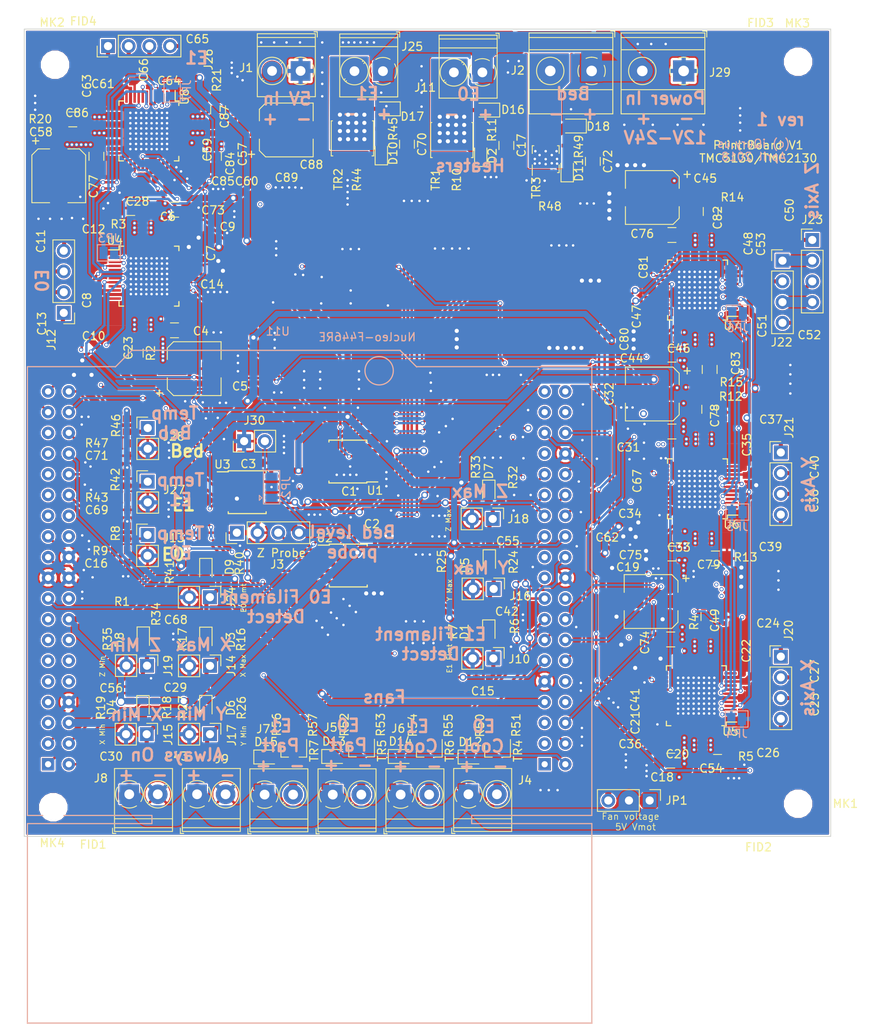
<source format=kicad_pcb>
(kicad_pcb (version 20171130) (host pcbnew 5.0.0-rc2-dev-unknown-bf135b0~64~ubuntu18.04.1)
  (layers (0 F.Cu signal) (1 In1.Cu signal) (2 In2.Cu signal) (31 B.Cu signal) (34 B.Paste user) (35 F.Paste user) (36 B.SilkS user) (37 F.SilkS user) (38 B.Mask user) (39 F.Mask user) (44 Edge.Cuts user))
  (net 0 "")
  (net 1 /V_MOTORS)
  (net 2 /MotorControl/E1/Heating/HEATER)
  (net 3 "/E0 Cooling Fan/OUT")
  (net 4 "/E0 Cooling Fan/V_FAN")
  (net 5 "/E0 Part Fan/OUT")
  (net 6 "/E1 Cooling Fan/OUT")
  (net 7 "/E1 Part Fan/OUT")
  (net 8 GND)
  (net 9 /MotorControl/E0/Heating/HEATER)
  (net 10 /5V)
  (net 11 "/Heated Bed/HEATER")
  (net 12 "Net-(C87-Pad1)")
  (net 13 "Net-(C23-Pad1)")
  (net 14 "Net-(C86-Pad1)")
  (net 15 "Net-(C83-Pad1)")
  (net 16 "Net-(C82-Pad1)")
  (net 17 "Net-(C78-Pad1)")
  (net 18 "Net-(C54-Pad1)")
  (net 19 "Net-(C79-Pad1)")
  (net 20 "Net-(C49-Pad1)")
  (net 21 "Net-(C28-Pad1)")
  (net 22 /E0_PART_PWM)
  (net 23 /E0_COOL_PWM)
  (net 24 "Net-(R51-Pad1)")
  (net 25 "Net-(D11-Pad2)")
  (net 26 "Net-(R48-Pad1)")
  (net 27 "/Heated Bed/PWM")
  (net 28 "Net-(J28-Pad1)")
  (net 29 /BED_TEMP)
  (net 30 /AVREF)
  (net 31 /E1_COOL_PWM)
  (net 32 /3.3V)
  (net 33 "Net-(D6-Pad2)")
  (net 34 /E1_PWM)
  (net 35 "Net-(R44-Pad1)")
  (net 36 /E1_TEMP)
  (net 37 "Net-(J27-Pad1)")
  (net 38 "Net-(D9-Pad2)")
  (net 39 "/MotorControl/E1/Fimalent Detect/SENSOR")
  (net 40 /E1_END)
  (net 41 "Net-(D8-Pad2)")
  (net 42 "Net-(D7-Pad2)")
  (net 43 /Z_END)
  (net 44 "/MotorControl/Z Axis/MaxStop/SENSOR")
  (net 45 "/MotorControl/Z Axis/MinStop/SENSOR")
  (net 46 /Z_START)
  (net 47 /Z_PROBE_IN)
  (net 48 "Net-(J3-Pad1)")
  (net 49 "Net-(D10-Pad2)")
  (net 50 /Y_START)
  (net 51 "/MotorControl/Y Axis/MinStop/SENSOR")
  (net 52 "Net-(D5-Pad2)")
  (net 53 "Net-(R57-Pad1)")
  (net 54 /E1_PART_PWM)
  (net 55 "/MotorControl/Y Axis/MaxStop/SENSOR")
  (net 56 /Y_END)
  (net 57 "Net-(R55-Pad1)")
  (net 58 "Net-(D4-Pad2)")
  (net 59 "/MotorControl/X Axis/MinStop/SENSOR")
  (net 60 /X_START)
  (net 61 /X_END)
  (net 62 "/MotorControl/X Axis/MaxStop/SENSOR")
  (net 63 "Net-(R53-Pad1)")
  (net 64 "Net-(D2-Pad2)")
  (net 65 /E0_PWM)
  (net 66 "Net-(R10-Pad1)")
  (net 67 /E0_TEMP)
  (net 68 "Net-(J13-Pad1)")
  (net 69 "Net-(D1-Pad2)")
  (net 70 "/MotorControl/E0/Fimalent Detect/SENSOR")
  (net 71 /E0_END)
  (net 72 "Net-(D3-Pad2)")
  (net 73 /Z_PROBE_MOD)
  (net 74 "Net-(U11-Pad76)")
  (net 75 "Net-(U11-Pad75)")
  (net 76 "Net-(U11-Pad74)")
  (net 77 /X_DIR)
  (net 78 /Z_STEP)
  (net 79 /Z_DIR)
  (net 80 "Net-(JP2-Pad1)")
  (net 81 "Net-(U11-Pad56)")
  (net 82 /Y_DIR)
  (net 83 /~Y_CS)
  (net 84 /~Z_CS)
  (net 85 "Net-(U11-Pad48)")
  (net 86 /VBUS)
  (net 87 /Y_STEP)
  (net 88 /E0_DIR)
  (net 89 "Net-(U11-Pad73)")
  (net 90 /~X_CS)
  (net 91 "Net-(U11-Pad69)")
  (net 92 /SCK)
  (net 93 /E1_DIR)
  (net 94 /E0_STEP)
  (net 95 /E1_PWM_IN)
  (net 96 /E0_PWM_IN)
  (net 97 /~EN_MOTORS)
  (net 98 /~E1_CS)
  (net 99 /~E0_CS)
  (net 100 /E1_STEP)
  (net 101 /MISO)
  (net 102 "Net-(U11-Pad33)")
  (net 103 "Net-(U11-Pad31)")
  (net 104 "Net-(U11-Pad29)")
  (net 105 "Net-(U11-Pad27)")
  (net 106 "Net-(U11-Pad25)")
  (net 107 /STALL)
  (net 108 "Net-(U11-Pad15)")
  (net 109 "Net-(U11-Pad13)")
  (net 110 "Net-(U11-Pad11)")
  (net 111 "Net-(U11-Pad9)")
  (net 112 "Net-(U11-Pad7)")
  (net 113 "Net-(U11-Pad5)")
  (net 114 /MOSI)
  (net 115 /BED_PWM_IN)
  (net 116 /X_STEP)
  (net 117 "Net-(U11-Pad26)")
  (net 118 "Net-(U11-Pad24)")
  (net 119 "Net-(U11-Pad18)")
  (net 120 "Net-(U11-Pad14)")
  (net 121 "Net-(U11-Pad12)")
  (net 122 "Net-(U11-Pad10)")
  (net 123 /MotorControl/E0/~ENABLE)
  (net 124 /MotorControl/E0/MOSI)
  (net 125 /MotorControl/E0/SCK)
  (net 126 /MotorControl/E0/CLOCK)
  (net 127 /MOT_CLOCK)
  (net 128 /Z_PROBE_MOD_BUF)
  (net 129 /MotorControl/E1_SG)
  (net 130 /MotorControl/E0_SG)
  (net 131 /MotorControl/Z_SG)
  (net 132 /MotorControl/Y_SG)
  (net 133 /MotorControl/X_SG)
  (net 134 "Net-(U1-Pad13)")
  (net 135 "Net-(U8-Pad12)")
  (net 136 "Net-(U8-Pad24)")
  (net 137 "Net-(U8-Pad25)")
  (net 138 "Net-(U8-Pad26)")
  (net 139 "Net-(U8-Pad28)")
  (net 140 "Net-(U8-Pad30)")
  (net 141 "Net-(C85-Pad2)")
  (net 142 "Net-(C84-Pad2)")
  (net 143 "Net-(C84-Pad1)")
  (net 144 "Net-(C59-Pad2)")
  (net 145 "Net-(C46-Pad2)")
  (net 146 "Net-(C80-Pad1)")
  (net 147 "Net-(C80-Pad2)")
  (net 148 "Net-(C81-Pad2)")
  (net 149 "Net-(U7-Pad30)")
  (net 150 "Net-(U7-Pad28)")
  (net 151 "Net-(U7-Pad26)")
  (net 152 "Net-(U7-Pad25)")
  (net 153 "Net-(U7-Pad24)")
  (net 154 "Net-(U7-Pad12)")
  (net 155 "Net-(U6-Pad12)")
  (net 156 "Net-(U6-Pad24)")
  (net 157 "Net-(U6-Pad25)")
  (net 158 "Net-(U6-Pad26)")
  (net 159 "Net-(U6-Pad28)")
  (net 160 "Net-(U6-Pad30)")
  (net 161 "Net-(C67-Pad2)")
  (net 162 "Net-(C62-Pad2)")
  (net 163 "Net-(C62-Pad1)")
  (net 164 "Net-(C33-Pad2)")
  (net 165 "Net-(C20-Pad2)")
  (net 166 "Net-(C36-Pad1)")
  (net 167 "Net-(C36-Pad2)")
  (net 168 "Net-(C41-Pad2)")
  (net 169 "Net-(U5-Pad30)")
  (net 170 "Net-(U5-Pad28)")
  (net 171 "Net-(U5-Pad26)")
  (net 172 "Net-(U5-Pad25)")
  (net 173 "Net-(U5-Pad24)")
  (net 174 "Net-(U5-Pad12)")
  (net 175 "Net-(U4-Pad12)")
  (net 176 "Net-(U4-Pad24)")
  (net 177 "Net-(U4-Pad25)")
  (net 178 "Net-(U4-Pad26)")
  (net 179 "Net-(U4-Pad28)")
  (net 180 "Net-(U4-Pad30)")
  (net 181 "Net-(C14-Pad2)")
  (net 182 "Net-(C9-Pad2)")
  (net 183 "Net-(C9-Pad1)")
  (net 184 "Net-(C6-Pad2)")
  (net 185 "Net-(J30-Pad2)")
  (net 186 /MotorControl/E1/Driver/MOTB1)
  (net 187 /MotorControl/E1/Driver/MOTB2)
  (net 188 /MotorControl/E1/Driver/MOTA2)
  (net 189 /MotorControl/E1/Driver/MOTA1)
  (net 190 "/MotorControl/Z Axis/MOTB1")
  (net 191 "/MotorControl/Z Axis/MOTB2")
  (net 192 "/MotorControl/Z Axis/MOTA2")
  (net 193 "/MotorControl/Z Axis/MOTA1")
  (net 194 "/MotorControl/Y Axis/MOTB1")
  (net 195 "/MotorControl/Y Axis/MOTB2")
  (net 196 "/MotorControl/Y Axis/MOTA2")
  (net 197 "/MotorControl/Y Axis/MOTA1")
  (net 198 "/MotorControl/X Axis/MOTB1")
  (net 199 "/MotorControl/X Axis/MOTB2")
  (net 200 "/MotorControl/X Axis/MOTA2")
  (net 201 "/MotorControl/X Axis/MOTA1")
  (net 202 /MotorControl/E0/Driver/MOTB1)
  (net 203 /MotorControl/E0/Driver/MOTB2)
  (net 204 /MotorControl/E0/Driver/MOTA2)
  (net 205 /MotorControl/E0/Driver/MOTA1)
  (net 206 "/MotorControl/Z Motors/Motor1/MOTA1")
  (net 207 "/MotorControl/Z Motors/Motor1/MOTB1")
  (module Capacitor_SMD:C_0402_1005Metric (layer F.Cu) (at 37.63 43.18)
    (fp_text reference C6 (at 0 -1.18) (layer F.SilkS))
    (fp_text value "0.1uF 50V")
    (pad 1 smd rect (at -0.3875 0) (size 0.575 0.65) (layers F.Cu F.Paste F.Mask) (net 1 /V_MOTORS))
    (pad 2 smd rect (at 0.3875 0) (size 0.575 0.65) (layers F.Cu F.Paste F.Mask) (net 184 "Net-(C6-Pad2)"))
  )
  (module Capacitor_SMD:C_0402_1005Metric (layer F.Cu) (at 26.4796 28.0924 180)
    (fp_text reference C86 (at 0 -1.18 180) (layer F.SilkS))
    (fp_text value "0.1uF 50V")
    (pad 2 smd rect (at 0.3875 0 180) (size 0.575 0.65) (layers F.Cu F.Paste F.Mask) (net 8 GND))
    (pad 1 smd rect (at -0.3875 0 180) (size 0.575 0.65) (layers F.Cu F.Paste F.Mask) (net 14 "Net-(C86-Pad1)"))
  )
  (module Capacitor_SMD:C_0402_1005Metric (layer F.Cu) (at 106.172 59.982 270)
    (fp_text reference C83 (at 0 -1.18 270) (layer F.SilkS))
    (fp_text value "0.1uF 50V")
    (pad 1 smd rect (at -0.3875 0 270) (size 0.575 0.65) (layers F.Cu F.Paste F.Mask) (net 15 "Net-(C83-Pad1)"))
    (pad 2 smd rect (at 0.3875 0 270) (size 0.575 0.65) (layers F.Cu F.Paste F.Mask) (net 8 GND))
  )
  (module Capacitor_SMD:C_0402_1005Metric (layer F.Cu) (at 106.299 42.126 90)
    (fp_text reference C82 (at 0 -1.18 90) (layer F.SilkS))
    (fp_text value "0.1uF 50V")
    (pad 2 smd rect (at 0.3875 0 90) (size 0.575 0.65) (layers F.Cu F.Paste F.Mask) (net 8 GND))
    (pad 1 smd rect (at -0.3875 0 90) (size 0.575 0.65) (layers F.Cu F.Paste F.Mask) (net 16 "Net-(C82-Pad1)"))
  )
  (module Capacitor_SMD:C_0402_1005Metric (layer F.Cu) (at 104.0256 85.852)
    (fp_text reference C79 (at 0 -1.18) (layer F.SilkS))
    (fp_text value "0.1uF 50V")
    (pad 1 smd rect (at -0.3875 0) (size 0.575 0.65) (layers F.Cu F.Paste F.Mask) (net 19 "Net-(C79-Pad1)"))
    (pad 2 smd rect (at 0.3875 0) (size 0.575 0.65) (layers F.Cu F.Paste F.Mask) (net 8 GND))
  )
  (module Capacitor_SMD:C_0402_1005Metric (layer F.Cu) (at 105.9688 66.3956 90)
    (fp_text reference C78 (at 0 -1.18 90) (layer F.SilkS))
    (fp_text value "0.1uF 50V")
    (pad 2 smd rect (at 0.3875 0 90) (size 0.575 0.65) (layers F.Cu F.Paste F.Mask) (net 8 GND))
    (pad 1 smd rect (at -0.3875 0 90) (size 0.575 0.65) (layers F.Cu F.Paste F.Mask) (net 17 "Net-(C78-Pad1)"))
  )
  (module Capacitor_SMD:C_0402_1005Metric (layer F.Cu) (at 45.7708 29.7308 90)
    (fp_text reference C87 (at 0 -1.18 90) (layer F.SilkS))
    (fp_text value "0.1uF 50V")
    (pad 1 smd rect (at -0.3875 0 90) (size 0.575 0.65) (layers F.Cu F.Paste F.Mask) (net 12 "Net-(C87-Pad1)"))
    (pad 2 smd rect (at 0.3875 0 90) (size 0.575 0.65) (layers F.Cu F.Paste F.Mask) (net 8 GND))
  )
  (module Capacitor_SMD:C_0402_1005Metric (layer F.Cu) (at 100.1904 106.7308 180)
    (fp_text reference C20 (at 0 -1.18 180) (layer F.SilkS))
    (fp_text value "0.1uF 50V")
    (pad 2 smd rect (at 0.3875 0 180) (size 0.575 0.65) (layers F.Cu F.Paste F.Mask) (net 165 "Net-(C20-Pad2)"))
    (pad 1 smd rect (at -0.3875 0 180) (size 0.575 0.65) (layers F.Cu F.Paste F.Mask) (net 1 /V_MOTORS))
  )
  (module Capacitor_SMD:C_0402_1005Metric (layer F.Cu) (at 104.3304 110.8456)
    (fp_text reference C54 (at 0 -1.18) (layer F.SilkS))
    (fp_text value "0.1uF 50V")
    (pad 1 smd rect (at -0.3875 0) (size 0.575 0.65) (layers F.Cu F.Paste F.Mask) (net 18 "Net-(C54-Pad1)"))
    (pad 2 smd rect (at 0.3875 0) (size 0.575 0.65) (layers F.Cu F.Paste F.Mask) (net 8 GND))
  )
  (module Capacitor_SMD:C_0402_1005Metric (layer F.Cu) (at 31.5976 58.1024 270)
    (fp_text reference C23 (at 0 -1.18 270) (layer F.SilkS))
    (fp_text value "0.1uF 50V")
    (pad 2 smd rect (at 0.3875 0 270) (size 0.575 0.65) (layers F.Cu F.Paste F.Mask) (net 8 GND))
    (pad 1 smd rect (at -0.3875 0 270) (size 0.575 0.65) (layers F.Cu F.Paste F.Mask) (net 13 "Net-(C23-Pad1)"))
  )
  (module Capacitor_SMD:C_0402_1005Metric (layer F.Cu) (at 105.9688 91.5036 90)
    (fp_text reference C49 (at 0 -1.18 90) (layer F.SilkS))
    (fp_text value "0.1uF 50V")
    (pad 1 smd rect (at -0.3875 0 90) (size 0.575 0.65) (layers F.Cu F.Paste F.Mask) (net 20 "Net-(C49-Pad1)"))
    (pad 2 smd rect (at 0.3875 0 90) (size 0.575 0.65) (layers F.Cu F.Paste F.Mask) (net 8 GND))
  )
  (module Capacitor_SMD:C_0402_1005Metric (layer F.Cu) (at 100.3428 56.9976 180)
    (fp_text reference C46 (at 0 -1.18 180) (layer F.SilkS))
    (fp_text value "0.1uF 50V")
    (pad 2 smd rect (at 0.3875 0 180) (size 0.575 0.65) (layers F.Cu F.Paste F.Mask) (net 145 "Net-(C46-Pad2)"))
    (pad 1 smd rect (at -0.3875 0 180) (size 0.575 0.65) (layers F.Cu F.Paste F.Mask) (net 1 /V_MOTORS))
  )
  (module Capacitor_SMD:C_0402_1005Metric (layer F.Cu) (at 100.368 81.3816 180)
    (fp_text reference C33 (at 0 -1.18 180) (layer F.SilkS))
    (fp_text value "0.1uF 50V")
    (pad 1 smd rect (at -0.3875 0 180) (size 0.575 0.65) (layers F.Cu F.Paste F.Mask) (net 1 /V_MOTORS))
    (pad 2 smd rect (at 0.3875 0 180) (size 0.575 0.65) (layers F.Cu F.Paste F.Mask) (net 164 "Net-(C33-Pad2)"))
  )
  (module Capacitor_SMD:C_0402_1005Metric (layer F.Cu) (at 33.8964 38.9636 180)
    (fp_text reference C28 (at 0 -1.18 180) (layer F.SilkS))
    (fp_text value "0.1uF 50V")
    (pad 2 smd rect (at 0.3875 0 180) (size 0.575 0.65) (layers F.Cu F.Paste F.Mask) (net 8 GND))
    (pad 1 smd rect (at -0.3875 0 180) (size 0.575 0.65) (layers F.Cu F.Paste F.Mask) (net 21 "Net-(C28-Pad1)"))
  )
  (module Capacitor_SMD:C_0402_1005Metric (layer F.Cu) (at 41.3004 33.7948 270)
    (fp_text reference C59 (at 0 -1.18 270) (layer F.SilkS))
    (fp_text value "0.1uF 50V")
    (pad 1 smd rect (at -0.3875 0 270) (size 0.575 0.65) (layers F.Cu F.Paste F.Mask) (net 1 /V_MOTORS))
    (pad 2 smd rect (at 0.3875 0 270) (size 0.575 0.65) (layers F.Cu F.Paste F.Mask) (net 144 "Net-(C59-Pad2)"))
  )
  (module Capacitor_SMD:C_1206_3216Metric (layer F.Cu) (at 66.9798 33.1182 270)
    (fp_text reference C70 (at 0 -1.85 270) (layer F.SilkS))
    (fp_text value "10uF 50V")
    (pad 1 smd rect (at -1.43 0 270) (size 1.22 1.8) (layers F.Cu F.Paste F.Mask) (net 1 /V_MOTORS))
    (pad 2 smd rect (at 1.43 0 270) (size 1.22 1.8) (layers F.Cu F.Paste F.Mask) (net 8 GND))
  )
  (module Capacitor_SMD:C_1206_3216Metric (layer F.Cu) (at 89.8017 35.2264 270)
    (fp_text reference C72 (at 0 -1.85 270) (layer F.SilkS))
    (fp_text value "10uF 50V")
    (pad 2 smd rect (at 1.43 0 270) (size 1.22 1.8) (layers F.Cu F.Paste F.Mask) (net 8 GND))
    (pad 1 smd rect (at -1.43 0 270) (size 1.22 1.8) (layers F.Cu F.Paste F.Mask) (net 1 /V_MOTORS))
  )
  (module Capacitor_SMD:C_1206_3216Metric (layer F.Cu) (at 79.1845 33.2706 270)
    (fp_text reference C17 (at 0 -1.85 270) (layer F.SilkS))
    (fp_text value "10uF 50V")
    (pad 1 smd rect (at -1.43 0 270) (size 1.22 1.8) (layers F.Cu F.Paste F.Mask) (net 1 /V_MOTORS))
    (pad 2 smd rect (at 1.43 0 270) (size 1.22 1.8) (layers F.Cu F.Paste F.Mask) (net 8 GND))
  )
  (module PrntrBoardV1:Nucleo-64 (layer B.Cu) (at 22.9235 63.4365)
    (fp_text reference U11 (at 28.194 -7.366) (layer B.SilkS) (effects (justify mirror)))
    (fp_text value NUCLEO-64)
    (pad 2 thru_hole circle (at 2.54 45.72) (size 1.524 1.524) (drill 0.762) (layers *.Cu *.Mask) (net 50 /Y_START))
    (pad 4 thru_hole circle (at 2.54 43.18) (size 1.524 1.524) (drill 0.762) (layers *.Cu *.Mask) (net 61 /X_END))
    (pad 6 thru_hole circle (at 2.54 40.64) (size 1.524 1.524) (drill 0.762) (layers *.Cu *.Mask) (net 10 /5V))
    (pad 8 thru_hole circle (at 2.54 38.1) (size 1.524 1.524) (drill 0.762) (layers *.Cu *.Mask) (net 8 GND))
    (pad 10 thru_hole circle (at 2.54 35.56) (size 1.524 1.524) (drill 0.762) (layers *.Cu *.Mask) (net 122 "Net-(U11-Pad10)"))
    (pad 12 thru_hole circle (at 2.54 33.02) (size 1.524 1.524) (drill 0.762) (layers *.Cu *.Mask) (net 121 "Net-(U11-Pad12)"))
    (pad 14 thru_hole circle (at 2.54 30.48) (size 1.524 1.524) (drill 0.762) (layers *.Cu *.Mask) (net 120 "Net-(U11-Pad14)"))
    (pad 16 thru_hole circle (at 2.54 27.94) (size 1.524 1.524) (drill 0.762) (layers *.Cu *.Mask) (net 32 /3.3V))
    (pad 18 thru_hole circle (at 2.54 25.4) (size 1.524 1.524) (drill 0.762) (layers *.Cu *.Mask) (net 119 "Net-(U11-Pad18)"))
    (pad 20 thru_hole circle (at 2.54 22.86) (size 1.524 1.524) (drill 0.762) (layers *.Cu *.Mask) (net 8 GND))
    (pad 22 thru_hole circle (at 2.54 20.32) (size 1.524 1.524) (drill 0.762) (layers *.Cu *.Mask) (net 8 GND))
    (pad 24 thru_hole circle (at 2.54 17.78) (size 1.524 1.524) (drill 0.762) (layers *.Cu *.Mask) (net 118 "Net-(U11-Pad24)"))
    (pad 26 thru_hole circle (at 2.54 15.24) (size 1.524 1.524) (drill 0.762) (layers *.Cu *.Mask) (net 117 "Net-(U11-Pad26)"))
    (pad 28 thru_hole circle (at 2.54 12.7) (size 1.524 1.524) (drill 0.762) (layers *.Cu *.Mask) (net 67 /E0_TEMP))
    (pad 30 thru_hole circle (at 2.54 10.16) (size 1.524 1.524) (drill 0.762) (layers *.Cu *.Mask) (net 36 /E1_TEMP))
    (pad 32 thru_hole circle (at 2.54 7.62) (size 1.524 1.524) (drill 0.762) (layers *.Cu *.Mask) (net 116 /X_STEP))
    (pad 34 thru_hole circle (at 2.54 5.08) (size 1.524 1.524) (drill 0.762) (layers *.Cu *.Mask) (net 115 /BED_PWM_IN))
    (pad 36 thru_hole circle (at 2.54 2.54) (size 1.524 1.524) (drill 0.762) (layers *.Cu *.Mask) (net 114 /MOSI))
    (pad 1 thru_hole rect (at 0 45.72) (size 1.524 1.524) (drill 0.762) (layers *.Cu *.Mask) (net 60 /X_START))
    (pad 3 thru_hole circle (at 0 43.18) (size 1.524 1.524) (drill 0.762) (layers *.Cu *.Mask) (net 46 /Z_START))
    (pad 5 thru_hole circle (at 0 40.64) (size 1.524 1.524) (drill 0.762) (layers *.Cu *.Mask) (net 113 "Net-(U11-Pad5)"))
    (pad 7 thru_hole circle (at 0 38.1) (size 1.524 1.524) (drill 0.762) (layers *.Cu *.Mask) (net 112 "Net-(U11-Pad7)"))
    (pad 9 thru_hole circle (at 0 35.56) (size 1.524 1.524) (drill 0.762) (layers *.Cu *.Mask) (net 111 "Net-(U11-Pad9)"))
    (pad 11 thru_hole circle (at 0 33.02) (size 1.524 1.524) (drill 0.762) (layers *.Cu *.Mask) (net 110 "Net-(U11-Pad11)"))
    (pad 13 thru_hole circle (at 0 30.48) (size 1.524 1.524) (drill 0.762) (layers *.Cu *.Mask) (net 109 "Net-(U11-Pad13)"))
    (pad 15 thru_hole circle (at 0 27.94) (size 1.524 1.524) (drill 0.762) (layers *.Cu *.Mask) (net 108 "Net-(U11-Pad15)"))
    (pad 17 thru_hole circle (at 0 25.4) (size 1.524 1.524) (drill 0.762) (layers *.Cu *.Mask) (net 107 /STALL))
    (pad 19 thru_hole circle (at 0 22.86) (size 1.524 1.524) (drill 0.762) (layers *.Cu *.Mask) (net 8 GND))
    (pad 21 thru_hole circle (at 0 20.32) (size 1.524 1.524) (drill 0.762) (layers *.Cu *.Mask) (net 40 /E1_END))
    (pad 23 thru_hole circle (at 0 17.78) (size 1.524 1.524) (drill 0.762) (layers *.Cu *.Mask) (net 47 /Z_PROBE_IN))
    (pad 25 thru_hole circle (at 0 15.24) (size 1.524 1.524) (drill 0.762) (layers *.Cu *.Mask) (net 106 "Net-(U11-Pad25)"))
    (pad 27 thru_hole circle (at 0 12.7) (size 1.524 1.524) (drill 0.762) (layers *.Cu *.Mask) (net 105 "Net-(U11-Pad27)"))
    (pad 29 thru_hole circle (at 0 10.16) (size 1.524 1.524) (drill 0.762) (layers *.Cu *.Mask) (net 104 "Net-(U11-Pad29)"))
    (pad 31 thru_hole circle (at 0 7.62) (size 1.524 1.524) (drill 0.762) (layers *.Cu *.Mask) (net 103 "Net-(U11-Pad31)"))
    (pad 33 thru_hole circle (at 0 5.08) (size 1.524 1.524) (drill 0.762) (layers *.Cu *.Mask) (net 102 "Net-(U11-Pad33)"))
    (pad 35 thru_hole circle (at 0 2.54) (size 1.524 1.524) (drill 0.762) (layers *.Cu *.Mask) (net 101 /MISO))
    (pad 39 thru_hole rect (at 60.96 45.72) (size 1.524 1.524) (drill 0.762) (layers *.Cu *.Mask) (net 100 /E1_STEP))
    (pad 41 thru_hole circle (at 60.96 43.18) (size 1.524 1.524) (drill 0.762) (layers *.Cu *.Mask) (net 99 /~E0_CS))
    (pad 43 thru_hole circle (at 60.96 40.64) (size 1.524 1.524) (drill 0.762) (layers *.Cu *.Mask) (net 98 /~E1_CS))
    (pad 45 thru_hole circle (at 60.96 38.1) (size 1.524 1.524) (drill 0.762) (layers *.Cu *.Mask) (net 30 /AVREF))
    (pad 47 thru_hole circle (at 60.96 35.56) (size 1.524 1.524) (drill 0.762) (layers *.Cu *.Mask) (net 8 GND))
    (pad 49 thru_hole circle (at 60.96 33.02) (size 1.524 1.524) (drill 0.762) (layers *.Cu *.Mask) (net 97 /~EN_MOTORS))
    (pad 51 thru_hole circle (at 60.96 30.48) (size 1.524 1.524) (drill 0.762) (layers *.Cu *.Mask) (net 96 /E0_PWM_IN))
    (pad 53 thru_hole circle (at 60.96 27.94) (size 1.524 1.524) (drill 0.762) (layers *.Cu *.Mask) (net 95 /E1_PWM_IN))
    (pad 55 thru_hole circle (at 60.96 25.4) (size 1.524 1.524) (drill 0.762) (layers *.Cu *.Mask) (net 71 /E0_END))
    (pad 57 thru_hole circle (at 60.96 22.86) (size 1.524 1.524) (drill 0.762) (layers *.Cu *.Mask) (net 94 /E0_STEP))
    (pad 59 thru_hole circle (at 60.96 20.32) (size 1.524 1.524) (drill 0.762) (layers *.Cu *.Mask) (net 93 /E1_DIR))
    (pad 61 thru_hole circle (at 60.96 17.78) (size 1.524 1.524) (drill 0.762) (layers *.Cu *.Mask) (net 31 /E1_COOL_PWM))
    (pad 63 thru_hole circle (at 60.96 15.24) (size 1.524 1.524) (drill 0.762) (layers *.Cu *.Mask) (net 92 /SCK))
    (pad 65 thru_hole circle (at 60.96 12.7) (size 1.524 1.524) (drill 0.762) (layers *.Cu *.Mask) (net 56 /Y_END))
    (pad 67 thru_hole circle (at 60.96 10.16) (size 1.524 1.524) (drill 0.762) (layers *.Cu *.Mask) (net 43 /Z_END))
    (pad 69 thru_hole circle (at 60.96 7.62) (size 1.524 1.524) (drill 0.762) (layers *.Cu *.Mask) (net 91 "Net-(U11-Pad69)"))
    (pad 71 thru_hole circle (at 60.96 5.08) (size 1.524 1.524) (drill 0.762) (layers *.Cu *.Mask) (net 90 /~X_CS))
    (pad 73 thru_hole circle (at 60.96 2.54) (size 1.524 1.524) (drill 0.762) (layers *.Cu *.Mask) (net 89 "Net-(U11-Pad73)"))
    (pad 40 thru_hole circle (at 63.5 45.72) (size 1.524 1.524) (drill 0.762) (layers *.Cu *.Mask) (net 88 /E0_DIR))
    (pad 42 thru_hole circle (at 63.5 43.18) (size 1.524 1.524) (drill 0.762) (layers *.Cu *.Mask) (net 23 /E0_COOL_PWM))
    (pad 44 thru_hole circle (at 63.5 40.64) (size 1.524 1.524) (drill 0.762) (layers *.Cu *.Mask) (net 87 /Y_STEP))
    (pad 46 thru_hole circle (at 63.5 38.1) (size 1.524 1.524) (drill 0.762) (layers *.Cu *.Mask) (net 86 /VBUS))
    (pad 48 thru_hole circle (at 63.5 35.56) (size 1.524 1.524) (drill 0.762) (layers *.Cu *.Mask) (net 85 "Net-(U11-Pad48)"))
    (pad 50 thru_hole circle (at 63.5 33.02) (size 1.524 1.524) (drill 0.762) (layers *.Cu *.Mask) (net 84 /~Z_CS))
    (pad 52 thru_hole circle (at 63.5 30.48) (size 1.524 1.524) (drill 0.762) (layers *.Cu *.Mask) (net 83 /~Y_CS))
    (pad 54 thru_hole circle (at 63.5 27.94) (size 1.524 1.524) (drill 0.762) (layers *.Cu *.Mask) (net 82 /Y_DIR))
    (pad 56 thru_hole circle (at 63.5 25.4) (size 1.524 1.524) (drill 0.762) (layers *.Cu *.Mask) (net 81 "Net-(U11-Pad56)"))
    (pad 58 thru_hole circle (at 63.5 22.86) (size 1.524 1.524) (drill 0.762) (layers *.Cu *.Mask) (net 8 GND))
    (pad 60 thru_hole circle (at 63.5 20.32) (size 1.524 1.524) (drill 0.762) (layers *.Cu *.Mask) (net 22 /E0_PART_PWM))
    (pad 62 thru_hole circle (at 63.5 17.78) (size 1.524 1.524) (drill 0.762) (layers *.Cu *.Mask) (net 80 "Net-(JP2-Pad1)"))
    (pad 64 thru_hole circle (at 63.5 15.24) (size 1.524 1.524) (drill 0.762) (layers *.Cu *.Mask) (net 79 /Z_DIR))
    (pad 66 thru_hole circle (at 63.5 12.7) (size 1.524 1.524) (drill 0.762) (layers *.Cu *.Mask) (net 54 /E1_PART_PWM))
    (pad 68 thru_hole circle (at 63.5 10.16) (size 1.524 1.524) (drill 0.762) (layers *.Cu *.Mask) (net 78 /Z_STEP))
    (pad 70 thru_hole circle (at 63.5 7.62) (size 1.524 1.524) (drill 0.762) (layers *.Cu *.Mask) (net 8 GND))
    (pad 72 thru_hole circle (at 63.5 5.08) (size 1.524 1.524) (drill 0.762) (layers *.Cu *.Mask) (net 77 /X_DIR))
    (pad 74 thru_hole circle (at 63.5 2.54) (size 1.524 1.524) (drill 0.762) (layers *.Cu *.Mask) (net 76 "Net-(U11-Pad74)"))
    (pad 75 thru_hole circle (at 60.96 0) (size 1.524 1.524) (drill 0.762) (layers *.Cu *.Mask) (net 75 "Net-(U11-Pad75)"))
    (pad 76 thru_hole circle (at 63.5 0) (size 1.524 1.524) (drill 0.762) (layers *.Cu *.Mask) (net 74 "Net-(U11-Pad76)"))
    (pad 38 thru_hole circle (at 2.54 0) (size 1.524 1.524) (drill 0.762) (layers *.Cu *.Mask) (net 29 /BED_TEMP))
    (pad 37 thru_hole circle (at 0 0) (size 1.524 1.524) (drill 0.762) (layers *.Cu *.Mask) (net 73 /Z_PROBE_MOD))
  )
  (module PrntrBoardV1:tmc5130-nc (layer F.Cu) (at 102.504599 100.7573 180)
    (fp_text reference U5 (at -4.189001 -4.3787 180) (layer F.SilkS))
    (fp_text value TMC5130)
    (pad 49 smd rect (at 0 0 180) (size 5.1 5.1) (layers F.Cu F.Mask) (net 8 GND))
    (pad 48 smd rect (at -2.75 -4.2 270) (size 1.5 0.3) (layers F.Cu F.Paste F.Mask) (net 8 GND))
    (pad 46 smd rect (at -1.75 -4.2 270) (size 1.5 0.3) (layers F.Cu F.Paste F.Mask) (net 201 "/MotorControl/X Axis/MOTA1"))
    (pad 44 smd rect (at -0.75 -4.2 270) (size 1.5 0.3) (layers F.Cu F.Paste F.Mask) (net 18 "Net-(C54-Pad1)"))
    (pad 42 smd rect (at 0.25 -4.2 270) (size 1.5 0.3) (layers F.Cu F.Paste F.Mask) (net 200 "/MotorControl/X Axis/MOTA2"))
    (pad 40 smd rect (at 1.25 -4.2 270) (size 1.5 0.3) (layers F.Cu F.Paste F.Mask) (net 1 /V_MOTORS))
    (pad 39 smd rect (at 1.75 -4.2 270) (size 1.5 0.3) (layers F.Cu F.Paste F.Mask) (net 1 /V_MOTORS))
    (pad 38 smd rect (at 2.25 -4.2 270) (size 1.5 0.3) (layers F.Cu F.Paste F.Mask) (net 165 "Net-(C20-Pad2)"))
    (pad 37 smd rect (at 2.75 -4.2 270) (size 1.5 0.3) (layers F.Cu F.Paste F.Mask) (net 166 "Net-(C36-Pad1)"))
    (pad 36 smd rect (at 4.2 -2.75 180) (size 1.5 0.3) (layers F.Cu F.Paste F.Mask) (net 8 GND))
    (pad 35 smd rect (at 4.2 -2.25 180) (size 1.5 0.3) (layers F.Cu F.Paste F.Mask) (net 167 "Net-(C36-Pad2)"))
    (pad 34 smd rect (at 4.2 -1.75 180) (size 1.5 0.3) (layers F.Cu F.Paste F.Mask) (net 10 /5V))
    (pad 33 smd rect (at 4.2 -1.25 180) (size 1.5 0.3) (layers F.Cu F.Paste F.Mask) (net 168 "Net-(C41-Pad2)"))
    (pad 32 smd rect (at 4.2 -0.75 180) (size 1.5 0.3) (layers F.Cu F.Paste F.Mask) (net 8 GND))
    (pad 31 smd rect (at 4.2 -0.25 180) (size 1.5 0.3) (layers F.Cu F.Paste F.Mask) (net 8 GND))
    (pad 30 smd rect (at 4.2 0.25 180) (size 1.5 0.3) (layers F.Cu F.Paste F.Mask) (net 169 "Net-(U5-Pad30)"))
    (pad 29 smd rect (at 4.2 0.75 180) (size 1.5 0.3) (layers F.Cu F.Paste F.Mask) (net 123 /MotorControl/E0/~ENABLE))
    (pad 28 smd rect (at 4.2 1.25 180) (size 1.5 0.3) (layers F.Cu F.Paste F.Mask) (net 170 "Net-(U5-Pad28)"))
    (pad 27 smd rect (at 4.2 1.75 180) (size 1.5 0.3) (layers F.Cu F.Paste F.Mask) (net 133 /MotorControl/X_SG))
    (pad 26 smd rect (at 4.2 2.25 180) (size 1.5 0.3) (layers F.Cu F.Paste F.Mask) (net 171 "Net-(U5-Pad26)"))
    (pad 25 smd rect (at 4.2 2.75 180) (size 1.5 0.3) (layers F.Cu F.Paste F.Mask) (net 172 "Net-(U5-Pad25)"))
    (pad 24 smd rect (at 2.75 4.2 270) (size 1.5 0.3) (layers F.Cu F.Paste F.Mask) (net 173 "Net-(U5-Pad24)"))
    (pad 23 smd rect (at 2.25 4.2 270) (size 1.5 0.3) (layers F.Cu F.Paste F.Mask) (net 8 GND))
    (pad 21 smd rect (at 1.25 4.2 270) (size 1.5 0.3) (layers F.Cu F.Paste F.Mask) (net 1 /V_MOTORS))
    (pad 19 smd rect (at 0.25 4.2 270) (size 1.5 0.3) (layers F.Cu F.Paste F.Mask) (net 199 "/MotorControl/X Axis/MOTB2"))
    (pad 17 smd rect (at -0.75 4.2 270) (size 1.5 0.3) (layers F.Cu F.Paste F.Mask) (net 20 "Net-(C49-Pad1)"))
    (pad 15 smd rect (at -1.75 4.2 270) (size 1.5 0.3) (layers F.Cu F.Paste F.Mask) (net 198 "/MotorControl/X Axis/MOTB1"))
    (pad 13 smd rect (at -2.75 4.2 270) (size 1.5 0.3) (layers F.Cu F.Paste F.Mask) (net 8 GND))
    (pad 12 smd rect (at -4.2 2.75 180) (size 1.5 0.3) (layers F.Cu F.Paste F.Mask) (net 174 "Net-(U5-Pad12)"))
    (pad 11 smd rect (at -4.2 2.25 180) (size 1.5 0.3) (layers F.Cu F.Paste F.Mask) (net 8 GND))
    (pad 10 smd rect (at -4.2 1.75 180) (size 1.5 0.3) (layers F.Cu F.Paste F.Mask) (net 32 /3.3V))
    (pad 9 smd rect (at -4.2 1.25 180) (size 1.5 0.3) (layers F.Cu F.Paste F.Mask) (net 77 /X_DIR))
    (pad 8 smd rect (at -4.2 0.75 180) (size 1.5 0.3) (layers F.Cu F.Paste F.Mask) (net 116 /X_STEP))
    (pad 7 smd rect (at -4.2 0.25 180) (size 1.5 0.3) (layers F.Cu F.Paste F.Mask) (net 101 /MISO))
    (pad 6 smd rect (at -4.2 -0.25 180) (size 1.5 0.3) (layers F.Cu F.Paste F.Mask) (net 8 GND))
    (pad 5 smd rect (at -4.2 -0.75 180) (size 1.5 0.3) (layers F.Cu F.Paste F.Mask) (net 124 /MotorControl/E0/MOSI))
    (pad 4 smd rect (at -4.2 -1.25 180) (size 1.5 0.3) (layers F.Cu F.Paste F.Mask) (net 125 /MotorControl/E0/SCK))
    (pad 3 smd rect (at -4.2 -1.75 180) (size 1.5 0.3) (layers F.Cu F.Paste F.Mask) (net 90 /~X_CS))
    (pad 2 smd rect (at -4.2 -2.25 180) (size 1.5 0.3) (layers F.Cu F.Paste F.Mask) (net 126 /MotorControl/E0/CLOCK))
    (pad 1 smd rect (at -4.2 -2.75 180) (size 1.5 0.3) (layers F.Cu F.Paste F.Mask) (net 8 GND))
  )
  (module PrntrBoardV1:tmc5130-nc (layer F.Cu) (at 35.306201 49.2967)
    (fp_text reference U4 (at -4.189001 -4.3787) (layer F.SilkS))
    (fp_text value TMC5130)
    (pad 49 smd rect (at 0 0) (size 5.1 5.1) (layers F.Cu F.Mask) (net 8 GND))
    (pad 48 smd rect (at -2.75 -4.2 90) (size 1.5 0.3) (layers F.Cu F.Paste F.Mask) (net 8 GND))
    (pad 46 smd rect (at -1.75 -4.2 90) (size 1.5 0.3) (layers F.Cu F.Paste F.Mask) (net 205 /MotorControl/E0/Driver/MOTA1))
    (pad 44 smd rect (at -0.75 -4.2 90) (size 1.5 0.3) (layers F.Cu F.Paste F.Mask) (net 21 "Net-(C28-Pad1)"))
    (pad 42 smd rect (at 0.25 -4.2 90) (size 1.5 0.3) (layers F.Cu F.Paste F.Mask) (net 204 /MotorControl/E0/Driver/MOTA2))
    (pad 40 smd rect (at 1.25 -4.2 90) (size 1.5 0.3) (layers F.Cu F.Paste F.Mask) (net 1 /V_MOTORS))
    (pad 39 smd rect (at 1.75 -4.2 90) (size 1.5 0.3) (layers F.Cu F.Paste F.Mask) (net 1 /V_MOTORS))
    (pad 38 smd rect (at 2.25 -4.2 90) (size 1.5 0.3) (layers F.Cu F.Paste F.Mask) (net 184 "Net-(C6-Pad2)"))
    (pad 37 smd rect (at 2.75 -4.2 90) (size 1.5 0.3) (layers F.Cu F.Paste F.Mask) (net 183 "Net-(C9-Pad1)"))
    (pad 36 smd rect (at 4.2 -2.75) (size 1.5 0.3) (layers F.Cu F.Paste F.Mask) (net 8 GND))
    (pad 35 smd rect (at 4.2 -2.25) (size 1.5 0.3) (layers F.Cu F.Paste F.Mask) (net 182 "Net-(C9-Pad2)"))
    (pad 34 smd rect (at 4.2 -1.75) (size 1.5 0.3) (layers F.Cu F.Paste F.Mask) (net 10 /5V))
    (pad 33 smd rect (at 4.2 -1.25) (size 1.5 0.3) (layers F.Cu F.Paste F.Mask) (net 181 "Net-(C14-Pad2)"))
    (pad 32 smd rect (at 4.2 -0.75) (size 1.5 0.3) (layers F.Cu F.Paste F.Mask) (net 8 GND))
    (pad 31 smd rect (at 4.2 -0.25) (size 1.5 0.3) (layers F.Cu F.Paste F.Mask) (net 8 GND))
    (pad 30 smd rect (at 4.2 0.25) (size 1.5 0.3) (layers F.Cu F.Paste F.Mask) (net 180 "Net-(U4-Pad30)"))
    (pad 29 smd rect (at 4.2 0.75) (size 1.5 0.3) (layers F.Cu F.Paste F.Mask) (net 123 /MotorControl/E0/~ENABLE))
    (pad 28 smd rect (at 4.2 1.25) (size 1.5 0.3) (layers F.Cu F.Paste F.Mask) (net 179 "Net-(U4-Pad28)"))
    (pad 27 smd rect (at 4.2 1.75) (size 1.5 0.3) (layers F.Cu F.Paste F.Mask) (net 130 /MotorControl/E0_SG))
    (pad 26 smd rect (at 4.2 2.25) (size 1.5 0.3) (layers F.Cu F.Paste F.Mask) (net 178 "Net-(U4-Pad26)"))
    (pad 25 smd rect (at 4.2 2.75) (size 1.5 0.3) (layers F.Cu F.Paste F.Mask) (net 177 "Net-(U4-Pad25)"))
    (pad 24 smd rect (at 2.75 4.2 90) (size 1.5 0.3) (layers F.Cu F.Paste F.Mask) (net 176 "Net-(U4-Pad24)"))
    (pad 23 smd rect (at 2.25 4.2 90) (size 1.5 0.3) (layers F.Cu F.Paste F.Mask) (net 8 GND))
    (pad 21 smd rect (at 1.25 4.2 90) (size 1.5 0.3) (layers F.Cu F.Paste F.Mask) (net 1 /V_MOTORS))
    (pad 19 smd rect (at 0.25 4.2 90) (size 1.5 0.3) (layers F.Cu F.Paste F.Mask) (net 203 /MotorControl/E0/Driver/MOTB2))
    (pad 17 smd rect (at -0.75 4.2 90) (size 1.5 0.3) (layers F.Cu F.Paste F.Mask) (net 13 "Net-(C23-Pad1)"))
    (pad 15 smd rect (at -1.75 4.2 90) (size 1.5 0.3) (layers F.Cu F.Paste F.Mask) (net 202 /MotorControl/E0/Driver/MOTB1))
    (pad 13 smd rect (at -2.75 4.2 90) (size 1.5 0.3) (layers F.Cu F.Paste F.Mask) (net 8 GND))
    (pad 12 smd rect (at -4.2 2.75) (size 1.5 0.3) (layers F.Cu F.Paste F.Mask) (net 175 "Net-(U4-Pad12)"))
    (pad 11 smd rect (at -4.2 2.25) (size 1.5 0.3) (layers F.Cu F.Paste F.Mask) (net 8 GND))
    (pad 10 smd rect (at -4.2 1.75) (size 1.5 0.3) (layers F.Cu F.Paste F.Mask) (net 32 /3.3V))
    (pad 9 smd rect (at -4.2 1.25) (size 1.5 0.3) (layers F.Cu F.Paste F.Mask) (net 88 /E0_DIR))
    (pad 8 smd rect (at -4.2 0.75) (size 1.5 0.3) (layers F.Cu F.Paste F.Mask) (net 94 /E0_STEP))
    (pad 7 smd rect (at -4.2 0.25) (size 1.5 0.3) (layers F.Cu F.Paste F.Mask) (net 101 /MISO))
    (pad 6 smd rect (at -4.2 -0.25) (size 1.5 0.3) (layers F.Cu F.Paste F.Mask) (net 8 GND))
    (pad 5 smd rect (at -4.2 -0.75) (size 1.5 0.3) (layers F.Cu F.Paste F.Mask) (net 124 /MotorControl/E0/MOSI))
    (pad 4 smd rect (at -4.2 -1.25) (size 1.5 0.3) (layers F.Cu F.Paste F.Mask) (net 125 /MotorControl/E0/SCK))
    (pad 3 smd rect (at -4.2 -1.75) (size 1.5 0.3) (layers F.Cu F.Paste F.Mask) (net 99 /~E0_CS))
    (pad 2 smd rect (at -4.2 -2.25) (size 1.5 0.3) (layers F.Cu F.Paste F.Mask) (net 126 /MotorControl/E0/CLOCK))
    (pad 1 smd rect (at -4.2 -2.75) (size 1.5 0.3) (layers F.Cu F.Paste F.Mask) (net 8 GND))
  )
  (module PrntrBoardV1:tmc5130-nc (layer F.Cu) (at 102.643399 75.3773 180)
    (fp_text reference U6 (at -4.189001 -4.3787 180) (layer F.SilkS))
    (fp_text value TMC5130)
    (pad 49 smd rect (at 0 0 180) (size 5.1 5.1) (layers F.Cu F.Mask) (net 8 GND))
    (pad 48 smd rect (at -2.75 -4.2 270) (size 1.5 0.3) (layers F.Cu F.Paste F.Mask) (net 8 GND))
    (pad 46 smd rect (at -1.75 -4.2 270) (size 1.5 0.3) (layers F.Cu F.Paste F.Mask) (net 197 "/MotorControl/Y Axis/MOTA1"))
    (pad 44 smd rect (at -0.75 -4.2 270) (size 1.5 0.3) (layers F.Cu F.Paste F.Mask) (net 19 "Net-(C79-Pad1)"))
    (pad 42 smd rect (at 0.25 -4.2 270) (size 1.5 0.3) (layers F.Cu F.Paste F.Mask) (net 196 "/MotorControl/Y Axis/MOTA2"))
    (pad 40 smd rect (at 1.25 -4.2 270) (size 1.5 0.3) (layers F.Cu F.Paste F.Mask) (net 1 /V_MOTORS))
    (pad 39 smd rect (at 1.75 -4.2 270) (size 1.5 0.3) (layers F.Cu F.Paste F.Mask) (net 1 /V_MOTORS))
    (pad 38 smd rect (at 2.25 -4.2 270) (size 1.5 0.3) (layers F.Cu F.Paste F.Mask) (net 164 "Net-(C33-Pad2)"))
    (pad 37 smd rect (at 2.75 -4.2 270) (size 1.5 0.3) (layers F.Cu F.Paste F.Mask) (net 163 "Net-(C62-Pad1)"))
    (pad 36 smd rect (at 4.2 -2.75 180) (size 1.5 0.3) (layers F.Cu F.Paste F.Mask) (net 8 GND))
    (pad 35 smd rect (at 4.2 -2.25 180) (size 1.5 0.3) (layers F.Cu F.Paste F.Mask) (net 162 "Net-(C62-Pad2)"))
    (pad 34 smd rect (at 4.2 -1.75 180) (size 1.5 0.3) (layers F.Cu F.Paste F.Mask) (net 10 /5V))
    (pad 33 smd rect (at 4.2 -1.25 180) (size 1.5 0.3) (layers F.Cu F.Paste F.Mask) (net 161 "Net-(C67-Pad2)"))
    (pad 32 smd rect (at 4.2 -0.75 180) (size 1.5 0.3) (layers F.Cu F.Paste F.Mask) (net 8 GND))
    (pad 31 smd rect (at 4.2 -0.25 180) (size 1.5 0.3) (layers F.Cu F.Paste F.Mask) (net 8 GND))
    (pad 30 smd rect (at 4.2 0.25 180) (size 1.5 0.3) (layers F.Cu F.Paste F.Mask) (net 160 "Net-(U6-Pad30)"))
    (pad 29 smd rect (at 4.2 0.75 180) (size 1.5 0.3) (layers F.Cu F.Paste F.Mask) (net 123 /MotorControl/E0/~ENABLE))
    (pad 28 smd rect (at 4.2 1.25 180) (size 1.5 0.3) (layers F.Cu F.Paste F.Mask) (net 159 "Net-(U6-Pad28)"))
    (pad 27 smd rect (at 4.2 1.75 180) (size 1.5 0.3) (layers F.Cu F.Paste F.Mask) (net 132 /MotorControl/Y_SG))
    (pad 26 smd rect (at 4.2 2.25 180) (size 1.5 0.3) (layers F.Cu F.Paste F.Mask) (net 158 "Net-(U6-Pad26)"))
    (pad 25 smd rect (at 4.2 2.75 180) (size 1.5 0.3) (layers F.Cu F.Paste F.Mask) (net 157 "Net-(U6-Pad25)"))
    (pad 24 smd rect (at 2.75 4.2 270) (size 1.5 0.3) (layers F.Cu F.Paste F.Mask) (net 156 "Net-(U6-Pad24)"))
    (pad 23 smd rect (at 2.25 4.2 270) (size 1.5 0.3) (layers F.Cu F.Paste F.Mask) (net 8 GND))
    (pad 21 smd rect (at 1.25 4.2 270) (size 1.5 0.3) (layers F.Cu F.Paste F.Mask) (net 1 /V_MOTORS))
    (pad 19 smd rect (at 0.25 4.2 270) (size 1.5 0.3) (layers F.Cu F.Paste F.Mask) (net 195 "/MotorControl/Y Axis/MOTB2"))
    (pad 17 smd rect (at -0.75 4.2 270) (size 1.5 0.3) (layers F.Cu F.Paste F.Mask) (net 17 "Net-(C78-Pad1)"))
    (pad 15 smd rect (at -1.75 4.2 270) (size 1.5 0.3) (layers F.Cu F.Paste F.Mask) (net 194 "/MotorControl/Y Axis/MOTB1"))
    (pad 13 smd rect (at -2.75 4.2 270) (size 1.5 0.3) (layers F.Cu F.Paste F.Mask) (net 8 GND))
    (pad 12 smd rect (at -4.2 2.75 180) (size 1.5 0.3) (layers F.Cu F.Paste F.Mask) (net 155 "Net-(U6-Pad12)"))
    (pad 11 smd rect (at -4.2 2.25 180) (size 1.5 0.3) (layers F.Cu F.Paste F.Mask) (net 8 GND))
    (pad 10 smd rect (at -4.2 1.75 180) (size 1.5 0.3) (layers F.Cu F.Paste F.Mask) (net 32 /3.3V))
    (pad 9 smd rect (at -4.2 1.25 180) (size 1.5 0.3) (layers F.Cu F.Paste F.Mask) (net 82 /Y_DIR))
    (pad 8 smd rect (at -4.2 0.75 180) (size 1.5 0.3) (layers F.Cu F.Paste F.Mask) (net 87 /Y_STEP))
    (pad 7 smd rect (at -4.2 0.25 180) (size 1.5 0.3) (layers F.Cu F.Paste F.Mask) (net 101 /MISO))
    (pad 6 smd rect (at -4.2 -0.25 180) (size 1.5 0.3) (layers F.Cu F.Paste F.Mask) (net 8 GND))
    (pad 5 smd rect (at -4.2 -0.75 180) (size 1.5 0.3) (layers F.Cu F.Paste F.Mask) (net 124 /MotorControl/E0/MOSI))
    (pad 4 smd rect (at -4.2 -1.25 180) (size 1.5 0.3) (layers F.Cu F.Paste F.Mask) (net 125 /MotorControl/E0/SCK))
    (pad 3 smd rect (at -4.2 -1.75 180) (size 1.5 0.3) (layers F.Cu F.Paste F.Mask) (net 83 /~Y_CS))
    (pad 2 smd rect (at -4.2 -2.25 180) (size 1.5 0.3) (layers F.Cu F.Paste F.Mask) (net 126 /MotorControl/E0/CLOCK))
    (pad 1 smd rect (at -4.2 -2.75 180) (size 1.5 0.3) (layers F.Cu F.Paste F.Mask) (net 8 GND))
  )
  (module PrntrBoardV1:tmc5130-nc (layer F.Cu) (at 102.656999 51.0045 180)
    (fp_text reference U7 (at -4.189001 -4.3787 180) (layer F.SilkS))
    (fp_text value TMC5130)
    (pad 49 smd rect (at 0 0 180) (size 5.1 5.1) (layers F.Cu F.Mask) (net 8 GND))
    (pad 48 smd rect (at -2.75 -4.2 270) (size 1.5 0.3) (layers F.Cu F.Paste F.Mask) (net 8 GND))
    (pad 46 smd rect (at -1.75 -4.2 270) (size 1.5 0.3) (layers F.Cu F.Paste F.Mask) (net 193 "/MotorControl/Z Axis/MOTA1"))
    (pad 44 smd rect (at -0.75 -4.2 270) (size 1.5 0.3) (layers F.Cu F.Paste F.Mask) (net 15 "Net-(C83-Pad1)"))
    (pad 42 smd rect (at 0.25 -4.2 270) (size 1.5 0.3) (layers F.Cu F.Paste F.Mask) (net 192 "/MotorControl/Z Axis/MOTA2"))
    (pad 40 smd rect (at 1.25 -4.2 270) (size 1.5 0.3) (layers F.Cu F.Paste F.Mask) (net 1 /V_MOTORS))
    (pad 39 smd rect (at 1.75 -4.2 270) (size 1.5 0.3) (layers F.Cu F.Paste F.Mask) (net 1 /V_MOTORS))
    (pad 38 smd rect (at 2.25 -4.2 270) (size 1.5 0.3) (layers F.Cu F.Paste F.Mask) (net 145 "Net-(C46-Pad2)"))
    (pad 37 smd rect (at 2.75 -4.2 270) (size 1.5 0.3) (layers F.Cu F.Paste F.Mask) (net 146 "Net-(C80-Pad1)"))
    (pad 36 smd rect (at 4.2 -2.75 180) (size 1.5 0.3) (layers F.Cu F.Paste F.Mask) (net 8 GND))
    (pad 35 smd rect (at 4.2 -2.25 180) (size 1.5 0.3) (layers F.Cu F.Paste F.Mask) (net 147 "Net-(C80-Pad2)"))
    (pad 34 smd rect (at 4.2 -1.75 180) (size 1.5 0.3) (layers F.Cu F.Paste F.Mask) (net 10 /5V))
    (pad 33 smd rect (at 4.2 -1.25 180) (size 1.5 0.3) (layers F.Cu F.Paste F.Mask) (net 148 "Net-(C81-Pad2)"))
    (pad 32 smd rect (at 4.2 -0.75 180) (size 1.5 0.3) (layers F.Cu F.Paste F.Mask) (net 8 GND))
    (pad 31 smd rect (at 4.2 -0.25 180) (size 1.5 0.3) (layers F.Cu F.Paste F.Mask) (net 8 GND))
    (pad 30 smd rect (at 4.2 0.25 180) (size 1.5 0.3) (layers F.Cu F.Paste F.Mask) (net 149 "Net-(U7-Pad30)"))
    (pad 29 smd rect (at 4.2 0.75 180) (size 1.5 0.3) (layers F.Cu F.Paste F.Mask) (net 123 /MotorControl/E0/~ENABLE))
    (pad 28 smd rect (at 4.2 1.25 180) (size 1.5 0.3) (layers F.Cu F.Paste F.Mask) (net 150 "Net-(U7-Pad28)"))
    (pad 27 smd rect (at 4.2 1.75 180) (size 1.5 0.3) (layers F.Cu F.Paste F.Mask) (net 131 /MotorControl/Z_SG))
    (pad 26 smd rect (at 4.2 2.25 180) (size 1.5 0.3) (layers F.Cu F.Paste F.Mask) (net 151 "Net-(U7-Pad26)"))
    (pad 25 smd rect (at 4.2 2.75 180) (size 1.5 0.3) (layers F.Cu F.Paste F.Mask) (net 152 "Net-(U7-Pad25)"))
    (pad 24 smd rect (at 2.75 4.2 270) (size 1.5 0.3) (layers F.Cu F.Paste F.Mask) (net 153 "Net-(U7-Pad24)"))
    (pad 23 smd rect (at 2.25 4.2 270) (size 1.5 0.3) (layers F.Cu F.Paste F.Mask) (net 8 GND))
    (pad 21 smd rect (at 1.25 4.2 270) (size 1.5 0.3) (layers F.Cu F.Paste F.Mask) (net 1 /V_MOTORS))
    (pad 19 smd rect (at 0.25 4.2 270) (size 1.5 0.3) (layers F.Cu F.Paste F.Mask) (net 191 "/MotorControl/Z Axis/MOTB2"))
    (pad 17 smd rect (at -0.75 4.2 270) (size 1.5 0.3) (layers F.Cu F.Paste F.Mask) (net 16 "Net-(C82-Pad1)"))
    (pad 15 smd rect (at -1.75 4.2 270) (size 1.5 0.3) (layers F.Cu F.Paste F.Mask) (net 190 "/MotorControl/Z Axis/MOTB1"))
    (pad 13 smd rect (at -2.75 4.2 270) (size 1.5 0.3) (layers F.Cu F.Paste F.Mask) (net 8 GND))
    (pad 12 smd rect (at -4.2 2.75 180) (size 1.5 0.3) (layers F.Cu F.Paste F.Mask) (net 154 "Net-(U7-Pad12)"))
    (pad 11 smd rect (at -4.2 2.25 180) (size 1.5 0.3) (layers F.Cu F.Paste F.Mask) (net 8 GND))
    (pad 10 smd rect (at -4.2 1.75 180) (size 1.5 0.3) (layers F.Cu F.Paste F.Mask) (net 32 /3.3V))
    (pad 9 smd rect (at -4.2 1.25 180) (size 1.5 0.3) (layers F.Cu F.Paste F.Mask) (net 79 /Z_DIR))
    (pad 8 smd rect (at -4.2 0.75 180) (size 1.5 0.3) (layers F.Cu F.Paste F.Mask) (net 78 /Z_STEP))
    (pad 7 smd rect (at -4.2 0.25 180) (size 1.5 0.3) (layers F.Cu F.Paste F.Mask) (net 101 /MISO))
    (pad 6 smd rect (at -4.2 -0.25 180) (size 1.5 0.3) (layers F.Cu F.Paste F.Mask) (net 8 GND))
    (pad 5 smd rect (at -4.2 -0.75 180) (size 1.5 0.3) (layers F.Cu F.Paste F.Mask) (net 124 /MotorControl/E0/MOSI))
    (pad 4 smd rect (at -4.2 -1.25 180) (size 1.5 0.3) (layers F.Cu F.Paste F.Mask) (net 125 /MotorControl/E0/SCK))
    (pad 3 smd rect (at -4.2 -1.75 180) (size 1.5 0.3) (layers F.Cu F.Paste F.Mask) (net 84 /~Z_CS))
    (pad 2 smd rect (at -4.2 -2.25 180) (size 1.5 0.3) (layers F.Cu F.Paste F.Mask) (net 126 /MotorControl/E0/CLOCK))
    (pad 1 smd rect (at -4.2 -2.75 180) (size 1.5 0.3) (layers F.Cu F.Paste F.Mask) (net 8 GND))
  )
  (module PrntrBoardV1:tmc5130-nc (layer F.Cu) (at 35.2961 31.485401 270)
    (fp_text reference U8 (at -4.189001 -4.3787 270) (layer F.SilkS))
    (fp_text value TMC5130)
    (pad 49 smd rect (at 0 0 270) (size 5.1 5.1) (layers F.Cu F.Mask) (net 8 GND))
    (pad 48 smd rect (at -2.75 -4.2) (size 1.5 0.3) (layers F.Cu F.Paste F.Mask) (net 8 GND))
    (pad 46 smd rect (at -1.75 -4.2) (size 1.5 0.3) (layers F.Cu F.Paste F.Mask) (net 189 /MotorControl/E1/Driver/MOTA1))
    (pad 44 smd rect (at -0.75 -4.2) (size 1.5 0.3) (layers F.Cu F.Paste F.Mask) (net 12 "Net-(C87-Pad1)"))
    (pad 42 smd rect (at 0.25 -4.2) (size 1.5 0.3) (layers F.Cu F.Paste F.Mask) (net 188 /MotorControl/E1/Driver/MOTA2))
    (pad 40 smd rect (at 1.25 -4.2) (size 1.5 0.3) (layers F.Cu F.Paste F.Mask) (net 1 /V_MOTORS))
    (pad 39 smd rect (at 1.75 -4.2) (size 1.5 0.3) (layers F.Cu F.Paste F.Mask) (net 1 /V_MOTORS))
    (pad 38 smd rect (at 2.25 -4.2) (size 1.5 0.3) (layers F.Cu F.Paste F.Mask) (net 144 "Net-(C59-Pad2)"))
    (pad 37 smd rect (at 2.75 -4.2) (size 1.5 0.3) (layers F.Cu F.Paste F.Mask) (net 143 "Net-(C84-Pad1)"))
    (pad 36 smd rect (at 4.2 -2.75 270) (size 1.5 0.3) (layers F.Cu F.Paste F.Mask) (net 8 GND))
    (pad 35 smd rect (at 4.2 -2.25 270) (size 1.5 0.3) (layers F.Cu F.Paste F.Mask) (net 142 "Net-(C84-Pad2)"))
    (pad 34 smd rect (at 4.2 -1.75 270) (size 1.5 0.3) (layers F.Cu F.Paste F.Mask) (net 10 /5V))
    (pad 33 smd rect (at 4.2 -1.25 270) (size 1.5 0.3) (layers F.Cu F.Paste F.Mask) (net 141 "Net-(C85-Pad2)"))
    (pad 32 smd rect (at 4.2 -0.75 270) (size 1.5 0.3) (layers F.Cu F.Paste F.Mask) (net 8 GND))
    (pad 31 smd rect (at 4.2 -0.25 270) (size 1.5 0.3) (layers F.Cu F.Paste F.Mask) (net 8 GND))
    (pad 30 smd rect (at 4.2 0.25 270) (size 1.5 0.3) (layers F.Cu F.Paste F.Mask) (net 140 "Net-(U8-Pad30)"))
    (pad 29 smd rect (at 4.2 0.75 270) (size 1.5 0.3) (layers F.Cu F.Paste F.Mask) (net 123 /MotorControl/E0/~ENABLE))
    (pad 28 smd rect (at 4.2 1.25 270) (size 1.5 0.3) (layers F.Cu F.Paste F.Mask) (net 139 "Net-(U8-Pad28)"))
    (pad 27 smd rect (at 4.2 1.75 270) (size 1.5 0.3) (layers F.Cu F.Paste F.Mask) (net 129 /MotorControl/E1_SG))
    (pad 26 smd rect (at 4.2 2.25 270) (size 1.5 0.3) (layers F.Cu F.Paste F.Mask) (net 138 "Net-(U8-Pad26)"))
    (pad 25 smd rect (at 4.2 2.75 270) (size 1.5 0.3) (layers F.Cu F.Paste F.Mask) (net 137 "Net-(U8-Pad25)"))
    (pad 24 smd rect (at 2.75 4.2) (size 1.5 0.3) (layers F.Cu F.Paste F.Mask) (net 136 "Net-(U8-Pad24)"))
    (pad 23 smd rect (at 2.25 4.2) (size 1.5 0.3) (layers F.Cu F.Paste F.Mask) (net 8 GND))
    (pad 21 smd rect (at 1.25 4.2) (size 1.5 0.3) (layers F.Cu F.Paste F.Mask) (net 1 /V_MOTORS))
    (pad 19 smd rect (at 0.25 4.2) (size 1.5 0.3) (layers F.Cu F.Paste F.Mask) (net 187 /MotorControl/E1/Driver/MOTB2))
    (pad 17 smd rect (at -0.75 4.2) (size 1.5 0.3) (layers F.Cu F.Paste F.Mask) (net 14 "Net-(C86-Pad1)"))
    (pad 15 smd rect (at -1.75 4.2) (size 1.5 0.3) (layers F.Cu F.Paste F.Mask) (net 186 /MotorControl/E1/Driver/MOTB1))
    (pad 13 smd rect (at -2.75 4.2) (size 1.5 0.3) (layers F.Cu F.Paste F.Mask) (net 8 GND))
    (pad 12 smd rect (at -4.2 2.75 270) (size 1.5 0.3) (layers F.Cu F.Paste F.Mask) (net 135 "Net-(U8-Pad12)"))
    (pad 11 smd rect (at -4.2 2.25 270) (size 1.5 0.3) (layers F.Cu F.Paste F.Mask) (net 8 GND))
    (pad 10 smd rect (at -4.2 1.75 270) (size 1.5 0.3) (layers F.Cu F.Paste F.Mask) (net 32 /3.3V))
    (pad 9 smd rect (at -4.2 1.25 270) (size 1.5 0.3) (layers F.Cu F.Paste F.Mask) (net 93 /E1_DIR))
    (pad 8 smd rect (at -4.2 0.75 270) (size 1.5 0.3) (layers F.Cu F.Paste F.Mask) (net 100 /E1_STEP))
    (pad 7 smd rect (at -4.2 0.25 270) (size 1.5 0.3) (layers F.Cu F.Paste F.Mask) (net 101 /MISO))
    (pad 6 smd rect (at -4.2 -0.25 270) (size 1.5 0.3) (layers F.Cu F.Paste F.Mask) (net 8 GND))
    (pad 5 smd rect (at -4.2 -0.75 270) (size 1.5 0.3) (layers F.Cu F.Paste F.Mask) (net 124 /MotorControl/E0/MOSI))
    (pad 4 smd rect (at -4.2 -1.25 270) (size 1.5 0.3) (layers F.Cu F.Paste F.Mask) (net 125 /MotorControl/E0/SCK))
    (pad 3 smd rect (at -4.2 -1.75 270) (size 1.5 0.3) (layers F.Cu F.Paste F.Mask) (net 98 /~E1_CS))
    (pad 2 smd rect (at -4.2 -2.25 270) (size 1.5 0.3) (layers F.Cu F.Paste F.Mask) (net 126 /MotorControl/E0/CLOCK))
    (pad 1 smd rect (at -4.2 -2.75 270) (size 1.5 0.3) (layers F.Cu F.Paste F.Mask) (net 8 GND))
  )
  (module Capacitor_SMD:CP_Elec_6.3x7.7 (layer F.Cu) (at 52.164 31.369)
    (fp_text reference C88 (at 3.081 4.2545) (layer F.SilkS))
    (fp_text value 100uF)
    (fp_text user + (at -4.28 2.91) (layer F.SilkS))
    (pad 2 smd rect (at 2.7 0 180) (size 3.5 1.6) (layers F.Cu F.Paste F.Mask) (net 8 GND))
    (pad 1 smd rect (at -2.7 0 180) (size 3.5 1.6) (layers F.Cu F.Paste F.Mask) (net 10 /5V))
  )
  (module Capacitor_SMD:C_0603_1608Metric (layer F.Cu) (at 52.032 35.7505)
    (fp_text reference C89 (at 0.165 1.4605) (layer F.SilkS))
    (fp_text value 0.001uF)
    (pad 2 smd rect (at 0.8 0) (size 0.82 1) (layers F.Cu F.Paste F.Mask) (net 8 GND))
    (pad 1 smd rect (at -0.8 0) (size 0.82 1) (layers F.Cu F.Paste F.Mask) (net 10 /5V))
  )
  (module MountingHole:MountingHole_3.2mm_M3 (layer F.Cu) (at 23.5585 114.427)
    (fp_text reference MK4 (at -0.127 4.3815) (layer F.SilkS))
    (fp_text value Mounting_Hole)
    (pad 1 np_thru_hole circle (at 0 0) (size 3.2 3.2) (drill 3.2) (layers *.Cu *.Mask))
  )
  (module PrntrBoardV1:LED_0603_1608Metric (layer F.Cu) (at 63.8302 34.1758 90)
    (fp_text reference D10 (at -0.0507 1.4478 90) (layer F.SilkS))
    (fp_text value HEATER)
    (pad 1 smd rect (at -0.8 0 90) (size 0.82 1) (layers F.Cu F.Paste F.Mask) (net 2 /MotorControl/E1/Heating/HEATER))
    (pad 2 smd rect (at 0.8 0 90) (size 0.82 1) (layers F.Cu F.Paste F.Mask) (net 49 "Net-(D10-Pad2)"))
  )
  (module PrntrBoardV1:LED_0603_1608Metric (layer F.Cu) (at 77.0255 92.926 270)
    (fp_text reference D1 (at -0.0255 2.9845 270) (layer F.SilkS))
    (fp_text value LED)
    (pad 1 smd rect (at -0.8 0 270) (size 0.82 1) (layers F.Cu F.Paste F.Mask) (net 71 /E0_END))
    (pad 2 smd rect (at 0.8 0 270) (size 0.82 1) (layers F.Cu F.Paste F.Mask) (net 69 "Net-(D1-Pad2)"))
  )
  (module PrntrBoardV1:LED_0603_1608Metric (layer F.Cu) (at 86.6521 36.2584 90)
    (fp_text reference D11 (at -0.0001 1.4224 90) (layer F.SilkS))
    (fp_text value HEATER)
    (pad 1 smd rect (at -0.8 0 90) (size 0.82 1) (layers F.Cu F.Paste F.Mask) (net 11 "/Heated Bed/HEATER"))
    (pad 2 smd rect (at 0.8 0 90) (size 0.82 1) (layers F.Cu F.Paste F.Mask) (net 25 "Net-(D11-Pad2)"))
  )
  (module PrntrBoardV1:LED_0603_1608Metric (layer F.Cu) (at 42.291 93.815 270)
    (fp_text reference D3 (at 0.1015 -3.048 270) (layer F.SilkS))
    (fp_text value LED)
    (pad 1 smd rect (at -0.8 0 270) (size 0.82 1) (layers F.Cu F.Paste F.Mask) (net 61 /X_END))
    (pad 2 smd rect (at 0.8 0 270) (size 0.82 1) (layers F.Cu F.Paste F.Mask) (net 72 "Net-(D3-Pad2)"))
  )
  (module PrntrBoardV1:LED_0603_1608Metric (layer F.Cu) (at 34.5694 102.2097 270)
    (fp_text reference D4 (at -0.0382 3.8354 270) (layer F.SilkS))
    (fp_text value LED)
    (pad 1 smd rect (at -0.8 0 270) (size 0.82 1) (layers F.Cu F.Paste F.Mask) (net 60 /X_START))
    (pad 2 smd rect (at 0.8 0 270) (size 0.82 1) (layers F.Cu F.Paste F.Mask) (net 58 "Net-(D4-Pad2)"))
  )
  (module PrntrBoardV1:LED_0603_1608Metric (layer F.Cu) (at 77.089 84.328 270)
    (fp_text reference D5 (at 0.4445 2.9845 270) (layer F.SilkS))
    (fp_text value LED)
    (pad 1 smd rect (at -0.8 0 270) (size 0.82 1) (layers F.Cu F.Paste F.Mask) (net 56 /Y_END))
    (pad 2 smd rect (at 0.8 0 270) (size 0.82 1) (layers F.Cu F.Paste F.Mask) (net 52 "Net-(D5-Pad2)"))
  )
  (module PrntrBoardV1:LED_0603_1608Metric (layer F.Cu) (at 42.291 102.1841 270)
    (fp_text reference D6 (at 0.0509 -3.048 270) (layer F.SilkS))
    (fp_text value LED)
    (pad 1 smd rect (at -0.8 0 270) (size 0.82 1) (layers F.Cu F.Paste F.Mask) (net 50 /Y_START))
    (pad 2 smd rect (at 0.8 0 270) (size 0.82 1) (layers F.Cu F.Paste F.Mask) (net 33 "Net-(D6-Pad2)"))
  )
  (module PrntrBoardV1:LED_0603_1608Metric (layer F.Cu) (at 77.0255 75.781 270)
    (fp_text reference D7 (at -2.5655 0 270) (layer F.SilkS))
    (fp_text value LED)
    (pad 1 smd rect (at -0.8 0 270) (size 0.82 1) (layers F.Cu F.Paste F.Mask) (net 43 /Z_END))
    (pad 2 smd rect (at 0.8 0 270) (size 0.82 1) (layers F.Cu F.Paste F.Mask) (net 42 "Net-(D7-Pad2)"))
  )
  (module PrntrBoardV1:LED_0603_1608Metric (layer F.Cu) (at 34.6075 93.7895 270)
    (fp_text reference D8 (at 0.127 2.921 270) (layer F.SilkS))
    (fp_text value LED)
    (pad 1 smd rect (at -0.8 0 270) (size 0.82 1) (layers F.Cu F.Paste F.Mask) (net 46 /Z_START))
    (pad 2 smd rect (at 0.8 0 270) (size 0.82 1) (layers F.Cu F.Paste F.Mask) (net 41 "Net-(D8-Pad2)"))
  )
  (module PrntrBoardV1:LED_0603_1608Metric (layer F.Cu) (at 42.291 85.382 270)
    (fp_text reference D9 (at -0.419 -2.921 270) (layer F.SilkS))
    (fp_text value LED)
    (pad 1 smd rect (at -0.8 0 270) (size 0.82 1) (layers F.Cu F.Paste F.Mask) (net 40 /E1_END))
    (pad 2 smd rect (at 0.8 0 270) (size 0.82 1) (layers F.Cu F.Paste F.Mask) (net 38 "Net-(D9-Pad2)"))
  )
  (module PrntrBoardV1:LED_0603_1608Metric (layer F.Cu) (at 76.0349 34.379 90)
    (fp_text reference D2 (at -0.165 1.4351 90) (layer F.SilkS))
    (fp_text value HEATER)
    (pad 1 smd rect (at -0.8 0 90) (size 0.82 1) (layers F.Cu F.Paste F.Mask) (net 9 /MotorControl/E0/Heating/HEATER))
    (pad 2 smd rect (at 0.8 0 90) (size 0.82 1) (layers F.Cu F.Paste F.Mask) (net 64 "Net-(D2-Pad2)"))
  )
  (module PrntrBoardV1:TerminalBlock_Phoenix_MKDS-1,5-2-5.08_1x02_P5.08mm_Horizontal (layer F.Cu) (at 100.9485 24.13 180)
    (fp_text reference J29 (at -4.4615 -0.1905 180) (layer F.SilkS))
    (fp_text value 12-24V)
    (pad 1 thru_hole rect (at 0 0 180) (size 2.6 2.6) (drill 1.3) (layers *.Cu *.Mask) (net 8 GND))
    (pad 2 thru_hole circle (at 5.08 0 180) (size 2.6 2.6) (drill 1.3) (layers *.Cu *.Mask) (net 1 /V_MOTORS))
  )
  (module PrntrBoardV1:TerminalBlock_Phoenix_MKDS-1,5-2-5.08_1x02_P5.08mm_Horizontal (layer F.Cu) (at 89.6493 24.13 180)
    (fp_text reference J2 (at 9.0678 0.0635 180) (layer F.SilkS))
    (fp_text value "Bed Heater")
    (pad 1 thru_hole rect (at 0 0 180) (size 2.6 2.6) (drill 1.3) (layers *.Cu *.Mask) (net 1 /V_MOTORS))
    (pad 2 thru_hole circle (at 5.08 0 180) (size 2.6 2.6) (drill 1.3) (layers *.Cu *.Mask) (net 11 "/Heated Bed/HEATER"))
  )
  (module PrntrBoardV1:TerminalBlock_Phoenix_PT-1,5-2-3.5-H_1x02_P3.50mm_Horizontal (layer F.Cu) (at 64.0334 24.1554 180)
    (fp_text reference J25 (at -3.5941 3.0099 180) (layer F.SilkS))
    (fp_text value "Extruder Heater")
    (pad 1 thru_hole rect (at 0 0 180) (size 2.4 2.4) (drill 1.2) (layers *.Cu *.Mask) (net 1 /V_MOTORS))
    (pad 2 thru_hole circle (at 3.5 0 180) (size 2.4 2.4) (drill 1.2) (layers *.Cu *.Mask) (net 2 /MotorControl/E1/Heating/HEATER))
  )
  (module PrntrBoardV1:TerminalBlock_Phoenix_PT-1,5-2-3.5-H_1x02_P3.50mm_Horizontal (layer F.Cu) (at 76.2381 24.3078 180)
    (fp_text reference J11 (at 7.0231 -1.8542 180) (layer F.SilkS))
    (fp_text value "Extruder Heater")
    (pad 1 thru_hole rect (at 0 0 180) (size 2.4 2.4) (drill 1.2) (layers *.Cu *.Mask) (net 1 /V_MOTORS))
    (pad 2 thru_hole circle (at 3.5 0 180) (size 2.4 2.4) (drill 1.2) (layers *.Cu *.Mask) (net 9 /MotorControl/E0/Heating/HEATER))
  )
  (module PrntrBoardV1:TerminalBlock_Phoenix_PT-1,5-2-3.5-H_1x02_P3.50mm_Horizontal (layer F.Cu) (at 49.5046 112.8776)
    (fp_text reference J7 (at -0.1651 -8.0391) (layer F.SilkS))
    (fp_text value "E1 Part")
    (pad 1 thru_hole rect (at 0 0) (size 2.4 2.4) (drill 1.2) (layers *.Cu *.Mask) (net 4 "/E0 Cooling Fan/V_FAN"))
    (pad 2 thru_hole circle (at 3.5 0) (size 2.4 2.4) (drill 1.2) (layers *.Cu *.Mask) (net 7 "/E1 Part Fan/OUT"))
  )
  (module PrntrBoardV1:TerminalBlock_Phoenix_PT-1,5-2-3.5-H_1x02_P3.50mm_Horizontal (layer F.Cu) (at 32.8855 112.8395)
    (fp_text reference J8 (at -3.485 -1.9685) (layer F.SilkS))
    (fp_text value "Always On Fan 1")
    (pad 1 thru_hole rect (at 0 0) (size 2.4 2.4) (drill 1.2) (layers *.Cu *.Mask) (net 4 "/E0 Cooling Fan/V_FAN"))
    (pad 2 thru_hole circle (at 3.5 0) (size 2.4 2.4) (drill 1.2) (layers *.Cu *.Mask) (net 8 GND))
  )
  (module PrntrBoardV1:TerminalBlock_Phoenix_PT-1,5-2-3.5-H_1x02_P3.50mm_Horizontal (layer F.Cu) (at 41.2115 112.8395)
    (fp_text reference J9 (at 3.048 -4.318) (layer F.SilkS))
    (fp_text value "Always On Fan 2")
    (pad 1 thru_hole rect (at 0 0) (size 2.4 2.4) (drill 1.2) (layers *.Cu *.Mask) (net 4 "/E0 Cooling Fan/V_FAN"))
    (pad 2 thru_hole circle (at 3.5 0) (size 2.4 2.4) (drill 1.2) (layers *.Cu *.Mask) (net 8 GND))
  )
  (module PrntrBoardV1:TerminalBlock_Phoenix_PT-1,5-2-3.5-H_1x02_P3.50mm_Horizontal (layer F.Cu) (at 74.5236 112.8395)
    (fp_text reference J4 (at 6.9469 -1.7145) (layer F.SilkS))
    (fp_text value "E0 Cool")
    (pad 1 thru_hole rect (at 0 0) (size 2.4 2.4) (drill 1.2) (layers *.Cu *.Mask) (net 4 "/E0 Cooling Fan/V_FAN"))
    (pad 2 thru_hole circle (at 3.5 0) (size 2.4 2.4) (drill 1.2) (layers *.Cu *.Mask) (net 3 "/E0 Cooling Fan/OUT"))
  )
  (module PrntrBoardV1:TerminalBlock_Phoenix_PT-1,5-2-3.5-H_1x02_P3.50mm_Horizontal (layer F.Cu) (at 57.872699 112.8809)
    (fp_text reference J5 (at -0.278199 -8.2329) (layer F.SilkS))
    (fp_text value "E0 Part")
    (pad 1 thru_hole rect (at 0 0) (size 2.4 2.4) (drill 1.2) (layers *.Cu *.Mask) (net 4 "/E0 Cooling Fan/V_FAN"))
    (pad 2 thru_hole circle (at 3.5 0) (size 2.4 2.4) (drill 1.2) (layers *.Cu *.Mask) (net 5 "/E0 Part Fan/OUT"))
  )
  (module PrntrBoardV1:TerminalBlock_Phoenix_PT-1,5-2-3.5-H_1x02_P3.50mm_Horizontal (layer F.Cu) (at 53.919 24.13 180)
    (fp_text reference J1 (at 6.675 0.381 180) (layer F.SilkS))
    (fp_text value "EXT 5V")
    (pad 1 thru_hole rect (at 0 0 180) (size 2.4 2.4) (drill 1.2) (layers *.Cu *.Mask) (net 8 GND))
    (pad 2 thru_hole circle (at 3.5 0 180) (size 2.4 2.4) (drill 1.2) (layers *.Cu *.Mask) (net 10 /5V))
  )
  (module PrntrBoardV1:TerminalBlock_Phoenix_PT-1,5-2-3.5-H_1x02_P3.50mm_Horizontal (layer F.Cu) (at 66.2051 112.8776)
    (fp_text reference J6 (at -0.2921 -8.1026) (layer F.SilkS))
    (fp_text value "E1 Cool")
    (pad 1 thru_hole rect (at 0 0) (size 2.4 2.4) (drill 1.2) (layers *.Cu *.Mask) (net 4 "/E0 Cooling Fan/V_FAN"))
    (pad 2 thru_hole circle (at 3.5 0) (size 2.4 2.4) (drill 1.2) (layers *.Cu *.Mask) (net 6 "/E1 Cooling Fan/OUT"))
  )
  (module Connector_PinHeader_2.54mm:PinHeader_1x02_P2.54mm_Vertical (layer F.Cu) (at 46.99 69.5325 90)
    (fp_text reference J30 (at 2.54 1.27 180) (layer F.SilkS))
    (fp_text value "Ext Motor Clock")
    (pad 2 thru_hole oval (at 0 2.54 90) (size 1.7 1.7) (drill 1) (layers *.Cu *.Mask) (net 185 "Net-(J30-Pad2)"))
    (pad 1 thru_hole rect (at 0 0 90) (size 1.7 1.7) (drill 1) (layers *.Cu *.Mask) (net 8 GND))
  )
  (module Capacitor_SMD:CP_Elec_6.3x7.7 (layer F.Cu) (at 97.1 39.65 180)
    (fp_text reference C45 (at -6.4948 2.3368 180) (layer F.SilkS))
    (fp_text value "100uF 35V")
    (fp_text user + (at -4.28 2.91 180) (layer F.SilkS))
    (pad 2 smd rect (at 2.7 0) (size 3.5 1.6) (layers F.Cu F.Paste F.Mask) (net 8 GND))
    (pad 1 smd rect (at -2.7 0) (size 3.5 1.6) (layers F.Cu F.Paste F.Mask) (net 1 /V_MOTORS))
  )
  (module Capacitor_SMD:CP_Elec_6.3x7.7 (layer F.Cu) (at 40.86 60.64)
    (fp_text reference C5 (at 5.622 2.1615) (layer F.SilkS))
    (fp_text value "100uF 35V")
    (fp_text user + (at -4.28 2.91) (layer F.SilkS))
    (pad 2 smd rect (at 2.7 0 180) (size 3.5 1.6) (layers F.Cu F.Paste F.Mask) (net 8 GND))
    (pad 1 smd rect (at -2.7 0 180) (size 3.5 1.6) (layers F.Cu F.Paste F.Mask) (net 1 /V_MOTORS))
  )
  (module Capacitor_SMD:CP_Elec_6.3x7.7 (layer F.Cu) (at 96.95 89.2 180)
    (fp_text reference C19 (at 2.8448 4.2164 180) (layer F.SilkS))
    (fp_text value "100uF 35V")
    (fp_text user + (at -4.28 2.91 180) (layer F.SilkS))
    (pad 2 smd rect (at 2.7 0) (size 3.5 1.6) (layers F.Cu F.Paste F.Mask) (net 8 GND))
    (pad 1 smd rect (at -2.7 0) (size 3.5 1.6) (layers F.Cu F.Paste F.Mask) (net 1 /V_MOTORS))
  )
  (module Capacitor_SMD:CP_Elec_6.3x7.7 (layer F.Cu) (at 24.2316 36.99 270)
    (fp_text reference C58 (at -5.367 2.1971) (layer F.SilkS))
    (fp_text value "100uF 35V")
    (fp_text user + (at -4.28 2.91 270) (layer F.SilkS))
    (pad 2 smd rect (at 2.7 0 90) (size 3.5 1.6) (layers F.Cu F.Paste F.Mask) (net 8 GND))
    (pad 1 smd rect (at -2.7 0 90) (size 3.5 1.6) (layers F.Cu F.Paste F.Mask) (net 1 /V_MOTORS))
  )
  (module Capacitor_SMD:CP_Elec_6.3x7.7 (layer F.Cu) (at 97.1 63.75 180)
    (fp_text reference C32 (at 5.279 -0.004 270) (layer F.SilkS))
    (fp_text value "100uF 35V")
    (fp_text user + (at -4.28 2.91 180) (layer F.SilkS))
    (pad 2 smd rect (at 2.7 0) (size 3.5 1.6) (layers F.Cu F.Paste F.Mask) (net 8 GND))
    (pad 1 smd rect (at -2.7 0) (size 3.5 1.6) (layers F.Cu F.Paste F.Mask) (net 1 /V_MOTORS))
  )
  (module Capacitor_SMD:C_0603_1608Metric (layer F.Cu) (at 40.6528 43.18)
    (fp_text reference C9 (at 4.3052 0.0635) (layer F.SilkS))
    (fp_text value "0.022uF 50V")
    (pad 2 smd rect (at 0.8 0) (size 0.82 1) (layers F.Cu F.Paste F.Mask) (net 182 "Net-(C9-Pad2)"))
    (pad 1 smd rect (at -0.8 0) (size 0.82 1) (layers F.Cu F.Paste F.Mask) (net 183 "Net-(C9-Pad1)"))
  )
  (module Capacitor_SMD:C_0603_1608Metric (layer F.Cu) (at 22.225 47.9045 270)
    (fp_text reference C11 (at -2.8955 0.1905 270) (layer F.SilkS))
    (fp_text value "1000pF >50V")
    (pad 2 smd rect (at 0.8 0 270) (size 0.82 1) (layers F.Cu F.Paste F.Mask) (net 205 /MotorControl/E0/Driver/MOTA1))
    (pad 1 smd rect (at -0.8 0 270) (size 0.82 1) (layers F.Cu F.Paste F.Mask) (net 8 GND))
  )
  (module Capacitor_SMD:C_0603_1608Metric (layer F.Cu) (at 25.692 43.5356 180)
    (fp_text reference C12 (at -2.8068 0 180) (layer F.SilkS))
    (fp_text value "1000pF >50V")
    (pad 2 smd rect (at 0.8 0 180) (size 0.82 1) (layers F.Cu F.Paste F.Mask) (net 204 /MotorControl/E0/Driver/MOTA2))
    (pad 1 smd rect (at -0.8 0 180) (size 0.82 1) (layers F.Cu F.Paste F.Mask) (net 8 GND))
  )
  (module Capacitor_SMD:C_0603_1608Metric (layer F.Cu) (at 22.225 52.108 90)
    (fp_text reference C13 (at -3.01 -0.0635 90) (layer F.SilkS))
    (fp_text value "1000pF >50V")
    (pad 2 smd rect (at 0.8 0 90) (size 0.82 1) (layers F.Cu F.Paste F.Mask) (net 203 /MotorControl/E0/Driver/MOTB2))
    (pad 1 smd rect (at -0.8 0 90) (size 0.82 1) (layers F.Cu F.Paste F.Mask) (net 8 GND))
  )
  (module Capacitor_SMD:C_0603_1608Metric (layer F.Cu) (at 29.21 52.0445 270)
    (fp_text reference C8 (at 0.216 1.524 270) (layer F.SilkS))
    (fp_text value 0.1uF)
    (pad 2 smd rect (at 0.8 0 270) (size 0.82 1) (layers F.Cu F.Paste F.Mask) (net 8 GND))
    (pad 1 smd rect (at -0.8 0 270) (size 0.82 1) (layers F.Cu F.Paste F.Mask) (net 32 /3.3V))
  )
  (module Capacitor_SMD:C_0603_1608Metric (layer F.Cu) (at 41.5036 46.3932 270)
    (fp_text reference C7 (at 0.0888 -1.4224 270) (layer F.SilkS))
    (fp_text value 0.47uF)
    (pad 2 smd rect (at 0.8 0 270) (size 0.82 1) (layers F.Cu F.Paste F.Mask) (net 10 /5V))
    (pad 1 smd rect (at -0.8 0 270) (size 0.82 1) (layers F.Cu F.Paste F.Mask) (net 8 GND))
  )
  (module Capacitor_SMD:C_0603_1608Metric (layer F.Cu) (at 62.2555 81.153 180)
    (fp_text reference C2 (at -0.419 1.4605 180) (layer F.SilkS))
    (fp_text value 0.1uF)
    (pad 2 smd rect (at 0.8 0 180) (size 0.82 1) (layers F.Cu F.Paste F.Mask) (net 8 GND))
    (pad 1 smd rect (at -0.8 0 180) (size 0.82 1) (layers F.Cu F.Paste F.Mask) (net 10 /5V))
  )
  (module Capacitor_SMD:C_0603_1608Metric (layer F.Cu) (at 111.3156 106.2228)
    (fp_text reference C26 (at 0 1.5367) (layer F.SilkS))
    (fp_text value "1000pF >50V")
    (pad 2 smd rect (at 0.8 0) (size 0.82 1) (layers F.Cu F.Paste F.Mask) (net 200 "/MotorControl/X Axis/MOTA2"))
    (pad 1 smd rect (at -0.8 0) (size 0.82 1) (layers F.Cu F.Paste F.Mask) (net 8 GND))
  )
  (module Capacitor_SMD:C_0603_1608Metric (layer F.Cu) (at 76.289 98.7425 180)
    (fp_text reference C15 (at 0 -1.45 180) (layer F.SilkS))
    (fp_text value 1000pF)
    (pad 2 smd rect (at 0.8 0 180) (size 0.82 1) (layers F.Cu F.Paste F.Mask) (net 8 GND))
    (pad 1 smd rect (at -0.8 0 180) (size 0.82 1) (layers F.Cu F.Paste F.Mask) (net 70 "/MotorControl/E0/Fimalent Detect/SENSOR"))
  )
  (module Capacitor_SMD:C_0603_1608Metric (layer F.Cu) (at 31.839 84.4423)
    (fp_text reference C16 (at -3.01 0.0762) (layer F.SilkS))
    (fp_text value 1000pF)
    (pad 2 smd rect (at 0.8 0) (size 0.82 1) (layers F.Cu F.Paste F.Mask) (net 8 GND))
    (pad 1 smd rect (at -0.8 0) (size 0.82 1) (layers F.Cu F.Paste F.Mask) (net 67 /E0_TEMP))
  )
  (module Capacitor_SMD:C_0603_1608Metric (layer F.Cu) (at 96.4692 104.0764 90)
    (fp_text reference C21 (at 0 -1.45 90) (layer F.SilkS))
    (fp_text value 0.47uF)
    (pad 2 smd rect (at 0.8 0 90) (size 0.82 1) (layers F.Cu F.Paste F.Mask) (net 10 /5V))
    (pad 1 smd rect (at -0.8 0 90) (size 0.82 1) (layers F.Cu F.Paste F.Mask) (net 8 GND))
  )
  (module Capacitor_SMD:C_0603_1608Metric (layer F.Cu) (at 108.5 98.2 90)
    (fp_text reference C22 (at 2.95 0.1485 270) (layer F.SilkS))
    (fp_text value 0.1uF)
    (pad 2 smd rect (at 0.8 0 90) (size 0.82 1) (layers F.Cu F.Paste F.Mask) (net 8 GND))
    (pad 1 smd rect (at -0.8 0 90) (size 0.82 1) (layers F.Cu F.Paste F.Mask) (net 32 /3.3V))
  )
  (module Capacitor_SMD:C_0603_1608Metric (layer F.Cu) (at 115.5065 101.8285 90)
    (fp_text reference C25 (at 0 1.524 90) (layer F.SilkS))
    (fp_text value "1000pF >50V")
    (pad 2 smd rect (at 0.8 0 90) (size 0.82 1) (layers F.Cu F.Paste F.Mask) (net 201 "/MotorControl/X Axis/MOTA1"))
    (pad 1 smd rect (at -0.8 0 90) (size 0.82 1) (layers F.Cu F.Paste F.Mask) (net 8 GND))
  )
  (module Capacitor_SMD:C_0603_1608Metric (layer F.Cu) (at 25.5396 56.4896 180)
    (fp_text reference C10 (at -2.9719 -0.1524 180) (layer F.SilkS))
    (fp_text value "1000pF >50V")
    (pad 2 smd rect (at 0.8 0 180) (size 0.82 1) (layers F.Cu F.Paste F.Mask) (net 202 /MotorControl/E0/Driver/MOTB1))
    (pad 1 smd rect (at -0.8 0 180) (size 0.82 1) (layers F.Cu F.Paste F.Mask) (net 8 GND))
  )
  (module Capacitor_SMD:C_0603_1608Metric (layer F.Cu) (at 108.7 72.936 90)
    (fp_text reference C35 (at 2.959 0.012 90) (layer F.SilkS))
    (fp_text value 0.1uF)
    (pad 2 smd rect (at 0.8 0 90) (size 0.82 1) (layers F.Cu F.Paste F.Mask) (net 8 GND))
    (pad 1 smd rect (at -0.8 0 90) (size 0.82 1) (layers F.Cu F.Paste F.Mask) (net 32 /3.3V))
  )
  (module Capacitor_SMD:C_0603_1608Metric (layer F.Cu) (at 115.5065 97.701 270)
    (fp_text reference C27 (at 0.0255 -1.524 270) (layer F.SilkS))
    (fp_text value "1000pF >50V")
    (pad 2 smd rect (at 0.8 0 270) (size 0.82 1) (layers F.Cu F.Paste F.Mask) (net 199 "/MotorControl/X Axis/MOTB2"))
    (pad 1 smd rect (at -0.8 0 270) (size 0.82 1) (layers F.Cu F.Paste F.Mask) (net 8 GND))
  )
  (module Capacitor_SMD:C_0603_1608Metric (layer F.Cu) (at 41.567 99.6315 180)
    (fp_text reference C29 (at 3.0225 -0.127 180) (layer F.SilkS))
    (fp_text value 1000pF)
    (pad 2 smd rect (at 0.8 0 180) (size 0.82 1) (layers F.Cu F.Paste F.Mask) (net 8 GND))
    (pad 1 smd rect (at -0.8 0 180) (size 0.82 1) (layers F.Cu F.Paste F.Mask) (net 62 "/MotorControl/X Axis/MaxStop/SENSOR"))
  )
  (module Capacitor_SMD:C_0603_1608Metric (layer F.Cu) (at 33.7692 108.0643 180)
    (fp_text reference C30 (at 3.0987 -0.1397 180) (layer F.SilkS))
    (fp_text value 1000pF)
    (pad 2 smd rect (at 0.8 0 180) (size 0.82 1) (layers F.Cu F.Paste F.Mask) (net 8 GND))
    (pad 1 smd rect (at -0.8 0 180) (size 0.82 1) (layers F.Cu F.Paste F.Mask) (net 59 "/MotorControl/X Axis/MinStop/SENSOR"))
  )
  (module Capacitor_SMD:C_0603_1608Metric (layer F.Cu) (at 42.2528 48.7172 180)
    (fp_text reference C14 (at -0.8002 -1.5748 180) (layer F.SilkS))
    (fp_text value 0.1uF)
    (pad 2 smd rect (at 0.8 0 180) (size 0.82 1) (layers F.Cu F.Paste F.Mask) (net 181 "Net-(C14-Pad2)"))
    (pad 1 smd rect (at -0.8 0 180) (size 0.82 1) (layers F.Cu F.Paste F.Mask) (net 8 GND))
  )
  (module Capacitor_SMD:C_0603_1608Metric (layer F.Cu) (at 41.6434 108.0389 180)
    (fp_text reference C43 (at 2.9338 -0.1524 180) (layer F.SilkS))
    (fp_text value 1000pF)
    (pad 2 smd rect (at 0.8 0 180) (size 0.82 1) (layers F.Cu F.Paste F.Mask) (net 8 GND))
    (pad 1 smd rect (at -0.8 0 180) (size 0.82 1) (layers F.Cu F.Paste F.Mask) (net 51 "/MotorControl/Y Axis/MinStop/SENSOR"))
  )
  (module Capacitor_SMD:C_0603_1608Metric (layer F.Cu) (at 111.3156 93.3196)
    (fp_text reference C24 (at 0 -1.45) (layer F.SilkS))
    (fp_text value "1000pF >50V")
    (pad 2 smd rect (at 0.8 0) (size 0.82 1) (layers F.Cu F.Paste F.Mask) (net 198 "/MotorControl/X Axis/MOTB1"))
    (pad 1 smd rect (at -0.8 0) (size 0.82 1) (layers F.Cu F.Paste F.Mask) (net 8 GND))
  )
  (module Capacitor_SMD:C_0603_1608Metric (layer F.Cu) (at 96.6216 78.6256 90)
    (fp_text reference C34 (at 0.2031 -2.2606 180) (layer F.SilkS))
    (fp_text value 0.47uF)
    (pad 2 smd rect (at 0.8 0 90) (size 0.82 1) (layers F.Cu F.Paste F.Mask) (net 10 /5V))
    (pad 1 smd rect (at -0.8 0 90) (size 0.82 1) (layers F.Cu F.Paste F.Mask) (net 8 GND))
  )
  (module Capacitor_SMD:C_0603_1608Metric (layer F.Cu) (at 96.4692 101.1048 270)
    (fp_text reference C41 (at 0.1396 1.4732 270) (layer F.SilkS))
    (fp_text value 0.1uF)
    (pad 2 smd rect (at 0.8 0 270) (size 0.82 1) (layers F.Cu F.Paste F.Mask) (net 168 "Net-(C41-Pad2)"))
    (pad 1 smd rect (at -0.8 0 270) (size 0.82 1) (layers F.Cu F.Paste F.Mask) (net 8 GND))
  )
  (module Capacitor_SMD:C_0603_1608Metric (layer F.Cu) (at 97.244 106.7308 180)
    (fp_text reference C36 (at 2.8576 0.0508 180) (layer F.SilkS))
    (fp_text value "0.022uF 50V")
    (pad 2 smd rect (at 0.8 0 180) (size 0.82 1) (layers F.Cu F.Paste F.Mask) (net 167 "Net-(C36-Pad2)"))
    (pad 1 smd rect (at -0.8 0 180) (size 0.82 1) (layers F.Cu F.Paste F.Mask) (net 166 "Net-(C36-Pad1)"))
  )
  (module Capacitor_SMD:C_0603_1608Metric (layer F.Cu) (at 115.5065 72.6695 270)
    (fp_text reference C40 (at 0.038 -1.524 270) (layer F.SilkS))
    (fp_text value "1000pF >50V")
    (pad 2 smd rect (at 0.8 0 270) (size 0.82 1) (layers F.Cu F.Paste F.Mask) (net 195 "/MotorControl/Y Axis/MOTB2"))
    (pad 1 smd rect (at -0.8 0 270) (size 0.82 1) (layers F.Cu F.Paste F.Mask) (net 8 GND))
  )
  (module Capacitor_SMD:C_0603_1608Metric (layer F.Cu) (at 111.722 81.1276)
    (fp_text reference C39 (at -0.1144 1.3716) (layer F.SilkS))
    (fp_text value "1000pF >50V")
    (pad 2 smd rect (at 0.8 0) (size 0.82 1) (layers F.Cu F.Paste F.Mask) (net 196 "/MotorControl/Y Axis/MOTA2"))
    (pad 1 smd rect (at -0.8 0) (size 0.82 1) (layers F.Cu F.Paste F.Mask) (net 8 GND))
  )
  (module Capacitor_SMD:C_0603_1608Metric (layer F.Cu) (at 111.6712 68.326)
    (fp_text reference C37 (at 0 -1.45) (layer F.SilkS))
    (fp_text value "1000pF >50V")
    (pad 2 smd rect (at 0.8 0) (size 0.82 1) (layers F.Cu F.Paste F.Mask) (net 194 "/MotorControl/Y Axis/MOTB1"))
    (pad 1 smd rect (at -0.8 0) (size 0.82 1) (layers F.Cu F.Paste F.Mask) (net 8 GND))
  )
  (module Capacitor_SMD:C_0603_1608Metric (layer F.Cu) (at 115.5065 76.8095 90)
    (fp_text reference C38 (at -0.0255 1.4605 90) (layer F.SilkS))
    (fp_text value "1000pF >50V")
    (pad 2 smd rect (at 0.8 0 90) (size 0.82 1) (layers F.Cu F.Paste F.Mask) (net 197 "/MotorControl/Y Axis/MOTA1"))
    (pad 1 smd rect (at -0.8 0 90) (size 0.82 1) (layers F.Cu F.Paste F.Mask) (net 8 GND))
  )
  (module Capacitor_SMD:C_0603_1608Metric (layer F.Cu) (at 76.365 90.297 180)
    (fp_text reference C42 (at -2.883 -0.127 180) (layer F.SilkS))
    (fp_text value 1000pF)
    (pad 2 smd rect (at 0.8 0 180) (size 0.82 1) (layers F.Cu F.Paste F.Mask) (net 8 GND))
    (pad 1 smd rect (at -0.8 0 180) (size 0.82 1) (layers F.Cu F.Paste F.Mask) (net 55 "/MotorControl/Y Axis/MaxStop/SENSOR"))
  )
  (module Capacitor_SMD:C_0603_1608Metric (layer F.Cu) (at 57.442 75.6285)
    (fp_text reference C1 (at 2.4385 0.0635) (layer F.SilkS))
    (fp_text value 0.1uF)
    (pad 2 smd rect (at 0.8 0) (size 0.82 1) (layers F.Cu F.Paste F.Mask) (net 8 GND))
    (pad 1 smd rect (at -0.8 0) (size 0.82 1) (layers F.Cu F.Paste F.Mask) (net 32 /3.3V))
  )
  (module Capacitor_SMD:C_0603_1608Metric (layer F.Cu) (at 97.3836 81.3816 180)
    (fp_text reference C62 (at 5.8166 0.0381 180) (layer F.SilkS))
    (fp_text value "0.022uF 50V")
    (pad 2 smd rect (at 0.8 0 180) (size 0.82 1) (layers F.Cu F.Paste F.Mask) (net 162 "Net-(C62-Pad2)"))
    (pad 1 smd rect (at -0.8 0 180) (size 0.82 1) (layers F.Cu F.Paste F.Mask) (net 163 "Net-(C62-Pad1)"))
  )
  (module Capacitor_SMD:C_0603_1608Metric (layer F.Cu) (at 96.6216 54.2672 90)
    (fp_text reference C47 (at 0 -1.45 90) (layer F.SilkS))
    (fp_text value 0.47uF)
    (pad 2 smd rect (at 0.8 0 90) (size 0.82 1) (layers F.Cu F.Paste F.Mask) (net 10 /5V))
    (pad 1 smd rect (at -0.8 0 90) (size 0.82 1) (layers F.Cu F.Paste F.Mask) (net 8 GND))
  )
  (module Capacitor_SMD:C_0603_1608Metric (layer F.Cu) (at 108.65 48.35 90)
    (fp_text reference C48 (at 3.05 0.25 90) (layer F.SilkS))
    (fp_text value 0.1uF)
    (pad 2 smd rect (at 0.8 0 90) (size 0.82 1) (layers F.Cu F.Paste F.Mask) (net 8 GND))
    (pad 1 smd rect (at -0.8 0 90) (size 0.82 1) (layers F.Cu F.Paste F.Mask) (net 32 /3.3V))
  )
  (module Capacitor_SMD:C_0603_1608Metric (layer F.Cu) (at 114.0968 44.0436 270)
    (fp_text reference C50 (at -2.8448 0.1524 270) (layer F.SilkS))
    (fp_text value "1000pF >50V")
    (pad 2 smd rect (at 0.8 0 270) (size 0.82 1) (layers F.Cu F.Paste F.Mask) (net 190 "/MotorControl/Z Axis/MOTB1"))
    (pad 1 smd rect (at -0.8 0 270) (size 0.82 1) (layers F.Cu F.Paste F.Mask) (net 8 GND))
  )
  (module Capacitor_SMD:C_0603_1608Metric (layer F.Cu) (at 110.49 52.489 90)
    (fp_text reference C51 (at -2.9 0.1 90) (layer F.SilkS))
    (fp_text value "1000pF >50V")
    (pad 2 smd rect (at 0.8 0 90) (size 0.82 1) (layers F.Cu F.Paste F.Mask) (net 193 "/MotorControl/Z Axis/MOTA1"))
    (pad 1 smd rect (at -0.8 0 90) (size 0.82 1) (layers F.Cu F.Paste F.Mask) (net 8 GND))
  )
  (module Capacitor_SMD:C_0603_1608Metric (layer F.Cu) (at 110.4265 48.349 270)
    (fp_text reference C53 (at -2.9592 0 270) (layer F.SilkS))
    (fp_text value "1000pF >50V")
    (pad 2 smd rect (at 0.8 0 270) (size 0.82 1) (layers F.Cu F.Paste F.Mask) (net 191 "/MotorControl/Z Axis/MOTB2"))
    (pad 1 smd rect (at -0.8 0 270) (size 0.82 1) (layers F.Cu F.Paste F.Mask) (net 8 GND))
  )
  (module Capacitor_SMD:C_0603_1608Metric (layer F.Cu) (at 76.3015 81.661 180)
    (fp_text reference C55 (at -3.0735 -0.127 180) (layer F.SilkS))
    (fp_text value 1000pF)
    (pad 2 smd rect (at 0.8 0 180) (size 0.82 1) (layers F.Cu F.Paste F.Mask) (net 8 GND))
    (pad 1 smd rect (at -0.8 0 180) (size 0.82 1) (layers F.Cu F.Paste F.Mask) (net 44 "/MotorControl/Z Axis/MaxStop/SENSOR"))
  )
  (module Capacitor_SMD:C_0603_1608Metric (layer F.Cu) (at 33.7565 99.6315 180)
    (fp_text reference C56 (at 3.086 -0.1905 180) (layer F.SilkS))
    (fp_text value 1000pF)
    (pad 2 smd rect (at 0.8 0 180) (size 0.82 1) (layers F.Cu F.Paste F.Mask) (net 8 GND))
    (pad 1 smd rect (at -0.8 0 180) (size 0.82 1) (layers F.Cu F.Paste F.Mask) (net 45 "/MotorControl/Z Axis/MinStop/SENSOR"))
  )
  (module Capacitor_SMD:C_0603_1608Metric (layer F.Cu) (at 38.2396 37.4396 180)
    (fp_text reference C60 (at -9.0679 -0.2159 180) (layer F.SilkS))
    (fp_text value 0.47uF)
    (pad 2 smd rect (at 0.8 0 180) (size 0.82 1) (layers F.Cu F.Paste F.Mask) (net 10 /5V))
    (pad 1 smd rect (at -0.8 0 180) (size 0.82 1) (layers F.Cu F.Paste F.Mask) (net 8 GND))
  )
  (module Capacitor_SMD:C_0603_1608Metric (layer F.Cu) (at 32.474 25.4 180)
    (fp_text reference C61 (at 2.8195 -0.3175 180) (layer F.SilkS))
    (fp_text value 0.1uF)
    (pad 2 smd rect (at 0.8 0 180) (size 0.82 1) (layers F.Cu F.Paste F.Mask) (net 8 GND))
    (pad 1 smd rect (at -0.8 0 180) (size 0.82 1) (layers F.Cu F.Paste F.Mask) (net 32 /3.3V))
  )
  (module Capacitor_SMD:C_0603_1608Metric (layer F.Cu) (at 29.0956 23.7236)
    (fp_text reference C63 (at -1.4096 2.2479 90) (layer F.SilkS))
    (fp_text value "1000pF >50V")
    (pad 2 smd rect (at 0.8 0) (size 0.82 1) (layers F.Cu F.Paste F.Mask) (net 186 /MotorControl/E1/Driver/MOTB1))
    (pad 1 smd rect (at -0.8 0) (size 0.82 1) (layers F.Cu F.Paste F.Mask) (net 8 GND))
  )
  (module Capacitor_SMD:C_0603_1608Metric (layer F.Cu) (at 116.3828 55.0672 180)
    (fp_text reference C52 (at 0 -1.45 180) (layer F.SilkS))
    (fp_text value "1000pF >50V")
    (pad 2 smd rect (at 0.8 0 180) (size 0.82 1) (layers F.Cu F.Paste F.Mask) (net 192 "/MotorControl/Z Axis/MOTA2"))
    (pad 1 smd rect (at -0.8 0 180) (size 0.82 1) (layers F.Cu F.Paste F.Mask) (net 8 GND))
  )
  (module Capacitor_SMD:C_0603_1608Metric (layer F.Cu) (at 49.873 72.1995 180)
    (fp_text reference C3 (at 2.375 -0.127 180) (layer F.SilkS))
    (fp_text value 0.1uF)
    (pad 2 smd rect (at 0.8 0 180) (size 0.82 1) (layers F.Cu F.Paste F.Mask) (net 8 GND))
    (pad 1 smd rect (at -0.8 0 180) (size 0.82 1) (layers F.Cu F.Paste F.Mask) (net 32 /3.3V))
  )
  (module Capacitor_SMD:C_0603_1608Metric (layer F.Cu) (at 37.0585 23.749 180)
    (fp_text reference C64 (at -0.724 -1.5875 180) (layer F.SilkS))
    (fp_text value "1000pF >50V")
    (pad 2 smd rect (at 0.8 0 180) (size 0.82 1) (layers F.Cu F.Paste F.Mask) (net 189 /MotorControl/E1/Driver/MOTA1))
    (pad 1 smd rect (at -0.8 0 180) (size 0.82 1) (layers F.Cu F.Paste F.Mask) (net 8 GND))
  )
  (module Capacitor_SMD:C_0603_1608Metric (layer F.Cu) (at 40.5384 22.4408 90)
    (fp_text reference C65 (at 2.2224 0.7112 180) (layer F.SilkS))
    (fp_text value "1000pF >50V")
    (pad 2 smd rect (at 0.8 0 90) (size 0.82 1) (layers F.Cu F.Paste F.Mask) (net 188 /MotorControl/E1/Driver/MOTA2))
    (pad 1 smd rect (at -0.8 0 90) (size 0.82 1) (layers F.Cu F.Paste F.Mask) (net 8 GND))
  )
  (module Capacitor_SMD:C_0603_1608Metric (layer F.Cu) (at 96.6216 75.6284 270)
    (fp_text reference C67 (at -1.2064 1.3716 270) (layer F.SilkS))
    (fp_text value 0.1uF)
    (pad 2 smd rect (at 0.8 0 270) (size 0.82 1) (layers F.Cu F.Paste F.Mask) (net 161 "Net-(C67-Pad2)"))
    (pad 1 smd rect (at -0.8 0 270) (size 0.82 1) (layers F.Cu F.Paste F.Mask) (net 8 GND))
  )
  (module Capacitor_SMD:C_0603_1608Metric (layer F.Cu) (at 41.5545 91.2495 180)
    (fp_text reference C68 (at 2.9465 -0.1905 180) (layer F.SilkS))
    (fp_text value 1000pF)
    (pad 2 smd rect (at 0.8 0 180) (size 0.82 1) (layers F.Cu F.Paste F.Mask) (net 8 GND))
    (pad 1 smd rect (at -0.8 0 180) (size 0.82 1) (layers F.Cu F.Paste F.Mask) (net 39 "/MotorControl/E1/Fimalent Detect/SENSOR"))
  )
  (module Capacitor_SMD:C_0603_1608Metric (layer F.Cu) (at 31.8644 77.9526)
    (fp_text reference C69 (at -2.9719 0.0254) (layer F.SilkS))
    (fp_text value 1000pF)
    (pad 2 smd rect (at 0.8 0) (size 0.82 1) (layers F.Cu F.Paste F.Mask) (net 8 GND))
    (pad 1 smd rect (at -0.8 0) (size 0.82 1) (layers F.Cu F.Paste F.Mask) (net 36 /E1_TEMP))
  )
  (module Capacitor_SMD:C_0603_1608Metric (layer F.Cu) (at 31.8644 71.3232)
    (fp_text reference C71 (at -2.9719 -0.0127) (layer F.SilkS))
    (fp_text value 1000pF)
    (pad 2 smd rect (at 0.8 0) (size 0.82 1) (layers F.Cu F.Paste F.Mask) (net 8 GND))
    (pad 1 smd rect (at -0.8 0) (size 0.82 1) (layers F.Cu F.Paste F.Mask) (net 29 /BED_TEMP))
  )
  (module Capacitor_SMD:C_0603_1608Metric (layer F.Cu) (at 32.4105 23.749)
    (fp_text reference C66 (at 2.2605 0.254 270) (layer F.SilkS))
    (fp_text value "1000pF >50V")
    (pad 2 smd rect (at 0.8 0) (size 0.82 1) (layers F.Cu F.Paste F.Mask) (net 187 /MotorControl/E1/Driver/MOTB2))
    (pad 1 smd rect (at -0.8 0) (size 0.82 1) (layers F.Cu F.Paste F.Mask) (net 8 GND))
  )
  (module Capacitor_SMD:C_0603_1608Metric (layer F.Cu) (at 96.6216 51.3208 270)
    (fp_text reference C81 (at -3.1243 0.6096 270) (layer F.SilkS))
    (fp_text value 0.1uF)
    (pad 2 smd rect (at 0.8 0 270) (size 0.82 1) (layers F.Cu F.Paste F.Mask) (net 148 "Net-(C81-Pad2)"))
    (pad 1 smd rect (at -0.8 0 270) (size 0.82 1) (layers F.Cu F.Paste F.Mask) (net 8 GND))
  )
  (module Capacitor_SMD:C_0603_1608Metric (layer F.Cu) (at 41.3004 36.7664 270)
    (fp_text reference C84 (at -1.2699 -3.9751 90) (layer F.SilkS))
    (fp_text value "0.022uF 50V")
    (pad 2 smd rect (at 0.8 0 270) (size 0.82 1) (layers F.Cu F.Paste F.Mask) (net 142 "Net-(C84-Pad2)"))
    (pad 1 smd rect (at -0.8 0 270) (size 0.82 1) (layers F.Cu F.Paste F.Mask) (net 143 "Net-(C84-Pad1)"))
  )
  (module Capacitor_SMD:C_0603_1608Metric (layer F.Cu) (at 35.268 37.4396)
    (fp_text reference C85 (at 9.1185 0.2159) (layer F.SilkS))
    (fp_text value 0.1uF)
    (pad 2 smd rect (at 0.8 0) (size 0.82 1) (layers F.Cu F.Paste F.Mask) (net 141 "Net-(C85-Pad2)"))
    (pad 1 smd rect (at -0.8 0) (size 0.82 1) (layers F.Cu F.Paste F.Mask) (net 8 GND))
  )
  (module Capacitor_SMD:C_0603_1608Metric (layer F.Cu) (at 97.3964 56.9976 180)
    (fp_text reference C80 (at 3.7339 -0.0254 270) (layer F.SilkS))
    (fp_text value "0.022uF 50V")
    (pad 2 smd rect (at 0.8 0 180) (size 0.82 1) (layers F.Cu F.Paste F.Mask) (net 147 "Net-(C80-Pad2)"))
    (pad 1 smd rect (at -0.8 0 180) (size 0.82 1) (layers F.Cu F.Paste F.Mask) (net 146 "Net-(C80-Pad1)"))
  )
  (module Capacitor_SMD:C_1206_3216Metric (layer F.Cu) (at 99.5172 58.928 180)
    (fp_text reference C44 (at 4.9657 -0.4445 180) (layer F.SilkS))
    (fp_text value "10uF 50V")
    (pad 2 smd rect (at 1.43 0 180) (size 1.22 1.8) (layers F.Cu F.Paste F.Mask) (net 8 GND))
    (pad 1 smd rect (at -1.43 0 180) (size 1.22 1.8) (layers F.Cu F.Paste F.Mask) (net 1 /V_MOTORS))
  )
  (module Capacitor_SMD:C_1206_3216Metric (layer F.Cu) (at 99.3572 93.85 180)
    (fp_text reference C74 (at 3.1547 -0.384 270) (layer F.SilkS))
    (fp_text value "10uF 50V")
    (pad 2 smd rect (at 1.43 0 180) (size 1.22 1.8) (layers F.Cu F.Paste F.Mask) (net 8 GND))
    (pad 1 smd rect (at -1.43 0 180) (size 1.22 1.8) (layers F.Cu F.Paste F.Mask) (net 1 /V_MOTORS))
  )
  (module Capacitor_SMD:C_1206_3216Metric (layer F.Cu) (at 38.4632 41.148)
    (fp_text reference C73 (at 4.7168 0.0635 180) (layer F.SilkS))
    (fp_text value "10uF 50V")
    (pad 2 smd rect (at 1.43 0) (size 1.22 1.8) (layers F.Cu F.Paste F.Mask) (net 8 GND))
    (pad 1 smd rect (at -1.43 0) (size 1.22 1.8) (layers F.Cu F.Paste F.Mask) (net 1 /V_MOTORS))
  )
  (module Capacitor_SMD:C_1206_3216Metric (layer F.Cu) (at 99.3572 108.712 180)
    (fp_text reference C18 (at 1.0592 -2.032 180) (layer F.SilkS))
    (fp_text value "10uF 50V")
    (pad 2 smd rect (at 1.43 0 180) (size 1.22 1.8) (layers F.Cu F.Paste F.Mask) (net 8 GND))
    (pad 1 smd rect (at -1.43 0 180) (size 1.22 1.8) (layers F.Cu F.Paste F.Mask) (net 1 /V_MOTORS))
  )
  (module Capacitor_SMD:C_1206_3216Metric (layer F.Cu) (at 99.5096 68.35 180)
    (fp_text reference C31 (at 5.3391 -1.9445 180) (layer F.SilkS))
    (fp_text value "10uF 50V")
    (pad 2 smd rect (at 1.43 0 180) (size 1.22 1.8) (layers F.Cu F.Paste F.Mask) (net 8 GND))
    (pad 1 smd rect (at -1.43 0 180) (size 1.22 1.8) (layers F.Cu F.Paste F.Mask) (net 1 /V_MOTORS))
  )
  (module Capacitor_SMD:C_1206_3216Metric (layer F.Cu) (at 43.2816 34.6024 270)
    (fp_text reference C57 (at -0.2489 -3.5179 270) (layer F.SilkS))
    (fp_text value "10uF 50V")
    (pad 2 smd rect (at 1.43 0 270) (size 1.22 1.8) (layers F.Cu F.Paste F.Mask) (net 8 GND))
    (pad 1 smd rect (at -1.43 0 270) (size 1.22 1.8) (layers F.Cu F.Paste F.Mask) (net 1 /V_MOTORS))
  )
  (module Capacitor_SMD:C_1206_3216Metric (layer F.Cu) (at 99.5096 44.25 180)
    (fp_text reference C76 (at 3.65 0.1524 180) (layer F.SilkS))
    (fp_text value "10uF 50V")
    (pad 2 smd rect (at 1.43 0 180) (size 1.22 1.8) (layers F.Cu F.Paste F.Mask) (net 8 GND))
    (pad 1 smd rect (at -1.43 0 180) (size 1.22 1.8) (layers F.Cu F.Paste F.Mask) (net 1 /V_MOTORS))
  )
  (module Capacitor_SMD:C_1206_3216Metric (layer F.Cu) (at 28.8544 34.6024 270)
    (fp_text reference C77 (at 3.6881 0.3429 270) (layer F.SilkS))
    (fp_text value "10uF 50V")
    (pad 2 smd rect (at 1.43 0 270) (size 1.22 1.8) (layers F.Cu F.Paste F.Mask) (net 8 GND))
    (pad 1 smd rect (at -1.43 0 270) (size 1.22 1.8) (layers F.Cu F.Paste F.Mask) (net 1 /V_MOTORS))
  )
  (module Capacitor_SMD:C_1206_3216Metric (layer F.Cu) (at 38.44 55.94)
    (fp_text reference C4 (at 3.2436 0.1016) (layer F.SilkS))
    (fp_text value "10uF 50V")
    (pad 2 smd rect (at 1.43 0) (size 1.22 1.8) (layers F.Cu F.Paste F.Mask) (net 8 GND))
    (pad 1 smd rect (at -1.43 0) (size 1.22 1.8) (layers F.Cu F.Paste F.Mask) (net 1 /V_MOTORS))
  )
  (module Capacitor_SMD:C_1206_3216Metric (layer F.Cu) (at 99.5096 83.312 180)
    (fp_text reference C75 (at 5.0851 -0.1905 180) (layer F.SilkS))
    (fp_text value "10uF 50V")
    (pad 2 smd rect (at 1.43 0 180) (size 1.22 1.8) (layers F.Cu F.Paste F.Mask) (net 8 GND))
    (pad 1 smd rect (at -1.43 0 180) (size 1.22 1.8) (layers F.Cu F.Paste F.Mask) (net 1 /V_MOTORS))
  )
  (module Connector_PinHeader_2.54mm:PinHeader_1x02_P2.54mm_Vertical (layer F.Cu) (at 42.799 97.0915 270)
    (fp_text reference J14 (at 0 -2.6035 270) (layer F.SilkS))
    (fp_text value Max)
    (pad 2 thru_hole oval (at 0 2.54 270) (size 1.7 1.7) (drill 1) (layers *.Cu *.Mask) (net 8 GND))
    (pad 1 thru_hole rect (at 0 0 270) (size 1.7 1.7) (drill 1) (layers *.Cu *.Mask) (net 62 "/MotorControl/X Axis/MaxStop/SENSOR"))
  )
  (module Connector_PinHeader_2.54mm:PinHeader_1x02_P2.54mm_Vertical (layer F.Cu) (at 42.7863 88.6714 270)
    (fp_text reference J24 (at 0.0381 -2.6162 270) (layer F.SilkS))
    (fp_text value Probe)
    (pad 2 thru_hole oval (at 0 2.54 270) (size 1.7 1.7) (drill 1) (layers *.Cu *.Mask) (net 8 GND))
    (pad 1 thru_hole rect (at 0 0 270) (size 1.7 1.7) (drill 1) (layers *.Cu *.Mask) (net 39 "/MotorControl/E1/Fimalent Detect/SENSOR"))
  )
  (module Connector_PinHeader_2.54mm:PinHeader_1x02_P2.54mm_Vertical (layer F.Cu) (at 35.1536 74.4982)
    (fp_text reference J27 (at 3.2639 1.0033) (layer F.SilkS))
    (fp_text value Thermistor)
    (pad 2 thru_hole oval (at 0 2.54) (size 1.7 1.7) (drill 1) (layers *.Cu *.Mask) (net 8 GND))
    (pad 1 thru_hole rect (at 0 0) (size 1.7 1.7) (drill 1) (layers *.Cu *.Mask) (net 37 "Net-(J27-Pad1)"))
  )
  (module Connector_PinHeader_2.54mm:PinHeader_1x02_P2.54mm_Vertical (layer F.Cu) (at 35.1536 67.9196)
    (fp_text reference J28 (at 3.2004 1.0414) (layer F.SilkS))
    (fp_text value Thermistor)
    (pad 2 thru_hole oval (at 0 2.54) (size 1.7 1.7) (drill 1) (layers *.Cu *.Mask) (net 8 GND))
    (pad 1 thru_hole rect (at 0 0) (size 1.7 1.7) (drill 1) (layers *.Cu *.Mask) (net 28 "Net-(J28-Pad1)"))
  )
  (module Connector_PinHeader_2.54mm:PinHeader_1x02_P2.54mm_Vertical (layer F.Cu) (at 35.0647 97.0661 270)
    (fp_text reference J19 (at 0.0254 -2.5908 270) (layer F.SilkS))
    (fp_text value Min)
    (pad 2 thru_hole oval (at 0 2.54 270) (size 1.7 1.7) (drill 1) (layers *.Cu *.Mask) (net 8 GND))
    (pad 1 thru_hole rect (at 0 0 270) (size 1.7 1.7) (drill 1) (layers *.Cu *.Mask) (net 45 "/MotorControl/Z Axis/MinStop/SENSOR"))
  )
  (module Connector_PinHeader_2.54mm:PinHeader_1x02_P2.54mm_Vertical (layer F.Cu) (at 42.799 105.4735 270)
    (fp_text reference J17 (at 0.127 -2.667 270) (layer F.SilkS))
    (fp_text value Min)
    (pad 2 thru_hole oval (at 0 2.54 270) (size 1.7 1.7) (drill 1) (layers *.Cu *.Mask) (net 8 GND))
    (pad 1 thru_hole rect (at 0 0 270) (size 1.7 1.7) (drill 1) (layers *.Cu *.Mask) (net 51 "/MotorControl/Y Axis/MinStop/SENSOR"))
  )
  (module Connector_PinHeader_2.54mm:PinHeader_1x02_P2.54mm_Vertical (layer F.Cu) (at 77.6224 87.6554 270)
    (fp_text reference J16 (at 0.8636 -3.2766) (layer F.SilkS))
    (fp_text value Max)
    (pad 2 thru_hole oval (at 0 2.54 270) (size 1.7 1.7) (drill 1) (layers *.Cu *.Mask) (net 8 GND))
    (pad 1 thru_hole rect (at 0 0 270) (size 1.7 1.7) (drill 1) (layers *.Cu *.Mask) (net 55 "/MotorControl/Y Axis/MaxStop/SENSOR"))
  )
  (module Connector_PinHeader_2.54mm:PinHeader_1x02_P2.54mm_Vertical (layer F.Cu) (at 35.0266 105.4735 270)
    (fp_text reference J15 (at 0.0635 -2.6289 270) (layer F.SilkS))
    (fp_text value Min)
    (pad 2 thru_hole oval (at 0 2.54 270) (size 1.7 1.7) (drill 1) (layers *.Cu *.Mask) (net 8 GND))
    (pad 1 thru_hole rect (at 0 0 270) (size 1.7 1.7) (drill 1) (layers *.Cu *.Mask) (net 59 "/MotorControl/X Axis/MinStop/SENSOR"))
  )
  (module Connector_PinHeader_2.54mm:PinHeader_1x02_P2.54mm_Vertical (layer F.Cu) (at 35.1282 81.0387)
    (fp_text reference J13 (at 3.2258 0.3683) (layer F.SilkS))
    (fp_text value Thermistor)
    (pad 2 thru_hole oval (at 0 2.54) (size 1.7 1.7) (drill 1) (layers *.Cu *.Mask) (net 8 GND))
    (pad 1 thru_hole rect (at 0 0) (size 1.7 1.7) (drill 1) (layers *.Cu *.Mask) (net 68 "Net-(J13-Pad1)"))
  )
  (module Connector_PinHeader_2.54mm:PinHeader_1x02_P2.54mm_Vertical (layer F.Cu) (at 77.5843 96.1771 270)
    (fp_text reference J10 (at 0.0889 -3.1877) (layer F.SilkS))
    (fp_text value Probe)
    (pad 2 thru_hole oval (at 0 2.54 270) (size 1.7 1.7) (drill 1) (layers *.Cu *.Mask) (net 8 GND))
    (pad 1 thru_hole rect (at 0 0 270) (size 1.7 1.7) (drill 1) (layers *.Cu *.Mask) (net 70 "/MotorControl/E0/Fimalent Detect/SENSOR"))
  )
  (module Connector_PinHeader_2.54mm:PinHeader_1x02_P2.54mm_Vertical (layer F.Cu) (at 77.5081 79.0702 270)
    (fp_text reference J18 (at 0 -3.1369) (layer F.SilkS))
    (fp_text value Max)
    (pad 2 thru_hole oval (at 0 2.54 270) (size 1.7 1.7) (drill 1) (layers *.Cu *.Mask) (net 8 GND))
    (pad 1 thru_hole rect (at 0 0 270) (size 1.7 1.7) (drill 1) (layers *.Cu *.Mask) (net 44 "/MotorControl/Z Axis/MaxStop/SENSOR"))
  )
  (module Connector_PinHeader_2.54mm:PinHeader_1x03_P2.54mm_Vertical (layer F.Cu) (at 96.774 113.6015 270)
    (fp_text reference JP1 (at 0 -3.302) (layer F.SilkS))
    (fp_text value "FAN Voltage select")
    (pad 3 thru_hole oval (at 0 5.08 270) (size 1.7 1.7) (drill 1) (layers *.Cu *.Mask) (net 10 /5V))
    (pad 2 thru_hole oval (at 0 2.54 270) (size 1.7 1.7) (drill 1) (layers *.Cu *.Mask) (net 4 "/E0 Cooling Fan/V_FAN"))
    (pad 1 thru_hole rect (at 0 0 270) (size 1.7 1.7) (drill 1) (layers *.Cu *.Mask) (net 1 /V_MOTORS))
  )
  (module Connector_PinHeader_2.54mm:PinHeader_1x04_P2.54mm_Vertical (layer F.Cu) (at 112.8776 70.9168)
    (fp_text reference J21 (at 1.016 -3.048 90) (layer F.SilkS))
    (fp_text value Stepper)
    (pad 4 thru_hole oval (at 0 7.62) (size 1.7 1.7) (drill 1) (layers *.Cu *.Mask) (net 196 "/MotorControl/Y Axis/MOTA2"))
    (pad 3 thru_hole oval (at 0 5.08) (size 1.7 1.7) (drill 1) (layers *.Cu *.Mask) (net 197 "/MotorControl/Y Axis/MOTA1"))
    (pad 2 thru_hole oval (at 0 2.54) (size 1.7 1.7) (drill 1) (layers *.Cu *.Mask) (net 195 "/MotorControl/Y Axis/MOTB2"))
    (pad 1 thru_hole rect (at 0 0) (size 1.7 1.7) (drill 1) (layers *.Cu *.Mask) (net 194 "/MotorControl/Y Axis/MOTB1"))
  )
  (module Connector_PinHeader_2.54mm:PinHeader_1x04_P2.54mm_Vertical (layer F.Cu) (at 116.7384 44.8564)
    (fp_text reference J23 (at 0 -2.4892) (layer F.SilkS))
    (fp_text value Stepper)
    (pad 4 thru_hole oval (at 0 7.62) (size 1.7 1.7) (drill 1) (layers *.Cu *.Mask) (net 206 "/MotorControl/Z Motors/Motor1/MOTA1"))
    (pad 3 thru_hole oval (at 0 5.08) (size 1.7 1.7) (drill 1) (layers *.Cu *.Mask) (net 193 "/MotorControl/Z Axis/MOTA1"))
    (pad 2 thru_hole oval (at 0 2.54) (size 1.7 1.7) (drill 1) (layers *.Cu *.Mask) (net 207 "/MotorControl/Z Motors/Motor1/MOTB1"))
    (pad 1 thru_hole rect (at 0 0) (size 1.7 1.7) (drill 1) (layers *.Cu *.Mask) (net 190 "/MotorControl/Z Axis/MOTB1"))
  )
  (module Connector_PinHeader_2.54mm:PinHeader_1x04_P2.54mm_Vertical (layer F.Cu) (at 113.0808 47.3964)
    (fp_text reference J22 (at -0.1016 10.0076) (layer F.SilkS))
    (fp_text value Stepper)
    (pad 4 thru_hole oval (at 0 7.62) (size 1.7 1.7) (drill 1) (layers *.Cu *.Mask) (net 192 "/MotorControl/Z Axis/MOTA2"))
    (pad 3 thru_hole oval (at 0 5.08) (size 1.7 1.7) (drill 1) (layers *.Cu *.Mask) (net 206 "/MotorControl/Z Motors/Motor1/MOTA1"))
    (pad 2 thru_hole oval (at 0 2.54) (size 1.7 1.7) (drill 1) (layers *.Cu *.Mask) (net 191 "/MotorControl/Z Axis/MOTB2"))
    (pad 1 thru_hole rect (at 0 0) (size 1.7 1.7) (drill 1) (layers *.Cu *.Mask) (net 207 "/MotorControl/Z Motors/Motor1/MOTB1"))
  )
  (module Connector_PinHeader_2.54mm:PinHeader_1x04_P2.54mm_Vertical (layer F.Cu) (at 112.8776 95.9612)
    (fp_text reference J20 (at 0.9652 -3.2004 90) (layer F.SilkS))
    (fp_text value Stepper)
    (pad 4 thru_hole oval (at 0 7.62) (size 1.7 1.7) (drill 1) (layers *.Cu *.Mask) (net 200 "/MotorControl/X Axis/MOTA2"))
    (pad 3 thru_hole oval (at 0 5.08) (size 1.7 1.7) (drill 1) (layers *.Cu *.Mask) (net 201 "/MotorControl/X Axis/MOTA1"))
    (pad 2 thru_hole oval (at 0 2.54) (size 1.7 1.7) (drill 1) (layers *.Cu *.Mask) (net 199 "/MotorControl/X Axis/MOTB2"))
    (pad 1 thru_hole rect (at 0 0) (size 1.7 1.7) (drill 1) (layers *.Cu *.Mask) (net 198 "/MotorControl/X Axis/MOTB1"))
  )
  (module Connector_PinHeader_2.54mm:PinHeader_1x04_P2.54mm_Vertical (layer F.Cu) (at 24.8448 53.8016 180)
    (fp_text reference J12 (at 1.5276 -3.2976 270) (layer F.SilkS))
    (fp_text value Stepper)
    (pad 4 thru_hole oval (at 0 7.62 180) (size 1.7 1.7) (drill 1) (layers *.Cu *.Mask) (net 204 /MotorControl/E0/Driver/MOTA2))
    (pad 3 thru_hole oval (at 0 5.08 180) (size 1.7 1.7) (drill 1) (layers *.Cu *.Mask) (net 205 /MotorControl/E0/Driver/MOTA1))
    (pad 2 thru_hole oval (at 0 2.54 180) (size 1.7 1.7) (drill 1) (layers *.Cu *.Mask) (net 203 /MotorControl/E0/Driver/MOTB2))
    (pad 1 thru_hole rect (at 0 0 180) (size 1.7 1.7) (drill 1) (layers *.Cu *.Mask) (net 202 /MotorControl/E0/Driver/MOTB1))
  )
  (module Connector_PinHeader_2.54mm:PinHeader_1x04_P2.54mm_Vertical (layer F.Cu) (at 46.0971 80.7587 90)
    (fp_text reference J3 (at -3.8868 4.9569 180) (layer F.SilkS))
    (fp_text value "Z Probe")
    (pad 4 thru_hole oval (at 0 7.62 90) (size 1.7 1.7) (drill 1) (layers *.Cu *.Mask) (net 10 /5V))
    (pad 3 thru_hole oval (at 0 5.08 90) (size 1.7 1.7) (drill 1) (layers *.Cu *.Mask) (net 128 /Z_PROBE_MOD_BUF))
    (pad 2 thru_hole oval (at 0 2.54 90) (size 1.7 1.7) (drill 1) (layers *.Cu *.Mask) (net 8 GND))
    (pad 1 thru_hole rect (at 0 0 90) (size 1.7 1.7) (drill 1) (layers *.Cu *.Mask) (net 48 "Net-(J3-Pad1)"))
  )
  (module Connector_PinHeader_2.54mm:PinHeader_1x04_P2.54mm_Vertical (layer F.Cu) (at 30.2768 21.082 90)
    (fp_text reference J26 (at -1.651 12.3317 270) (layer F.SilkS))
    (fp_text value Stepper)
    (pad 4 thru_hole oval (at 0 7.62 90) (size 1.7 1.7) (drill 1) (layers *.Cu *.Mask) (net 188 /MotorControl/E1/Driver/MOTA2))
    (pad 3 thru_hole oval (at 0 5.08 90) (size 1.7 1.7) (drill 1) (layers *.Cu *.Mask) (net 189 /MotorControl/E1/Driver/MOTA1))
    (pad 2 thru_hole oval (at 0 2.54 90) (size 1.7 1.7) (drill 1) (layers *.Cu *.Mask) (net 187 /MotorControl/E1/Driver/MOTB2))
    (pad 1 thru_hole rect (at 0 0 90) (size 1.7 1.7) (drill 1) (layers *.Cu *.Mask) (net 186 /MotorControl/E1/Driver/MOTB1))
  )
  (module Diode_SMD:D_SOD-323F (layer F.Cu) (at 66.1875 108.204)
    (fp_text reference D14 (at 0 -1.85) (layer F.SilkS))
    (fp_text value 1N4148)
    (pad 2 smd rect (at 1.1 0) (size 0.5 0.5) (layers F.Cu F.Paste F.Mask) (net 6 "/E1 Cooling Fan/OUT"))
    (pad 1 smd rect (at -1.1 0) (size 0.5 0.5) (layers F.Cu F.Paste F.Mask) (net 4 "/E0 Cooling Fan/V_FAN"))
  )
  (module Diode_SMD:D_SOD-323F (layer F.Cu) (at 76.8653 28.9306 180)
    (fp_text reference D16 (at -3.132 0.0508 180) (layer F.SilkS))
    (fp_text value 1N4148)
    (pad 2 smd rect (at 1.1 0 180) (size 0.5 0.5) (layers F.Cu F.Paste F.Mask) (net 9 /MotorControl/E0/Heating/HEATER))
    (pad 1 smd rect (at -1.1 0 180) (size 0.5 0.5) (layers F.Cu F.Paste F.Mask) (net 1 /V_MOTORS))
  )
  (module Diode_SMD:D_SOD-323F (layer F.Cu) (at 64.6606 28.7782 180)
    (fp_text reference D17 (at -2.9796 -0.9398 180) (layer F.SilkS))
    (fp_text value 1N4148)
    (pad 2 smd rect (at 1.1 0 180) (size 0.5 0.5) (layers F.Cu F.Paste F.Mask) (net 2 /MotorControl/E1/Heating/HEATER))
    (pad 1 smd rect (at -1.1 0 180) (size 0.5 0.5) (layers F.Cu F.Paste F.Mask) (net 1 /V_MOTORS))
  )
  (module Diode_SMD:D_SOD-323F (layer F.Cu) (at 87.4981 30.8864 180)
    (fp_text reference D18 (at -2.964 -0.0508 180) (layer F.SilkS))
    (fp_text value 1N4148)
    (pad 2 smd rect (at 1.1 0 180) (size 0.5 0.5) (layers F.Cu F.Paste F.Mask) (net 11 "/Heated Bed/HEATER"))
    (pad 1 smd rect (at -1.1 0 180) (size 0.5 0.5) (layers F.Cu F.Paste F.Mask) (net 1 /V_MOTORS))
  )
  (module Diode_SMD:D_SOD-323F (layer F.Cu) (at 74.76 108.2675)
    (fp_text reference D12 (at 0 -1.85) (layer F.SilkS))
    (fp_text value 1N4148)
    (pad 2 smd rect (at 1.1 0) (size 0.5 0.5) (layers F.Cu F.Paste F.Mask) (net 3 "/E0 Cooling Fan/OUT"))
    (pad 1 smd rect (at -1.1 0) (size 0.5 0.5) (layers F.Cu F.Paste F.Mask) (net 4 "/E0 Cooling Fan/V_FAN"))
  )
  (module Diode_SMD:D_SOD-323F (layer F.Cu) (at 58.0185 108.204)
    (fp_text reference D13 (at 0 -1.85) (layer F.SilkS))
    (fp_text value 1N4148)
    (pad 2 smd rect (at 1.1 0) (size 0.5 0.5) (layers F.Cu F.Paste F.Mask) (net 5 "/E0 Part Fan/OUT"))
    (pad 1 smd rect (at -1.1 0) (size 0.5 0.5) (layers F.Cu F.Paste F.Mask) (net 4 "/E0 Cooling Fan/V_FAN"))
  )
  (module Diode_SMD:D_SOD-323F (layer F.Cu) (at 49.6775 108.2675)
    (fp_text reference D15 (at 0 -1.85) (layer F.SilkS))
    (fp_text value 1N4148)
    (pad 2 smd rect (at 1.1 0) (size 0.5 0.5) (layers F.Cu F.Paste F.Mask) (net 7 "/E1 Part Fan/OUT"))
    (pad 1 smd rect (at -1.1 0) (size 0.5 0.5) (layers F.Cu F.Paste F.Mask) (net 4 "/E0 Cooling Fan/V_FAN"))
  )
  (module Fiducial:Fiducial_1mm_Dia_2.54mm_Outer_CopperTop (layer F.Cu) (at 28.448 116.0145)
    (fp_text reference FID1 (at 0 2.9845) (layer F.SilkS))
    (fp_text value Fiducial)
    (pad ~ smd circle (at 0 0) (size 1 1) (layers F.Cu F.Mask) (clearance 0.77))
  )
  (module Fiducial:Fiducial_1mm_Dia_2.54mm_Outer_CopperTop (layer F.Cu) (at 27.2415 20.7645)
    (fp_text reference FID4 (at 0 -2.7305) (layer F.SilkS))
    (fp_text value Fiducial)
    (pad ~ smd circle (at 0 0) (size 1 1) (layers F.Cu F.Mask) (clearance 0.77))
  )
  (module Fiducial:Fiducial_1mm_Dia_2.54mm_Outer_CopperTop (layer F.Cu) (at 110.4392 20.7264)
    (fp_text reference FID3 (at -0.0508 -2.4892) (layer F.SilkS))
    (fp_text value Fiducial)
    (pad ~ smd circle (at 0 0) (size 1 1) (layers F.Cu F.Mask) (clearance 0.77))
  )
  (module Fiducial:Fiducial_1mm_Dia_2.54mm_Outer_CopperTop (layer F.Cu) (at 110 116)
    (fp_text reference FID2 (at 0.1344 3.3292) (layer F.SilkS))
    (fp_text value Fiducial)
    (pad ~ smd circle (at 0 0) (size 1 1) (layers F.Cu F.Mask) (clearance 0.77))
  )
  (module Jumper:SolderJumper-2_P1.3mm_Open_Pad1.0x1.5mm (layer B.Cu) (at 107.45 103.6)
    (fp_text reference JP4 (at 0 1.8) (layer B.SilkS) (effects (justify mirror)))
    (fp_text value "Clock Disable")
    (pad 1 smd rect (at -0.65 0) (size 1 1.5) (layers B.Cu B.Mask) (net 126 /MotorControl/E0/CLOCK))
    (pad 2 smd rect (at 0.65 0) (size 1 1.5) (layers B.Cu B.Mask) (net 8 GND))
  )
  (module Jumper:SolderJumper-2_P1.3mm_Open_Pad1.0x1.5mm (layer B.Cu) (at 38.1508 26.558 90)
    (fp_text reference JP7 (at 0 1.8 90) (layer B.SilkS) (effects (justify mirror)))
    (fp_text value "Clock Disable")
    (pad 1 smd rect (at -0.65 0 90) (size 1 1.5) (layers B.Cu B.Mask) (net 126 /MotorControl/E0/CLOCK))
    (pad 2 smd rect (at 0.65 0 90) (size 1 1.5) (layers B.Cu B.Mask) (net 8 GND))
  )
  (module Jumper:SolderJumper-2_P1.3mm_Open_Pad1.0x1.5mm (layer B.Cu) (at 30.3807 46.4439 180)
    (fp_text reference JP3 (at 0 1.8 180) (layer B.SilkS) (effects (justify mirror)))
    (fp_text value "Clock Disable")
    (pad 1 smd rect (at -0.65 0 180) (size 1 1.5) (layers B.Cu B.Mask) (net 126 /MotorControl/E0/CLOCK))
    (pad 2 smd rect (at 0.65 0 180) (size 1 1.5) (layers B.Cu B.Mask) (net 8 GND))
  )
  (module Jumper:SolderJumper-2_P1.3mm_Open_Pad1.0x1.5mm (layer B.Cu) (at 107.5332 78.232)
    (fp_text reference JP5 (at 0 1.8) (layer B.SilkS) (effects (justify mirror)))
    (fp_text value "Clock Disable")
    (pad 1 smd rect (at -0.65 0) (size 1 1.5) (layers B.Cu B.Mask) (net 126 /MotorControl/E0/CLOCK))
    (pad 2 smd rect (at 0.65 0) (size 1 1.5) (layers B.Cu B.Mask) (net 8 GND))
  )
  (module Jumper:SolderJumper-2_P1.3mm_Open_Pad1.0x1.5mm (layer B.Cu) (at 107.584 53.848)
    (fp_text reference JP6 (at 0 1.8) (layer B.SilkS) (effects (justify mirror)))
    (fp_text value "Clock Disable")
    (pad 1 smd rect (at -0.65 0) (size 1 1.5) (layers B.Cu B.Mask) (net 126 /MotorControl/E0/CLOCK))
    (pad 2 smd rect (at 0.65 0) (size 1 1.5) (layers B.Cu B.Mask) (net 8 GND))
  )
  (module Jumper:SolderJumper-3_P1.3mm_Open_Pad1.0x1.5mm (layer B.Cu) (at 50.3555 75.184 90)
    (fp_text reference JP2 (at 0 1.8 90) (layer B.SilkS) (effects (justify mirror)))
    (fp_text value "Motor Clock Select")
    (pad 1 smd rect (at -1.3 0 90) (size 1 1.5) (layers B.Cu B.Mask) (net 80 "Net-(JP2-Pad1)"))
    (pad 2 smd rect (at 0 0 90) (size 1 1.5) (layers B.Cu B.Mask) (net 127 /MOT_CLOCK))
    (pad 3 smd rect (at 1.3 0 90) (size 1 1.5) (layers B.Cu B.Mask) (net 185 "Net-(J30-Pad2)"))
  )
  (module MountingHole:MountingHole_3.2mm_M3 (layer F.Cu) (at 115 23)
    (fp_text reference MK3 (at -0.0904 -4.712) (layer F.SilkS))
    (fp_text value Mounting_Hole_3mm)
    (pad 1 np_thru_hole circle (at 0 0) (size 3.2 3.2) (drill 3.2) (layers *.Cu *.Mask))
  )
  (module MountingHole:MountingHole_3.2mm_M3 (layer F.Cu) (at 23.7744 23.368)
    (fp_text reference MK2 (at -0.3556 -5.1816) (layer F.SilkS))
    (fp_text value Mounting_Hole_3mm)
    (pad 1 np_thru_hole circle (at 0 0) (size 3.2 3.2) (drill 3.2) (layers *.Cu *.Mask))
  )
  (module MountingHole:MountingHole_3.2mm_M3 (layer F.Cu) (at 115 114)
    (fp_text reference MK1 (at 5.8024 -0.0048) (layer F.SilkS))
    (fp_text value Mounting_Hole_3mm)
    (pad 1 np_thru_hole circle (at 0 0) (size 3.2 3.2) (drill 3.2) (layers *.Cu *.Mask))
  )
  (module Package_SO:TSSOP-14_4.4x5mm_P0.65mm (layer F.Cu) (at 59.725699 72.0354 180)
    (fp_text reference U1 (at -3.329801 -3.55 180) (layer F.SilkS))
    (fp_text value 4078)
    (pad 1 smd rect (at -2.95 -1.95 180) (size 1.45 0.45) (layers F.Cu F.Paste F.Mask) (net 107 /STALL))
    (pad 2 smd rect (at -2.95 -1.3 180) (size 1.45 0.45) (layers F.Cu F.Paste F.Mask) (net 8 GND))
    (pad 3 smd rect (at -2.95 -0.65 180) (size 1.45 0.45) (layers F.Cu F.Paste F.Mask) (net 8 GND))
    (pad 4 smd rect (at -2.95 0 180) (size 1.45 0.45) (layers F.Cu F.Paste F.Mask) (net 8 GND))
    (pad 5 smd rect (at -2.95 0.65 180) (size 1.45 0.45) (layers F.Cu F.Paste F.Mask) (net 129 /MotorControl/E1_SG))
    (pad 6 smd rect (at -2.95 1.3 180) (size 1.45 0.45) (layers F.Cu F.Paste F.Mask))
    (pad 7 smd rect (at -2.95 1.95 180) (size 1.45 0.45) (layers F.Cu F.Paste F.Mask) (net 8 GND))
    (pad 8 smd rect (at 2.95 1.95 180) (size 1.45 0.45) (layers F.Cu F.Paste F.Mask))
    (pad 9 smd rect (at 2.95 1.3 180) (size 1.45 0.45) (layers F.Cu F.Paste F.Mask) (net 130 /MotorControl/E0_SG))
    (pad 10 smd rect (at 2.95 0.65 180) (size 1.45 0.45) (layers F.Cu F.Paste F.Mask) (net 131 /MotorControl/Z_SG))
    (pad 11 smd rect (at 2.95 0 180) (size 1.45 0.45) (layers F.Cu F.Paste F.Mask) (net 132 /MotorControl/Y_SG))
    (pad 12 smd rect (at 2.95 -0.65 180) (size 1.45 0.45) (layers F.Cu F.Paste F.Mask) (net 133 /MotorControl/X_SG))
    (pad 13 smd rect (at 2.95 -1.3 180) (size 1.45 0.45) (layers F.Cu F.Paste F.Mask) (net 134 "Net-(U1-Pad13)"))
    (pad 14 smd rect (at 2.95 -1.95 180) (size 1.45 0.45) (layers F.Cu F.Paste F.Mask) (net 32 /3.3V))
  )
  (module Package_SO:TSSOP-14_4.4x5mm_P0.65mm (layer F.Cu) (at 59.773301 84.7836)
    (fp_text reference U2 (at -2.877301 -3.3766) (layer F.SilkS))
    (fp_text value 74HCT02)
    (pad 14 smd rect (at 2.95 -1.95) (size 1.45 0.45) (layers F.Cu F.Paste F.Mask) (net 10 /5V))
    (pad 13 smd rect (at 2.95 -1.3) (size 1.45 0.45) (layers F.Cu F.Paste F.Mask) (net 34 /E1_PWM))
    (pad 12 smd rect (at 2.95 -0.65) (size 1.45 0.45) (layers F.Cu F.Paste F.Mask) (net 95 /E1_PWM_IN))
    (pad 11 smd rect (at 2.95 0) (size 1.45 0.45) (layers F.Cu F.Paste F.Mask) (net 8 GND))
    (pad 10 smd rect (at 2.95 0.65) (size 1.45 0.45) (layers F.Cu F.Paste F.Mask) (net 65 /E0_PWM))
    (pad 9 smd rect (at 2.95 1.3) (size 1.45 0.45) (layers F.Cu F.Paste F.Mask) (net 96 /E0_PWM_IN))
    (pad 8 smd rect (at 2.95 1.95) (size 1.45 0.45) (layers F.Cu F.Paste F.Mask) (net 8 GND))
    (pad 7 smd rect (at -2.95 1.95) (size 1.45 0.45) (layers F.Cu F.Paste F.Mask) (net 8 GND))
    (pad 6 smd rect (at -2.95 1.3) (size 1.45 0.45) (layers F.Cu F.Paste F.Mask) (net 8 GND))
    (pad 5 smd rect (at -2.95 0.65) (size 1.45 0.45) (layers F.Cu F.Paste F.Mask) (net 115 /BED_PWM_IN))
    (pad 4 smd rect (at -2.95 0) (size 1.45 0.45) (layers F.Cu F.Paste F.Mask) (net 27 "/Heated Bed/PWM"))
    (pad 3 smd rect (at -2.95 -0.65) (size 1.45 0.45) (layers F.Cu F.Paste F.Mask) (net 73 /Z_PROBE_MOD))
    (pad 2 smd rect (at -2.95 -1.3) (size 1.45 0.45) (layers F.Cu F.Paste F.Mask) (net 8 GND))
    (pad 1 smd rect (at -2.95 -1.95) (size 1.45 0.45) (layers F.Cu F.Paste F.Mask) (net 128 /Z_PROBE_MOD_BUF))
  )
  (module Package_SO:TSSOP-14_4.4x5mm_P0.65mm (layer F.Cu) (at 47.362901 75.7929)
    (fp_text reference U3 (at -3.039901 -3.4029) (layer F.SilkS))
    (fp_text value 74LVC125)
    (pad 14 smd rect (at 2.95 -1.95) (size 1.45 0.45) (layers F.Cu F.Paste F.Mask) (net 32 /3.3V))
    (pad 13 smd rect (at 2.95 -1.3) (size 1.45 0.45) (layers F.Cu F.Paste F.Mask) (net 8 GND))
    (pad 12 smd rect (at 2.95 -0.65) (size 1.45 0.45) (layers F.Cu F.Paste F.Mask) (net 127 /MOT_CLOCK))
    (pad 11 smd rect (at 2.95 0) (size 1.45 0.45) (layers F.Cu F.Paste F.Mask) (net 126 /MotorControl/E0/CLOCK))
    (pad 10 smd rect (at 2.95 0.65) (size 1.45 0.45) (layers F.Cu F.Paste F.Mask) (net 8 GND))
    (pad 9 smd rect (at 2.95 1.3) (size 1.45 0.45) (layers F.Cu F.Paste F.Mask) (net 92 /SCK))
    (pad 8 smd rect (at 2.95 1.95) (size 1.45 0.45) (layers F.Cu F.Paste F.Mask) (net 125 /MotorControl/E0/SCK))
    (pad 7 smd rect (at -2.95 1.95) (size 1.45 0.45) (layers F.Cu F.Paste F.Mask) (net 8 GND))
    (pad 6 smd rect (at -2.95 1.3) (size 1.45 0.45) (layers F.Cu F.Paste F.Mask) (net 124 /MotorControl/E0/MOSI))
    (pad 5 smd rect (at -2.95 0.65) (size 1.45 0.45) (layers F.Cu F.Paste F.Mask) (net 114 /MOSI))
    (pad 4 smd rect (at -2.95 0) (size 1.45 0.45) (layers F.Cu F.Paste F.Mask) (net 8 GND))
    (pad 3 smd rect (at -2.95 -0.65) (size 1.45 0.45) (layers F.Cu F.Paste F.Mask) (net 123 /MotorControl/E0/~ENABLE))
    (pad 2 smd rect (at -2.95 -1.3) (size 1.45 0.45) (layers F.Cu F.Paste F.Mask) (net 97 /~EN_MOTORS))
    (pad 1 smd rect (at -2.95 -1.95) (size 1.45 0.45) (layers F.Cu F.Paste F.Mask) (net 8 GND))
  )
  (module PrntrBoardV1:SOT-23 (layer F.Cu) (at 69.723 107.5215 270)
    (fp_text reference TR6 (at 0 -2.5 270) (layer F.SilkS))
    (fp_text value SI2318CDS)
    (pad G smd rect (at -1 -0.95 270) (size 0.9 0.8) (layers F.Cu F.Paste F.Mask) (net 57 "Net-(R55-Pad1)"))
    (pad S smd rect (at -1 0.95 270) (size 0.9 0.8) (layers F.Cu F.Paste F.Mask) (net 8 GND))
    (pad D smd rect (at 1 0 270) (size 0.9 0.8) (layers F.Cu F.Paste F.Mask) (net 6 "/E1 Cooling Fan/OUT"))
  )
  (module PrntrBoardV1:SOT-23 (layer F.Cu) (at 61.407 107.4895 270)
    (fp_text reference TR5 (at 0 -2.5 270) (layer F.SilkS))
    (fp_text value SI2318CDS)
    (pad G smd rect (at -1 -0.95 270) (size 0.9 0.8) (layers F.Cu F.Paste F.Mask) (net 63 "Net-(R53-Pad1)"))
    (pad S smd rect (at -1 0.95 270) (size 0.9 0.8) (layers F.Cu F.Paste F.Mask) (net 8 GND))
    (pad D smd rect (at 1 0 270) (size 0.9 0.8) (layers F.Cu F.Paste F.Mask) (net 5 "/E0 Part Fan/OUT"))
  )
  (module PrntrBoardV1:SOT-23 (layer F.Cu) (at 53.086 107.5215 270)
    (fp_text reference TR7 (at 0 -2.5 270) (layer F.SilkS))
    (fp_text value SI2318CDS)
    (pad G smd rect (at -1 -0.95 270) (size 0.9 0.8) (layers F.Cu F.Paste F.Mask) (net 53 "Net-(R57-Pad1)"))
    (pad S smd rect (at -1 0.95 270) (size 0.9 0.8) (layers F.Cu F.Paste F.Mask) (net 8 GND))
    (pad D smd rect (at 1 0 270) (size 0.9 0.8) (layers F.Cu F.Paste F.Mask) (net 7 "/E1 Part Fan/OUT"))
  )
  (module PrntrBoardV1:SOT-23 (layer F.Cu) (at 78.105 107.5215 270)
    (fp_text reference TR4 (at 0 -2.5 270) (layer F.SilkS))
    (fp_text value SI2318CDS)
    (pad G smd rect (at -1 -0.95 270) (size 0.9 0.8) (layers F.Cu F.Paste F.Mask) (net 24 "Net-(R51-Pad1)"))
    (pad S smd rect (at -1 0.95 270) (size 0.9 0.8) (layers F.Cu F.Paste F.Mask) (net 8 GND))
    (pad D smd rect (at 1 0 270) (size 0.9 0.8) (layers F.Cu F.Paste F.Mask) (net 3 "/E0 Cooling Fan/OUT"))
  )
  (module PrntrBoardV1:SOT-669_LFPAK (layer F.Cu) (at 60.2837 32.235629 90)
    (fp_text reference TR2 (at -5.178571 -1.7367 90) (layer F.SilkS))
    (fp_text value PSMN7R0-30YL)
    (pad G smd rect (at -2.835 1.91) (size 0.7 1.15) (layers F.Cu F.Paste F.Mask) (net 35 "Net-(R44-Pad1)"))
    (pad D smd rect (at 0.435 0) (size 4.2 3.3) (layers F.Cu F.Mask) (net 2 /MotorControl/E1/Heating/HEATER))
    (pad D smd rect (at 2.635 0) (size 4.7 1.55) (layers F.Cu F.Mask) (net 2 /MotorControl/E1/Heating/HEATER))
    (pad S smd rect (at -2.835 0.64) (size 0.7 1.15) (layers F.Cu F.Paste F.Mask) (net 8 GND))
    (pad S smd rect (at -2.835 -1.91) (size 0.7 1.15) (layers F.Cu F.Paste F.Mask) (net 8 GND))
    (pad S smd rect (at -2.835 -0.64) (size 0.7 1.15) (layers F.Cu F.Paste F.Mask) (net 8 GND))
  )
  (module PrntrBoardV1:SOT-669_LFPAK (layer F.Cu) (at 72.4884 32.441229 90)
    (fp_text reference TR1 (at -5.023771 -1.9907 90) (layer F.SilkS))
    (fp_text value PSMN7R0-30YL)
    (pad G smd rect (at -2.835 1.91) (size 0.7 1.15) (layers F.Cu F.Paste F.Mask) (net 66 "Net-(R10-Pad1)"))
    (pad D smd rect (at 0.435 0) (size 4.2 3.3) (layers F.Cu F.Mask) (net 9 /MotorControl/E0/Heating/HEATER))
    (pad D smd rect (at 2.635 0) (size 4.7 1.55) (layers F.Cu F.Mask) (net 9 /MotorControl/E0/Heating/HEATER))
    (pad S smd rect (at -2.835 0.64) (size 0.7 1.15) (layers F.Cu F.Paste F.Mask) (net 8 GND))
    (pad S smd rect (at -2.835 -1.91) (size 0.7 1.15) (layers F.Cu F.Paste F.Mask) (net 8 GND))
    (pad S smd rect (at -2.835 -0.64) (size 0.7 1.15) (layers F.Cu F.Paste F.Mask) (net 8 GND))
  )
  (module PrntrBoardV1:Texas_S-PVSON-N8_ThermalVias (layer F.Cu) (at 84.0105 34.9504 90)
    (fp_text reference TR3 (at -3.5052 -1.1684 90) (layer F.SilkS))
    (fp_text value BSC011N03LS)
    (pad D smd rect (at 0 0 90) (size 1.65 2.4) (layers B.Cu) (net 11 "/Heated Bed/HEATER"))
    (pad S smd oval (at -1.55 -0.975 90) (size 0.65 0.4) (layers F.Cu F.Paste F.Mask) (net 8 GND))
    (pad S smd oval (at -1.55 -0.325 90) (size 0.65 0.4) (layers F.Cu F.Paste F.Mask) (net 8 GND))
    (pad S smd rect (at -1.75 0.325 90) (size 0.3 0.4) (layers F.Cu F.Paste F.Mask) (net 8 GND))
    (pad G smd oval (at -1.55 0.975 90) (size 0.65 0.4) (layers F.Cu F.Paste F.Mask) (net 26 "Net-(R48-Pad1)"))
    (pad D smd oval (at 1.55 0.975 90) (size 0.65 0.4) (layers F.Cu F.Paste F.Mask) (net 11 "/Heated Bed/HEATER"))
    (pad D smd oval (at 1.55 0.325 90) (size 0.65 0.4) (layers F.Cu F.Paste F.Mask) (net 11 "/Heated Bed/HEATER"))
    (pad D smd rect (at 1.75 -0.325 90) (size 0.3 0.4) (layers F.Cu F.Paste F.Mask) (net 11 "/Heated Bed/HEATER"))
    (pad D smd rect (at 1.75 -0.975 90) (size 0.3 0.4) (layers F.Cu F.Paste F.Mask) (net 11 "/Heated Bed/HEATER"))
    (pad D thru_hole circle (at 0 0 90) (size 0.6 0.6) (drill 0.25) (layers *.Cu) (net 11 "/Heated Bed/HEATER"))
    (pad D thru_hole circle (at -0.5 -0.75 90) (size 0.6 0.6) (drill 0.25) (layers *.Cu) (net 11 "/Heated Bed/HEATER"))
    (pad D thru_hole circle (at 0.5 -0.75 90) (size 0.6 0.6) (drill 0.25) (layers *.Cu) (net 11 "/Heated Bed/HEATER"))
    (pad D thru_hole circle (at -0.5 0.75 90) (size 0.6 0.6) (drill 0.25) (layers *.Cu) (net 11 "/Heated Bed/HEATER"))
    (pad D thru_hole circle (at 0.5 0.75 90) (size 0.6 0.6) (drill 0.25) (layers *.Cu) (net 11 "/Heated Bed/HEATER"))
    (pad D smd rect (at -0.45 -0.625 90) (size 0.65 1) (layers F.Cu F.Paste F.Mask) (net 11 "/Heated Bed/HEATER"))
    (pad D smd rect (at 0.45 -0.625 90) (size 0.65 1) (layers F.Cu F.Paste F.Mask) (net 11 "/Heated Bed/HEATER"))
    (pad D smd rect (at -0.45 0.625 90) (size 0.65 1) (layers F.Cu F.Paste F.Mask) (net 11 "/Heated Bed/HEATER"))
    (pad D smd rect (at 0.45 0.625 90) (size 0.65 1) (layers F.Cu F.Paste F.Mask) (net 11 "/Heated Bed/HEATER"))
    (pad D smd rect (at 0 0 90) (size 1.65 2.4) (layers F.Cu F.Mask) (net 11 "/Heated Bed/HEATER"))
    (pad S smd rect (at -1.75 -0.975 90) (size 0.3 0.4) (layers F.Cu F.Paste F.Mask) (net 8 GND))
    (pad S smd rect (at -1.75 -0.325 90) (size 0.3 0.4) (layers F.Cu F.Paste F.Mask) (net 8 GND))
    (pad S smd oval (at -1.55 0.325 90) (size 0.65 0.4) (layers F.Cu F.Paste F.Mask) (net 8 GND))
    (pad G smd rect (at -1.75 0.975 90) (size 0.3 0.4) (layers F.Cu F.Paste F.Mask) (net 26 "Net-(R48-Pad1)"))
    (pad D smd rect (at 1.75 0.975 90) (size 0.3 0.4) (layers F.Cu F.Paste F.Mask) (net 11 "/Heated Bed/HEATER"))
    (pad D smd rect (at 1.75 0.325 90) (size 0.3 0.4) (layers F.Cu F.Paste F.Mask) (net 11 "/Heated Bed/HEATER"))
    (pad D smd oval (at 1.55 -0.325 90) (size 0.65 0.4) (layers F.Cu F.Paste F.Mask) (net 11 "/Heated Bed/HEATER"))
    (pad D smd oval (at 1.55 -0.975 90) (size 0.65 0.4) (layers F.Cu F.Paste F.Mask) (net 11 "/Heated Bed/HEATER"))
  )
  (module Resistor_SMD:R_0603_1608Metric (layer F.Cu) (at 40.767 93.815 270)
    (fp_text reference R17 (at 0.038 1.3335 270) (layer F.SilkS))
    (fp_text value 1k)
    (pad 2 smd rect (at 0.8 0 270) (size 0.82 1) (layers F.Cu F.Paste F.Mask) (net 72 "Net-(D3-Pad2)"))
    (pad 1 smd rect (at -0.8 0 270) (size 0.82 1) (layers F.Cu F.Paste F.Mask) (net 32 /3.3V))
  )
  (module Resistor_SMD:R_0603_1608Metric (layer F.Cu) (at 78.613 92.926 270)
    (fp_text reference R6 (at -0.724 -1.5875 270) (layer F.SilkS))
    (fp_text value 10k)
    (pad 2 smd rect (at 0.8 0 270) (size 0.82 1) (layers F.Cu F.Paste F.Mask) (net 70 "/MotorControl/E0/Fimalent Detect/SENSOR"))
    (pad 1 smd rect (at -0.8 0 270) (size 0.82 1) (layers F.Cu F.Paste F.Mask) (net 71 /E0_END))
  )
  (module Resistor_SMD:R_0603_1608Metric (layer F.Cu) (at 75.438 92.875 270)
    (fp_text reference R7 (at 0.0255 2.794 270) (layer F.SilkS))
    (fp_text value 1k)
    (pad 2 smd rect (at 0.8 0 270) (size 0.82 1) (layers F.Cu F.Paste F.Mask) (net 69 "Net-(D1-Pad2)"))
    (pad 1 smd rect (at -0.8 0 270) (size 0.82 1) (layers F.Cu F.Paste F.Mask) (net 32 /3.3V))
  )
  (module Resistor_SMD:R_0603_1608Metric (layer F.Cu) (at 32.5882 80.6959 270)
    (fp_text reference R8 (at 0.1396 1.3716 270) (layer F.SilkS))
    (fp_text value "4k7 1%")
    (pad 2 smd rect (at 0.8 0 270) (size 0.82 1) (layers F.Cu F.Paste F.Mask) (net 68 "Net-(J13-Pad1)"))
    (pad 1 smd rect (at -0.8 0 270) (size 0.82 1) (layers F.Cu F.Paste F.Mask) (net 30 /AVREF))
  )
  (module Resistor_SMD:R_0603_1608Metric (layer F.Cu) (at 31.839 82.9183)
    (fp_text reference R9 (at -2.502 0.0762 180) (layer F.SilkS))
    (fp_text value 10k)
    (pad 2 smd rect (at 0.8 0) (size 0.82 1) (layers F.Cu F.Paste F.Mask) (net 68 "Net-(J13-Pad1)"))
    (pad 1 smd rect (at -0.8 0) (size 0.82 1) (layers F.Cu F.Paste F.Mask) (net 67 /E0_TEMP))
  )
  (module Resistor_SMD:R_0603_1608Metric (layer F.Cu) (at 74.4601 37.5794 270)
    (fp_text reference R10 (at -0.1144 1.3716 270) (layer F.SilkS))
    (fp_text value 180R)
    (pad 2 smd rect (at 0.8 0 270) (size 0.82 1) (layers F.Cu F.Paste F.Mask) (net 65 /E0_PWM))
    (pad 1 smd rect (at -0.8 0 270) (size 0.82 1) (layers F.Cu F.Paste F.Mask) (net 66 "Net-(R10-Pad1)"))
  )
  (module Resistor_SMD:R_0603_1608Metric (layer F.Cu) (at 76.0349 31.407 270)
    (fp_text reference R11 (at -0.038 -1.3716 270) (layer F.SilkS))
    (fp_text value 10k)
    (pad 2 smd rect (at 0.8 0 270) (size 0.82 1) (layers F.Cu F.Paste F.Mask) (net 64 "Net-(D2-Pad2)"))
    (pad 1 smd rect (at -0.8 0 270) (size 0.82 1) (layers F.Cu F.Paste F.Mask) (net 1 /V_MOTORS))
  )
  (module Resistor_SMD:R_0603_1608Metric (layer F.Cu) (at 62.4205 104.305 90)
    (fp_text reference R53 (at 0 1.3335 90) (layer F.SilkS))
    (fp_text value 1k)
    (pad 2 smd rect (at 0.8 0 90) (size 0.82 1) (layers F.Cu F.Paste F.Mask) (net 22 /E0_PART_PWM))
    (pad 1 smd rect (at -0.8 0 90) (size 0.82 1) (layers F.Cu F.Paste F.Mask) (net 63 "Net-(R53-Pad1)"))
  )
  (module Resistor_SMD:R_0603_1608Metric (layer F.Cu) (at 43.815 93.8275 270)
    (fp_text reference R16 (at 0.0255 -2.794 270) (layer F.SilkS))
    (fp_text value 10k)
    (pad 2 smd rect (at 0.8 0 270) (size 0.82 1) (layers F.Cu F.Paste F.Mask) (net 62 "/MotorControl/X Axis/MaxStop/SENSOR"))
    (pad 1 smd rect (at -0.8 0 270) (size 0.82 1) (layers F.Cu F.Paste F.Mask) (net 61 /X_END))
  )
  (module Resistor_SMD:R_0603_1608Metric (layer F.Cu) (at 36.068 102.2097 270)
    (fp_text reference R18 (at 0 -1.45 270) (layer F.SilkS))
    (fp_text value 10k)
    (pad 2 smd rect (at 0.8 0 270) (size 0.82 1) (layers F.Cu F.Paste F.Mask) (net 59 "/MotorControl/X Axis/MinStop/SENSOR"))
    (pad 1 smd rect (at -0.8 0 270) (size 0.82 1) (layers F.Cu F.Paste F.Mask) (net 60 /X_START))
  )
  (module Resistor_SMD:R_0603_1608Metric (layer F.Cu) (at 33.02 102.2095 270)
    (fp_text reference R19 (at 0 3.6195 270) (layer F.SilkS))
    (fp_text value 1k)
    (pad 2 smd rect (at 0.8 0 270) (size 0.82 1) (layers F.Cu F.Paste F.Mask) (net 58 "Net-(D4-Pad2)"))
    (pad 1 smd rect (at -0.8 0 270) (size 0.82 1) (layers F.Cu F.Paste F.Mask) (net 32 /3.3V))
  )
  (module Resistor_SMD:R_0603_1608Metric (layer F.Cu) (at 52.578 104.356 270)
    (fp_text reference R56 (at -0.089 1.5875 270) (layer F.SilkS))
    (fp_text value 10k)
    (pad 2 smd rect (at 0.8 0 270) (size 0.82 1) (layers F.Cu F.Paste F.Mask) (net 8 GND))
    (pad 1 smd rect (at -0.8 0 270) (size 0.82 1) (layers F.Cu F.Paste F.Mask) (net 54 /E1_PART_PWM))
  )
  (module Resistor_SMD:R_0603_1608Metric (layer F.Cu) (at 70.739 104.356 90)
    (fp_text reference R55 (at -0.038 1.3335 90) (layer F.SilkS))
    (fp_text value 1k)
    (pad 2 smd rect (at 0.8 0 90) (size 0.82 1) (layers F.Cu F.Paste F.Mask) (net 31 /E1_COOL_PWM))
    (pad 1 smd rect (at -0.8 0 90) (size 0.82 1) (layers F.Cu F.Paste F.Mask) (net 57 "Net-(R55-Pad1)"))
  )
  (module Resistor_SMD:R_0603_1608Metric (layer F.Cu) (at 78.613 84.366 270)
    (fp_text reference R24 (at 0 -1.45 270) (layer F.SilkS))
    (fp_text value 10k)
    (pad 2 smd rect (at 0.8 0 270) (size 0.82 1) (layers F.Cu F.Paste F.Mask) (net 55 "/MotorControl/Y Axis/MaxStop/SENSOR"))
    (pad 1 smd rect (at -0.8 0 270) (size 0.82 1) (layers F.Cu F.Paste F.Mask) (net 56 /Y_END))
  )
  (module Resistor_SMD:R_0603_1608Metric (layer F.Cu) (at 54.102 104.356 90)
    (fp_text reference R57 (at 0 1.3335 90) (layer F.SilkS))
    (fp_text value 1k)
    (pad 2 smd rect (at 0.8 0 90) (size 0.82 1) (layers F.Cu F.Paste F.Mask) (net 54 /E1_PART_PWM))
    (pad 1 smd rect (at -0.8 0 90) (size 0.82 1) (layers F.Cu F.Paste F.Mask) (net 53 "Net-(R57-Pad1)"))
  )
  (module Resistor_SMD:R_0603_1608Metric (layer F.Cu) (at 75.565 84.417 270)
    (fp_text reference R25 (at -0.1525 4.318 270) (layer F.SilkS))
    (fp_text value 1k)
    (pad 2 smd rect (at 0.8 0 270) (size 0.82 1) (layers F.Cu F.Paste F.Mask) (net 52 "Net-(D5-Pad2)"))
    (pad 1 smd rect (at -0.8 0 270) (size 0.82 1) (layers F.Cu F.Paste F.Mask) (net 32 /3.3V))
  )
  (module Resistor_SMD:R_0603_1608Metric (layer F.Cu) (at 43.8404 102.2097 270)
    (fp_text reference R26 (at 0.0253 -2.8321 270) (layer F.SilkS))
    (fp_text value 10k)
    (pad 2 smd rect (at 0.8 0 270) (size 0.82 1) (layers F.Cu F.Paste F.Mask) (net 51 "/MotorControl/Y Axis/MinStop/SENSOR"))
    (pad 1 smd rect (at -0.8 0 270) (size 0.82 1) (layers F.Cu F.Paste F.Mask) (net 50 /Y_START))
  )
  (module Resistor_SMD:R_0603_1608Metric (layer F.Cu) (at 63.8302 31.2294 270)
    (fp_text reference R45 (at 0.0126 -1.4478 270) (layer F.SilkS))
    (fp_text value 10k)
    (pad 2 smd rect (at 0.8 0 270) (size 0.82 1) (layers F.Cu F.Paste F.Mask) (net 49 "Net-(D10-Pad2)"))
    (pad 1 smd rect (at -0.8 0 270) (size 0.82 1) (layers F.Cu F.Paste F.Mask) (net 1 /V_MOTORS))
  )
  (module Resistor_SMD:R_0603_1608Metric (layer F.Cu) (at 31.7245 87.6935)
    (fp_text reference R1 (at 0.2795 1.524) (layer F.SilkS))
    (fp_text value 10k)
    (pad 2 smd rect (at 0.8 0) (size 0.82 1) (layers F.Cu F.Paste F.Mask) (net 48 "Net-(J3-Pad1)"))
    (pad 1 smd rect (at -0.8 0) (size 0.82 1) (layers F.Cu F.Paste F.Mask) (net 47 /Z_PROBE_IN))
  )
  (module Resistor_SMD:R_0603_1608Metric (layer F.Cu) (at 36.1315 93.7515 270)
    (fp_text reference R34 (at -3.01 -0.0635 270) (layer F.SilkS))
    (fp_text value 10k)
    (pad 2 smd rect (at 0.8 0 270) (size 0.82 1) (layers F.Cu F.Paste F.Mask) (net 45 "/MotorControl/Z Axis/MinStop/SENSOR"))
    (pad 1 smd rect (at -0.8 0 270) (size 0.82 1) (layers F.Cu F.Paste F.Mask) (net 46 /Z_START))
  )
  (module Resistor_SMD:R_0603_1608Metric (layer F.Cu) (at 78.5495 75.8073 270)
    (fp_text reference R32 (at -1.8298 -1.4605 270) (layer F.SilkS))
    (fp_text value 10k)
    (pad 2 smd rect (at 0.8 0 270) (size 0.82 1) (layers F.Cu F.Paste F.Mask) (net 44 "/MotorControl/Z Axis/MaxStop/SENSOR"))
    (pad 1 smd rect (at -0.8 0 270) (size 0.82 1) (layers F.Cu F.Paste F.Mask) (net 43 /Z_END))
  )
  (module Resistor_SMD:R_0603_1608Metric (layer F.Cu) (at 75.5015 75.781 270)
    (fp_text reference R33 (at -3.0735 0.0635 270) (layer F.SilkS))
    (fp_text value 1k)
    (pad 2 smd rect (at 0.8 0 270) (size 0.82 1) (layers F.Cu F.Paste F.Mask) (net 42 "Net-(D7-Pad2)"))
    (pad 1 smd rect (at -0.8 0 270) (size 0.82 1) (layers F.Cu F.Paste F.Mask) (net 32 /3.3V))
  )
  (module Resistor_SMD:R_0603_1608Metric (layer F.Cu) (at 33.0835 93.7515 270)
    (fp_text reference R35 (at 0.038 2.8575 270) (layer F.SilkS))
    (fp_text value 1k)
    (pad 2 smd rect (at 0.8 0 270) (size 0.82 1) (layers F.Cu F.Paste F.Mask) (net 41 "Net-(D8-Pad2)"))
    (pad 1 smd rect (at -0.8 0 270) (size 0.82 1) (layers F.Cu F.Paste F.Mask) (net 32 /3.3V))
  )
  (module Resistor_SMD:R_0603_1608Metric (layer F.Cu) (at 43.815 85.3695 270)
    (fp_text reference R40 (at -0.851 -2.6035 270) (layer F.SilkS))
    (fp_text value 10k)
    (pad 2 smd rect (at 0.8 0 270) (size 0.82 1) (layers F.Cu F.Paste F.Mask) (net 39 "/MotorControl/E1/Fimalent Detect/SENSOR"))
    (pad 1 smd rect (at -0.8 0 270) (size 0.82 1) (layers F.Cu F.Paste F.Mask) (net 40 /E1_END))
  )
  (module Resistor_SMD:R_0603_1608Metric (layer F.Cu) (at 40.767 85.3695 270)
    (fp_text reference R41 (at 0.2285 2.921 270) (layer F.SilkS))
    (fp_text value 1k)
    (pad 2 smd rect (at 0.8 0 270) (size 0.82 1) (layers F.Cu F.Paste F.Mask) (net 38 "Net-(D9-Pad2)"))
    (pad 1 smd rect (at -0.8 0 270) (size 0.82 1) (layers F.Cu F.Paste F.Mask) (net 32 /3.3V))
  )
  (module Resistor_SMD:R_0603_1608Metric (layer F.Cu) (at 32.5628 74.2062 270)
    (fp_text reference R42 (at 0.038 1.3716 270) (layer F.SilkS))
    (fp_text value "4k7 1%")
    (pad 2 smd rect (at 0.8 0 270) (size 0.82 1) (layers F.Cu F.Paste F.Mask) (net 37 "Net-(J27-Pad1)"))
    (pad 1 smd rect (at -0.8 0 270) (size 0.82 1) (layers F.Cu F.Paste F.Mask) (net 30 /AVREF))
  )
  (module Resistor_SMD:R_0603_1608Metric (layer F.Cu) (at 31.8644 76.4286)
    (fp_text reference R43 (at -2.9719 0.0254 180) (layer F.SilkS))
    (fp_text value 10k)
    (pad 2 smd rect (at 0.8 0) (size 0.82 1) (layers F.Cu F.Paste F.Mask) (net 37 "Net-(J27-Pad1)"))
    (pad 1 smd rect (at -0.8 0) (size 0.82 1) (layers F.Cu F.Paste F.Mask) (net 36 /E1_TEMP))
  )
  (module Resistor_SMD:R_0603_1608Metric (layer F.Cu) (at 62.2554 37.427 270)
    (fp_text reference R44 (at 0.038 1.4224 270) (layer F.SilkS))
    (fp_text value 180R)
    (pad 2 smd rect (at 0.8 0 270) (size 0.82 1) (layers F.Cu F.Paste F.Mask) (net 34 /E1_PWM))
    (pad 1 smd rect (at -0.8 0 270) (size 0.82 1) (layers F.Cu F.Paste F.Mask) (net 35 "Net-(R44-Pad1)"))
  )
  (module Resistor_SMD:R_0603_1608Metric (layer F.Cu) (at 40.7924 102.1841 270)
    (fp_text reference R27 (at 0.0001 1.3208 270) (layer F.SilkS))
    (fp_text value 1k)
    (pad 2 smd rect (at 0.8 0 270) (size 0.82 1) (layers F.Cu F.Paste F.Mask) (net 33 "Net-(D6-Pad2)"))
    (pad 1 smd rect (at -0.8 0 270) (size 0.82 1) (layers F.Cu F.Paste F.Mask) (net 32 /3.3V))
  )
  (module Resistor_SMD:R_0603_1608Metric (layer F.Cu) (at 69.215 104.3685 270)
    (fp_text reference R54 (at 0 1.524 270) (layer F.SilkS))
    (fp_text value 10k)
    (pad 2 smd rect (at 0.8 0 270) (size 0.82 1) (layers F.Cu F.Paste F.Mask) (net 8 GND))
    (pad 1 smd rect (at -0.8 0 270) (size 0.82 1) (layers F.Cu F.Paste F.Mask) (net 31 /E1_COOL_PWM))
  )
  (module Resistor_SMD:R_0603_1608Metric (layer F.Cu) (at 32.6136 67.5768 270)
    (fp_text reference R46 (at 0.038 1.3462 270) (layer F.SilkS))
    (fp_text value "4k7 1%")
    (pad 2 smd rect (at 0.8 0 270) (size 0.82 1) (layers F.Cu F.Paste F.Mask) (net 28 "Net-(J28-Pad1)"))
    (pad 1 smd rect (at -0.8 0 270) (size 0.82 1) (layers F.Cu F.Paste F.Mask) (net 30 /AVREF))
  )
  (module Resistor_SMD:R_0603_1608Metric (layer F.Cu) (at 31.8644 69.7992)
    (fp_text reference R47 (at -2.9719 -0.0127 180) (layer F.SilkS))
    (fp_text value 10k)
    (pad 2 smd rect (at 0.8 0) (size 0.82 1) (layers F.Cu F.Paste F.Mask) (net 28 "Net-(J28-Pad1)"))
    (pad 1 smd rect (at -0.8 0) (size 0.82 1) (layers F.Cu F.Paste F.Mask) (net 29 /BED_TEMP))
  )
  (module Resistor_SMD:R_0603_1608Metric (layer F.Cu) (at 85.0773 38.5444 270)
    (fp_text reference R48 (at 2.1972 0.5588) (layer F.SilkS))
    (fp_text value 180R)
    (pad 2 smd rect (at 0.8 0 270) (size 0.82 1) (layers F.Cu F.Paste F.Mask) (net 27 "/Heated Bed/PWM"))
    (pad 1 smd rect (at -0.8 0 270) (size 0.82 1) (layers F.Cu F.Paste F.Mask) (net 26 "Net-(R48-Pad1)"))
  )
  (module Resistor_SMD:R_0603_1608Metric (layer F.Cu) (at 86.6521 33.2868 270)
    (fp_text reference R49 (at 0.1142 -1.4224 270) (layer F.SilkS))
    (fp_text value 10k)
    (pad 2 smd rect (at 0.8 0 270) (size 0.82 1) (layers F.Cu F.Paste F.Mask) (net 25 "Net-(D11-Pad2)"))
    (pad 1 smd rect (at -0.8 0 270) (size 0.82 1) (layers F.Cu F.Paste F.Mask) (net 1 /V_MOTORS))
  )
  (module Resistor_SMD:R_0603_1608Metric (layer F.Cu) (at 77.5335 104.356 270)
    (fp_text reference R50 (at 0.038 1.5875 270) (layer F.SilkS))
    (fp_text value 10k)
    (pad 2 smd rect (at 0.8 0 270) (size 0.82 1) (layers F.Cu F.Paste F.Mask) (net 8 GND))
    (pad 1 smd rect (at -0.8 0 270) (size 0.82 1) (layers F.Cu F.Paste F.Mask) (net 23 /E0_COOL_PWM))
  )
  (module Resistor_SMD:R_0603_1608Metric (layer F.Cu) (at 79.0575 104.356 90)
    (fp_text reference R51 (at 0 1.3335 90) (layer F.SilkS))
    (fp_text value 1k)
    (pad 2 smd rect (at 0.8 0 90) (size 0.82 1) (layers F.Cu F.Paste F.Mask) (net 23 /E0_COOL_PWM))
    (pad 1 smd rect (at -0.8 0 90) (size 0.82 1) (layers F.Cu F.Paste F.Mask) (net 24 "Net-(R51-Pad1)"))
  )
  (module Resistor_SMD:R_0603_1608Metric (layer F.Cu) (at 60.833 104.305 270)
    (fp_text reference R52 (at 0 1.524 270) (layer F.SilkS))
    (fp_text value 10k)
    (pad 2 smd rect (at 0.8 0 270) (size 0.82 1) (layers F.Cu F.Paste F.Mask) (net 8 GND))
    (pad 1 smd rect (at -0.8 0 270) (size 0.82 1) (layers F.Cu F.Paste F.Mask) (net 22 /E0_PART_PWM))
  )
  (module Resistor_SMD:R_1206_3216Metric (layer F.Cu) (at 33.0632 40.9448 180)
    (fp_text reference R3 (at 1.5037 -1.9812 180) (layer F.SilkS))
    (fp_text value "0R15 0.5W")
    (pad 2 smd rect (at 1.43 0 180) (size 1.22 1.8) (layers F.Cu F.Paste F.Mask) (net 8 GND))
    (pad 1 smd rect (at -1.43 0 180) (size 1.22 1.8) (layers F.Cu F.Paste F.Mask) (net 21 "Net-(C28-Pad1)"))
  )
  (module Resistor_SMD:R_1206_3216Metric (layer F.Cu) (at 103.9876 91.0412 90)
    (fp_text reference R4 (at -0.7163 -1.7526 90) (layer F.SilkS))
    (fp_text value "0R15 0.5W")
    (pad 2 smd rect (at 1.43 0 90) (size 1.22 1.8) (layers F.Cu F.Paste F.Mask) (net 8 GND))
    (pad 1 smd rect (at -1.43 0 90) (size 1.22 1.8) (layers F.Cu F.Paste F.Mask) (net 20 "Net-(C49-Pad1)"))
  )
  (module Resistor_SMD:R_1206_3216Metric (layer F.Cu) (at 104.8436 83.9216)
    (fp_text reference R13 (at 3.716 -0.1524) (layer F.SilkS))
    (fp_text value "0R15 0.5W")
    (pad 2 smd rect (at 1.43 0) (size 1.22 1.8) (layers F.Cu F.Paste F.Mask) (net 8 GND))
    (pad 1 smd rect (at -1.43 0) (size 1.22 1.8) (layers F.Cu F.Paste F.Mask) (net 19 "Net-(C79-Pad1)"))
  )
  (module Resistor_SMD:R_1206_3216Metric (layer F.Cu) (at 105.1128 108.8644)
    (fp_text reference R5 (at 3.4722 -0.6604) (layer F.SilkS))
    (fp_text value "0R15 0.5W")
    (pad 2 smd rect (at 1.43 0) (size 1.22 1.8) (layers F.Cu F.Paste F.Mask) (net 8 GND))
    (pad 1 smd rect (at -1.43 0) (size 1.22 1.8) (layers F.Cu F.Paste F.Mask) (net 18 "Net-(C54-Pad1)"))
  )
  (module Resistor_SMD:R_1206_3216Metric (layer F.Cu) (at 104.0892 65.626 90)
    (fp_text reference R12 (at 1.5672 2.6416 180) (layer F.SilkS))
    (fp_text value "0R15 0.5W")
    (pad 2 smd rect (at 1.43 0 90) (size 1.22 1.8) (layers F.Cu F.Paste F.Mask) (net 8 GND))
    (pad 1 smd rect (at -1.43 0 90) (size 1.22 1.8) (layers F.Cu F.Paste F.Mask) (net 17 "Net-(C78-Pad1)"))
  )
  (module Resistor_SMD:R_1206_3216Metric (layer F.Cu) (at 104.267 41.369 90)
    (fp_text reference R14 (at 1.745 2.667 -180) (layer F.SilkS))
    (fp_text value "0R15 0.5W")
    (pad 2 smd rect (at 1.43 0 90) (size 1.22 1.8) (layers F.Cu F.Paste F.Mask) (net 8 GND))
    (pad 1 smd rect (at -1.43 0 90) (size 1.22 1.8) (layers F.Cu F.Paste F.Mask) (net 16 "Net-(C82-Pad1)"))
  )
  (module Resistor_SMD:R_1206_3216Metric (layer F.Cu) (at 104.14 60.739 270)
    (fp_text reference R15 (at 1.557 -2.667) (layer F.SilkS))
    (fp_text value "0R15 0.5W")
    (pad 2 smd rect (at 1.43 0 270) (size 1.22 1.8) (layers F.Cu F.Paste F.Mask) (net 8 GND))
    (pad 1 smd rect (at -1.43 0 270) (size 1.22 1.8) (layers F.Cu F.Paste F.Mask) (net 15 "Net-(C83-Pad1)"))
  )
  (module Resistor_SMD:R_1206_3216Metric (layer F.Cu) (at 25.9512 30.0736 180)
    (fp_text reference R20 (at 3.9802 0.0381 180) (layer F.SilkS))
    (fp_text value "0R15 0.5W")
    (pad 2 smd rect (at 1.43 0 180) (size 1.22 1.8) (layers F.Cu F.Paste F.Mask) (net 8 GND))
    (pad 1 smd rect (at -1.43 0 180) (size 1.22 1.8) (layers F.Cu F.Paste F.Mask) (net 14 "Net-(C86-Pad1)"))
  )
  (module Resistor_SMD:R_1206_3216Metric (layer F.Cu) (at 33.6804 58.7324 270)
    (fp_text reference R2 (at 0 -1.85 270) (layer F.SilkS))
    (fp_text value "0R15 0.5W")
    (pad 2 smd rect (at 1.43 0 270) (size 1.22 1.8) (layers F.Cu F.Paste F.Mask) (net 8 GND))
    (pad 1 smd rect (at -1.43 0 270) (size 1.22 1.8) (layers F.Cu F.Paste F.Mask) (net 13 "Net-(C23-Pad1)"))
  )
  (module Resistor_SMD:R_1206_3216Metric (layer F.Cu) (at 43.7896 28.8976 90)
    (fp_text reference R21 (at 3.65 -0.1524 90) (layer F.SilkS))
    (fp_text value "0R15 0.5W")
    (pad 2 smd rect (at 1.43 0 90) (size 1.22 1.8) (layers F.Cu F.Paste F.Mask) (net 8 GND))
    (pad 1 smd rect (at -1.43 0 90) (size 1.22 1.8) (layers F.Cu F.Paste F.Mask) (net 12 "Net-(C87-Pad1)"))
  )
  (gr_text "Z Max" (at 72.0725 79.248 90) (layer F.SilkS) (effects (font (size 0.6 0.6) (thickness 0.1))))
  (gr_text "Y Max" (at 72.1995 87.8205 90) (layer F.SilkS) (effects (font (size 0.6 0.6) (thickness 0.1))))
  (gr_text "E1 Flmt" (at 72.1995 96.2025 90) (layer F.SilkS) (effects (font (size 0.6 0.6) (thickness 0.1))))
  (gr_text "E0 Flmt" (at 46.9265 88.773 90) (layer F.SilkS) (effects (font (size 0.6 0.6) (thickness 0.1))))
  (gr_text "X Max" (at 46.863 97.0915 90) (layer F.SilkS) (effects (font (size 0.6 0.6) (thickness 0.1))))
  (gr_text "Y Min" (at 46.9265 105.664 90) (layer F.SilkS) (effects (font (size 0.6 0.6) (thickness 0.1))))
  (gr_text "Z Min" (at 29.591 97.155 90) (layer F.SilkS) (effects (font (size 0.6 0.6) (thickness 0.1))))
  (gr_text "X Min" (at 29.591 105.4735 90) (layer F.SilkS) (effects (font (size 0.6 0.6) (thickness 0.1))))
  (gr_text "Z Probe" (at 51.562 83.2485) (layer F.SilkS) (effects (font (size 1 1))))
  (gr_text E1 (at 39.5605 77.343) (layer F.SilkS) (effects (font (size 1.5 1.5) (thickness 0.3))))
  (gr_text E0 (at 38.2905 83.439) (layer F.SilkS) (effects (font (size 1.5 1.5) (thickness 0.3))))
  (gr_text Bed (at 40.005 70.739) (layer F.SilkS) (effects (font (size 1.5 1.5) (thickness 0.3))))
  (gr_text Nucleo-F446RE (at 62.103 56.769) (layer B.SilkS) (effects (font (size 1 1)) (justify mirror)))
  (gr_text "rev 1" (at 112.8395 30.099) (layer B.SilkS) (effects (font (size 1.5 1.5) (thickness 0.3)) (justify mirror)))
  (gr_text "(c) iQury.us\nApril 2018" (at 109.5375 33.8455) (layer B.SilkS) (effects (font (size 1 1)) (justify mirror)))
  (gr_text "PrintrBoard V1\nTMC5130/TMC2130" (at 110.109 34.036) (layer F.SilkS) (effects (font (size 1 1))))
  (gr_text "Fan voltage\n  5V Vmot" (at 94.4245 116.205) (layer F.SilkS) (effects (font (size 0.8 0.8) (thickness 0.1))))
  (gr_text "Bed level\nprobe" (at 60.2615 81.915) (layer B.SilkS) (effects (font (size 1.5 1.5) (thickness 0.3)) (justify mirror)))
  (gr_text "Temp\nE0" (at 39.1795 82.042) (layer B.SilkS) (effects (font (size 1.5 1.5) (thickness 0.3)) (justify mirror)))
  (gr_text "Temp\nE1" (at 39.1795 75.5015) (layer B.SilkS) (effects (font (size 1.5 1.5) (thickness 0.3)) (justify mirror)))
  (gr_text "Temp\nBeb" (at 38.481 67.31) (layer B.SilkS) (effects (font (size 1.5 1.5) (thickness 0.3)) (justify mirror)))
  (gr_text "E1 Filament\nDetect" (at 69.9135 94.4245) (layer B.SilkS) (effects (font (size 1.5 1.5) (thickness 0.3)) (justify mirror)))
  (gr_text "Y Max" (at 76.073 85.09) (layer B.SilkS) (effects (font (size 1.5 1.5) (thickness 0.3)) (justify mirror)))
  (gr_text "Z Max" (at 75.946 75.692) (layer B.SilkS) (effects (font (size 1.5 1.5) (thickness 0.3)) (justify mirror)))
  (gr_text "E0 Filament\nDetect" (at 50.927 89.8525) (layer B.SilkS) (effects (font (size 1.5 1.5) (thickness 0.3)) (justify mirror)))
  (gr_text "X Max" (at 42.037 94.488) (layer B.SilkS) (effects (font (size 1.5 1.5) (thickness 0.3)) (justify mirror)))
  (gr_text "Z Min" (at 33.5915 94.5515) (layer B.SilkS) (effects (font (size 1.5 1.5) (thickness 0.3)) (justify mirror)))
  (gr_text "Y Min" (at 41.7195 102.997) (layer B.SilkS) (effects (font (size 1.5 1.5) (thickness 0.3)) (justify mirror)))
  (gr_text "X Min" (at 33.782 103.0605) (layer B.SilkS) (effects (font (size 1.5 1.5) (thickness 0.3)) (justify mirror)))
  (gr_text "Always On\n-  +  -  +" (at 38.735 109.22) (layer B.SilkS) (effects (font (size 1.5 1.5) (thickness 0.3)) (justify mirror)))
  (gr_text "E1\nPart\n-  +" (at 51.435 106.8705) (layer B.SilkS) (effects (font (size 1.5 1.5) (thickness 0.3)) (justify mirror)))
  (gr_text "E0\nPart\n-  +" (at 59.7535 106.807) (layer B.SilkS) (effects (font (size 1.5 1.5) (thickness 0.3)) (justify mirror)))
  (gr_text "E1\nCool\n-  +" (at 68.2625 106.934) (layer B.SilkS) (effects (font (size 1.5 1.5) (thickness 0.3)) (justify mirror)))
  (gr_text "E0\nCool\n-  +" (at 76.3905 106.934) (layer B.SilkS) (effects (font (size 1.5 1.5) (thickness 0.3)) (justify mirror)))
  (gr_text Fans (at 64.1985 100.9015) (layer B.SilkS) (effects (font (size 1.5 1.5) (thickness 0.3)) (justify mirror)))
  (gr_text E1 (at 41.148 22.5425) (layer B.SilkS) (effects (font (size 1.5 1.5) (thickness 0.3)) (justify mirror)))
  (gr_text E0 (at 22.225 49.8475 90) (layer B.SilkS) (effects (font (size 1.5 1.5) (thickness 0.3)) (justify mirror)))
  (gr_text "X Axis" (at 116.205 99.822 90) (layer B.SilkS) (effects (font (size 1.5 1.5) (thickness 0.3)) (justify mirror)))
  (gr_text "Y Axis" (at 116.2685 74.93 90) (layer B.SilkS) (effects (font (size 1.5 1.5) (thickness 0.3)) (justify mirror)))
  (gr_text "Z Axis" (at 116.713 38.862 90) (layer B.SilkS) (effects (font (size 1.5 1.5) (thickness 0.3)) (justify mirror)))
  (gr_text Heaters (at 74.7395 35.7505) (layer B.SilkS) (effects (font (size 1.5 1.5) (thickness 0.3)) (justify mirror)))
  (gr_text "5V In\n-  +" (at 52.2605 28.7655) (layer B.SilkS) (effects (font (size 1.5 1.5) (thickness 0.3)) (justify mirror)))
  (gr_text "E1\n+  -" (at 62.103 28.1305) (layer B.SilkS) (effects (font (size 1.5 1.5) (thickness 0.3)) (justify mirror)))
  (gr_text "E0\n+  -" (at 74.549 28.194) (layer B.SilkS) (effects (font (size 1.5 1.5) (thickness 0.3)) (justify mirror)))
  (gr_text "Bed\n+  -" (at 87.376 28.1305) (layer B.SilkS) (effects (font (size 1.5 1.5) (thickness 0.3)) (justify mirror)))
  (gr_text "Power In\n-   +\n12V-24V" (at 98.679 29.9085) (layer B.SilkS) (effects (font (size 1.5 1.5) (thickness 0.3)) (justify mirror)))
  (gr_line (start 20 118) (end 20 19) (layer Edge.Cuts) (width 0.1))
  (gr_line (start 119 118) (end 20 118) (layer Edge.Cuts) (width 0.1))
  (gr_line (start 119 19) (end 119 118) (layer Edge.Cuts) (width 0.1))
  (gr_line (start 20 19) (end 119 19) (layer Edge.Cuts) (width 0.1))
  (segment (start 25.3492 33.1724) (end 25.3492 33.1724) (width 1.016) (layer F.Cu) (net 1))
  (segment (start 28.8544 33.1724) (end 28.321 33.1724) (width 1.016) (layer F.Cu) (net 1))
  (segment (start 37.01 59.49) (end 37.01 59.49) (width 1.27) (layer F.Cu) (net 1))
  (segment (start 37.01 55.94) (end 37.01 57.023) (width 1.27) (layer F.Cu) (net 1))
  (segment (start 86.9977 32.4868) (end 88.5981 30.8864) (width 0.5) (layer F.Cu) (net 1))
  (segment (start 86.6521 32.4868) (end 86.9977 32.4868) (width 0.5) (layer F.Cu) (net 1))
  (segment (start 76.2889 30.607) (end 77.9653 28.9306) (width 0.5) (layer F.Cu) (net 1))
  (segment (start 76.0349 30.607) (end 76.2889 30.607) (width 0.5) (layer F.Cu) (net 1))
  (segment (start 64.1094 30.4294) (end 65.7606 28.7782) (width 0.5) (layer F.Cu) (net 1))
  (segment (start 63.8302 30.4294) (end 64.1094 30.4294) (width 0.5) (layer F.Cu) (net 1))
  (segment (start 89.8017 24.2824) (end 89.6493 24.13) (width 2.54) (layer F.Cu) (net 1))
  (segment (start 79.1845 27.2542) (end 76.2381 24.3078) (width 2.54) (layer F.Cu) (net 1))
  (segment (start 100.9396 87.9104) (end 99.65 89.2) (width 1.27) (layer F.Cu) (net 1))
  (segment (start 100.9396 83.312) (end 100.9396 83.312) (width 1.27) (layer F.Cu) (net 1))
  (segment (start 100.7872 90.3372) (end 99.65 89.2) (width 1.27) (layer F.Cu) (net 1))
  (segment (start 100.7872 93.85) (end 100.7872 93.85) (width 1.27) (layer F.Cu) (net 1))
  (segment (start 100.9396 64.8896) (end 100.9396 64.8896) (width 1.27) (layer F.Cu) (net 1))
  (segment (start 100.9396 68.35) (end 100.9396 68.35) (width 1.27) (layer F.Cu) (net 1))
  (segment (start 100.6932 62.6028) (end 100.9015 61.976) (width 1.27) (layer F.Cu) (net 1))
  (segment (start 100.9472 58.928) (end 100.9472 58.928) (width 1.27) (layer F.Cu) (net 1))
  (segment (start 100.9396 40.7896) (end 99.8 39.65) (width 1.27) (layer F.Cu) (net 1))
  (segment (start 100.9396 44.25) (end 100.9396 40.7896) (width 1.27) (layer F.Cu) (net 1))
  (segment (start 100.7872 109.5883) (end 99.8855 110.49) (width 2.54) (layer F.Cu) (net 1))
  (segment (start 100.7872 108.712) (end 100.7872 109.5883) (width 2.54) (layer F.Cu) (net 1))
  (segment (start 99.8 36.31) (end 99.8 37.592) (width 2.54) (layer F.Cu) (net 1))
  (segment (start 96.9164 33.4264) (end 99.8 36.31) (width 2.54) (layer F.Cu) (net 1))
  (via (at 42.402901 33.0835) (size 0.508) (drill 0.3048) (layers F.Cu B.Cu) (net 1))
  (segment (start 26.6065 33.1724) (end 26.162 33.1724) (width 1.016) (layer F.Cu) (net 1))
  (via (at 26.416 33.1724) (size 0.508) (drill 0.3048) (layers F.Cu B.Cu) (net 1))
  (via (at 37.2745 40.386) (size 0.508) (drill 0.3048) (layers F.Cu B.Cu) (net 1))
  (via (at 36.8935 42.2275) (size 0.508) (drill 0.3048) (layers F.Cu B.Cu) (net 1))
  (via (at 37.7825 41.402) (size 0.508) (drill 0.3048) (layers F.Cu B.Cu) (net 1))
  (via (at 37.7825 42.037) (size 0.508) (drill 0.3048) (layers F.Cu B.Cu) (net 1))
  (segment (start 27.178 33.1724) (end 26.6065 33.1724) (width 1.016) (layer F.Cu) (net 1))
  (via (at 26.9875 33.1724) (size 0.508) (drill 0.3048) (layers F.Cu B.Cu) (net 1))
  (segment (start 27.7495 33.1724) (end 27.178 33.1724) (width 1.016) (layer F.Cu) (net 1))
  (via (at 27.559 33.1724) (size 0.508) (drill 0.3048) (layers F.Cu B.Cu) (net 1))
  (segment (start 28.321 33.1724) (end 27.7495 33.1724) (width 1.016) (layer F.Cu) (net 1))
  (via (at 28.1305 33.1724) (size 0.508) (drill 0.3048) (layers F.Cu B.Cu) (net 1))
  (segment (start 25.3492 33.1724) (end 24.2316 34.29) (width 1.016) (layer F.Cu) (net 1))
  (via (at 25.273 33.147) (size 0.508) (drill 0.3048) (layers F.Cu B.Cu) (net 1))
  (segment (start 26.162 33.1724) (end 25.3492 33.1724) (width 1.016) (layer F.Cu) (net 1))
  (via (at 25.8445 33.1724) (size 0.508) (drill 0.3048) (layers F.Cu B.Cu) (net 1))
  (via (at 40.5765 32.9565) (size 0.508) (drill 0.3048) (layers F.Cu B.Cu) (net 1))
  (via (at 44.196 33.0835) (size 0.508) (drill 0.3048) (layers F.Cu B.Cu) (net 1))
  (via (at 44.196 33.7185) (size 0.508) (drill 0.3048) (layers F.Cu B.Cu) (net 1))
  (via (at 42.402901 33.7185) (size 0.508) (drill 0.3048) (layers F.Cu B.Cu) (net 1))
  (segment (start 37.01 57.023) (end 37.01 58.039) (width 1.27) (layer F.Cu) (net 1))
  (via (at 37.01 57.023) (size 0.508) (drill 0.3048) (layers F.Cu B.Cu) (net 1))
  (segment (start 37.01 58.039) (end 37.01 59.49) (width 1.27) (layer F.Cu) (net 1))
  (via (at 37.0205 57.5945) (size 0.508) (drill 0.3048) (layers F.Cu B.Cu) (net 1))
  (segment (start 37.01 59.49) (end 38.16 60.64) (width 1.27) (layer F.Cu) (net 1))
  (via (at 37.0205 58.1025) (size 0.508) (drill 0.3048) (layers F.Cu B.Cu) (net 1))
  (via (at 37.0205 58.6105) (size 0.508) (drill 0.3048) (layers F.Cu B.Cu) (net 1))
  (via (at 37.0205 59.1185) (size 0.508) (drill 0.3048) (layers F.Cu B.Cu) (net 1))
  (via (at 37.0205 59.6265) (size 0.508) (drill 0.3048) (layers F.Cu B.Cu) (net 1))
  (via (at 36.7665 54.5465) (size 0.508) (drill 0.3048) (layers F.Cu B.Cu) (net 1))
  (segment (start 99.8 37.592) (end 99.8 39.65) (width 2.54) (layer F.Cu) (net 1))
  (via (at 99.8 37.592) (size 0.508) (drill 0.3048) (layers F.Cu B.Cu) (net 1))
  (via (at 101.0285 56.1975) (size 0.508) (drill 0.3048) (layers F.Cu B.Cu) (net 1))
  (via (at 101.0285 57.7215) (size 0.508) (drill 0.3048) (layers F.Cu B.Cu) (net 1))
  (segment (start 100.9472 58.928) (end 100.9472 60.3885) (width 1.27) (layer F.Cu) (net 1))
  (via (at 100.5205 58.2295) (size 0.508) (drill 0.3048) (layers F.Cu B.Cu) (net 1))
  (segment (start 100.9472 60.3885) (end 100.9472 62.6028) (width 1.27) (layer F.Cu) (net 1))
  (via (at 101.0285 58.2295) (size 0.508) (drill 0.3048) (layers F.Cu B.Cu) (net 1))
  (segment (start 100.9015 61.976) (end 99.8 63.75) (width 1.27) (layer F.Cu) (net 1))
  (via (at 100.5205 59.6265) (size 0.508) (drill 0.3048) (layers F.Cu B.Cu) (net 1))
  (segment (start 100.9472 60.3885) (end 100.9472 60.3885) (width 1.27) (layer F.Cu) (net 1))
  (via (at 101.0285 59.6265) (size 0.508) (drill 0.3048) (layers F.Cu B.Cu) (net 1))
  (segment (start 100.938538 62.484) (end 100.9015 61.976) (width 1.27) (layer F.Cu) (net 1))
  (via (at 100.1395 62.992) (size 0.508) (drill 0.3048) (layers F.Cu B.Cu) (net 1))
  (segment (start 100.9472 60.3885) (end 100.9472 60.3885) (width 1.27) (layer F.Cu) (net 1))
  (via (at 100.9472 60.3885) (size 0.508) (drill 0.3048) (layers F.Cu B.Cu) (net 1))
  (segment (start 100.856519 61.976) (end 100.639557 62.484) (width 1.27) (layer F.Cu) (net 1))
  (via (at 101.219 62.9285) (size 0.508) (drill 0.3048) (layers F.Cu B.Cu) (net 1))
  (segment (start 100.9396 64.8896) (end 99.8 63.75) (width 1.27) (layer F.Cu) (net 1))
  (via (at 100.9396 64.8896) (size 0.508) (drill 0.3048) (layers F.Cu B.Cu) (net 1))
  (segment (start 100.9396 66.9925) (end 100.9396 64.8896) (width 1.27) (layer F.Cu) (net 1))
  (via (at 100.9396 66.9925) (size 0.508) (drill 0.3048) (layers F.Cu B.Cu) (net 1))
  (segment (start 100.9396 67.7545) (end 100.9396 66.9925) (width 1.27) (layer F.Cu) (net 1))
  (via (at 100.9396 67.7545) (size 0.508) (drill 0.3048) (layers F.Cu B.Cu) (net 1))
  (segment (start 100.9396 68.35) (end 100.9396 67.7545) (width 1.27) (layer F.Cu) (net 1))
  (via (at 100.9396 68.35) (size 0.508) (drill 0.3048) (layers F.Cu B.Cu) (net 1))
  (via (at 101.2825 69.2785) (size 0.508) (drill 0.3048) (layers F.Cu B.Cu) (net 1))
  (via (at 101.2825 69.85) (size 0.508) (drill 0.3048) (layers F.Cu B.Cu) (net 1))
  (via (at 101.092 80.5815) (size 0.508) (drill 0.3048) (layers F.Cu B.Cu) (net 1))
  (via (at 101.092 82.1055) (size 0.508) (drill 0.3048) (layers F.Cu B.Cu) (net 1))
  (segment (start 100.9396 83.312) (end 100.9396 84.455) (width 1.27) (layer F.Cu) (net 1))
  (via (at 101.092 82.6135) (size 0.508) (drill 0.3048) (layers F.Cu B.Cu) (net 1))
  (segment (start 100.9396 84.455) (end 100.9396 85.4075) (width 1.27) (layer F.Cu) (net 1))
  (via (at 100.3935 82.4865) (size 0.508) (drill 0.3048) (layers F.Cu B.Cu) (net 1))
  (segment (start 100.9396 85.4075) (end 100.9396 86.36) (width 1.27) (layer F.Cu) (net 1))
  (via (at 100.3935 84.1375) (size 0.508) (drill 0.3048) (layers F.Cu B.Cu) (net 1))
  (segment (start 100.9396 84.455) (end 100.9396 84.455) (width 1.27) (layer F.Cu) (net 1))
  (via (at 101.092 84.1375) (size 0.508) (drill 0.3048) (layers F.Cu B.Cu) (net 1))
  (segment (start 100.9396 84.455) (end 100.9396 84.455) (width 1.27) (layer F.Cu) (net 1))
  (via (at 100.9396 84.7725) (size 0.508) (drill 0.3048) (layers F.Cu B.Cu) (net 1))
  (segment (start 100.9396 85.4075) (end 100.9396 85.4075) (width 1.27) (layer F.Cu) (net 1))
  (via (at 100.9396 85.4075) (size 0.508) (drill 0.3048) (layers F.Cu B.Cu) (net 1))
  (segment (start 100.9396 86.36) (end 100.9396 87.9104) (width 1.27) (layer F.Cu) (net 1))
  (via (at 100.9396 86.0425) (size 0.508) (drill 0.3048) (layers F.Cu B.Cu) (net 1))
  (segment (start 100.7872 92.329) (end 100.7872 90.3372) (width 1.27) (layer F.Cu) (net 1))
  (via (at 100.7872 92.329) (size 0.508) (drill 0.3048) (layers F.Cu B.Cu) (net 1))
  (segment (start 100.7872 93.218) (end 100.7872 92.329) (width 1.27) (layer F.Cu) (net 1))
  (via (at 100.7872 93.218) (size 0.508) (drill 0.3048) (layers F.Cu B.Cu) (net 1))
  (segment (start 100.7872 93.85) (end 100.7872 93.218) (width 1.27) (layer F.Cu) (net 1))
  (via (at 100.7872 93.85) (size 0.508) (drill 0.3048) (layers F.Cu B.Cu) (net 1))
  (via (at 101.0285 95.25) (size 0.508) (drill 0.3048) (layers F.Cu B.Cu) (net 1))
  (via (at 101.0285 105.918) (size 0.508) (drill 0.3048) (layers F.Cu B.Cu) (net 1))
  (via (at 101.0285 106.4895) (size 0.508) (drill 0.3048) (layers F.Cu B.Cu) (net 1))
  (via (at 101.0285 107.1245) (size 0.508) (drill 0.3048) (layers F.Cu B.Cu) (net 1))
  (segment (start 99.8855 110.49) (end 98.2345 112.141) (width 2.54) (layer F.Cu) (net 1))
  (via (at 101.0285 107.823) (size 0.508) (drill 0.3048) (layers F.Cu B.Cu) (net 1))
  (segment (start 99.8855 110.49) (end 99.8855 110.49) (width 2.54) (layer F.Cu) (net 1))
  (via (at 101.0285 108.458) (size 0.508) (drill 0.3048) (layers F.Cu B.Cu) (net 1))
  (segment (start 97.9805 112.395) (end 96.774 113.6015) (width 2.54) (layer F.Cu) (net 1))
  (via (at 100.3935 110.744) (size 0.508) (drill 0.3048) (layers F.Cu B.Cu) (net 1))
  (segment (start 98.2345 112.141) (end 97.9805 112.395) (width 2.54) (layer F.Cu) (net 1))
  (via (at 101.0285 109.093) (size 0.508) (drill 0.3048) (layers F.Cu B.Cu) (net 1))
  (via (at 97.8535 69.9135) (size 0.508) (drill 0.3048) (layers F.Cu B.Cu) (net 1))
  (via (at 98.425 69.9135) (size 0.508) (drill 0.3048) (layers F.Cu B.Cu) (net 1))
  (segment (start 66.9798 27.1018) (end 64.0334 24.1554) (width 2.54) (layer F.Cu) (net 1))
  (segment (start 76.2381 21.9964) (end 76.2381 24.3078) (width 2.54) (layer B.Cu) (net 1))
  (segment (start 77.6605 20.574) (end 76.2381 21.9964) (width 2.54) (layer B.Cu) (net 1))
  (segment (start 94.568501 22.813501) (end 92.329 20.574) (width 2.54) (layer B.Cu) (net 1))
  (segment (start 95.8685 24.13) (end 94.568501 22.830001) (width 2.54) (layer B.Cu) (net 1))
  (segment (start 94.568501 22.830001) (end 94.568501 22.813501) (width 2.54) (layer B.Cu) (net 1))
  (segment (start 64.0334 24.1554) (end 64.0334 23.3426) (width 2.54) (layer B.Cu) (net 1))
  (segment (start 66.802 20.574) (end 77.6605 20.574) (width 2.54) (layer B.Cu) (net 1))
  (segment (start 64.0334 23.3426) (end 66.802 20.574) (width 2.54) (layer B.Cu) (net 1))
  (segment (start 89.6493 20.8407) (end 89.916 20.574) (width 2.54) (layer B.Cu) (net 1))
  (segment (start 89.6493 24.13) (end 89.6493 20.8407) (width 2.54) (layer B.Cu) (net 1))
  (segment (start 92.329 20.574) (end 89.916 20.574) (width 2.54) (layer B.Cu) (net 1))
  (segment (start 89.916 20.574) (end 77.6605 20.574) (width 2.54) (layer B.Cu) (net 1))
  (segment (start 79.1845 31.4706) (end 79.1845 27.2542) (width 2.54) (layer F.Cu) (net 1))
  (segment (start 89.8017 33.4264) (end 96.9164 33.4264) (width 2.54) (layer F.Cu) (net 1))
  (segment (start 89.8017 33.4264) (end 89.8017 24.2824) (width 2.54) (layer F.Cu) (net 1))
  (segment (start 88.5981 30.8864) (end 88.5981 32.2228) (width 0.5) (layer F.Cu) (net 1))
  (segment (start 88.5981 32.2228) (end 89.8017 33.4264) (width 0.5) (layer F.Cu) (net 1))
  (segment (start 78.3209 30.607) (end 79.1845 31.4706) (width 0.5) (layer F.Cu) (net 1))
  (segment (start 76.0349 30.607) (end 78.3209 30.607) (width 0.5) (layer F.Cu) (net 1))
  (segment (start 66.9798 31.3182) (end 66.9798 27.1018) (width 2.54) (layer F.Cu) (net 1))
  (segment (start 66.091 30.4294) (end 66.9798 31.3182) (width 0.5) (layer F.Cu) (net 1))
  (segment (start 63.8302 30.4294) (end 66.091 30.4294) (width 0.5) (layer F.Cu) (net 1))
  (segment (start 64.0334 24.1554) (end 64.0334 23.5966) (width 2.54) (layer F.Cu) (net 1))
  (segment (start 64.0334 23.5966) (end 66.675 20.955) (width 2.54) (layer F.Cu) (net 1))
  (segment (start 80.391 20.955) (end 80.8355 20.5105) (width 2.54) (layer F.Cu) (net 1))
  (segment (start 80.8355 20.5105) (end 89.3445 20.5105) (width 2.54) (layer F.Cu) (net 1))
  (segment (start 89.6493 20.8153) (end 89.6493 24.13) (width 2.54) (layer F.Cu) (net 1))
  (segment (start 89.3445 20.5105) (end 89.6493 20.8153) (width 2.54) (layer F.Cu) (net 1))
  (segment (start 76.2381 21.0566) (end 76.1365 20.955) (width 2.54) (layer F.Cu) (net 1))
  (segment (start 76.2381 24.3078) (end 76.2381 21.0566) (width 2.54) (layer F.Cu) (net 1))
  (segment (start 66.675 20.955) (end 76.1365 20.955) (width 2.54) (layer F.Cu) (net 1))
  (segment (start 76.1365 20.955) (end 80.391 20.955) (width 2.54) (layer F.Cu) (net 1))
  (segment (start 89.6493 24.13) (end 95.8685 24.13) (width 2.54) (layer B.Cu) (net 1))
  (segment (start 60.655029 31.800629) (end 60.655029 31.800629) (width 0.5) (layer F.Cu) (net 2))
  (segment (start 63.8302 34.9758) (end 61.6044 32.75) (width 0.5) (layer F.Cu) (net 2))
  (segment (start 61.106129 28.7782) (end 61.106129 28.7782) (width 0.5) (layer F.Cu) (net 2))
  (segment (start 63.5606 28.7782) (end 62.5 28.7782) (width 0.5) (layer F.Cu) (net 2))
  (via (at 58.75 29.5) (size 0.8382) (drill 0.508) (layers F.Cu B.Cu) (net 2))
  (via (at 58.75 30.5) (size 0.8382) (drill 0.508) (layers F.Cu B.Cu) (net 2))
  (via (at 58.75 31.5) (size 0.8382) (drill 0.508) (layers F.Cu B.Cu) (net 2))
  (via (at 58.75 32.5) (size 0.8382) (drill 0.508) (layers F.Cu B.Cu) (net 2))
  (via (at 59.75 32.5) (size 0.8382) (drill 0.508) (layers F.Cu B.Cu) (net 2))
  (segment (start 61.6044 32.75) (end 60.655029 31.800629) (width 0.5) (layer F.Cu) (net 2))
  (via (at 61.75 32.5) (size 0.8382) (drill 0.508) (layers F.Cu B.Cu) (net 2))
  (via (at 60.75 32.5) (size 0.8382) (drill 0.508) (layers F.Cu B.Cu) (net 2))
  (segment (start 60.2837 29.600629) (end 60.2837 29.600629) (width 0.5) (layer F.Cu) (net 2))
  (via (at 59.75 29.5) (size 0.8382) (drill 0.508) (layers F.Cu B.Cu) (net 2))
  (via (at 59.75 30.5) (size 0.8382) (drill 0.508) (layers F.Cu B.Cu) (net 2))
  (via (at 60.75 30.5) (size 0.8382) (drill 0.508) (layers F.Cu B.Cu) (net 2))
  (via (at 61.75 29.5) (size 0.8382) (drill 0.508) (layers F.Cu B.Cu) (net 2))
  (via (at 61.75 30.5) (size 0.8382) (drill 0.508) (layers F.Cu B.Cu) (net 2))
  (via (at 61.75 31.5) (size 0.8382) (drill 0.508) (layers F.Cu B.Cu) (net 2))
  (segment (start 60.655029 31.800629) (end 60.2837 31.800629) (width 0.5) (layer F.Cu) (net 2))
  (via (at 59.75 31.5) (size 0.8382) (drill 0.508) (layers F.Cu B.Cu) (net 2))
  (segment (start 62.5 28.7782) (end 61.106129 28.7782) (width 0.5) (layer F.Cu) (net 2))
  (via (at 60.75 31.5) (size 0.8382) (drill 0.508) (layers F.Cu B.Cu) (net 2))
  (segment (start 61.106129 28.7782) (end 60.2837 29.600629) (width 0.5) (layer F.Cu) (net 2))
  (via (at 60.75 29.5) (size 0.8382) (drill 0.508) (layers F.Cu B.Cu) (net 2))
  (segment (start 77.851 108.2675) (end 78.105 108.5215) (width 1) (layer F.Cu) (net 3))
  (segment (start 75.86 108.2675) (end 77.851 108.2675) (width 1) (layer F.Cu) (net 3))
  (segment (start 78.105 112.7581) (end 78.0236 112.8395) (width 1) (layer F.Cu) (net 3))
  (segment (start 78.105 108.5215) (end 78.105 112.7581) (width 1) (layer F.Cu) (net 3))
  (segment (start 48.5775 111.9505) (end 49.5046 112.8776) (width 1) (layer F.Cu) (net 4))
  (segment (start 48.5775 108.2675) (end 48.5775 111.9505) (width 1) (layer F.Cu) (net 4))
  (segment (start 56.9185 111.926701) (end 57.872699 112.8809) (width 1) (layer F.Cu) (net 4))
  (segment (start 56.9185 108.204) (end 56.9185 111.926701) (width 1) (layer F.Cu) (net 4))
  (segment (start 65.0875 111.76) (end 66.2051 112.8776) (width 1) (layer F.Cu) (net 4))
  (segment (start 65.0875 108.204) (end 65.0875 111.76) (width 1) (layer F.Cu) (net 4))
  (segment (start 73.66 111.9759) (end 74.5236 112.8395) (width 1) (layer F.Cu) (net 4))
  (segment (start 73.66 108.2675) (end 73.66 111.9759) (width 1) (layer F.Cu) (net 4))
  (segment (start 38.589099 115.461901) (end 41.2115 112.8395) (width 2.54) (layer B.Cu) (net 4))
  (segment (start 35.126747 115.461901) (end 38.589099 115.461901) (width 2.54) (layer B.Cu) (net 4))
  (segment (start 32.8855 113.220654) (end 35.126747 115.461901) (width 2.54) (layer B.Cu) (net 4))
  (segment (start 32.8855 112.8395) (end 32.8855 113.220654) (width 2.54) (layer B.Cu) (net 4))
  (segment (start 46.920299 115.461901) (end 49.5046 112.8776) (width 2.54) (layer B.Cu) (net 4))
  (segment (start 43.452747 115.461901) (end 46.920299 115.461901) (width 2.54) (layer B.Cu) (net 4))
  (segment (start 41.2115 113.220654) (end 43.452747 115.461901) (width 2.54) (layer B.Cu) (net 4))
  (segment (start 41.2115 112.8395) (end 41.2115 113.220654) (width 2.54) (layer B.Cu) (net 4))
  (segment (start 55.253598 115.500001) (end 57.872699 112.8809) (width 2.54) (layer B.Cu) (net 4))
  (segment (start 51.745847 115.500001) (end 55.253598 115.500001) (width 2.54) (layer B.Cu) (net 4))
  (segment (start 49.5046 113.258754) (end 51.745847 115.500001) (width 2.54) (layer B.Cu) (net 4))
  (segment (start 49.5046 112.8776) (end 49.5046 113.258754) (width 2.54) (layer B.Cu) (net 4))
  (segment (start 60.113946 115.503301) (end 63.579399 115.503301) (width 2.54) (layer B.Cu) (net 4))
  (segment (start 63.579399 115.503301) (end 66.2051 112.8776) (width 2.54) (layer B.Cu) (net 4))
  (segment (start 57.872699 113.262054) (end 60.113946 115.503301) (width 2.54) (layer B.Cu) (net 4))
  (segment (start 57.872699 112.8809) (end 57.872699 113.262054) (width 2.54) (layer B.Cu) (net 4))
  (segment (start 71.863099 115.500001) (end 74.5236 112.8395) (width 2.54) (layer B.Cu) (net 4))
  (segment (start 68.446347 115.500001) (end 71.863099 115.500001) (width 2.54) (layer B.Cu) (net 4))
  (segment (start 66.2051 113.258754) (end 68.446347 115.500001) (width 2.54) (layer B.Cu) (net 4))
  (segment (start 66.2051 112.8776) (end 66.2051 113.258754) (width 2.54) (layer B.Cu) (net 4))
  (segment (start 93.16368 115.873901) (end 94.234 114.803581) (width 2.54) (layer B.Cu) (net 4))
  (segment (start 77.176847 115.873901) (end 93.16368 115.873901) (width 2.54) (layer B.Cu) (net 4))
  (segment (start 74.5236 113.220654) (end 77.176847 115.873901) (width 2.54) (layer B.Cu) (net 4))
  (segment (start 94.234 114.803581) (end 94.234 113.6015) (width 2.54) (layer B.Cu) (net 4))
  (segment (start 74.5236 112.8395) (end 74.5236 113.220654) (width 2.54) (layer B.Cu) (net 4))
  (segment (start 61.1215 108.204) (end 61.407 108.4895) (width 1) (layer F.Cu) (net 5))
  (segment (start 59.1185 108.204) (end 61.1215 108.204) (width 1) (layer F.Cu) (net 5))
  (segment (start 61.372699 108.523801) (end 61.407 108.4895) (width 1) (layer F.Cu) (net 5))
  (segment (start 61.372699 112.8809) (end 61.372699 108.523801) (width 1) (layer F.Cu) (net 5))
  (segment (start 69.4055 108.204) (end 69.723 108.5215) (width 1) (layer F.Cu) (net 6))
  (segment (start 67.2875 108.204) (end 69.4055 108.204) (width 1) (layer F.Cu) (net 6))
  (segment (start 69.723 112.8597) (end 69.7051 112.8776) (width 1) (layer F.Cu) (net 6))
  (segment (start 69.723 108.5215) (end 69.723 112.8597) (width 1) (layer F.Cu) (net 6))
  (segment (start 52.832 108.2675) (end 53.086 108.5215) (width 1) (layer F.Cu) (net 7))
  (segment (start 50.7775 108.2675) (end 52.832 108.2675) (width 1) (layer F.Cu) (net 7))
  (segment (start 53.0046 108.6029) (end 53.086 108.5215) (width 1) (layer F.Cu) (net 7))
  (segment (start 53.0046 112.8776) (end 53.0046 108.6029) (width 1) (layer F.Cu) (net 7))
  (via (at 33.0835 47.117) (size 0.508) (drill 0.3048) (layers F.Cu B.Cu) (net 8))
  (via (at 33.7185 47.117) (size 0.508) (drill 0.3048) (layers F.Cu B.Cu) (net 8))
  (via (at 34.3535 47.117) (size 0.508) (drill 0.3048) (layers F.Cu B.Cu) (net 8))
  (via (at 34.9885 47.117) (size 0.508) (drill 0.3048) (layers F.Cu B.Cu) (net 8))
  (via (at 35.6235 47.117) (size 0.508) (drill 0.3048) (layers F.Cu B.Cu) (net 8))
  (via (at 36.2585 47.117) (size 0.508) (drill 0.3048) (layers F.Cu B.Cu) (net 8))
  (via (at 36.8935 47.117) (size 0.508) (drill 0.3048) (layers F.Cu B.Cu) (net 8))
  (via (at 37.5285 47.117) (size 0.508) (drill 0.3048) (layers F.Cu B.Cu) (net 8))
  (via (at 37.5285 47.752) (size 0.508) (drill 0.3048) (layers F.Cu B.Cu) (net 8))
  (via (at 37.5285 48.387) (size 0.508) (drill 0.3048) (layers F.Cu B.Cu) (net 8))
  (via (at 37.5285 49.022) (size 0.508) (drill 0.3048) (layers F.Cu B.Cu) (net 8))
  (via (at 37.5285 49.657) (size 0.508) (drill 0.3048) (layers F.Cu B.Cu) (net 8))
  (via (at 37.5285 50.292) (size 0.508) (drill 0.3048) (layers F.Cu B.Cu) (net 8))
  (via (at 37.5285 50.927) (size 0.508) (drill 0.3048) (layers F.Cu B.Cu) (net 8))
  (via (at 37.5285 51.4985) (size 0.508) (drill 0.3048) (layers F.Cu B.Cu) (net 8))
  (via (at 36.8935 47.752) (size 0.508) (drill 0.3048) (layers F.Cu B.Cu) (net 8))
  (via (at 36.8935 48.387) (size 0.508) (drill 0.3048) (layers F.Cu B.Cu) (net 8))
  (via (at 36.8935 49.022) (size 0.508) (drill 0.3048) (layers F.Cu B.Cu) (net 8))
  (via (at 36.8935 49.657) (size 0.508) (drill 0.3048) (layers F.Cu B.Cu) (net 8))
  (via (at 36.8935 50.292) (size 0.508) (drill 0.3048) (layers F.Cu B.Cu) (net 8))
  (via (at 36.8935 50.927) (size 0.508) (drill 0.3048) (layers F.Cu B.Cu) (net 8))
  (via (at 36.8935 51.4985) (size 0.508) (drill 0.3048) (layers F.Cu B.Cu) (net 8))
  (via (at 36.2585 51.4985) (size 0.508) (drill 0.3048) (layers F.Cu B.Cu) (net 8))
  (via (at 35.6235 51.4985) (size 0.508) (drill 0.3048) (layers F.Cu B.Cu) (net 8))
  (via (at 34.9885 51.4985) (size 0.508) (drill 0.3048) (layers F.Cu B.Cu) (net 8))
  (via (at 34.3535 51.4985) (size 0.508) (drill 0.3048) (layers F.Cu B.Cu) (net 8))
  (via (at 33.7185 51.4985) (size 0.508) (drill 0.3048) (layers F.Cu B.Cu) (net 8))
  (via (at 33.0835 51.4985) (size 0.508) (drill 0.3048) (layers F.Cu B.Cu) (net 8))
  (via (at 33.0835 50.927) (size 0.508) (drill 0.3048) (layers F.Cu B.Cu) (net 8))
  (via (at 33.0835 50.292) (size 0.508) (drill 0.3048) (layers F.Cu B.Cu) (net 8))
  (via (at 33.0835 49.657) (size 0.508) (drill 0.3048) (layers F.Cu B.Cu) (net 8))
  (via (at 33.0835 49.022) (size 0.508) (drill 0.3048) (layers F.Cu B.Cu) (net 8))
  (via (at 33.0835 48.387) (size 0.508) (drill 0.3048) (layers F.Cu B.Cu) (net 8))
  (via (at 33.0835 47.752) (size 0.508) (drill 0.3048) (layers F.Cu B.Cu) (net 8))
  (via (at 33.7185 47.752) (size 0.508) (drill 0.3048) (layers F.Cu B.Cu) (net 8))
  (via (at 33.7185 48.387) (size 0.508) (drill 0.3048) (layers F.Cu B.Cu) (net 8))
  (via (at 33.7185 49.022) (size 0.508) (drill 0.3048) (layers F.Cu B.Cu) (net 8))
  (via (at 33.7185 49.657) (size 0.508) (drill 0.3048) (layers F.Cu B.Cu) (net 8))
  (via (at 33.7185 50.292) (size 0.508) (drill 0.3048) (layers F.Cu B.Cu) (net 8))
  (via (at 33.7185 50.8635) (size 0.508) (drill 0.3048) (layers F.Cu B.Cu) (net 8))
  (via (at 34.3535 50.927) (size 0.508) (drill 0.3048) (layers F.Cu B.Cu) (net 8))
  (via (at 34.9885 50.927) (size 0.508) (drill 0.3048) (layers F.Cu B.Cu) (net 8))
  (via (at 35.6235 50.927) (size 0.508) (drill 0.3048) (layers F.Cu B.Cu) (net 8))
  (via (at 36.2585 50.927) (size 0.508) (drill 0.3048) (layers F.Cu B.Cu) (net 8))
  (via (at 36.2585 50.292) (size 0.508) (drill 0.3048) (layers F.Cu B.Cu) (net 8))
  (via (at 35.6235 50.292) (size 0.508) (drill 0.3048) (layers F.Cu B.Cu) (net 8))
  (via (at 34.9885 50.292) (size 0.508) (drill 0.3048) (layers F.Cu B.Cu) (net 8))
  (via (at 34.3535 50.292) (size 0.508) (drill 0.3048) (layers F.Cu B.Cu) (net 8))
  (via (at 34.3535 49.657) (size 0.508) (drill 0.3048) (layers F.Cu B.Cu) (net 8))
  (via (at 34.3535 49.022) (size 0.508) (drill 0.3048) (layers F.Cu B.Cu) (net 8))
  (via (at 34.3535 48.387) (size 0.508) (drill 0.3048) (layers F.Cu B.Cu) (net 8))
  (via (at 34.3535 47.752) (size 0.508) (drill 0.3048) (layers F.Cu B.Cu) (net 8))
  (via (at 34.9885 47.752) (size 0.508) (drill 0.3048) (layers F.Cu B.Cu) (net 8))
  (via (at 35.6235 47.752) (size 0.508) (drill 0.3048) (layers F.Cu B.Cu) (net 8))
  (via (at 36.2585 47.752) (size 0.508) (drill 0.3048) (layers F.Cu B.Cu) (net 8))
  (via (at 36.2585 48.387) (size 0.508) (drill 0.3048) (layers F.Cu B.Cu) (net 8))
  (via (at 36.2585 49.022) (size 0.508) (drill 0.3048) (layers F.Cu B.Cu) (net 8))
  (via (at 36.2585 49.657) (size 0.508) (drill 0.3048) (layers F.Cu B.Cu) (net 8))
  (via (at 35.6235 49.657) (size 0.508) (drill 0.3048) (layers F.Cu B.Cu) (net 8))
  (via (at 34.9885 49.657) (size 0.508) (drill 0.3048) (layers F.Cu B.Cu) (net 8))
  (via (at 34.9885 49.022) (size 0.508) (drill 0.3048) (layers F.Cu B.Cu) (net 8))
  (via (at 35.6235 49.022) (size 0.508) (drill 0.3048) (layers F.Cu B.Cu) (net 8))
  (via (at 35.6235 48.387) (size 0.508) (drill 0.3048) (layers F.Cu B.Cu) (net 8))
  (via (at 34.9885 48.387) (size 0.508) (drill 0.3048) (layers F.Cu B.Cu) (net 8))
  (via (at 104.902 48.768) (size 0.508) (drill 0.3048) (layers F.Cu B.Cu) (net 8))
  (via (at 104.8385 73.2155) (size 0.508) (drill 0.3048) (layers F.Cu B.Cu) (net 8))
  (via (at 104.7115 98.552) (size 0.508) (drill 0.3048) (layers F.Cu B.Cu) (net 8))
  (via (at 104.902 53.213) (size 0.508) (drill 0.3048) (layers F.Cu B.Cu) (net 8))
  (via (at 100.3935 53.213) (size 0.508) (drill 0.3048) (layers F.Cu B.Cu) (net 8))
  (via (at 100.3935 48.768) (size 0.508) (drill 0.3048) (layers F.Cu B.Cu) (net 8))
  (via (at 100.3935 73.2155) (size 0.508) (drill 0.3048) (layers F.Cu B.Cu) (net 8))
  (via (at 100.3935 77.597) (size 0.508) (drill 0.3048) (layers F.Cu B.Cu) (net 8))
  (via (at 104.8385 77.597) (size 0.508) (drill 0.3048) (layers F.Cu B.Cu) (net 8))
  (via (at 104.7115 102.9335) (size 0.508) (drill 0.3048) (layers F.Cu B.Cu) (net 8))
  (via (at 100.2665 102.9335) (size 0.508) (drill 0.3048) (layers F.Cu B.Cu) (net 8))
  (via (at 100.2665 98.552) (size 0.508) (drill 0.3048) (layers F.Cu B.Cu) (net 8))
  (via (at 37.5285 29.2735) (size 0.508) (drill 0.3048) (layers F.Cu B.Cu) (net 8))
  (via (at 33.02 29.2735) (size 0.508) (drill 0.3048) (layers F.Cu B.Cu) (net 8))
  (via (at 33.02 33.7185) (size 0.508) (drill 0.3048) (layers F.Cu B.Cu) (net 8))
  (via (at 37.5285 33.7185) (size 0.508) (drill 0.3048) (layers F.Cu B.Cu) (net 8))
  (via (at 104.902 52.578) (size 0.508) (drill 0.3048) (layers F.Cu B.Cu) (net 8))
  (via (at 104.902 51.943) (size 0.508) (drill 0.3048) (layers F.Cu B.Cu) (net 8))
  (via (at 104.902 51.308) (size 0.508) (drill 0.3048) (layers F.Cu B.Cu) (net 8))
  (via (at 104.902 50.673) (size 0.508) (drill 0.3048) (layers F.Cu B.Cu) (net 8))
  (via (at 104.902 50.038) (size 0.508) (drill 0.3048) (layers F.Cu B.Cu) (net 8))
  (via (at 104.902 49.403) (size 0.508) (drill 0.3048) (layers F.Cu B.Cu) (net 8))
  (via (at 104.2035 48.768) (size 0.508) (drill 0.3048) (layers F.Cu B.Cu) (net 8))
  (via (at 103.5685 48.768) (size 0.508) (drill 0.3048) (layers F.Cu B.Cu) (net 8))
  (via (at 102.9335 48.768) (size 0.508) (drill 0.3048) (layers F.Cu B.Cu) (net 8))
  (via (at 102.2985 48.768) (size 0.508) (drill 0.3048) (layers F.Cu B.Cu) (net 8))
  (via (at 101.6635 48.768) (size 0.508) (drill 0.3048) (layers F.Cu B.Cu) (net 8))
  (via (at 101.0285 48.768) (size 0.508) (drill 0.3048) (layers F.Cu B.Cu) (net 8))
  (via (at 104.2035 53.213) (size 0.508) (drill 0.3048) (layers F.Cu B.Cu) (net 8))
  (via (at 103.5685 53.213) (size 0.508) (drill 0.3048) (layers F.Cu B.Cu) (net 8))
  (via (at 102.9335 53.213) (size 0.508) (drill 0.3048) (layers F.Cu B.Cu) (net 8))
  (via (at 102.2985 53.213) (size 0.508) (drill 0.3048) (layers F.Cu B.Cu) (net 8))
  (via (at 101.6635 53.213) (size 0.508) (drill 0.3048) (layers F.Cu B.Cu) (net 8))
  (via (at 101.0285 53.213) (size 0.508) (drill 0.3048) (layers F.Cu B.Cu) (net 8))
  (via (at 100.3935 52.578) (size 0.508) (drill 0.3048) (layers F.Cu B.Cu) (net 8))
  (via (at 100.3935 51.943) (size 0.508) (drill 0.3048) (layers F.Cu B.Cu) (net 8))
  (via (at 100.3935 51.308) (size 0.508) (drill 0.3048) (layers F.Cu B.Cu) (net 8))
  (via (at 100.3935 50.673) (size 0.508) (drill 0.3048) (layers F.Cu B.Cu) (net 8))
  (via (at 100.3935 50.038) (size 0.508) (drill 0.3048) (layers F.Cu B.Cu) (net 8))
  (via (at 100.3935 49.403) (size 0.508) (drill 0.3048) (layers F.Cu B.Cu) (net 8))
  (via (at 104.2035 77.597) (size 0.508) (drill 0.3048) (layers F.Cu B.Cu) (net 8))
  (via (at 103.5685 77.597) (size 0.508) (drill 0.3048) (layers F.Cu B.Cu) (net 8))
  (via (at 102.9335 77.597) (size 0.508) (drill 0.3048) (layers F.Cu B.Cu) (net 8))
  (via (at 102.2985 77.597) (size 0.508) (drill 0.3048) (layers F.Cu B.Cu) (net 8))
  (via (at 101.6635 77.597) (size 0.508) (drill 0.3048) (layers F.Cu B.Cu) (net 8))
  (via (at 101.0285 77.597) (size 0.508) (drill 0.3048) (layers F.Cu B.Cu) (net 8))
  (via (at 100.3935 76.962) (size 0.508) (drill 0.3048) (layers F.Cu B.Cu) (net 8))
  (via (at 100.3935 76.327) (size 0.508) (drill 0.3048) (layers F.Cu B.Cu) (net 8))
  (via (at 100.3935 75.692) (size 0.508) (drill 0.3048) (layers F.Cu B.Cu) (net 8))
  (via (at 100.3935 75.057) (size 0.508) (drill 0.3048) (layers F.Cu B.Cu) (net 8))
  (via (at 100.3935 74.422) (size 0.508) (drill 0.3048) (layers F.Cu B.Cu) (net 8))
  (via (at 100.3935 73.787) (size 0.508) (drill 0.3048) (layers F.Cu B.Cu) (net 8))
  (via (at 101.0285 73.2155) (size 0.508) (drill 0.3048) (layers F.Cu B.Cu) (net 8))
  (via (at 101.6635 73.2155) (size 0.508) (drill 0.3048) (layers F.Cu B.Cu) (net 8))
  (via (at 102.2985 73.2155) (size 0.508) (drill 0.3048) (layers F.Cu B.Cu) (net 8))
  (via (at 102.9335 73.2155) (size 0.508) (drill 0.3048) (layers F.Cu B.Cu) (net 8))
  (via (at 103.5685 73.2155) (size 0.508) (drill 0.3048) (layers F.Cu B.Cu) (net 8))
  (via (at 104.2035 73.2155) (size 0.508) (drill 0.3048) (layers F.Cu B.Cu) (net 8))
  (via (at 104.8385 73.787) (size 0.508) (drill 0.3048) (layers F.Cu B.Cu) (net 8))
  (via (at 104.8385 74.422) (size 0.508) (drill 0.3048) (layers F.Cu B.Cu) (net 8))
  (via (at 104.8385 75.057) (size 0.508) (drill 0.3048) (layers F.Cu B.Cu) (net 8))
  (via (at 104.8385 75.692) (size 0.508) (drill 0.3048) (layers F.Cu B.Cu) (net 8))
  (via (at 104.8385 76.327) (size 0.508) (drill 0.3048) (layers F.Cu B.Cu) (net 8))
  (via (at 104.8385 77.0255) (size 0.508) (drill 0.3048) (layers F.Cu B.Cu) (net 8))
  (via (at 104.7115 99.187) (size 0.508) (drill 0.3048) (layers F.Cu B.Cu) (net 8))
  (via (at 104.7115 99.822) (size 0.508) (drill 0.3048) (layers F.Cu B.Cu) (net 8))
  (via (at 104.7115 100.457) (size 0.508) (drill 0.3048) (layers F.Cu B.Cu) (net 8))
  (via (at 104.7115 101.092) (size 0.508) (drill 0.3048) (layers F.Cu B.Cu) (net 8))
  (via (at 104.7115 101.727) (size 0.508) (drill 0.3048) (layers F.Cu B.Cu) (net 8))
  (via (at 104.7115 102.362) (size 0.508) (drill 0.3048) (layers F.Cu B.Cu) (net 8))
  (via (at 104.0765 102.9335) (size 0.508) (drill 0.3048) (layers F.Cu B.Cu) (net 8))
  (via (at 103.4415 102.9335) (size 0.508) (drill 0.3048) (layers F.Cu B.Cu) (net 8))
  (via (at 102.8065 102.9335) (size 0.508) (drill 0.3048) (layers F.Cu B.Cu) (net 8))
  (via (at 102.1715 102.9335) (size 0.508) (drill 0.3048) (layers F.Cu B.Cu) (net 8))
  (via (at 101.5365 102.9335) (size 0.508) (drill 0.3048) (layers F.Cu B.Cu) (net 8))
  (via (at 100.9015 102.9335) (size 0.508) (drill 0.3048) (layers F.Cu B.Cu) (net 8))
  (via (at 100.2665 102.362) (size 0.508) (drill 0.3048) (layers F.Cu B.Cu) (net 8))
  (via (at 100.2665 101.727) (size 0.508) (drill 0.3048) (layers F.Cu B.Cu) (net 8))
  (via (at 100.2665 101.092) (size 0.508) (drill 0.3048) (layers F.Cu B.Cu) (net 8))
  (via (at 100.2665 100.457) (size 0.508) (drill 0.3048) (layers F.Cu B.Cu) (net 8))
  (via (at 100.2665 99.822) (size 0.508) (drill 0.3048) (layers F.Cu B.Cu) (net 8))
  (via (at 100.2665 99.187) (size 0.508) (drill 0.3048) (layers F.Cu B.Cu) (net 8))
  (via (at 100.9015 98.552) (size 0.508) (drill 0.3048) (layers F.Cu B.Cu) (net 8))
  (via (at 101.5365 98.552) (size 0.508) (drill 0.3048) (layers F.Cu B.Cu) (net 8))
  (via (at 102.1715 98.552) (size 0.508) (drill 0.3048) (layers F.Cu B.Cu) (net 8))
  (via (at 102.8065 98.552) (size 0.508) (drill 0.3048) (layers F.Cu B.Cu) (net 8))
  (via (at 103.4415 98.552) (size 0.508) (drill 0.3048) (layers F.Cu B.Cu) (net 8))
  (via (at 104.0765 98.552) (size 0.508) (drill 0.3048) (layers F.Cu B.Cu) (net 8))
  (via (at 92.837 35.687) (size 0.8382) (drill 0.508) (layers F.Cu B.Cu) (net 8))
  (via (at 93.98 35.687) (size 0.8382) (drill 0.508) (layers F.Cu B.Cu) (net 8))
  (via (at 94.996 35.687) (size 0.8382) (drill 0.508) (layers F.Cu B.Cu) (net 8))
  (via (at 96.0755 35.687) (size 0.8382) (drill 0.508) (layers F.Cu B.Cu) (net 8))
  (via (at 91.821 39.1795) (size 0.8382) (drill 0.508) (layers F.Cu B.Cu) (net 8))
  (via (at 91.821 40.1955) (size 0.8382) (drill 0.508) (layers F.Cu B.Cu) (net 8))
  (via (at 91.821 41.2115) (size 0.8382) (drill 0.508) (layers F.Cu B.Cu) (net 8))
  (via (at 91.821 42.2275) (size 0.8382) (drill 0.508) (layers F.Cu B.Cu) (net 8))
  (via (at 36.8935 29.2735) (size 0.508) (drill 0.3048) (layers F.Cu B.Cu) (net 8))
  (via (at 36.2585 29.2735) (size 0.508) (drill 0.3048) (layers F.Cu B.Cu) (net 8))
  (via (at 35.6235 29.2735) (size 0.508) (drill 0.3048) (layers F.Cu B.Cu) (net 8))
  (via (at 34.9885 29.2735) (size 0.508) (drill 0.3048) (layers F.Cu B.Cu) (net 8))
  (via (at 34.3535 29.2735) (size 0.508) (drill 0.3048) (layers F.Cu B.Cu) (net 8))
  (via (at 33.7185 29.2735) (size 0.508) (drill 0.3048) (layers F.Cu B.Cu) (net 8))
  (via (at 33.02 29.9085) (size 0.508) (drill 0.3048) (layers F.Cu B.Cu) (net 8))
  (via (at 33.02 30.5435) (size 0.508) (drill 0.3048) (layers F.Cu B.Cu) (net 8))
  (via (at 33.02 31.1785) (size 0.508) (drill 0.3048) (layers F.Cu B.Cu) (net 8))
  (via (at 33.02 31.8135) (size 0.508) (drill 0.3048) (layers F.Cu B.Cu) (net 8))
  (via (at 33.02 32.4485) (size 0.508) (drill 0.3048) (layers F.Cu B.Cu) (net 8))
  (via (at 33.02 33.0835) (size 0.508) (drill 0.3048) (layers F.Cu B.Cu) (net 8))
  (via (at 33.7185 33.7185) (size 0.508) (drill 0.3048) (layers F.Cu B.Cu) (net 8))
  (via (at 34.3535 33.7185) (size 0.508) (drill 0.3048) (layers F.Cu B.Cu) (net 8))
  (via (at 34.9885 33.7185) (size 0.508) (drill 0.3048) (layers F.Cu B.Cu) (net 8))
  (via (at 35.6235 33.7185) (size 0.508) (drill 0.3048) (layers F.Cu B.Cu) (net 8))
  (via (at 36.2585 33.7185) (size 0.508) (drill 0.3048) (layers F.Cu B.Cu) (net 8))
  (via (at 36.8935 33.7185) (size 0.508) (drill 0.3048) (layers F.Cu B.Cu) (net 8))
  (via (at 37.5285 33.0835) (size 0.508) (drill 0.3048) (layers F.Cu B.Cu) (net 8))
  (via (at 37.5285 32.4485) (size 0.508) (drill 0.3048) (layers F.Cu B.Cu) (net 8))
  (via (at 37.5285 31.8135) (size 0.508) (drill 0.3048) (layers F.Cu B.Cu) (net 8))
  (via (at 37.5285 31.1785) (size 0.508) (drill 0.3048) (layers F.Cu B.Cu) (net 8))
  (via (at 37.5285 30.5435) (size 0.508) (drill 0.3048) (layers F.Cu B.Cu) (net 8))
  (via (at 37.5285 29.9085) (size 0.508) (drill 0.3048) (layers F.Cu B.Cu) (net 8))
  (via (at 63.881 88.2015) (size 0.8382) (drill 0.508) (layers F.Cu B.Cu) (net 8))
  (via (at 62.9285 88.2015) (size 0.8382) (drill 0.508) (layers F.Cu B.Cu) (net 8))
  (via (at 61.976 88.2015) (size 0.8382) (drill 0.508) (layers F.Cu B.Cu) (net 8))
  (via (at 109.855 74.93) (size 0.8382) (drill 0.508) (layers F.Cu B.Cu) (net 8))
  (via (at 108.0135 86.1695) (size 0.8382) (drill 0.508) (layers F.Cu B.Cu) (net 8))
  (via (at 108.0135 87.376) (size 0.8382) (drill 0.508) (layers F.Cu B.Cu) (net 8))
  (via (at 108.03651 85.031669) (size 0.8382) (drill 0.508) (layers F.Cu B.Cu) (net 8))
  (via (at 98.3615 91.3765) (size 0.8382) (drill 0.508) (layers F.Cu B.Cu) (net 8))
  (via (at 98.1075 96.2025) (size 0.8382) (drill 0.508) (layers F.Cu B.Cu) (net 8))
  (via (at 94.996 97.3455) (size 0.8382) (drill 0.508) (layers F.Cu B.Cu) (net 8))
  (via (at 93.2815 94.488) (size 0.8382) (drill 0.508) (layers F.Cu B.Cu) (net 8))
  (segment (start 108.5 96.24) (end 108.272 96.012) (width 0.75) (layer F.Cu) (net 8))
  (segment (start 108.5 97.4) (end 108.5 96.24) (width 0.75) (layer F.Cu) (net 8))
  (segment (start 108.5 96.24) (end 108.5 95.2715) (width 0.75) (layer F.Cu) (net 8))
  (segment (start 106.807 52.022386) (end 106.807 51.371) (width 0.3) (layer B.Cu) (net 8))
  (segment (start 108.234 53.848) (end 108.234 53.449386) (width 0.3) (layer B.Cu) (net 8))
  (segment (start 108.234 53.449386) (end 106.807 52.022386) (width 0.3) (layer B.Cu) (net 8))
  (segment (start 108.7 72.021) (end 109.0295 71.6915) (width 0.75) (layer F.Cu) (net 8))
  (segment (start 108.7 72.136) (end 108.7 72.021) (width 0.75) (layer F.Cu) (net 8))
  (segment (start 109.0295 71.6915) (end 109.0295 71.628) (width 0.75) (layer F.Cu) (net 8))
  (segment (start 109.0295 71.628) (end 108.712 71.3105) (width 0.75) (layer F.Cu) (net 8))
  (via (at 28.2575 61.4045) (size 0.8382) (drill 0.508) (layers F.Cu B.Cu) (net 8))
  (via (at 27.1145 59.6265) (size 0.8382) (drill 0.508) (layers F.Cu B.Cu) (net 8))
  (via (at 26.0985 61.4045) (size 0.8382) (drill 0.508) (layers F.Cu B.Cu) (net 8))
  (via (at 92.159058 85.082108) (size 0.8382) (drill 0.508) (layers F.Cu B.Cu) (net 8))
  (via (at 92.70401 91.059) (size 0.8382) (drill 0.508) (layers F.Cu B.Cu) (net 8))
  (via (at 88.392 58.1025) (size 0.8382) (drill 0.508) (layers F.Cu B.Cu) (net 8))
  (via (at 87.4395 58.1025) (size 0.8382) (drill 0.508) (layers F.Cu B.Cu) (net 8))
  (via (at 86.487 58.1025) (size 0.8382) (drill 0.508) (layers F.Cu B.Cu) (net 8))
  (via (at 85.471 58.1025) (size 0.8382) (drill 0.508) (layers F.Cu B.Cu) (net 8))
  (via (at 84.455 58.1025) (size 0.8382) (drill 0.508) (layers F.Cu B.Cu) (net 8))
  (via (at 90.551 49.8475) (size 0.8382) (drill 0.508) (layers F.Cu B.Cu) (net 8))
  (via (at 89.535 49.8475) (size 0.8382) (drill 0.508) (layers F.Cu B.Cu) (net 8))
  (via (at 88.4555 49.8475) (size 0.8382) (drill 0.508) (layers F.Cu B.Cu) (net 8))
  (via (at 73.0885 56.007) (size 0.8382) (drill 0.508) (layers F.Cu B.Cu) (net 8))
  (via (at 73.0885 57.023) (size 0.8382) (drill 0.508) (layers F.Cu B.Cu) (net 8))
  (via (at 73.0885 58.039) (size 0.8382) (drill 0.508) (layers F.Cu B.Cu) (net 8))
  (via (at 94.8055 56.0705) (size 0.8382) (drill 0.508) (layers F.Cu B.Cu) (net 8))
  (via (at 94.8055 57.0865) (size 0.8382) (drill 0.508) (layers F.Cu B.Cu) (net 8))
  (via (at 94.8055 58.166) (size 0.8382) (drill 0.508) (layers F.Cu B.Cu) (net 8))
  (via (at 96.3295 82.9945) (size 0.8382) (drill 0.508) (layers F.Cu B.Cu) (net 8))
  (via (at 96.3295 84.0105) (size 0.8382) (drill 0.508) (layers F.Cu B.Cu) (net 8))
  (via (at 95.377 79.502) (size 0.8382) (drill 0.508) (layers F.Cu B.Cu) (net 8))
  (via (at 94.4245 80.3275) (size 0.8382) (drill 0.508) (layers F.Cu B.Cu) (net 8))
  (via (at 93.5355 81.2165) (size 0.8382) (drill 0.508) (layers F.Cu B.Cu) (net 8))
  (via (at 95.0595 81.28) (size 0.8382) (drill 0.508) (layers F.Cu B.Cu) (net 8))
  (via (at 46.101 76.581) (size 0.8382) (drill 0.508) (layers F.Cu B.Cu) (net 8))
  (via (at 40.1955 45.72) (size 0.8382) (drill 0.508) (layers F.Cu B.Cu) (net 8))
  (via (at 41.402 44.577) (size 0.8382) (drill 0.508) (layers F.Cu B.Cu) (net 8))
  (via (at 44.3865 48.641) (size 0.8382) (drill 0.508) (layers F.Cu B.Cu) (net 8))
  (via (at 43.815 47.4345) (size 0.8382) (drill 0.508) (layers F.Cu B.Cu) (net 8))
  (via (at 38.6715 35.941) (size 0.508) (drill 0.3048) (layers F.Cu B.Cu) (net 8))
  (via (at 39.243 36.449) (size 0.508) (drill 0.3048) (layers F.Cu B.Cu) (net 8))
  (via (at 40.005 37.338) (size 0.508) (drill 0.3048) (layers F.Cu B.Cu) (net 8))
  (via (at 52.9844 74.422) (size 0.508) (drill 0.3048) (layers F.Cu B.Cu) (net 8))
  (via (at 52.4256 76.5048) (size 0.508) (drill 0.3048) (layers F.Cu B.Cu) (net 8))
  (via (at 64.516 69.5452) (size 0.508) (drill 0.3048) (layers F.Cu B.Cu) (net 8))
  (via (at 60.96 65.4304) (size 0.508) (drill 0.3048) (layers F.Cu B.Cu) (net 8))
  (via (at 56.896 65.4304) (size 0.508) (drill 0.3048) (layers F.Cu B.Cu) (net 8))
  (via (at 53.1876 65.4304) (size 0.508) (drill 0.3048) (layers F.Cu B.Cu) (net 8))
  (via (at 69.088 69.5452) (size 0.508) (drill 0.3048) (layers F.Cu B.Cu) (net 8))
  (via (at 38.444583 37.508625) (size 0.508) (drill 0.3048) (layers F.Cu B.Cu) (net 8))
  (via (at 31.6992 39.0652) (size 0.508) (drill 0.3048) (layers F.Cu B.Cu) (net 8))
  (via (at 30.2768 40.3352) (size 0.508) (drill 0.3048) (layers F.Cu B.Cu) (net 8))
  (via (at 29.718 40.9956) (size 0.508) (drill 0.3048) (layers F.Cu B.Cu) (net 8))
  (via (at 27.2288 42.2656) (size 0.508) (drill 0.3048) (layers F.Cu B.Cu) (net 8))
  (via (at 26.8732 39.5732) (size 0.508) (drill 0.3048) (layers F.Cu B.Cu) (net 8))
  (via (at 25.8572 42.164) (size 0.508) (drill 0.3048) (layers F.Cu B.Cu) (net 8))
  (via (at 24.5872 42.2656) (size 0.508) (drill 0.3048) (layers F.Cu B.Cu) (net 8))
  (via (at 23.1648 42.2656) (size 0.508) (drill 0.3048) (layers F.Cu B.Cu) (net 8))
  (via (at 21.7424 42.2656) (size 0.508) (drill 0.3048) (layers F.Cu B.Cu) (net 8))
  (via (at 33.7185 29.9085) (size 0.508) (drill 0.3048) (layers F.Cu B.Cu) (net 8))
  (via (at 34.3535 29.9085) (size 0.508) (drill 0.3048) (layers F.Cu B.Cu) (net 8))
  (via (at 34.9885 29.9085) (size 0.508) (drill 0.3048) (layers F.Cu B.Cu) (net 8))
  (via (at 35.6235 29.9085) (size 0.508) (drill 0.3048) (layers F.Cu B.Cu) (net 8))
  (via (at 36.2585 29.9085) (size 0.508) (drill 0.3048) (layers F.Cu B.Cu) (net 8))
  (via (at 36.8935 29.9085) (size 0.508) (drill 0.3048) (layers F.Cu B.Cu) (net 8))
  (via (at 36.8935 30.5435) (size 0.508) (drill 0.3048) (layers F.Cu B.Cu) (net 8))
  (via (at 36.8935 31.1785) (size 0.508) (drill 0.3048) (layers F.Cu B.Cu) (net 8))
  (via (at 36.8935 31.8135) (size 0.508) (drill 0.3048) (layers F.Cu B.Cu) (net 8))
  (via (at 36.8935 32.4485) (size 0.508) (drill 0.3048) (layers F.Cu B.Cu) (net 8))
  (via (at 36.8935 33.0835) (size 0.508) (drill 0.3048) (layers F.Cu B.Cu) (net 8))
  (via (at 36.2585 33.0835) (size 0.508) (drill 0.3048) (layers F.Cu B.Cu) (net 8))
  (via (at 35.6235 33.0835) (size 0.508) (drill 0.3048) (layers F.Cu B.Cu) (net 8))
  (via (at 34.9885 33.0835) (size 0.508) (drill 0.3048) (layers F.Cu B.Cu) (net 8))
  (via (at 34.3535 33.0835) (size 0.508) (drill 0.3048) (layers F.Cu B.Cu) (net 8))
  (via (at 33.7185 33.0835) (size 0.508) (drill 0.3048) (layers F.Cu B.Cu) (net 8))
  (via (at 33.7185 32.4485) (size 0.508) (drill 0.3048) (layers F.Cu B.Cu) (net 8))
  (via (at 34.3535 32.4485) (size 0.508) (drill 0.3048) (layers F.Cu B.Cu) (net 8))
  (via (at 34.9885 32.4485) (size 0.508) (drill 0.3048) (layers F.Cu B.Cu) (net 8))
  (via (at 35.6235 32.4485) (size 0.508) (drill 0.3048) (layers F.Cu B.Cu) (net 8))
  (via (at 36.2585 32.4485) (size 0.508) (drill 0.3048) (layers F.Cu B.Cu) (net 8))
  (via (at 36.2585 31.8135) (size 0.508) (drill 0.3048) (layers F.Cu B.Cu) (net 8))
  (via (at 35.6235 31.8135) (size 0.508) (drill 0.3048) (layers F.Cu B.Cu) (net 8))
  (via (at 34.9885 31.8135) (size 0.508) (drill 0.3048) (layers F.Cu B.Cu) (net 8))
  (via (at 34.3535 31.8135) (size 0.508) (drill 0.3048) (layers F.Cu B.Cu) (net 8))
  (via (at 33.7185 31.8135) (size 0.508) (drill 0.3048) (layers F.Cu B.Cu) (net 8))
  (via (at 33.7185 31.1785) (size 0.508) (drill 0.3048) (layers F.Cu B.Cu) (net 8))
  (via (at 34.3535 31.1785) (size 0.508) (drill 0.3048) (layers F.Cu B.Cu) (net 8))
  (via (at 34.9885 31.1785) (size 0.508) (drill 0.3048) (layers F.Cu B.Cu) (net 8))
  (via (at 35.6235 31.1785) (size 0.508) (drill 0.3048) (layers F.Cu B.Cu) (net 8))
  (via (at 36.2585 31.1785) (size 0.508) (drill 0.3048) (layers F.Cu B.Cu) (net 8))
  (via (at 36.2585 30.5435) (size 0.508) (drill 0.3048) (layers F.Cu B.Cu) (net 8))
  (via (at 35.6235 30.5435) (size 0.508) (drill 0.3048) (layers F.Cu B.Cu) (net 8))
  (via (at 34.9885 30.5435) (size 0.508) (drill 0.3048) (layers F.Cu B.Cu) (net 8))
  (via (at 34.3535 30.5435) (size 0.508) (drill 0.3048) (layers F.Cu B.Cu) (net 8))
  (via (at 33.7185 30.5435) (size 0.508) (drill 0.3048) (layers F.Cu B.Cu) (net 8))
  (via (at 101.0285 49.403) (size 0.508) (drill 0.3048) (layers F.Cu B.Cu) (net 8))
  (via (at 101.0285 50.038) (size 0.508) (drill 0.3048) (layers F.Cu B.Cu) (net 8))
  (via (at 101.0285 50.673) (size 0.508) (drill 0.3048) (layers F.Cu B.Cu) (net 8))
  (via (at 101.0285 51.308) (size 0.508) (drill 0.3048) (layers F.Cu B.Cu) (net 8))
  (via (at 101.0285 51.943) (size 0.508) (drill 0.3048) (layers F.Cu B.Cu) (net 8))
  (via (at 101.0285 52.578) (size 0.508) (drill 0.3048) (layers F.Cu B.Cu) (net 8))
  (via (at 101.6635 52.578) (size 0.508) (drill 0.3048) (layers F.Cu B.Cu) (net 8))
  (via (at 102.2985 52.578) (size 0.508) (drill 0.3048) (layers F.Cu B.Cu) (net 8))
  (via (at 102.9335 52.578) (size 0.508) (drill 0.3048) (layers F.Cu B.Cu) (net 8))
  (via (at 103.5685 52.578) (size 0.508) (drill 0.3048) (layers F.Cu B.Cu) (net 8))
  (via (at 104.2035 52.578) (size 0.508) (drill 0.3048) (layers F.Cu B.Cu) (net 8))
  (via (at 104.2035 51.943) (size 0.508) (drill 0.3048) (layers F.Cu B.Cu) (net 8))
  (via (at 103.5685 51.943) (size 0.508) (drill 0.3048) (layers F.Cu B.Cu) (net 8))
  (via (at 102.9335 51.943) (size 0.508) (drill 0.3048) (layers F.Cu B.Cu) (net 8))
  (via (at 102.2985 51.943) (size 0.508) (drill 0.3048) (layers F.Cu B.Cu) (net 8))
  (via (at 101.6635 51.943) (size 0.508) (drill 0.3048) (layers F.Cu B.Cu) (net 8))
  (via (at 101.6635 51.308) (size 0.508) (drill 0.3048) (layers F.Cu B.Cu) (net 8))
  (via (at 102.2985 51.308) (size 0.508) (drill 0.3048) (layers F.Cu B.Cu) (net 8))
  (via (at 102.9335 51.308) (size 0.508) (drill 0.3048) (layers F.Cu B.Cu) (net 8))
  (via (at 103.5685 51.308) (size 0.508) (drill 0.3048) (layers F.Cu B.Cu) (net 8))
  (via (at 104.2035 51.308) (size 0.508) (drill 0.3048) (layers F.Cu B.Cu) (net 8))
  (via (at 104.2035 49.403) (size 0.508) (drill 0.3048) (layers F.Cu B.Cu) (net 8))
  (via (at 104.2035 50.038) (size 0.508) (drill 0.3048) (layers F.Cu B.Cu) (net 8))
  (via (at 104.2035 50.673) (size 0.508) (drill 0.3048) (layers F.Cu B.Cu) (net 8))
  (via (at 103.5685 50.673) (size 0.508) (drill 0.3048) (layers F.Cu B.Cu) (net 8))
  (via (at 102.9335 50.673) (size 0.508) (drill 0.3048) (layers F.Cu B.Cu) (net 8))
  (via (at 102.2985 50.673) (size 0.508) (drill 0.3048) (layers F.Cu B.Cu) (net 8))
  (via (at 101.6635 50.673) (size 0.508) (drill 0.3048) (layers F.Cu B.Cu) (net 8))
  (via (at 101.6635 50.038) (size 0.508) (drill 0.3048) (layers F.Cu B.Cu) (net 8))
  (via (at 102.2985 50.038) (size 0.508) (drill 0.3048) (layers F.Cu B.Cu) (net 8))
  (via (at 102.9335 50.038) (size 0.508) (drill 0.3048) (layers F.Cu B.Cu) (net 8))
  (via (at 103.5685 50.038) (size 0.508) (drill 0.3048) (layers F.Cu B.Cu) (net 8))
  (via (at 103.5685 49.403) (size 0.508) (drill 0.3048) (layers F.Cu B.Cu) (net 8))
  (via (at 102.9335 49.403) (size 0.508) (drill 0.3048) (layers F.Cu B.Cu) (net 8))
  (via (at 102.2985 49.403) (size 0.508) (drill 0.3048) (layers F.Cu B.Cu) (net 8))
  (via (at 101.6635 49.403) (size 0.508) (drill 0.3048) (layers F.Cu B.Cu) (net 8))
  (via (at 104.2035 73.787) (size 0.508) (drill 0.3048) (layers F.Cu B.Cu) (net 8))
  (via (at 103.5685 73.787) (size 0.508) (drill 0.3048) (layers F.Cu B.Cu) (net 8))
  (via (at 102.9335 73.787) (size 0.508) (drill 0.3048) (layers F.Cu B.Cu) (net 8))
  (via (at 102.2985 73.787) (size 0.508) (drill 0.3048) (layers F.Cu B.Cu) (net 8))
  (via (at 101.6635 73.787) (size 0.508) (drill 0.3048) (layers F.Cu B.Cu) (net 8))
  (via (at 101.0285 73.787) (size 0.508) (drill 0.3048) (layers F.Cu B.Cu) (net 8))
  (via (at 101.0285 74.422) (size 0.508) (drill 0.3048) (layers F.Cu B.Cu) (net 8))
  (via (at 101.0285 75.057) (size 0.508) (drill 0.3048) (layers F.Cu B.Cu) (net 8))
  (via (at 101.0285 75.692) (size 0.508) (drill 0.3048) (layers F.Cu B.Cu) (net 8))
  (via (at 101.0285 76.327) (size 0.508) (drill 0.3048) (layers F.Cu B.Cu) (net 8))
  (via (at 101.0285 76.962) (size 0.508) (drill 0.3048) (layers F.Cu B.Cu) (net 8))
  (via (at 101.6635 76.962) (size 0.508) (drill 0.3048) (layers F.Cu B.Cu) (net 8))
  (via (at 102.2985 76.962) (size 0.508) (drill 0.3048) (layers F.Cu B.Cu) (net 8))
  (via (at 102.9335 76.962) (size 0.508) (drill 0.3048) (layers F.Cu B.Cu) (net 8))
  (via (at 103.5685 76.962) (size 0.508) (drill 0.3048) (layers F.Cu B.Cu) (net 8))
  (via (at 104.2035 76.962) (size 0.508) (drill 0.3048) (layers F.Cu B.Cu) (net 8))
  (via (at 104.2035 76.327) (size 0.508) (drill 0.3048) (layers F.Cu B.Cu) (net 8))
  (via (at 104.2035 75.692) (size 0.508) (drill 0.3048) (layers F.Cu B.Cu) (net 8))
  (via (at 104.2035 75.057) (size 0.508) (drill 0.3048) (layers F.Cu B.Cu) (net 8))
  (via (at 104.2035 74.422) (size 0.508) (drill 0.3048) (layers F.Cu B.Cu) (net 8))
  (via (at 103.5685 74.422) (size 0.508) (drill 0.3048) (layers F.Cu B.Cu) (net 8))
  (via (at 102.9335 74.422) (size 0.508) (drill 0.3048) (layers F.Cu B.Cu) (net 8))
  (via (at 102.2985 74.422) (size 0.508) (drill 0.3048) (layers F.Cu B.Cu) (net 8))
  (via (at 101.6635 74.422) (size 0.508) (drill 0.3048) (layers F.Cu B.Cu) (net 8))
  (via (at 101.6635 75.057) (size 0.508) (drill 0.3048) (layers F.Cu B.Cu) (net 8))
  (via (at 102.2985 75.057) (size 0.508) (drill 0.3048) (layers F.Cu B.Cu) (net 8))
  (via (at 102.9335 75.057) (size 0.508) (drill 0.3048) (layers F.Cu B.Cu) (net 8))
  (via (at 103.5685 75.057) (size 0.508) (drill 0.3048) (layers F.Cu B.Cu) (net 8))
  (via (at 103.5685 75.692) (size 0.508) (drill 0.3048) (layers F.Cu B.Cu) (net 8))
  (via (at 103.5685 76.327) (size 0.508) (drill 0.3048) (layers F.Cu B.Cu) (net 8))
  (via (at 102.9335 76.327) (size 0.508) (drill 0.3048) (layers F.Cu B.Cu) (net 8))
  (via (at 102.9335 75.692) (size 0.508) (drill 0.3048) (layers F.Cu B.Cu) (net 8))
  (via (at 102.2985 75.692) (size 0.508) (drill 0.3048) (layers F.Cu B.Cu) (net 8))
  (via (at 102.2985 76.327) (size 0.508) (drill 0.3048) (layers F.Cu B.Cu) (net 8))
  (via (at 101.6635 76.327) (size 0.508) (drill 0.3048) (layers F.Cu B.Cu) (net 8))
  (via (at 101.6635 75.692) (size 0.508) (drill 0.3048) (layers F.Cu B.Cu) (net 8))
  (via (at 100.9015 99.187) (size 0.508) (drill 0.3048) (layers F.Cu B.Cu) (net 8))
  (via (at 101.5365 99.187) (size 0.508) (drill 0.3048) (layers F.Cu B.Cu) (net 8))
  (via (at 102.1715 99.187) (size 0.508) (drill 0.3048) (layers F.Cu B.Cu) (net 8))
  (via (at 102.8065 99.187) (size 0.508) (drill 0.3048) (layers F.Cu B.Cu) (net 8))
  (via (at 103.4415 99.187) (size 0.508) (drill 0.3048) (layers F.Cu B.Cu) (net 8))
  (via (at 104.0765 99.187) (size 0.508) (drill 0.3048) (layers F.Cu B.Cu) (net 8))
  (via (at 104.0765 99.822) (size 0.508) (drill 0.3048) (layers F.Cu B.Cu) (net 8))
  (via (at 104.0765 100.457) (size 0.508) (drill 0.3048) (layers F.Cu B.Cu) (net 8))
  (via (at 104.0765 101.092) (size 0.508) (drill 0.3048) (layers F.Cu B.Cu) (net 8))
  (via (at 104.0765 101.727) (size 0.508) (drill 0.3048) (layers F.Cu B.Cu) (net 8))
  (via (at 104.0765 102.362) (size 0.508) (drill 0.3048) (layers F.Cu B.Cu) (net 8))
  (via (at 103.4415 102.362) (size 0.508) (drill 0.3048) (layers F.Cu B.Cu) (net 8))
  (via (at 102.8065 102.362) (size 0.508) (drill 0.3048) (layers F.Cu B.Cu) (net 8))
  (via (at 102.1715 102.362) (size 0.508) (drill 0.3048) (layers F.Cu B.Cu) (net 8))
  (via (at 101.5365 102.362) (size 0.508) (drill 0.3048) (layers F.Cu B.Cu) (net 8))
  (via (at 100.9015 102.362) (size 0.508) (drill 0.3048) (layers F.Cu B.Cu) (net 8))
  (via (at 100.9015 101.727) (size 0.508) (drill 0.3048) (layers F.Cu B.Cu) (net 8))
  (via (at 101.5365 101.727) (size 0.508) (drill 0.3048) (layers F.Cu B.Cu) (net 8))
  (via (at 102.1715 101.727) (size 0.508) (drill 0.3048) (layers F.Cu B.Cu) (net 8))
  (via (at 102.8065 101.727) (size 0.508) (drill 0.3048) (layers F.Cu B.Cu) (net 8))
  (via (at 103.4415 101.727) (size 0.508) (drill 0.3048) (layers F.Cu B.Cu) (net 8))
  (via (at 103.4415 101.092) (size 0.508) (drill 0.3048) (layers F.Cu B.Cu) (net 8))
  (via (at 103.4415 100.457) (size 0.508) (drill 0.3048) (layers F.Cu B.Cu) (net 8))
  (via (at 103.4415 99.822) (size 0.508) (drill 0.3048) (layers F.Cu B.Cu) (net 8))
  (via (at 102.8065 99.822) (size 0.508) (drill 0.3048) (layers F.Cu B.Cu) (net 8))
  (via (at 102.1715 99.822) (size 0.508) (drill 0.3048) (layers F.Cu B.Cu) (net 8))
  (via (at 101.5365 99.822) (size 0.508) (drill 0.3048) (layers F.Cu B.Cu) (net 8))
  (via (at 100.9015 99.822) (size 0.508) (drill 0.3048) (layers F.Cu B.Cu) (net 8))
  (via (at 100.9015 100.457) (size 0.508) (drill 0.3048) (layers F.Cu B.Cu) (net 8))
  (via (at 101.5365 100.457) (size 0.508) (drill 0.3048) (layers F.Cu B.Cu) (net 8))
  (via (at 102.1715 100.457) (size 0.508) (drill 0.3048) (layers F.Cu B.Cu) (net 8))
  (via (at 102.8065 100.457) (size 0.508) (drill 0.3048) (layers F.Cu B.Cu) (net 8))
  (via (at 102.8065 101.092) (size 0.508) (drill 0.3048) (layers F.Cu B.Cu) (net 8))
  (via (at 102.1715 101.092) (size 0.508) (drill 0.3048) (layers F.Cu B.Cu) (net 8))
  (via (at 101.5365 101.092) (size 0.508) (drill 0.3048) (layers F.Cu B.Cu) (net 8))
  (via (at 100.9015 101.092) (size 0.508) (drill 0.3048) (layers F.Cu B.Cu) (net 8))
  (via (at 71.628 78.6765) (size 0.508) (drill 0.3048) (layers F.Cu B.Cu) (net 8))
  (via (at 70.9295 78.6765) (size 0.508) (drill 0.3048) (layers F.Cu B.Cu) (net 8))
  (via (at 70.1675 78.6765) (size 0.508) (drill 0.3048) (layers F.Cu B.Cu) (net 8))
  (via (at 70.104 81.2165) (size 0.508) (drill 0.3048) (layers F.Cu B.Cu) (net 8))
  (via (at 70.9295 81.2165) (size 0.508) (drill 0.3048) (layers F.Cu B.Cu) (net 8))
  (via (at 71.628 81.2165) (size 0.508) (drill 0.3048) (layers F.Cu B.Cu) (net 8))
  (via (at 65.2145 81.153) (size 0.508) (drill 0.3048) (layers F.Cu B.Cu) (net 8))
  (via (at 64.389 81.153) (size 0.508) (drill 0.3048) (layers F.Cu B.Cu) (net 8))
  (via (at 60.071 78.867) (size 0.508) (drill 0.3048) (layers F.Cu B.Cu) (net 8))
  (via (at 65.913 76.2) (size 0.508) (drill 0.3048) (layers F.Cu B.Cu) (net 8))
  (via (at 65.024 78.0288) (size 0.508) (drill 0.3048) (layers F.Cu B.Cu) (net 8))
  (via (at 64.4525 73.3425) (size 0.508) (drill 0.3048) (layers F.Cu B.Cu) (net 8))
  (via (at 64.4525 74.168) (size 0.508) (drill 0.3048) (layers F.Cu B.Cu) (net 8))
  (via (at 64.4525 75.057) (size 0.508) (drill 0.3048) (layers F.Cu B.Cu) (net 8))
  (via (at 60.8965 75.3745) (size 0.508) (drill 0.3048) (layers F.Cu B.Cu) (net 8))
  (via (at 60.7695 73.66) (size 0.508) (drill 0.3048) (layers F.Cu B.Cu) (net 8))
  (via (at 60.0075 73.66) (size 0.508) (drill 0.3048) (layers F.Cu B.Cu) (net 8))
  (via (at 59.2455 73.66) (size 0.508) (drill 0.3048) (layers F.Cu B.Cu) (net 8))
  (via (at 58.3565 73.66) (size 0.508) (drill 0.3048) (layers F.Cu B.Cu) (net 8))
  (via (at 60.0075 72.644) (size 0.508) (drill 0.3048) (layers F.Cu B.Cu) (net 8))
  (via (at 51.8795 70.993) (size 0.508) (drill 0.3048) (layers F.Cu B.Cu) (net 8))
  (via (at 51.8795 70.2945) (size 0.508) (drill 0.3048) (layers F.Cu B.Cu) (net 8))
  (via (at 51.8795 69.596) (size 0.508) (drill 0.3048) (layers F.Cu B.Cu) (net 8))
  (via (at 51.8795 68.8975) (size 0.508) (drill 0.3048) (layers F.Cu B.Cu) (net 8))
  (via (at 50.673 63.5635) (size 0.508) (drill 0.3048) (layers F.Cu B.Cu) (net 8))
  (via (at 51.562 63.5635) (size 0.508) (drill 0.3048) (layers F.Cu B.Cu) (net 8))
  (via (at 54.356 62.992) (size 0.508) (drill 0.3048) (layers F.Cu B.Cu) (net 8))
  (via (at 54.356 62.0395) (size 0.508) (drill 0.3048) (layers F.Cu B.Cu) (net 8))
  (via (at 54.356 60.96) (size 0.508) (drill 0.3048) (layers F.Cu B.Cu) (net 8))
  (via (at 56.3245 61.0235) (size 0.508) (drill 0.3048) (layers F.Cu B.Cu) (net 8))
  (via (at 56.3245 61.976) (size 0.508) (drill 0.3048) (layers F.Cu B.Cu) (net 8))
  (via (at 56.3245 63.0555) (size 0.508) (drill 0.3048) (layers F.Cu B.Cu) (net 8))
  (via (at 61.087 63.119) (size 0.508) (drill 0.3048) (layers F.Cu B.Cu) (net 8))
  (via (at 61.087 61.976) (size 0.508) (drill 0.3048) (layers F.Cu B.Cu) (net 8))
  (via (at 61.087 60.96) (size 0.508) (drill 0.3048) (layers F.Cu B.Cu) (net 8))
  (via (at 69.9135 63.373) (size 0.508) (drill 0.3048) (layers F.Cu B.Cu) (net 8))
  (via (at 69.9135 62.357) (size 0.508) (drill 0.3048) (layers F.Cu B.Cu) (net 8))
  (via (at 69.85 61.1505) (size 0.508) (drill 0.3048) (layers F.Cu B.Cu) (net 8))
  (via (at 70.9295 68.453) (size 0.508) (drill 0.3048) (layers F.Cu B.Cu) (net 8))
  (via (at 71.755 67.691) (size 0.508) (drill 0.3048) (layers F.Cu B.Cu) (net 8))
  (via (at 72.5805 66.802) (size 0.508) (drill 0.3048) (layers F.Cu B.Cu) (net 8))
  (via (at 69.596 73.279) (size 0.508) (drill 0.3048) (layers F.Cu B.Cu) (net 8))
  (via (at 70.358 72.7075) (size 0.508) (drill 0.3048) (layers F.Cu B.Cu) (net 8))
  (via (at 71.1835 72.0725) (size 0.508) (drill 0.3048) (layers F.Cu B.Cu) (net 8))
  (via (at 70.739 76.2635) (size 0.508) (drill 0.3048) (layers F.Cu B.Cu) (net 8))
  (via (at 68.072 83.439) (size 0.508) (drill 0.3048) (layers F.Cu B.Cu) (net 8))
  (via (at 68.8975 83.439) (size 0.508) (drill 0.3048) (layers F.Cu B.Cu) (net 8))
  (via (at 69.7865 83.439) (size 0.508) (drill 0.3048) (layers F.Cu B.Cu) (net 8))
  (via (at 66.8655 91.6305) (size 0.508) (drill 0.3048) (layers F.Cu B.Cu) (net 8))
  (via (at 67.945 91.6305) (size 0.508) (drill 0.3048) (layers F.Cu B.Cu) (net 8))
  (via (at 69.0245 91.6305) (size 0.508) (drill 0.3048) (layers F.Cu B.Cu) (net 8))
  (via (at 59.182 88.9) (size 0.508) (drill 0.3048) (layers F.Cu B.Cu) (net 8))
  (via (at 59.944 89.7255) (size 0.508) (drill 0.3048) (layers F.Cu B.Cu) (net 8))
  (via (at 60.706 90.4875) (size 0.508) (drill 0.3048) (layers F.Cu B.Cu) (net 8))
  (via (at 57.658 90.551) (size 0.508) (drill 0.3048) (layers F.Cu B.Cu) (net 8))
  (via (at 58.3565 91.2495) (size 0.508) (drill 0.3048) (layers F.Cu B.Cu) (net 8))
  (via (at 59.182 92.075) (size 0.508) (drill 0.3048) (layers F.Cu B.Cu) (net 8))
  (via (at 55.88 91.567) (size 0.508) (drill 0.3048) (layers F.Cu B.Cu) (net 8))
  (via (at 56.5785 92.3925) (size 0.508) (drill 0.3048) (layers F.Cu B.Cu) (net 8))
  (via (at 57.277 93.2815) (size 0.508) (drill 0.3048) (layers F.Cu B.Cu) (net 8))
  (via (at 67.691 94.2975) (size 0.508) (drill 0.3048) (layers F.Cu B.Cu) (net 8))
  (via (at 69.0245 94.2975) (size 0.508) (drill 0.3048) (layers F.Cu B.Cu) (net 8))
  (via (at 70.231 94.2975) (size 0.508) (drill 0.3048) (layers F.Cu B.Cu) (net 8))
  (via (at 82.423 84.963) (size 0.508) (drill 0.3048) (layers F.Cu B.Cu) (net 8))
  (via (at 87.8205 82.423) (size 0.508) (drill 0.3048) (layers F.Cu B.Cu) (net 8))
  (via (at 88.0745 74.4855) (size 0.508) (drill 0.3048) (layers F.Cu B.Cu) (net 8))
  (via (at 88.3285 78.232) (size 0.508) (drill 0.3048) (layers F.Cu B.Cu) (net 8))
  (via (at 88.519 69.4055) (size 0.508) (drill 0.3048) (layers F.Cu B.Cu) (net 8))
  (via (at 88.5825 65.024) (size 0.508) (drill 0.3048) (layers F.Cu B.Cu) (net 8))
  (via (at 81.8515 65.7225) (size 0.508) (drill 0.3048) (layers F.Cu B.Cu) (net 8))
  (via (at 81.2165 69.0245) (size 0.508) (drill 0.3048) (layers F.Cu B.Cu) (net 8))
  (via (at 81.28 71.628) (size 0.508) (drill 0.3048) (layers F.Cu B.Cu) (net 8))
  (via (at 78.4225 68.961) (size 0.508) (drill 0.3048) (layers F.Cu B.Cu) (net 8))
  (via (at 78.486 71.5645) (size 0.508) (drill 0.3048) (layers F.Cu B.Cu) (net 8))
  (via (at 77.5335 71.5645) (size 0.508) (drill 0.3048) (layers F.Cu B.Cu) (net 8))
  (via (at 76.5175 71.5645) (size 0.508) (drill 0.3048) (layers F.Cu B.Cu) (net 8))
  (via (at 80.0735 78.0415) (size 0.508) (drill 0.3048) (layers F.Cu B.Cu) (net 8))
  (via (at 80.137 76.1365) (size 0.508) (drill 0.3048) (layers F.Cu B.Cu) (net 8))
  (via (at 82.169 76.1365) (size 0.508) (drill 0.3048) (layers F.Cu B.Cu) (net 8))
  (via (at 87.757 92.329) (size 0.508) (drill 0.3048) (layers F.Cu B.Cu) (net 8))
  (via (at 97.7265 104.267) (size 0.508) (drill 0.3048) (layers F.Cu B.Cu) (net 8))
  (via (at 96.139 99.1235) (size 0.508) (drill 0.3048) (layers F.Cu B.Cu) (net 8))
  (via (at 96.393 109.2835) (size 0.508) (drill 0.3048) (layers F.Cu B.Cu) (net 8))
  (via (at 96.393 109.982) (size 0.508) (drill 0.3048) (layers F.Cu B.Cu) (net 8))
  (via (at 96.393 110.617) (size 0.508) (drill 0.3048) (layers F.Cu B.Cu) (net 8))
  (via (at 108.3945 109.22) (size 0.508) (drill 0.3048) (layers F.Cu B.Cu) (net 8))
  (via (at 106.426 110.871) (size 0.508) (drill 0.3048) (layers F.Cu B.Cu) (net 8))
  (via (at 107.1245 110.871) (size 0.508) (drill 0.3048) (layers F.Cu B.Cu) (net 8))
  (via (at 107.7595 110.871) (size 0.508) (drill 0.3048) (layers F.Cu B.Cu) (net 8))
  (via (at 102.1715 85.471) (size 0.508) (drill 0.3048) (layers F.Cu B.Cu) (net 8))
  (via (at 102.1715 86.1695) (size 0.508) (drill 0.3048) (layers F.Cu B.Cu) (net 8))
  (via (at 97.2185 85.1535) (size 0.508) (drill 0.3048) (layers F.Cu B.Cu) (net 8))
  (via (at 97.8535 85.1535) (size 0.508) (drill 0.3048) (layers F.Cu B.Cu) (net 8))
  (via (at 97.536 86.36) (size 0.508) (drill 0.3048) (layers F.Cu B.Cu) (net 8))
  (via (at 98.2345 86.36) (size 0.508) (drill 0.3048) (layers F.Cu B.Cu) (net 8))
  (via (at 94.361 82.2325) (size 0.508) (drill 0.3048) (layers F.Cu B.Cu) (net 8))
  (via (at 97.9805 78.613) (size 0.508) (drill 0.3048) (layers F.Cu B.Cu) (net 8))
  (via (at 93.2815 65.405) (size 0.508) (drill 0.3048) (layers F.Cu B.Cu) (net 8))
  (via (at 93.98 65.405) (size 0.508) (drill 0.3048) (layers F.Cu B.Cu) (net 8))
  (via (at 94.6785 65.405) (size 0.508) (drill 0.3048) (layers F.Cu B.Cu) (net 8))
  (via (at 94.107 68.0085) (size 0.508) (drill 0.3048) (layers F.Cu B.Cu) (net 8))
  (via (at 96.139 67.437) (size 0.508) (drill 0.3048) (layers F.Cu B.Cu) (net 8))
  (via (at 96.0755 69.723) (size 0.508) (drill 0.3048) (layers F.Cu B.Cu) (net 8))
  (via (at 96.0755 71.6915) (size 0.508) (drill 0.3048) (layers F.Cu B.Cu) (net 8))
  (via (at 94.2975 71.755) (size 0.508) (drill 0.3048) (layers F.Cu B.Cu) (net 8))
  (via (at 90.297 71.6915) (size 0.508) (drill 0.3048) (layers F.Cu B.Cu) (net 8))
  (via (at 98.171 71.628) (size 0.508) (drill 0.3048) (layers F.Cu B.Cu) (net 8))
  (via (at 98.7425 71.628) (size 0.508) (drill 0.3048) (layers F.Cu B.Cu) (net 8))
  (via (at 88.265 40.386) (size 0.508) (drill 0.3048) (layers F.Cu B.Cu) (net 8))
  (via (at 89.0905 40.386) (size 0.508) (drill 0.3048) (layers F.Cu B.Cu) (net 8))
  (via (at 89.916 40.386) (size 0.508) (drill 0.3048) (layers F.Cu B.Cu) (net 8))
  (via (at 83.8835 37.592) (size 0.508) (drill 0.3048) (layers F.Cu B.Cu) (net 8))
  (via (at 82.55 37.592) (size 0.508) (drill 0.3048) (layers F.Cu B.Cu) (net 8))
  (via (at 77.2795 37.1475) (size 0.508) (drill 0.3048) (layers F.Cu B.Cu) (net 8))
  (via (at 76.581 37.1475) (size 0.508) (drill 0.3048) (layers F.Cu B.Cu) (net 8))
  (via (at 59.69 37.5285) (size 0.508) (drill 0.3048) (layers F.Cu B.Cu) (net 8))
  (via (at 59.69 38.227) (size 0.508) (drill 0.3048) (layers F.Cu B.Cu) (net 8))
  (via (at 59.69 38.989) (size 0.508) (drill 0.3048) (layers F.Cu B.Cu) (net 8))
  (via (at 59.69 39.751) (size 0.508) (drill 0.3048) (layers F.Cu B.Cu) (net 8))
  (via (at 59.69 40.513) (size 0.508) (drill 0.3048) (layers F.Cu B.Cu) (net 8))
  (via (at 50.8635 38.4175) (size 0.508) (drill 0.3048) (layers F.Cu B.Cu) (net 8))
  (via (at 51.689 38.4175) (size 0.508) (drill 0.3048) (layers F.Cu B.Cu) (net 8))
  (via (at 52.5145 38.4175) (size 0.508) (drill 0.3048) (layers F.Cu B.Cu) (net 8))
  (via (at 53.2765 38.4175) (size 0.508) (drill 0.3048) (layers F.Cu B.Cu) (net 8))
  (via (at 54.0385 38.481) (size 0.508) (drill 0.3048) (layers F.Cu B.Cu) (net 8))
  (via (at 45.466 23.114) (size 0.508) (drill 0.3048) (layers F.Cu B.Cu) (net 8))
  (via (at 45.466 23.749) (size 0.508) (drill 0.3048) (layers F.Cu B.Cu) (net 8))
  (via (at 45.466 24.384) (size 0.508) (drill 0.3048) (layers F.Cu B.Cu) (net 8))
  (via (at 46.1645 24.8285) (size 0.508) (drill 0.3048) (layers F.Cu B.Cu) (net 8))
  (via (at 46.7995 25.273) (size 0.508) (drill 0.3048) (layers F.Cu B.Cu) (net 8))
  (via (at 21.336 27.178) (size 0.508) (drill 0.3048) (layers F.Cu B.Cu) (net 8))
  (via (at 21.336 28.067) (size 0.508) (drill 0.3048) (layers F.Cu B.Cu) (net 8))
  (via (at 21.336 28.8925) (size 0.508) (drill 0.3048) (layers F.Cu B.Cu) (net 8))
  (via (at 43.18 38.608) (size 0.508) (drill 0.3048) (layers F.Cu B.Cu) (net 8))
  (via (at 43.815 38.608) (size 0.508) (drill 0.3048) (layers F.Cu B.Cu) (net 8))
  (via (at 44.45 38.608) (size 0.508) (drill 0.3048) (layers F.Cu B.Cu) (net 8))
  (via (at 41.402 40.894) (size 0.508) (drill 0.3048) (layers F.Cu B.Cu) (net 8))
  (via (at 45.7835 41.3385) (size 0.508) (drill 0.3048) (layers F.Cu B.Cu) (net 8))
  (via (at 45.7835 42.037) (size 0.508) (drill 0.3048) (layers F.Cu B.Cu) (net 8))
  (via (at 44.8945 44.0055) (size 0.508) (drill 0.3048) (layers F.Cu B.Cu) (net 8))
  (via (at 42.545 51.2445) (size 0.508) (drill 0.3048) (layers F.Cu B.Cu) (net 8))
  (via (at 43.307 51.2445) (size 0.508) (drill 0.3048) (layers F.Cu B.Cu) (net 8))
  (via (at 44.069 51.2445) (size 0.508) (drill 0.3048) (layers F.Cu B.Cu) (net 8))
  (via (at 44.8945 51.2445) (size 0.508) (drill 0.3048) (layers F.Cu B.Cu) (net 8))
  (via (at 50.927 45.0215) (size 0.508) (drill 0.3048) (layers F.Cu B.Cu) (net 8))
  (via (at 50.927 45.9105) (size 0.508) (drill 0.3048) (layers F.Cu B.Cu) (net 8))
  (via (at 50.927 46.736) (size 0.508) (drill 0.3048) (layers F.Cu B.Cu) (net 8))
  (via (at 50.546 52.5145) (size 0.508) (drill 0.3048) (layers F.Cu B.Cu) (net 8))
  (via (at 53.2765 49.0855) (size 0.508) (drill 0.3048) (layers F.Cu B.Cu) (net 8))
  (via (at 54.229 49.149) (size 0.508) (drill 0.3048) (layers F.Cu B.Cu) (net 8))
  (via (at 56.515 49.403) (size 0.508) (drill 0.3048) (layers F.Cu B.Cu) (net 8))
  (via (at 60.071 51.054) (size 0.508) (drill 0.3048) (layers F.Cu B.Cu) (net 8))
  (via (at 64.643 52.8955) (size 0.508) (drill 0.3048) (layers F.Cu B.Cu) (net 8))
  (via (at 60.071 52.6415) (size 0.508) (drill 0.3048) (layers F.Cu B.Cu) (net 8))
  (via (at 56.4515 52.6415) (size 0.508) (drill 0.3048) (layers F.Cu B.Cu) (net 8))
  (via (at 27.051 66.548) (size 0.508) (drill 0.3048) (layers F.Cu B.Cu) (net 8))
  (via (at 27.8765 66.548) (size 0.508) (drill 0.3048) (layers F.Cu B.Cu) (net 8))
  (via (at 27.051 67.5005) (size 0.508) (drill 0.3048) (layers F.Cu B.Cu) (net 8))
  (via (at 27.4955 72.136) (size 0.508) (drill 0.3048) (layers F.Cu B.Cu) (net 8))
  (via (at 28.1305 72.644) (size 0.508) (drill 0.3048) (layers F.Cu B.Cu) (net 8))
  (via (at 27.432 74.8665) (size 0.508) (drill 0.3048) (layers F.Cu B.Cu) (net 8))
  (via (at 28.194 75.5015) (size 0.508) (drill 0.3048) (layers F.Cu B.Cu) (net 8))
  (via (at 27.1145 81.0895) (size 0.508) (drill 0.3048) (layers F.Cu B.Cu) (net 8))
  (via (at 27.94 81.788) (size 0.508) (drill 0.3048) (layers F.Cu B.Cu) (net 8))
  (via (at 27.94 82.804) (size 0.508) (drill 0.3048) (layers F.Cu B.Cu) (net 8))
  (via (at 27.305 85.344) (size 0.508) (drill 0.3048) (layers F.Cu B.Cu) (net 8))
  (via (at 28.3845 86.233) (size 0.508) (drill 0.3048) (layers F.Cu B.Cu) (net 8))
  (via (at 27.1145 88.011) (size 0.508) (drill 0.3048) (layers F.Cu B.Cu) (net 8))
  (via (at 27.1145 88.8365) (size 0.508) (drill 0.3048) (layers F.Cu B.Cu) (net 8))
  (via (at 32.766 86.106) (size 0.508) (drill 0.3048) (layers F.Cu B.Cu) (net 8))
  (via (at 32.131 86.106) (size 0.508) (drill 0.3048) (layers F.Cu B.Cu) (net 8))
  (via (at 37.719 78.8035) (size 0.508) (drill 0.3048) (layers F.Cu B.Cu) (net 8))
  (via (at 37.719 77.9145) (size 0.508) (drill 0.3048) (layers F.Cu B.Cu) (net 8))
  (via (at 37.719 77.089) (size 0.508) (drill 0.3048) (layers F.Cu B.Cu) (net 8))
  (via (at 37.7825 71.5645) (size 0.508) (drill 0.3048) (layers F.Cu B.Cu) (net 8))
  (via (at 37.7825 70.6755) (size 0.508) (drill 0.3048) (layers F.Cu B.Cu) (net 8))
  (via (at 37.719 69.723) (size 0.508) (drill 0.3048) (layers F.Cu B.Cu) (net 8))
  (via (at 41.91 64.77) (size 0.508) (drill 0.3048) (layers F.Cu B.Cu) (net 8))
  (via (at 39.751 64.643) (size 0.508) (drill 0.3048) (layers F.Cu B.Cu) (net 8))
  (via (at 42.291 66.7385) (size 0.508) (drill 0.3048) (layers F.Cu B.Cu) (net 8))
  (via (at 44.0055 64.8335) (size 0.508) (drill 0.3048) (layers F.Cu B.Cu) (net 8))
  (via (at 44.7675 64.8335) (size 0.508) (drill 0.3048) (layers F.Cu B.Cu) (net 8))
  (via (at 43.7515 66.675) (size 0.508) (drill 0.3048) (layers F.Cu B.Cu) (net 8))
  (via (at 44.5135 69.2785) (size 0.508) (drill 0.3048) (layers F.Cu B.Cu) (net 8))
  (via (at 50.7365 56.261) (size 0.508) (drill 0.3048) (layers F.Cu B.Cu) (net 8))
  (via (at 50.7365 57.0865) (size 0.508) (drill 0.3048) (layers F.Cu B.Cu) (net 8))
  (via (at 50.7365 58.1025) (size 0.508) (drill 0.3048) (layers F.Cu B.Cu) (net 8))
  (via (at 43.2435 56.1975) (size 0.508) (drill 0.3048) (layers F.Cu B.Cu) (net 8))
  (via (at 44.1325 56.1975) (size 0.508) (drill 0.3048) (layers F.Cu B.Cu) (net 8))
  (via (at 46.228 59.055) (size 0.508) (drill 0.3048) (layers F.Cu B.Cu) (net 8))
  (via (at 46.228 59.944) (size 0.508) (drill 0.3048) (layers F.Cu B.Cu) (net 8))
  (via (at 46.228 60.96) (size 0.508) (drill 0.3048) (layers F.Cu B.Cu) (net 8))
  (via (at 83.3755 112.3315) (size 0.508) (drill 0.3048) (layers F.Cu B.Cu) (net 8))
  (via (at 84.3915 112.3315) (size 0.508) (drill 0.3048) (layers F.Cu B.Cu) (net 8))
  (via (at 85.471 112.3315) (size 0.508) (drill 0.3048) (layers F.Cu B.Cu) (net 8))
  (via (at 91.7575 101.092) (size 0.508) (drill 0.3048) (layers F.Cu B.Cu) (net 8))
  (via (at 92.329 101.6) (size 0.508) (drill 0.3048) (layers F.Cu B.Cu) (net 8))
  (via (at 92.9005 102.1715) (size 0.508) (drill 0.3048) (layers F.Cu B.Cu) (net 8))
  (via (at 93.853 107.95) (size 0.508) (drill 0.3048) (layers F.Cu B.Cu) (net 8))
  (via (at 93.853 108.712) (size 0.508) (drill 0.3048) (layers F.Cu B.Cu) (net 8))
  (via (at 93.853 109.5375) (size 0.508) (drill 0.3048) (layers F.Cu B.Cu) (net 8))
  (via (at 112.5855 85.471) (size 0.508) (drill 0.3048) (layers F.Cu B.Cu) (net 8))
  (via (at 112.5855 86.614) (size 0.508) (drill 0.3048) (layers F.Cu B.Cu) (net 8))
  (via (at 112.5855 87.757) (size 0.508) (drill 0.3048) (layers F.Cu B.Cu) (net 8))
  (via (at 88.3285 99.187) (size 0.508) (drill 0.3048) (layers F.Cu B.Cu) (net 8))
  (via (at 88.3285 100.1395) (size 0.508) (drill 0.3048) (layers F.Cu B.Cu) (net 8))
  (via (at 88.4555 104.7115) (size 0.508) (drill 0.3048) (layers F.Cu B.Cu) (net 8))
  (via (at 88.4555 105.791) (size 0.508) (drill 0.3048) (layers F.Cu B.Cu) (net 8))
  (via (at 88.4555 106.8705) (size 0.508) (drill 0.3048) (layers F.Cu B.Cu) (net 8))
  (via (at 114.046 60.198) (size 0.508) (drill 0.3048) (layers F.Cu B.Cu) (net 8))
  (via (at 114.046 61.341) (size 0.508) (drill 0.3048) (layers F.Cu B.Cu) (net 8))
  (via (at 114.046 62.484) (size 0.508) (drill 0.3048) (layers F.Cu B.Cu) (net 8))
  (via (at 114.046 63.6905) (size 0.508) (drill 0.3048) (layers F.Cu B.Cu) (net 8))
  (via (at 107.8865 28.702) (size 0.508) (drill 0.3048) (layers F.Cu B.Cu) (net 8))
  (via (at 107.8865 29.591) (size 0.508) (drill 0.3048) (layers F.Cu B.Cu) (net 8))
  (via (at 107.8865 30.48) (size 0.508) (drill 0.3048) (layers F.Cu B.Cu) (net 8))
  (via (at 107.8865 31.4325) (size 0.508) (drill 0.3048) (layers F.Cu B.Cu) (net 8))
  (via (at 84.709 45.5295) (size 0.508) (drill 0.3048) (layers F.Cu B.Cu) (net 8))
  (via (at 85.6615 45.5295) (size 0.508) (drill 0.3048) (layers F.Cu B.Cu) (net 8))
  (via (at 86.5505 45.5295) (size 0.508) (drill 0.3048) (layers F.Cu B.Cu) (net 8))
  (via (at 87.376 45.5295) (size 0.508) (drill 0.3048) (layers F.Cu B.Cu) (net 8))
  (via (at 70.4215 45.9105) (size 0.508) (drill 0.3048) (layers F.Cu B.Cu) (net 8))
  (via (at 71.4375 45.9105) (size 0.508) (drill 0.3048) (layers F.Cu B.Cu) (net 8))
  (via (at 72.517 45.9105) (size 0.508) (drill 0.3048) (layers F.Cu B.Cu) (net 8))
  (via (at 73.4695 45.9105) (size 0.508) (drill 0.3048) (layers F.Cu B.Cu) (net 8))
  (via (at 74.549 45.9105) (size 0.508) (drill 0.3048) (layers F.Cu B.Cu) (net 8))
  (via (at 66.6115 40.0685) (size 0.508) (drill 0.3048) (layers F.Cu B.Cu) (net 8))
  (via (at 67.564 40.0685) (size 0.508) (drill 0.3048) (layers F.Cu B.Cu) (net 8))
  (via (at 68.5165 40.0685) (size 0.508) (drill 0.3048) (layers F.Cu B.Cu) (net 8))
  (via (at 69.5325 40.0685) (size 0.508) (drill 0.3048) (layers F.Cu B.Cu) (net 8))
  (via (at 59.055 45.974) (size 0.508) (drill 0.3048) (layers F.Cu B.Cu) (net 8))
  (via (at 60.071 45.974) (size 0.508) (drill 0.3048) (layers F.Cu B.Cu) (net 8))
  (via (at 61.087 45.974) (size 0.508) (drill 0.3048) (layers F.Cu B.Cu) (net 8))
  (via (at 95.3135 20.828) (size 0.508) (drill 0.3048) (layers F.Cu B.Cu) (net 8))
  (via (at 96.9645 20.828) (size 0.508) (drill 0.3048) (layers F.Cu B.Cu) (net 8))
  (via (at 98.7425 20.828) (size 0.508) (drill 0.3048) (layers F.Cu B.Cu) (net 8))
  (via (at 76.7715 61.4045) (size 0.508) (drill 0.3048) (layers F.Cu B.Cu) (net 8))
  (via (at 77.5335 61.4045) (size 0.508) (drill 0.3048) (layers F.Cu B.Cu) (net 8))
  (via (at 78.2955 61.4045) (size 0.508) (drill 0.3048) (layers F.Cu B.Cu) (net 8))
  (via (at 80.9625 61.4045) (size 0.508) (drill 0.3048) (layers F.Cu B.Cu) (net 8))
  (via (at 54.9275 78.5495) (size 0.508) (drill 0.3048) (layers F.Cu B.Cu) (net 8))
  (via (at 55.626 78.5495) (size 0.508) (drill 0.3048) (layers F.Cu B.Cu) (net 8))
  (via (at 56.3245 78.5495) (size 0.508) (drill 0.3048) (layers F.Cu B.Cu) (net 8))
  (via (at 46.482 82.3595) (size 0.508) (drill 0.3048) (layers F.Cu B.Cu) (net 8))
  (via (at 79.756 94.742) (size 0.508) (drill 0.3048) (layers F.Cu B.Cu) (net 8))
  (via (at 81.2165 90.805) (size 0.508) (drill 0.3048) (layers F.Cu B.Cu) (net 8))
  (via (at 81.2165 91.5035) (size 0.508) (drill 0.3048) (layers F.Cu B.Cu) (net 8))
  (via (at 38.2905 93.1545) (size 0.508) (drill 0.3048) (layers F.Cu B.Cu) (net 8))
  (via (at 38.2905 93.853) (size 0.508) (drill 0.3048) (layers F.Cu B.Cu) (net 8))
  (via (at 35.56 98.6155) (size 0.508) (drill 0.3048) (layers F.Cu B.Cu) (net 8))
  (via (at 64.4525 28.448) (size 0.508) (drill 0.3048) (layers F.Cu B.Cu) (net 8))
  (via (at 63.8175 26.797) (size 0.508) (drill 0.3048) (layers F.Cu B.Cu) (net 8))
  (via (at 77.95259 37.1475) (size 0.508) (drill 0.3048) (layers F.Cu B.Cu) (net 8))
  (via (at 81.661 37.552746) (size 0.508) (drill 0.3048) (layers F.Cu B.Cu) (net 8))
  (via (at 62.9285 20.6375) (size 0.508) (drill 0.3048) (layers F.Cu B.Cu) (net 8))
  (via (at 62.103 20.6375) (size 0.508) (drill 0.3048) (layers F.Cu B.Cu) (net 8))
  (via (at 61.2775 20.6375) (size 0.508) (drill 0.3048) (layers F.Cu B.Cu) (net 8))
  (via (at 60.5155 20.6375) (size 0.508) (drill 0.3048) (layers F.Cu B.Cu) (net 8))
  (via (at 59.817 20.6375) (size 0.508) (drill 0.3048) (layers F.Cu B.Cu) (net 8))
  (via (at 59.1185 20.6375) (size 0.508) (drill 0.3048) (layers F.Cu B.Cu) (net 8))
  (via (at 56.5785 20.6375) (size 0.508) (drill 0.3048) (layers F.Cu B.Cu) (net 8))
  (via (at 56.5785 22.479) (size 0.508) (drill 0.3048) (layers F.Cu B.Cu) (net 8))
  (via (at 56.5785 24.3205) (size 0.508) (drill 0.3048) (layers F.Cu B.Cu) (net 8))
  (via (at 56.5785 25.7175) (size 0.508) (drill 0.3048) (layers F.Cu B.Cu) (net 8))
  (via (at 56.5785 27.2415) (size 0.508) (drill 0.3048) (layers F.Cu B.Cu) (net 8))
  (via (at 49.0855 20.6375) (size 0.508) (drill 0.3048) (layers F.Cu B.Cu) (net 8))
  (via (at 50.673 20.6375) (size 0.508) (drill 0.3048) (layers F.Cu B.Cu) (net 8))
  (via (at 52.197 20.6375) (size 0.508) (drill 0.3048) (layers F.Cu B.Cu) (net 8))
  (via (at 53.848 20.6375) (size 0.508) (drill 0.3048) (layers F.Cu B.Cu) (net 8))
  (via (at 68.7705 23.5585) (size 0.508) (drill 0.3048) (layers F.Cu B.Cu) (net 8))
  (via (at 68.7705 25.273) (size 0.508) (drill 0.3048) (layers F.Cu B.Cu) (net 8))
  (via (at 68.7705 26.797) (size 0.508) (drill 0.3048) (layers F.Cu B.Cu) (net 8))
  (via (at 68.7705 28.5115) (size 0.508) (drill 0.3048) (layers F.Cu B.Cu) (net 8))
  (via (at 79.375 22.9235) (size 0.508) (drill 0.3048) (layers F.Cu B.Cu) (net 8))
  (via (at 80.7085 22.9235) (size 0.508) (drill 0.3048) (layers F.Cu B.Cu) (net 8))
  (via (at 79.375 24.3205) (size 0.508) (drill 0.3048) (layers F.Cu B.Cu) (net 8))
  (via (at 87.122 28.829) (size 0.508) (drill 0.3048) (layers F.Cu B.Cu) (net 8))
  (via (at 93.6625 30.734) (size 0.508) (drill 0.3048) (layers F.Cu B.Cu) (net 8))
  (via (at 97.155 30.734) (size 0.508) (drill 0.3048) (layers F.Cu B.Cu) (net 8))
  (via (at 100.203 30.734) (size 0.508) (drill 0.3048) (layers F.Cu B.Cu) (net 8))
  (via (at 103.378 30.734) (size 0.508) (drill 0.3048) (layers F.Cu B.Cu) (net 8))
  (segment (start 73.364029 28.9306) (end 72.794629 29.5) (width 0.5) (layer F.Cu) (net 9))
  (segment (start 75.7653 28.9306) (end 74.5 28.9306) (width 0.5) (layer F.Cu) (net 9))
  (segment (start 72.862129 32.006229) (end 72.75 32.006229) (width 0.5) (layer F.Cu) (net 9))
  (segment (start 76.0349 35.179) (end 73.6059 32.75) (width 0.5) (layer F.Cu) (net 9))
  (via (at 71.004 29.754) (size 0.8382) (drill 0.508) (layers F.Cu B.Cu) (net 9))
  (via (at 72.004 29.754) (size 0.8382) (drill 0.508) (layers F.Cu B.Cu) (net 9))
  (segment (start 72.794629 29.5) (end 72.4884 29.806229) (width 0.5) (layer F.Cu) (net 9))
  (via (at 73.048629 29.754) (size 0.8382) (drill 0.508) (layers F.Cu B.Cu) (net 9))
  (via (at 71.004 30.754) (size 0.8382) (drill 0.508) (layers F.Cu B.Cu) (net 9))
  (via (at 72.004 30.754) (size 0.8382) (drill 0.508) (layers F.Cu B.Cu) (net 9))
  (via (at 73.004 30.754) (size 0.8382) (drill 0.508) (layers F.Cu B.Cu) (net 9))
  (via (at 74.004 30.754) (size 0.8382) (drill 0.508) (layers F.Cu B.Cu) (net 9))
  (via (at 74.004 31.754) (size 0.8382) (drill 0.508) (layers F.Cu B.Cu) (net 9))
  (via (at 72.004 31.754) (size 0.8382) (drill 0.508) (layers F.Cu B.Cu) (net 9))
  (via (at 71.004 31.754) (size 0.8382) (drill 0.508) (layers F.Cu B.Cu) (net 9))
  (via (at 71.004 32.754) (size 0.8382) (drill 0.508) (layers F.Cu B.Cu) (net 9))
  (via (at 72.004 32.754) (size 0.8382) (drill 0.508) (layers F.Cu B.Cu) (net 9))
  (segment (start 72.75 32.006229) (end 72.4884 32.006229) (width 0.5) (layer F.Cu) (net 9))
  (via (at 73.004 31.754) (size 0.8382) (drill 0.508) (layers F.Cu B.Cu) (net 9))
  (segment (start 73.6059 32.75) (end 72.862129 32.006229) (width 0.5) (layer F.Cu) (net 9))
  (via (at 73.004 32.754) (size 0.8382) (drill 0.508) (layers F.Cu B.Cu) (net 9))
  (segment (start 74.5 28.9306) (end 73.364029 28.9306) (width 0.5) (layer F.Cu) (net 9))
  (via (at 74.004 29.754) (size 0.8382) (drill 0.508) (layers F.Cu B.Cu) (net 9))
  (segment (start 73.6059 32.75) (end 73.6059 32.75) (width 0.5) (layer F.Cu) (net 9))
  (via (at 74.004 32.754) (size 0.8382) (drill 0.508) (layers F.Cu B.Cu) (net 9))
  (segment (start 37.0461 37.0461) (end 37.4396 37.4396) (width 0.3) (layer F.Cu) (net 10))
  (segment (start 37.0461 35.685401) (end 37.0461 37.0461) (width 0.3) (layer F.Cu) (net 10))
  (segment (start 41.1501 47.5467) (end 39.506201 47.5467) (width 0.3) (layer F.Cu) (net 10))
  (segment (start 41.5036 47.1932) (end 41.1501 47.5467) (width 0.3) (layer F.Cu) (net 10))
  (segment (start 50.419 30.414) (end 49.464 31.369) (width 2.54) (layer F.Cu) (net 10))
  (segment (start 50.419 24.13) (end 50.419 30.414) (width 2.54) (layer F.Cu) (net 10))
  (segment (start 97.2383 102.5073) (end 98.304599 102.5073) (width 0.3) (layer F.Cu) (net 10))
  (segment (start 96.4692 103.2764) (end 97.2383 102.5073) (width 0.3) (layer F.Cu) (net 10))
  (segment (start 97.3199 77.1273) (end 98.443399 77.1273) (width 0.3) (layer F.Cu) (net 10))
  (segment (start 96.6216 77.8256) (end 97.3199 77.1273) (width 0.3) (layer F.Cu) (net 10))
  (segment (start 97.3343 52.7545) (end 96.6216 53.4672) (width 0.3) (layer F.Cu) (net 10))
  (segment (start 98.456999 52.7545) (end 97.3343 52.7545) (width 0.3) (layer F.Cu) (net 10))
  (segment (start 49.464 33.9825) (end 51.232 35.7505) (width 0.75) (layer F.Cu) (net 10))
  (segment (start 49.464 31.369) (end 49.464 33.9825) (width 0.75) (layer F.Cu) (net 10))
  (segment (start 63.0555 82.501401) (end 62.723301 82.8336) (width 0.5) (layer F.Cu) (net 10))
  (segment (start 63.0555 81.153) (end 63.0555 82.501401) (width 0.5) (layer F.Cu) (net 10))
  (via (at 43.8785 45.72) (size 0.8382) (drill 0.508) (layers F.Cu B.Cu) (net 10))
  (segment (start 41.5036 47.1932) (end 42.4053 47.1932) (width 0.75) (layer F.Cu) (net 10))
  (segment (start 42.4053 47.1932) (end 43.8785 45.72) (width 0.75) (layer F.Cu) (net 10))
  (via (at 45.6565 39.720599) (size 0.8382) (drill 0.508) (layers F.Cu B.Cu) (net 10))
  (segment (start 43.8785 45.72) (end 43.8785 41.498599) (width 0.75) (layer B.Cu) (net 10))
  (segment (start 43.8785 41.498599) (end 45.6565 39.720599) (width 0.75) (layer B.Cu) (net 10))
  (segment (start 95.981478 103.2764) (end 90.9955 98.290422) (width 0.75) (layer F.Cu) (net 10))
  (segment (start 96.4692 103.2764) (end 95.981478 103.2764) (width 0.75) (layer F.Cu) (net 10))
  (segment (start 90.9955 98.290422) (end 90.9955 83.8835) (width 0.75) (layer F.Cu) (net 10))
  (via (at 91.313 83.2485) (size 0.8382) (drill 0.508) (layers F.Cu B.Cu) (net 10))
  (segment (start 90.9955 83.8835) (end 90.9955 83.566) (width 0.75) (layer F.Cu) (net 10))
  (segment (start 90.9955 83.566) (end 91.313 83.2485) (width 0.75) (layer F.Cu) (net 10))
  (via (at 92.964 80.01) (size 0.8382) (drill 0.508) (layers F.Cu B.Cu) (net 10))
  (segment (start 91.313 83.2485) (end 91.313 81.661) (width 0.75) (layer B.Cu) (net 10))
  (segment (start 91.313 81.661) (end 92.964 80.01) (width 0.75) (layer B.Cu) (net 10))
  (segment (start 95.1484 77.8256) (end 96.6216 77.8256) (width 0.75) (layer F.Cu) (net 10))
  (segment (start 92.964 80.01) (end 95.1484 77.8256) (width 0.75) (layer F.Cu) (net 10))
  (segment (start 95.2192 103.2764) (end 96.4692 103.2764) (width 0.75) (layer F.Cu) (net 10))
  (segment (start 91.694 106.8016) (end 95.2192 103.2764) (width 0.75) (layer F.Cu) (net 10))
  (segment (start 91.694 113.6015) (end 91.694 106.8016) (width 0.75) (layer F.Cu) (net 10))
  (segment (start 95.3716 53.4672) (end 92.122599 56.716201) (width 0.75) (layer F.Cu) (net 10))
  (segment (start 96.6216 53.4672) (end 95.3716 53.4672) (width 0.75) (layer F.Cu) (net 10))
  (segment (start 92.964 67.8815) (end 92.964 80.01) (width 0.75) (layer F.Cu) (net 10))
  (segment (start 92.122599 67.040099) (end 92.964 67.8815) (width 0.75) (layer F.Cu) (net 10))
  (segment (start 25.4635 104.0765) (end 30.861 104.0765) (width 1) (layer B.Cu) (net 10))
  (segment (start 30.861 104.0765) (end 32.1945 102.743) (width 1) (layer B.Cu) (net 10))
  (segment (start 32.1945 102.743) (end 40.7035 102.743) (width 1) (layer B.Cu) (net 10))
  (segment (start 40.7035 102.743) (end 60.198 83.2485) (width 1) (layer B.Cu) (net 10))
  (via (at 60.8965 83.185) (size 0.8382) (drill 0.508) (layers F.Cu B.Cu) (net 10))
  (segment (start 60.198 83.2485) (end 60.833 83.2485) (width 1) (layer B.Cu) (net 10))
  (segment (start 60.833 83.2485) (end 60.8965 83.185) (width 1) (layer B.Cu) (net 10))
  (segment (start 61.580099 82.501401) (end 63.0555 82.501401) (width 0.75) (layer F.Cu) (net 10))
  (segment (start 60.8965 83.185) (end 61.580099 82.501401) (width 0.75) (layer F.Cu) (net 10))
  (segment (start 53.7171 80.7587) (end 58.4702 80.7587) (width 1) (layer B.Cu) (net 10))
  (segment (start 58.4702 80.7587) (end 60.8965 83.185) (width 1) (layer B.Cu) (net 10))
  (via (at 48.133 56.8325) (size 0.8382) (drill 0.508) (layers F.Cu B.Cu) (net 10))
  (segment (start 43.8785 45.72) (end 48.133 49.9745) (width 1) (layer F.Cu) (net 10))
  (segment (start 48.133 49.9745) (end 48.133 56.8325) (width 1) (layer F.Cu) (net 10))
  (via (at 92.122599 57.2008) (size 0.508) (drill 0.3048) (layers F.Cu B.Cu) (net 10))
  (segment (start 92.122599 56.716201) (end 92.122599 57.2008) (width 0.75) (layer F.Cu) (net 10))
  (segment (start 92.122599 57.2008) (end 92.122599 67.040099) (width 0.75) (layer F.Cu) (net 10))
  (segment (start 92.122599 57.2008) (end 88.8492 53.927401) (width 0.75) (layer B.Cu) (net 10))
  (segment (start 51.038099 53.927401) (end 48.133 56.8325) (width 0.75) (layer B.Cu) (net 10))
  (segment (start 88.8492 53.927401) (end 51.038099 53.927401) (width 0.75) (layer B.Cu) (net 10))
  (segment (start 37.4396 38.6896) (end 37.592599 38.842599) (width 0.75) (layer F.Cu) (net 10))
  (segment (start 46.101901 39.720599) (end 50.072 35.7505) (width 0.75) (layer F.Cu) (net 10))
  (segment (start 50.072 35.7505) (end 51.232 35.7505) (width 0.75) (layer F.Cu) (net 10))
  (segment (start 37.592599 38.842599) (end 39.135473 38.842599) (width 0.75) (layer F.Cu) (net 10))
  (segment (start 37.4396 37.4396) (end 37.4396 38.6896) (width 0.75) (layer F.Cu) (net 10))
  (segment (start 39.135473 38.842599) (end 40.013473 39.720599) (width 0.75) (layer F.Cu) (net 10))
  (segment (start 40.013473 39.720599) (end 46.101901 39.720599) (width 0.75) (layer F.Cu) (net 10))
  (segment (start 48.7045 78.258821) (end 48.7045 76.010177) (width 1) (layer F.Cu) (net 10))
  (segment (start 45.487599 72.793276) (end 45.487599 66.522031) (width 1) (layer F.Cu) (net 10))
  (segment (start 45.487599 66.522031) (end 46.999321 65.010309) (width 1) (layer F.Cu) (net 10))
  (segment (start 48.133 56.8325) (end 48.133 63.87663) (width 1) (layer B.Cu) (net 10))
  (segment (start 46.999321 65.010309) (end 47.41842 64.59121) (width 1) (layer F.Cu) (net 10))
  (segment (start 47.837519 64.172111) (end 47.41842 64.59121) (width 1) (layer B.Cu) (net 10))
  (segment (start 48.7045 76.010177) (end 45.487599 72.793276) (width 1) (layer F.Cu) (net 10))
  (segment (start 52.214699 79.256299) (end 49.701978 79.256299) (width 1) (layer F.Cu) (net 10))
  (segment (start 53.7171 80.7587) (end 52.214699 79.256299) (width 1) (layer F.Cu) (net 10))
  (segment (start 49.701978 79.256299) (end 48.7045 78.258821) (width 1) (layer F.Cu) (net 10))
  (via (at 47.41842 64.59121) (size 0.8382) (drill 0.508) (layers F.Cu B.Cu) (net 10))
  (segment (start 48.133 63.87663) (end 47.837519 64.172111) (width 1) (layer B.Cu) (net 10))
  (segment (start 46.101901 39.720599) (end 45.6565 39.720599) (width 0.75) (layer F.Cu) (net 10))
  (segment (start 84.9855 32.299) (end 84.9855 32.299) (width 1) (layer F.Cu) (net 11))
  (segment (start 86.3981 30.8864) (end 84.9855 32.299) (width 1) (layer F.Cu) (net 11))
  (segment (start 85.0441 35.4504) (end 85.0441 35.4504) (width 0.5) (layer F.Cu) (net 11))
  (segment (start 86.6521 37.0584) (end 85.0441 35.4504) (width 0.5) (layer F.Cu) (net 11))
  (segment (start 84.9855 32.299) (end 84.9855 33.2004) (width 1) (layer F.Cu) (net 11))
  (via (at 85.344 33.9725) (size 0.508) (drill 0.3048) (layers F.Cu B.Cu) (net 11))
  (via (at 84.0105 33.9725) (size 0.508) (drill 0.3048) (layers F.Cu B.Cu) (net 11))
  (via (at 82.7405 33.9725) (size 0.508) (drill 0.3048) (layers F.Cu B.Cu) (net 11))
  (via (at 82.677 34.925) (size 0.508) (drill 0.3048) (layers F.Cu B.Cu) (net 11))
  (via (at 85.4075 34.925) (size 0.508) (drill 0.3048) (layers F.Cu B.Cu) (net 11))
  (segment (start 84.7605 35.4504) (end 84.7605 35.4504) (width 0.5) (layer F.Cu) (net 11))
  (via (at 84.7605 34.4504) (size 0.508) (drill 0.3048) (layers F.Cu B.Cu) (net 11))
  (via (at 84.0105 35.56) (size 0.508) (drill 0.3048) (layers F.Cu B.Cu) (net 11))
  (via (at 83.2605 34.4504) (size 0.508) (drill 0.3048) (layers F.Cu B.Cu) (net 11))
  (via (at 82.677 35.4965) (size 0.508) (drill 0.3048) (layers F.Cu B.Cu) (net 11))
  (segment (start 85.0441 35.4504) (end 84.7605 35.4504) (width 0.5) (layer F.Cu) (net 11))
  (via (at 85.4075 35.4965) (size 0.508) (drill 0.3048) (layers F.Cu B.Cu) (net 11))
  (segment (start 85.0441 35.4504) (end 85.0441 35.4504) (width 0.5) (layer F.Cu) (net 11))
  (via (at 84.7605 35.4504) (size 0.508) (drill 0.3048) (layers F.Cu B.Cu) (net 11))
  (via (at 84.0105 34.9504) (size 0.508) (drill 0.3048) (layers F.Cu B.Cu) (net 11))
  (via (at 83.2605 35.4504) (size 0.508) (drill 0.3048) (layers F.Cu B.Cu) (net 11))
  (segment (start 43.9928 30.5308) (end 43.7896 30.3276) (width 0.3) (layer F.Cu) (net 12))
  (segment (start 43.9989 30.1183) (end 43.7896 30.3276) (width 0.3) (layer F.Cu) (net 12))
  (segment (start 45.7708 30.1183) (end 43.9989 30.1183) (width 0.3) (layer F.Cu) (net 12))
  (segment (start 33.2679 57.7149) (end 33.6804 57.3024) (width 0.3) (layer F.Cu) (net 13))
  (segment (start 31.5976 57.7149) (end 33.2679 57.7149) (width 0.3) (layer F.Cu) (net 13))
  (segment (start 27.2796 29.972) (end 27.3812 30.0736) (width 0.3) (layer F.Cu) (net 14))
  (segment (start 26.8671 29.5595) (end 27.3812 30.0736) (width 0.3) (layer F.Cu) (net 14))
  (segment (start 26.8671 28.0924) (end 26.8671 29.5595) (width 0.3) (layer F.Cu) (net 14))
  (segment (start 104.4255 59.5945) (end 104.14 59.309) (width 0.3) (layer F.Cu) (net 15))
  (segment (start 106.172 59.5945) (end 104.4255 59.5945) (width 0.3) (layer F.Cu) (net 15))
  (segment (start 104.394 42.926) (end 104.267 42.799) (width 0.3) (layer F.Cu) (net 16))
  (segment (start 104.5525 42.5135) (end 104.267 42.799) (width 0.3) (layer F.Cu) (net 16))
  (segment (start 106.299 42.5135) (end 104.5525 42.5135) (width 0.3) (layer F.Cu) (net 16))
  (segment (start 104.2288 67.1956) (end 104.0892 67.056) (width 0.3) (layer F.Cu) (net 17))
  (segment (start 104.3621 66.7831) (end 104.0892 67.056) (width 0.3) (layer F.Cu) (net 17))
  (segment (start 105.9688 66.7831) (end 104.3621 66.7831) (width 0.3) (layer F.Cu) (net 17))
  (segment (start 103.5304 109.0168) (end 103.6828 108.8644) (width 0.3) (layer F.Cu) (net 18))
  (segment (start 103.9429 109.1245) (end 103.6828 108.8644) (width 0.3) (layer F.Cu) (net 18))
  (segment (start 103.9429 110.8456) (end 103.9429 109.1245) (width 0.3) (layer F.Cu) (net 18))
  (segment (start 103.2256 84.1096) (end 103.4136 83.9216) (width 0.3) (layer F.Cu) (net 19))
  (segment (start 103.6381 84.1461) (end 103.4136 83.9216) (width 0.3) (layer F.Cu) (net 19))
  (segment (start 103.6381 85.852) (end 103.6381 84.1461) (width 0.3) (layer F.Cu) (net 19))
  (segment (start 104.1552 92.3036) (end 103.9876 92.4712) (width 0.75) (layer F.Cu) (net 20))
  (segment (start 104.5677 91.8911) (end 103.9876 92.4712) (width 0.3) (layer F.Cu) (net 20))
  (segment (start 105.9688 91.8911) (end 104.5677 91.8911) (width 0.3) (layer F.Cu) (net 20))
  (segment (start 34.6964 40.7416) (end 34.4932 40.9448) (width 0.3) (layer F.Cu) (net 21))
  (segment (start 34.2839 40.7355) (end 34.4932 40.9448) (width 0.3) (layer F.Cu) (net 21))
  (segment (start 34.2839 38.9636) (end 34.2839 40.7355) (width 0.3) (layer F.Cu) (net 21))
  (segment (start 60.833 103.505) (end 62.4205 103.505) (width 0.5) (layer F.Cu) (net 22))
  (segment (start 62.5105 103.505) (end 65.241 100.7745) (width 0.3) (layer F.Cu) (net 22))
  (segment (start 62.4205 103.505) (end 62.5105 103.505) (width 0.3) (layer F.Cu) (net 22))
  (segment (start 65.241 100.7745) (end 78.0415 100.7745) (width 0.3) (layer F.Cu) (net 22))
  (via (at 81.3205 94.996) (size 0.8382) (drill 0.508) (layers F.Cu B.Cu) (net 22))
  (segment (start 78.0415 100.7745) (end 81.3205 97.4955) (width 0.3) (layer F.Cu) (net 22))
  (segment (start 81.3205 97.4955) (end 81.3205 94.996) (width 0.3) (layer F.Cu) (net 22))
  (segment (start 85.661501 84.518499) (end 86.4235 83.7565) (width 0.3) (layer B.Cu) (net 22))
  (segment (start 85.359099 84.820901) (end 85.661501 84.518499) (width 0.3) (layer B.Cu) (net 22))
  (segment (start 85.359099 86.807413) (end 85.359099 84.820901) (width 0.3) (layer B.Cu) (net 22))
  (segment (start 84.805611 87.360901) (end 85.359099 86.807413) (width 0.3) (layer B.Cu) (net 22))
  (segment (start 83.783785 87.360901) (end 84.805611 87.360901) (width 0.3) (layer B.Cu) (net 22))
  (segment (start 82.819099 88.325587) (end 83.783785 87.360901) (width 0.3) (layer B.Cu) (net 22))
  (segment (start 82.819099 94.090097) (end 82.819099 88.325587) (width 0.3) (layer B.Cu) (net 22))
  (segment (start 81.913196 94.996) (end 82.819099 94.090097) (width 0.3) (layer B.Cu) (net 22))
  (segment (start 81.3205 94.996) (end 81.913196 94.996) (width 0.3) (layer B.Cu) (net 22))
  (segment (start 77.5335 103.556) (end 79.0575 103.556) (width 0.5) (layer F.Cu) (net 23))
  (segment (start 79.1475 103.556) (end 79.0575 103.556) (width 0.3) (layer F.Cu) (net 23))
  (segment (start 81.143599 105.552099) (end 79.1475 103.556) (width 0.3) (layer F.Cu) (net 23))
  (segment (start 85.359099 105.552099) (end 81.143599 105.552099) (width 0.3) (layer F.Cu) (net 23))
  (segment (start 86.4235 106.6165) (end 85.359099 105.552099) (width 0.3) (layer F.Cu) (net 23))
  (segment (start 79.0575 106.519) (end 79.055 106.5215) (width 0.5) (layer F.Cu) (net 24))
  (segment (start 79.0575 105.156) (end 79.0575 106.519) (width 0.5) (layer F.Cu) (net 24))
  (segment (start 86.6521 34.0868) (end 86.6521 35.4584) (width 0.5) (layer F.Cu) (net 25))
  (segment (start 84.9855 37.6526) (end 85.0773 37.7444) (width 0.5) (layer F.Cu) (net 26))
  (segment (start 84.9855 36.5004) (end 84.9855 37.6526) (width 0.5) (layer F.Cu) (net 26))
  (segment (start 68.199 56.9327) (end 68.199 78.5495) (width 0.3) (layer F.Cu) (net 27))
  (via (at 68.199 78.5495) (size 0.508) (drill 0.3048) (layers F.Cu B.Cu) (net 27))
  (segment (start 85.0773 39.3444) (end 85.0773 40.0544) (width 0.3) (layer F.Cu) (net 27))
  (segment (start 85.0773 40.0544) (end 68.199 56.9327) (width 0.3) (layer F.Cu) (net 27))
  (via (at 65.9765 78.5495) (size 0.508) (drill 0.3048) (layers F.Cu B.Cu) (net 27))
  (segment (start 68.199 78.5495) (end 65.9765 78.5495) (width 0.3) (layer B.Cu) (net 27))
  (segment (start 56.823301 84.7836) (end 57.9009 84.7836) (width 0.3) (layer F.Cu) (net 27))
  (segment (start 58.039 84.6455) (end 58.039 83.115178) (width 0.3) (layer F.Cu) (net 27))
  (segment (start 57.9009 84.7836) (end 58.039 84.6455) (width 0.3) (layer F.Cu) (net 27))
  (segment (start 65.220822 79.305178) (end 65.9765 78.5495) (width 0.3) (layer F.Cu) (net 27))
  (segment (start 61.849 79.305178) (end 65.220822 79.305178) (width 0.3) (layer F.Cu) (net 27))
  (segment (start 58.039 83.115178) (end 61.849 79.305178) (width 0.3) (layer F.Cu) (net 27))
  (segment (start 34.6964 68.3768) (end 35.1536 67.9196) (width 0.5) (layer F.Cu) (net 28))
  (segment (start 32.6136 68.3768) (end 34.6964 68.3768) (width 0.5) (layer F.Cu) (net 28))
  (segment (start 32.6644 68.4276) (end 32.6136 68.3768) (width 0.5) (layer F.Cu) (net 28))
  (segment (start 32.6644 69.7992) (end 32.6644 68.4276) (width 0.5) (layer F.Cu) (net 28))
  (segment (start 31.0644 69.7992) (end 31.0644 71.3232) (width 0.5) (layer F.Cu) (net 29))
  (segment (start 31.0644 68.9992) (end 31.0644 69.7992) (width 0.3) (layer F.Cu) (net 29))
  (segment (start 31.0644 67.95977) (end 31.0644 68.9992) (width 0.3) (layer F.Cu) (net 29))
  (segment (start 26.54113 63.4365) (end 31.0644 67.95977) (width 0.3) (layer F.Cu) (net 29))
  (segment (start 25.4635 63.4365) (end 26.54113 63.4365) (width 0.3) (layer F.Cu) (net 29))
  (segment (start 32.5755 65.786) (end 32.5755 72.7075) (width 0.75) (layer B.Cu) (net 30))
  (segment (start 32.639 72.771) (end 32.5755 72.7075) (width 0.75) (layer B.Cu) (net 30))
  (segment (start 32.639 79.375) (end 32.639 72.771) (width 0.75) (layer B.Cu) (net 30))
  (segment (start 32.639 79.375) (end 32.639 83.128054) (width 0.75) (layer B.Cu) (net 30))
  (segment (start 32.639 83.128054) (end 35.934446 86.4235) (width 0.75) (layer B.Cu) (net 30))
  (via (at 45.847 86.4235) (size 0.8382) (drill 0.508) (layers F.Cu B.Cu) (net 30))
  (segment (start 35.934446 86.4235) (end 45.847 86.4235) (width 0.75) (layer B.Cu) (net 30))
  (via (at 56.5785 100.5205) (size 0.8382) (drill 0.508) (layers F.Cu B.Cu) (net 30))
  (segment (start 45.847 86.4235) (end 45.847 89.789) (width 0.75) (layer F.Cu) (net 30))
  (segment (start 45.847 89.789) (end 56.5785 100.5205) (width 0.75) (layer F.Cu) (net 30))
  (segment (start 57.5945 101.5365) (end 83.8835 101.5365) (width 0.75) (layer B.Cu) (net 30))
  (segment (start 56.5785 100.5205) (end 57.5945 101.5365) (width 0.75) (layer B.Cu) (net 30))
  (via (at 32.5755 65.786) (size 0.508) (drill 0.3048) (layers F.Cu B.Cu) (net 30))
  (segment (start 32.6136 66.7768) (end 32.6136 65.8241) (width 0.75) (layer F.Cu) (net 30))
  (segment (start 32.6136 65.8241) (end 32.5755 65.786) (width 0.75) (layer F.Cu) (net 30))
  (via (at 32.639 72.771) (size 0.508) (drill 0.3048) (layers F.Cu B.Cu) (net 30))
  (segment (start 32.5628 73.4062) (end 32.5628 72.8472) (width 0.75) (layer F.Cu) (net 30))
  (segment (start 32.5628 72.8472) (end 32.639 72.771) (width 0.75) (layer F.Cu) (net 30))
  (via (at 32.639 79.375) (size 0.508) (drill 0.3048) (layers F.Cu B.Cu) (net 30))
  (segment (start 32.5882 79.8959) (end 32.5882 79.4258) (width 0.75) (layer F.Cu) (net 30))
  (segment (start 32.5882 79.4258) (end 32.639 79.375) (width 0.75) (layer F.Cu) (net 30))
  (segment (start 70.7265 103.5685) (end 70.739 103.556) (width 0.5) (layer F.Cu) (net 31))
  (segment (start 69.215 103.5685) (end 70.7265 103.5685) (width 0.5) (layer F.Cu) (net 31))
  (segment (start 73.729822 103.556) (end 75.685822 101.6) (width 0.3) (layer F.Cu) (net 31))
  (segment (start 70.739 103.556) (end 73.729822 103.556) (width 0.3) (layer F.Cu) (net 31))
  (segment (start 75.685822 101.6) (end 78.0415 101.6) (width 0.3) (layer F.Cu) (net 31))
  (via (at 82.042 93.6625) (size 0.8382) (drill 0.508) (layers F.Cu B.Cu) (net 31))
  (segment (start 78.0415 101.6) (end 82.042 97.5995) (width 0.3) (layer F.Cu) (net 31))
  (segment (start 82.042 97.5995) (end 82.042 93.6625) (width 0.3) (layer F.Cu) (net 31))
  (via (at 81.534 87.01801) (size 0.8382) (drill 0.508) (layers F.Cu B.Cu) (net 31))
  (segment (start 82.042 87.52601) (end 81.953099 87.437109) (width 0.3) (layer B.Cu) (net 31))
  (segment (start 81.534 86.425314) (end 81.534 87.01801) (width 0.3) (layer F.Cu) (net 31))
  (segment (start 82.042 93.6625) (end 82.042 87.52601) (width 0.3) (layer B.Cu) (net 31))
  (segment (start 81.534 83.566) (end 81.534 86.425314) (width 0.3) (layer F.Cu) (net 31))
  (segment (start 83.8835 81.2165) (end 81.534 83.566) (width 0.3) (layer F.Cu) (net 31))
  (segment (start 81.953099 87.437109) (end 81.534 87.01801) (width 0.3) (layer B.Cu) (net 31))
  (segment (start 33.5461 25.3184) (end 33.655 25.2095) (width 0.3) (layer F.Cu) (net 32))
  (segment (start 33.5461 25.6721) (end 33.274 25.4) (width 0.3) (layer F.Cu) (net 32))
  (segment (start 33.5461 27.285401) (end 33.5461 25.6721) (width 0.3) (layer F.Cu) (net 32))
  (segment (start 29.4078 51.0467) (end 29.21 51.2445) (width 0.3) (layer F.Cu) (net 32))
  (segment (start 31.106201 51.0467) (end 29.4078 51.0467) (width 0.3) (layer F.Cu) (net 32))
  (segment (start 108.4927 99.0073) (end 108.5 99) (width 0.3) (layer F.Cu) (net 32))
  (segment (start 106.704599 99.0073) (end 108.4927 99.0073) (width 0.3) (layer F.Cu) (net 32))
  (segment (start 108.5913 73.6273) (end 108.7 73.736) (width 0.3) (layer F.Cu) (net 32))
  (segment (start 106.843399 73.6273) (end 108.5913 73.6273) (width 0.3) (layer F.Cu) (net 32))
  (segment (start 108.5455 49.2545) (end 108.65 49.15) (width 0.3) (layer F.Cu) (net 32))
  (segment (start 106.856999 49.2545) (end 108.5455 49.2545) (width 0.3) (layer F.Cu) (net 32))
  (segment (start 33.0835 91.7915) (end 33.0835 92.9515) (width 0.75) (layer F.Cu) (net 32))
  (segment (start 32.6685 91.3765) (end 33.0835 91.7915) (width 0.75) (layer F.Cu) (net 32))
  (segment (start 25.4635 91.3765) (end 32.6685 91.3765) (width 0.75) (layer F.Cu) (net 32))
  (segment (start 38.2935 91.7915) (end 33.0835 91.7915) (width 0.75) (layer F.Cu) (net 32))
  (segment (start 39.517 93.015) (end 38.2935 91.7915) (width 0.75) (layer F.Cu) (net 32))
  (segment (start 40.767 93.015) (end 39.517 93.015) (width 0.75) (layer F.Cu) (net 32))
  (segment (start 33.0835 91.003) (end 33.0835 91.7915) (width 0.75) (layer F.Cu) (net 32))
  (segment (start 40.767 84.5695) (end 39.517 84.5695) (width 0.75) (layer F.Cu) (net 32))
  (via (at 31.877 101.486699) (size 1.016) (drill 0.762) (layers F.Cu B.Cu) (net 32))
  (segment (start 33.02 101.4095) (end 31.954199 101.4095) (width 0.75) (layer F.Cu) (net 32))
  (segment (start 31.954199 101.4095) (end 31.877 101.486699) (width 0.75) (layer F.Cu) (net 32))
  (segment (start 26.225499 92.138499) (end 25.4635 91.3765) (width 0.75) (layer B.Cu) (net 32))
  (segment (start 26.225499 92.770185) (end 26.225499 92.138499) (width 0.75) (layer B.Cu) (net 32))
  (segment (start 31.877 98.421686) (end 26.225499 92.770185) (width 0.75) (layer B.Cu) (net 32))
  (segment (start 31.877 101.486699) (end 31.877 98.421686) (width 0.75) (layer B.Cu) (net 32))
  (via (at 39.5605 101.4095) (size 1.016) (drill 0.762) (layers F.Cu B.Cu) (net 32))
  (segment (start 40.7924 101.3841) (end 39.5859 101.3841) (width 0.75) (layer F.Cu) (net 32))
  (segment (start 39.5859 101.3841) (end 39.5605 101.4095) (width 0.75) (layer F.Cu) (net 32))
  (segment (start 31.954199 101.4095) (end 31.877 101.486699) (width 0.75) (layer B.Cu) (net 32))
  (segment (start 39.5605 101.4095) (end 31.954199 101.4095) (width 0.75) (layer B.Cu) (net 32))
  (segment (start 56.642 74.3785) (end 56.775699 74.244801) (width 0.75) (layer F.Cu) (net 32))
  (segment (start 56.775699 74.244801) (end 56.775699 74.087801) (width 0.75) (layer F.Cu) (net 32))
  (segment (start 56.642 75.6285) (end 56.642 74.3785) (width 0.75) (layer F.Cu) (net 32))
  (segment (start 75.5015 74.981) (end 74.0285 74.981) (width 0.75) (layer F.Cu) (net 32))
  (via (at 73.66 74.6125) (size 0.8382) (drill 0.508) (layers F.Cu B.Cu) (net 32))
  (segment (start 74.0285 74.981) (end 73.66 74.6125) (width 0.75) (layer F.Cu) (net 32))
  (via (at 72.771 81.9785) (size 0.8382) (drill 0.508) (layers F.Cu B.Cu) (net 32))
  (segment (start 73.66 74.6125) (end 72.771 75.5015) (width 0.75) (layer B.Cu) (net 32))
  (segment (start 72.771 75.5015) (end 72.771 81.9785) (width 0.75) (layer B.Cu) (net 32))
  (segment (start 74.4095 83.617) (end 72.771 81.9785) (width 0.75) (layer F.Cu) (net 32))
  (segment (start 75.565 83.617) (end 74.4095 83.617) (width 0.75) (layer F.Cu) (net 32))
  (segment (start 73.0885 92.075) (end 72.1995 91.186) (width 0.75) (layer F.Cu) (net 32))
  (via (at 72.1995 91.186) (size 0.8382) (drill 0.508) (layers F.Cu B.Cu) (net 32))
  (segment (start 75.438 92.075) (end 73.0885 92.075) (width 0.75) (layer F.Cu) (net 32))
  (via (at 72.39 83.6295) (size 0.8382) (drill 0.508) (layers F.Cu B.Cu) (net 32))
  (segment (start 72.1995 91.186) (end 72.1995 83.82) (width 0.75) (layer B.Cu) (net 32))
  (segment (start 72.1995 83.82) (end 72.39 83.6295) (width 0.75) (layer B.Cu) (net 32))
  (segment (start 72.39 82.3595) (end 72.771 81.9785) (width 0.75) (layer F.Cu) (net 32))
  (segment (start 72.39 83.6295) (end 72.39 82.3595) (width 0.75) (layer F.Cu) (net 32))
  (segment (start 50.312901 72.559599) (end 50.673 72.1995) (width 0.5) (layer F.Cu) (net 32))
  (segment (start 50.312901 73.8429) (end 50.312901 72.559599) (width 0.5) (layer F.Cu) (net 32))
  (segment (start 109.578199 98.011801) (end 109.578199 77.048301) (width 0.75) (layer F.Cu) (net 32))
  (segment (start 108.5 99) (end 108.59 99) (width 0.75) (layer F.Cu) (net 32))
  (segment (start 108.59 99) (end 109.578199 98.011801) (width 0.75) (layer F.Cu) (net 32))
  (segment (start 109.578199 77.048301) (end 110.998 75.6285) (width 0.75) (layer F.Cu) (net 32))
  (segment (start 110.998 75.6285) (end 110.998 73.914) (width 0.75) (layer F.Cu) (net 32))
  (segment (start 110.82 73.736) (end 108.7 73.736) (width 0.75) (layer F.Cu) (net 32))
  (segment (start 110.998 73.914) (end 110.82 73.736) (width 0.75) (layer F.Cu) (net 32))
  (segment (start 33.274 25.4) (end 33.655 25.4) (width 0.75) (layer F.Cu) (net 32))
  (via (at 41.529 24.9555) (size 0.8382) (drill 0.508) (layers F.Cu B.Cu) (net 32))
  (segment (start 33.655 25.4) (end 34.0995 24.9555) (width 0.75) (layer F.Cu) (net 32))
  (segment (start 34.0995 24.9555) (end 41.529 24.9555) (width 0.75) (layer F.Cu) (net 32))
  (segment (start 41.529 24.9555) (end 41.529 26.2255) (width 0.75) (layer B.Cu) (net 32))
  (via (at 47.3075 44.958) (size 0.8382) (drill 0.508) (layers F.Cu B.Cu) (net 32))
  (segment (start 41.529 26.2255) (end 47.3075 32.004) (width 0.75) (layer B.Cu) (net 32))
  (segment (start 47.3075 32.004) (end 47.3075 44.958) (width 0.75) (layer B.Cu) (net 32))
  (via (at 59.69 66.548) (size 0.8382) (drill 0.508) (layers F.Cu B.Cu) (net 32))
  (segment (start 59.69 66.548) (end 56.769 66.548) (width 0.75) (layer B.Cu) (net 32))
  (via (at 53.6575 73.152) (size 0.8382) (drill 0.508) (layers F.Cu B.Cu) (net 32))
  (segment (start 56.769 66.548) (end 53.6575 69.6595) (width 0.75) (layer B.Cu) (net 32))
  (segment (start 53.6575 69.6595) (end 53.6575 73.152) (width 0.75) (layer B.Cu) (net 32))
  (segment (start 51.6255 73.152) (end 50.673 72.1995) (width 0.75) (layer F.Cu) (net 32))
  (segment (start 53.6575 73.152) (end 51.6255 73.152) (width 0.75) (layer F.Cu) (net 32))
  (segment (start 54.1655 73.152) (end 56.642 75.6285) (width 0.75) (layer F.Cu) (net 32))
  (segment (start 53.6575 73.152) (end 54.1655 73.152) (width 0.75) (layer F.Cu) (net 32))
  (segment (start 59.3725 57.023) (end 47.3075 44.958) (width 0.75) (layer F.Cu) (net 32))
  (segment (start 59.69 57.3405) (end 59.3725 57.023) (width 0.75) (layer F.Cu) (net 32))
  (segment (start 59.69 66.548) (end 59.69 57.3405) (width 0.75) (layer F.Cu) (net 32))
  (segment (start 108.79 73.736) (end 109.95 72.576) (width 0.75) (layer F.Cu) (net 32))
  (segment (start 109.95 71.272299) (end 109.727401 71.0497) (width 0.75) (layer F.Cu) (net 32))
  (segment (start 109.95 72.576) (end 109.95 71.272299) (width 0.75) (layer F.Cu) (net 32))
  (segment (start 108.65 50.31) (end 108.65 49.15) (width 0.75) (layer F.Cu) (net 32))
  (segment (start 109.071911 50.731911) (end 108.65 50.31) (width 0.75) (layer F.Cu) (net 32))
  (segment (start 109.727401 54.385723) (end 109.071911 53.730232) (width 0.75) (layer F.Cu) (net 32))
  (segment (start 108.7 73.736) (end 108.79 73.736) (width 0.75) (layer F.Cu) (net 32))
  (segment (start 109.071911 53.730232) (end 109.071911 50.731911) (width 0.75) (layer F.Cu) (net 32))
  (via (at 39.2505 84.836) (size 0.8382) (drill 0.508) (layers F.Cu B.Cu) (net 32))
  (segment (start 39.2505 84.836) (end 33.0835 91.003) (width 0.75) (layer F.Cu) (net 32))
  (segment (start 39.517 84.5695) (end 39.2505 84.836) (width 1) (layer F.Cu) (net 32))
  (segment (start 39.2505 84.243304) (end 39.0525 84.045304) (width 1) (layer B.Cu) (net 32))
  (segment (start 39.2505 84.836) (end 39.2505 84.243304) (width 1) (layer B.Cu) (net 32))
  (segment (start 39.0525 84.045304) (end 39.0525 72.898) (width 1) (layer B.Cu) (net 32))
  (segment (start 45.4025 66.548) (end 59.69 66.548) (width 1) (layer B.Cu) (net 32))
  (segment (start 39.0525 72.898) (end 45.4025 66.548) (width 1) (layer B.Cu) (net 32))
  (segment (start 67.1195 73.9775) (end 59.69 66.548) (width 1) (layer B.Cu) (net 32))
  (segment (start 67.7545 74.6125) (end 67.1195 73.9775) (width 1) (layer B.Cu) (net 32))
  (segment (start 73.66 74.6125) (end 67.7545 74.6125) (width 1) (layer B.Cu) (net 32))
  (segment (start 74.079099 71.147587) (end 83.250686 61.976) (width 1) (layer B.Cu) (net 32))
  (segment (start 74.079099 74.193401) (end 74.079099 71.147587) (width 1) (layer B.Cu) (net 32))
  (segment (start 73.66 74.6125) (end 74.079099 74.193401) (width 1) (layer B.Cu) (net 32))
  (via (at 97.282 61.976) (size 0.8382) (drill 0.508) (layers F.Cu B.Cu) (net 32))
  (segment (start 83.250686 61.976) (end 97.282 61.976) (width 1) (layer B.Cu) (net 32))
  (via (at 109.727401 63.0555) (size 0.8382) (drill 0.508) (layers F.Cu B.Cu) (net 32))
  (segment (start 109.727401 71.0497) (end 109.727401 63.0555) (width 0.75) (layer F.Cu) (net 32))
  (segment (start 109.727401 63.0555) (end 109.727401 54.385723) (width 0.75) (layer F.Cu) (net 32))
  (segment (start 29.12 51.2445) (end 27.96 52.4045) (width 0.75) (layer F.Cu) (net 32))
  (segment (start 53.6575 72.559304) (end 53.6575 73.152) (width 0.75) (layer F.Cu) (net 32))
  (segment (start 27.96 52.4045) (end 27.96 56.925581) (width 0.75) (layer F.Cu) (net 32))
  (segment (start 29.21 51.2445) (end 29.12 51.2445) (width 0.75) (layer F.Cu) (net 32))
  (segment (start 27.96 56.925581) (end 33.501408 62.466989) (width 0.75) (layer F.Cu) (net 32))
  (segment (start 47.734989 62.466989) (end 53.6575 68.3895) (width 0.75) (layer F.Cu) (net 32))
  (segment (start 53.6575 68.3895) (end 53.6575 72.559304) (width 0.75) (layer F.Cu) (net 32))
  (segment (start 33.501408 62.466989) (end 47.734989 62.466989) (width 0.75) (layer F.Cu) (net 32))
  (segment (start 42.291 102.9841) (end 40.7924 102.9841) (width 0.5) (layer F.Cu) (net 33))
  (segment (start 62.2554 38.937) (end 66.6115 43.2931) (width 0.3) (layer F.Cu) (net 34))
  (segment (start 62.2554 38.227) (end 62.2554 38.937) (width 0.3) (layer F.Cu) (net 34))
  (segment (start 66.6115 43.2931) (end 66.6115 80.9625) (width 0.3) (layer F.Cu) (net 34))
  (segment (start 64.0904 83.4836) (end 62.723301 83.4836) (width 0.3) (layer F.Cu) (net 34))
  (segment (start 66.6115 80.9625) (end 64.0904 83.4836) (width 0.3) (layer F.Cu) (net 34))
  (segment (start 62.1937 36.5653) (end 62.2554 36.627) (width 0.5) (layer F.Cu) (net 35))
  (segment (start 62.1937 35.070629) (end 62.1937 36.5653) (width 0.5) (layer F.Cu) (net 35))
  (segment (start 31.0644 77.9526) (end 31.0644 76.4286) (width 0.5) (layer F.Cu) (net 36))
  (segment (start 31.0644 76.3386) (end 31.0644 76.4286) (width 0.3) (layer F.Cu) (net 36))
  (segment (start 28.3223 73.5965) (end 31.0644 76.3386) (width 0.3) (layer F.Cu) (net 36))
  (segment (start 25.4635 73.5965) (end 28.3223 73.5965) (width 0.3) (layer F.Cu) (net 36))
  (segment (start 34.6456 75.0062) (end 35.1536 74.4982) (width 0.5) (layer F.Cu) (net 37))
  (segment (start 32.5628 75.0062) (end 34.6456 75.0062) (width 0.5) (layer F.Cu) (net 37))
  (segment (start 32.5628 76.327) (end 32.6644 76.4286) (width 0.5) (layer F.Cu) (net 37))
  (segment (start 32.5628 75.0062) (end 32.5628 76.327) (width 0.5) (layer F.Cu) (net 37))
  (segment (start 42.2785 86.1695) (end 42.291 86.182) (width 0.5) (layer F.Cu) (net 38))
  (segment (start 40.767 86.1695) (end 42.2785 86.1695) (width 0.5) (layer F.Cu) (net 38))
  (segment (start 43.815 87.6427) (end 42.7863 88.6714) (width 0.5) (layer F.Cu) (net 39))
  (segment (start 43.815 86.1695) (end 43.815 87.6427) (width 0.5) (layer F.Cu) (net 39))
  (segment (start 42.3545 89.1032) (end 42.7863 88.6714) (width 0.5) (layer F.Cu) (net 39))
  (segment (start 42.3545 91.2495) (end 42.3545 89.1032) (width 0.5) (layer F.Cu) (net 39))
  (segment (start 43.8025 84.582) (end 43.815 84.5695) (width 0.5) (layer F.Cu) (net 40))
  (segment (start 42.291 84.582) (end 43.8025 84.582) (width 0.5) (layer F.Cu) (net 40))
  (segment (start 42.291 84.582) (end 42.201 84.582) (width 0.3) (layer F.Cu) (net 40))
  (segment (start 42.201 84.582) (end 41.38609 83.76709) (width 0.3) (layer F.Cu) (net 40))
  (segment (start 25.563215 84.820901) (end 23.987901 84.820901) (width 0.3) (layer F.Cu) (net 40))
  (segment (start 23.685499 84.518499) (end 22.9235 83.7565) (width 0.3) (layer F.Cu) (net 40))
  (segment (start 33.176421 88.495901) (end 29.238215 88.495901) (width 0.3) (layer F.Cu) (net 40))
  (segment (start 37.905232 83.76709) (end 33.176421 88.495901) (width 0.3) (layer F.Cu) (net 40))
  (segment (start 29.238215 88.495901) (end 25.563215 84.820901) (width 0.3) (layer F.Cu) (net 40))
  (segment (start 41.38609 83.76709) (end 37.905232 83.76709) (width 0.3) (layer F.Cu) (net 40))
  (segment (start 23.987901 84.820901) (end 23.685499 84.518499) (width 0.3) (layer F.Cu) (net 40))
  (segment (start 33.1215 94.5895) (end 33.0835 94.5515) (width 0.5) (layer F.Cu) (net 41))
  (segment (start 34.6075 94.5895) (end 33.1215 94.5895) (width 0.5) (layer F.Cu) (net 41))
  (segment (start 77.0255 76.581) (end 75.5015 76.581) (width 0.5) (layer F.Cu) (net 42))
  (segment (start 77.0518 75.0073) (end 77.0255 74.981) (width 0.5) (layer F.Cu) (net 43))
  (segment (start 78.5495 75.0073) (end 77.0518 75.0073) (width 0.5) (layer F.Cu) (net 43))
  (segment (start 82.4727 75.0073) (end 83.8835 73.5965) (width 0.3) (layer F.Cu) (net 43))
  (segment (start 78.5495 75.0073) (end 82.4727 75.0073) (width 0.3) (layer F.Cu) (net 43))
  (segment (start 77.1015 79.4768) (end 77.5081 79.0702) (width 0.5) (layer F.Cu) (net 44))
  (segment (start 77.1015 81.661) (end 77.1015 79.4768) (width 0.5) (layer F.Cu) (net 44))
  (segment (start 77.5081 77.6487) (end 78.5495 76.6073) (width 0.5) (layer F.Cu) (net 44))
  (segment (start 77.5081 79.0702) (end 77.5081 77.6487) (width 0.5) (layer F.Cu) (net 44))
  (segment (start 34.5565 97.5743) (end 35.0647 97.0661) (width 0.5) (layer F.Cu) (net 45))
  (segment (start 34.5565 99.6315) (end 34.5565 97.5743) (width 0.5) (layer F.Cu) (net 45))
  (segment (start 35.0647 95.6183) (end 36.1315 94.5515) (width 0.5) (layer F.Cu) (net 45))
  (segment (start 35.0647 97.0661) (end 35.0647 95.6183) (width 0.5) (layer F.Cu) (net 45))
  (segment (start 34.6455 92.9515) (end 34.6075 92.9895) (width 0.5) (layer F.Cu) (net 46))
  (segment (start 36.1315 92.9515) (end 34.6455 92.9515) (width 0.5) (layer F.Cu) (net 46))
  (segment (start 23.685499 105.854501) (end 22.9235 106.6165) (width 0.3) (layer F.Cu) (net 46))
  (segment (start 23.987901 105.552099) (end 23.685499 105.854501) (width 0.3) (layer F.Cu) (net 46))
  (segment (start 23.987901 103.976785) (end 23.987901 105.552099) (width 0.3) (layer F.Cu) (net 46))
  (segment (start 24.952587 103.012099) (end 23.987901 103.976785) (width 0.3) (layer F.Cu) (net 46))
  (segment (start 25.563215 103.012099) (end 24.952587 103.012099) (width 0.3) (layer F.Cu) (net 46))
  (segment (start 26.527901 102.047413) (end 25.563215 103.012099) (width 0.3) (layer F.Cu) (net 46))
  (segment (start 26.527901 99.652777) (end 26.527901 102.047413) (width 0.3) (layer F.Cu) (net 46))
  (segment (start 32.341579 93.839099) (end 26.527901 99.652777) (width 0.3) (layer F.Cu) (net 46))
  (segment (start 33.667901 93.839099) (end 32.341579 93.839099) (width 0.3) (layer F.Cu) (net 46))
  (segment (start 34.5175 92.9895) (end 33.667901 93.839099) (width 0.3) (layer F.Cu) (net 46))
  (segment (start 34.6075 92.9895) (end 34.5175 92.9895) (width 0.3) (layer F.Cu) (net 46))
  (segment (start 23.685499 81.978499) (end 22.9235 81.2165) (width 0.3) (layer F.Cu) (net 47))
  (segment (start 23.987901 82.280901) (end 23.685499 81.978499) (width 0.3) (layer F.Cu) (net 47))
  (segment (start 25.601901 82.280901) (end 23.987901 82.280901) (width 0.3) (layer F.Cu) (net 47))
  (segment (start 30.9245 87.6035) (end 25.601901 82.280901) (width 0.3) (layer F.Cu) (net 47))
  (segment (start 30.9245 87.6935) (end 30.9245 87.6035) (width 0.3) (layer F.Cu) (net 47))
  (segment (start 33.2345 87.6935) (end 32.5245 87.6935) (width 0.3) (layer F.Cu) (net 48))
  (segment (start 33.339018 87.6935) (end 33.2345 87.6935) (width 0.3) (layer F.Cu) (net 48))
  (segment (start 40.273818 80.7587) (end 33.339018 87.6935) (width 0.3) (layer F.Cu) (net 48))
  (segment (start 46.0971 80.7587) (end 40.273818 80.7587) (width 0.3) (layer F.Cu) (net 48))
  (segment (start 63.8302 32.0294) (end 63.8302 33.3758) (width 0.5) (layer F.Cu) (net 49))
  (segment (start 43.8148 101.3841) (end 43.8404 101.4097) (width 0.5) (layer F.Cu) (net 50))
  (segment (start 42.291 101.3841) (end 43.8148 101.3841) (width 0.5) (layer F.Cu) (net 50))
  (segment (start 26.54113 109.1565) (end 25.4635 109.1565) (width 0.3) (layer F.Cu) (net 50))
  (segment (start 34.931322 109.1565) (end 26.54113 109.1565) (width 0.3) (layer F.Cu) (net 50))
  (segment (start 36.179001 107.908821) (end 34.931322 109.1565) (width 0.3) (layer F.Cu) (net 50))
  (segment (start 36.179001 106.143177) (end 36.179001 107.908821) (width 0.3) (layer F.Cu) (net 50))
  (segment (start 40.225677 102.096501) (end 36.179001 106.143177) (width 0.3) (layer F.Cu) (net 50))
  (segment (start 41.488599 102.096501) (end 40.225677 102.096501) (width 0.3) (layer F.Cu) (net 50))
  (segment (start 42.201 101.3841) (end 41.488599 102.096501) (width 0.3) (layer F.Cu) (net 50))
  (segment (start 42.291 101.3841) (end 42.201 101.3841) (width 0.3) (layer F.Cu) (net 50))
  (segment (start 43.8404 104.4321) (end 42.799 105.4735) (width 0.5) (layer F.Cu) (net 51))
  (segment (start 43.8404 103.0097) (end 43.8404 104.4321) (width 0.5) (layer F.Cu) (net 51))
  (segment (start 42.4434 105.8291) (end 42.799 105.4735) (width 0.5) (layer F.Cu) (net 51))
  (segment (start 42.4434 108.0389) (end 42.4434 105.8291) (width 0.5) (layer F.Cu) (net 51))
  (segment (start 75.654 85.128) (end 75.565 85.217) (width 0.5) (layer F.Cu) (net 52))
  (segment (start 77.089 85.128) (end 75.654 85.128) (width 0.5) (layer F.Cu) (net 52))
  (segment (start 54.102 106.4555) (end 54.036 106.5215) (width 0.5) (layer F.Cu) (net 53))
  (segment (start 54.102 105.156) (end 54.102 106.4555) (width 0.5) (layer F.Cu) (net 53))
  (segment (start 52.578 103.556) (end 54.102 103.556) (width 0.5) (layer F.Cu) (net 54))
  (segment (start 54.902 103.556) (end 58.382 100.076) (width 0.3) (layer F.Cu) (net 54))
  (segment (start 54.102 103.556) (end 54.902 103.556) (width 0.3) (layer F.Cu) (net 54))
  (via (at 80.4545 93.7895) (size 0.8382) (drill 0.508) (layers F.Cu B.Cu) (net 54))
  (segment (start 80.4545 96.831322) (end 80.4545 93.7895) (width 0.3) (layer F.Cu) (net 54))
  (segment (start 58.382 100.076) (end 77.209822 100.076) (width 0.3) (layer F.Cu) (net 54))
  (segment (start 77.209822 100.076) (end 80.4545 96.831322) (width 0.3) (layer F.Cu) (net 54))
  (via (at 80.3275 87.122) (size 0.8382) (drill 0.508) (layers F.Cu B.Cu) (net 54))
  (segment (start 80.4545 93.7895) (end 80.4545 87.249) (width 0.3) (layer B.Cu) (net 54))
  (segment (start 80.4545 87.249) (end 80.3275 87.122) (width 0.3) (layer B.Cu) (net 54))
  (segment (start 85.661501 76.898499) (end 86.4235 76.1365) (width 0.3) (layer F.Cu) (net 54))
  (segment (start 85.359099 77.200901) (end 85.661501 76.898499) (width 0.3) (layer F.Cu) (net 54))
  (segment (start 80.746599 80.238087) (end 83.783785 77.200901) (width 0.3) (layer F.Cu) (net 54))
  (segment (start 80.746599 86.702901) (end 80.746599 80.238087) (width 0.3) (layer F.Cu) (net 54))
  (segment (start 83.783785 77.200901) (end 85.359099 77.200901) (width 0.3) (layer F.Cu) (net 54))
  (segment (start 80.3275 87.122) (end 80.746599 86.702901) (width 0.3) (layer F.Cu) (net 54))
  (segment (start 77.165 88.1128) (end 77.6224 87.6554) (width 0.5) (layer F.Cu) (net 55))
  (segment (start 77.165 90.297) (end 77.165 88.1128) (width 0.5) (layer F.Cu) (net 55))
  (segment (start 77.6224 86.1566) (end 78.613 85.166) (width 0.5) (layer F.Cu) (net 55))
  (segment (start 77.6224 87.6554) (end 77.6224 86.1566) (width 0.5) (layer F.Cu) (net 55))
  (segment (start 77.127 83.566) (end 77.089 83.528) (width 0.5) (layer F.Cu) (net 56))
  (segment (start 78.613 83.566) (end 77.127 83.566) (width 0.5) (layer F.Cu) (net 56))
  (segment (start 78.613 81.407) (end 83.8835 76.1365) (width 0.3) (layer F.Cu) (net 56))
  (segment (start 78.613 83.566) (end 78.613 81.407) (width 0.3) (layer F.Cu) (net 56))
  (segment (start 70.739 106.4555) (end 70.673 106.5215) (width 0.5) (layer F.Cu) (net 57))
  (segment (start 70.739 105.156) (end 70.739 106.4555) (width 0.5) (layer F.Cu) (net 57))
  (segment (start 33.0202 103.0097) (end 33.02 103.0095) (width 0.5) (layer F.Cu) (net 58))
  (segment (start 34.5694 103.0097) (end 33.0202 103.0097) (width 0.5) (layer F.Cu) (net 58))
  (segment (start 36.068 104.4321) (end 35.0266 105.4735) (width 0.5) (layer F.Cu) (net 59))
  (segment (start 36.068 103.0097) (end 36.068 104.4321) (width 0.5) (layer F.Cu) (net 59))
  (segment (start 35.0266 107.6069) (end 34.5692 108.0643) (width 0.5) (layer F.Cu) (net 59))
  (segment (start 35.0266 105.4735) (end 35.0266 107.6069) (width 0.5) (layer F.Cu) (net 59))
  (segment (start 36.068 101.4097) (end 34.5694 101.4097) (width 0.5) (layer F.Cu) (net 60))
  (segment (start 23.685499 108.394501) (end 22.9235 109.1565) (width 0.3) (layer F.Cu) (net 60))
  (segment (start 23.987901 108.092099) (end 23.685499 108.394501) (width 0.3) (layer F.Cu) (net 60))
  (segment (start 25.563215 108.092099) (end 23.987901 108.092099) (width 0.3) (layer F.Cu) (net 60))
  (segment (start 31.358215 102.297099) (end 25.563215 108.092099) (width 0.3) (layer F.Cu) (net 60))
  (segment (start 33.592001 102.297099) (end 31.358215 102.297099) (width 0.3) (layer F.Cu) (net 60))
  (segment (start 34.4794 101.4097) (end 33.592001 102.297099) (width 0.3) (layer F.Cu) (net 60))
  (segment (start 34.5694 101.4097) (end 34.4794 101.4097) (width 0.3) (layer F.Cu) (net 60))
  (segment (start 42.3035 93.0275) (end 42.291 93.015) (width 0.5) (layer F.Cu) (net 61))
  (segment (start 43.815 93.0275) (end 42.3035 93.0275) (width 0.5) (layer F.Cu) (net 61))
  (segment (start 26.225499 105.854501) (end 25.4635 106.6165) (width 0.3) (layer F.Cu) (net 61))
  (segment (start 31.646099 100.433901) (end 26.225499 105.854501) (width 0.3) (layer F.Cu) (net 61))
  (segment (start 35.208421 100.433901) (end 31.646099 100.433901) (width 0.3) (layer F.Cu) (net 61))
  (segment (start 36.217101 99.425221) (end 35.208421 100.433901) (width 0.3) (layer F.Cu) (net 61))
  (segment (start 36.217101 96.751899) (end 36.217101 99.425221) (width 0.3) (layer F.Cu) (net 61))
  (segment (start 39.066401 93.902599) (end 36.217101 96.751899) (width 0.3) (layer F.Cu) (net 61))
  (segment (start 41.313401 93.902599) (end 39.066401 93.902599) (width 0.3) (layer F.Cu) (net 61))
  (segment (start 42.201 93.015) (end 41.313401 93.902599) (width 0.3) (layer F.Cu) (net 61))
  (segment (start 42.291 93.015) (end 42.201 93.015) (width 0.3) (layer F.Cu) (net 61))
  (segment (start 43.815 96.0755) (end 42.799 97.0915) (width 0.5) (layer F.Cu) (net 62))
  (segment (start 43.815 94.6275) (end 43.815 96.0755) (width 0.5) (layer F.Cu) (net 62))
  (segment (start 42.367 97.5235) (end 42.799 97.0915) (width 0.5) (layer F.Cu) (net 62))
  (segment (start 42.367 99.6315) (end 42.367 97.5235) (width 0.5) (layer F.Cu) (net 62))
  (segment (start 62.4205 106.426) (end 62.357 106.4895) (width 0.5) (layer F.Cu) (net 63))
  (segment (start 62.4205 105.105) (end 62.4205 106.426) (width 0.5) (layer F.Cu) (net 63))
  (segment (start 76.0349 32.207) (end 76.0349 33.579) (width 0.5) (layer F.Cu) (net 64))
  (segment (start 67.564 81.617901) (end 63.748301 85.4336) (width 0.3) (layer F.Cu) (net 65))
  (segment (start 67.564 45.1855) (end 67.564 81.617901) (width 0.3) (layer F.Cu) (net 65))
  (segment (start 74.3701 38.3794) (end 67.564 45.1855) (width 0.3) (layer F.Cu) (net 65))
  (segment (start 63.748301 85.4336) (end 62.723301 85.4336) (width 0.3) (layer F.Cu) (net 65))
  (segment (start 74.4601 38.3794) (end 74.3701 38.3794) (width 0.3) (layer F.Cu) (net 65))
  (segment (start 74.3984 36.7177) (end 74.4601 36.7794) (width 0.5) (layer F.Cu) (net 66))
  (segment (start 74.3984 35.276229) (end 74.3984 36.7177) (width 0.5) (layer F.Cu) (net 66))
  (segment (start 31.039 81.712) (end 31.039 82.9183) (width 0.3) (layer F.Cu) (net 67))
  (segment (start 25.4635 76.1365) (end 31.039 81.712) (width 0.3) (layer F.Cu) (net 67))
  (segment (start 31.039 82.9183) (end 31.039 84.4423) (width 0.3) (layer F.Cu) (net 67))
  (segment (start 32.639 81.5467) (end 32.5882 81.4959) (width 0.3) (layer F.Cu) (net 68))
  (segment (start 32.639 82.9183) (end 32.639 81.5467) (width 0.3) (layer F.Cu) (net 68))
  (segment (start 34.671 81.4959) (end 35.1282 81.0387) (width 0.3) (layer F.Cu) (net 68))
  (segment (start 32.5882 81.4959) (end 34.671 81.4959) (width 0.3) (layer F.Cu) (net 68))
  (segment (start 75.489 93.726) (end 75.438 93.675) (width 0.5) (layer F.Cu) (net 69))
  (segment (start 77.0255 93.726) (end 75.489 93.726) (width 0.5) (layer F.Cu) (net 69))
  (segment (start 77.5843 98.2472) (end 77.089 98.7425) (width 0.5) (layer F.Cu) (net 70))
  (segment (start 77.5843 96.1771) (end 77.5843 98.2472) (width 0.5) (layer F.Cu) (net 70))
  (segment (start 77.5843 94.7547) (end 78.613 93.726) (width 0.5) (layer F.Cu) (net 70))
  (segment (start 77.5843 96.1771) (end 77.5843 94.7547) (width 0.5) (layer F.Cu) (net 70))
  (segment (start 78.613 92.126) (end 77.0255 92.126) (width 0.5) (layer F.Cu) (net 71))
  (segment (start 81.1925 88.8365) (end 82.80587 88.8365) (width 0.3) (layer F.Cu) (net 71))
  (segment (start 78.613 91.416) (end 81.1925 88.8365) (width 0.3) (layer F.Cu) (net 71))
  (segment (start 82.80587 88.8365) (end 83.8835 88.8365) (width 0.3) (layer F.Cu) (net 71))
  (segment (start 78.613 92.126) (end 78.613 91.416) (width 0.3) (layer F.Cu) (net 71))
  (segment (start 42.291 94.615) (end 40.767 94.615) (width 0.5) (layer F.Cu) (net 72))
  (via (at 42.941596 81.454904) (size 0.508) (drill 0.3048) (layers F.Cu B.Cu) (net 73))
  (segment (start 56.823301 84.1336) (end 45.620292 84.1336) (width 0.3) (layer F.Cu) (net 73))
  (segment (start 45.620292 84.1336) (end 42.941596 81.454904) (width 0.3) (layer F.Cu) (net 73))
  (via (at 42.926 80.0735) (size 0.508) (drill 0.3048) (layers F.Cu B.Cu) (net 73))
  (segment (start 42.941596 81.454904) (end 42.941596 80.089096) (width 0.3) (layer B.Cu) (net 73))
  (segment (start 42.941596 80.089096) (end 42.926 80.0735) (width 0.3) (layer B.Cu) (net 73))
  (segment (start 41.386178 74.420787) (end 41.386178 78.533678) (width 0.3) (layer F.Cu) (net 73))
  (segment (start 41.386178 78.533678) (end 42.926 80.0735) (width 0.3) (layer F.Cu) (net 73))
  (segment (start 40.814678 73.849287) (end 41.386178 74.420787) (width 0.3) (layer F.Cu) (net 73))
  (segment (start 23.987901 62.372099) (end 27.510599 62.372099) (width 0.3) (layer F.Cu) (net 73))
  (segment (start 22.9235 63.4365) (end 23.987901 62.372099) (width 0.3) (layer F.Cu) (net 73))
  (segment (start 27.510599 62.372099) (end 30.157712 65.019212) (width 0.3) (layer F.Cu) (net 73))
  (segment (start 30.157712 65.019212) (end 34.858736 65.019212) (width 0.3) (layer F.Cu) (net 73))
  (segment (start 34.858736 65.019212) (end 40.814678 70.975154) (width 0.3) (layer F.Cu) (net 73))
  (segment (start 40.814678 70.975154) (end 40.814678 73.849287) (width 0.3) (layer F.Cu) (net 73))
  (via (at 105.6005 99.5045) (size 0.508) (drill 0.3048) (layers F.Cu B.Cu) (net 77))
  (segment (start 106.704599 99.5073) (end 105.6033 99.5073) (width 0.2032) (layer F.Cu) (net 77))
  (segment (start 105.6033 99.5073) (end 105.6005 99.5045) (width 0.2032) (layer F.Cu) (net 77))
  (segment (start 105.6005 99.5045) (end 105.6005 92.456) (width 0.3) (layer B.Cu) (net 77))
  (via (at 102.235 90.424) (size 0.508) (drill 0.3048) (layers F.Cu B.Cu) (net 77))
  (segment (start 105.6005 92.456) (end 103.5685 90.424) (width 0.3) (layer B.Cu) (net 77))
  (segment (start 103.5685 90.424) (end 102.235 90.424) (width 0.3) (layer B.Cu) (net 77))
  (via (at 91.8845 68.5165) (size 0.508) (drill 0.3048) (layers F.Cu B.Cu) (net 77))
  (segment (start 95.8215 85.1535) (end 91.8845 81.2165) (width 0.3) (layer F.Cu) (net 77))
  (segment (start 91.8845 81.2165) (end 91.8845 68.5165) (width 0.3) (layer F.Cu) (net 77))
  (segment (start 91.8845 68.5165) (end 86.4235 68.5165) (width 0.3) (layer B.Cu) (net 77))
  (via (at 96.647 85.7885) (size 0.508) (drill 0.3048) (layers F.Cu B.Cu) (net 77))
  (segment (start 96.012 85.1535) (end 96.647 85.7885) (width 0.3) (layer F.Cu) (net 77))
  (segment (start 95.8215 85.1535) (end 96.012 85.1535) (width 0.3) (layer F.Cu) (net 77))
  (via (at 94.996 51.054) (size 0.8382) (drill 0.508) (layers F.Cu B.Cu) (net 78))
  (segment (start 94.996 51.054) (end 90.551 55.499) (width 0.3) (layer F.Cu) (net 78))
  (segment (start 90.551 69.469) (end 86.4235 73.5965) (width 0.3) (layer F.Cu) (net 78))
  (segment (start 90.551 55.499) (end 90.551 69.469) (width 0.3) (layer F.Cu) (net 78))
  (via (at 107.86859 50.292) (size 0.508) (drill 0.3048) (layers F.Cu B.Cu) (net 78))
  (segment (start 107.86859 49.93279) (end 107.86859 50.292) (width 0.3) (layer B.Cu) (net 78))
  (segment (start 107.83109 50.2545) (end 107.86859 50.292) (width 0.2032) (layer F.Cu) (net 78))
  (segment (start 106.856999 50.2545) (end 107.83109 50.2545) (width 0.2032) (layer F.Cu) (net 78))
  (segment (start 98.806 48.191696) (end 100.452196 46.5455) (width 0.3) (layer B.Cu) (net 78))
  (segment (start 100.452196 46.5455) (end 106.2355 46.5455) (width 0.3) (layer B.Cu) (net 78))
  (segment (start 106.2355 46.5455) (end 107.86859 48.17859) (width 0.3) (layer B.Cu) (net 78))
  (segment (start 107.86859 48.17859) (end 107.86859 49.93279) (width 0.3) (layer B.Cu) (net 78))
  (segment (start 98.806 48.384974) (end 98.806 48.191696) (width 0.3) (layer B.Cu) (net 78))
  (segment (start 96.136974 51.054) (end 98.806 48.384974) (width 0.3) (layer B.Cu) (net 78))
  (segment (start 94.996 51.054) (end 96.136974 51.054) (width 0.3) (layer B.Cu) (net 78))
  (via (at 105.7275 49.784) (size 0.508) (drill 0.3048) (layers F.Cu B.Cu) (net 79))
  (segment (start 106.856999 49.7545) (end 105.757 49.7545) (width 0.2032) (layer F.Cu) (net 79))
  (segment (start 105.757 49.7545) (end 105.7275 49.784) (width 0.2032) (layer F.Cu) (net 79))
  (segment (start 105.7275 49.784) (end 105.7275 47.4345) (width 0.3) (layer B.Cu) (net 79))
  (segment (start 105.7275 47.4345) (end 105.41 47.117) (width 0.3) (layer B.Cu) (net 79))
  (segment (start 95.506778 52.324) (end 95.0595 52.324) (width 0.3) (layer B.Cu) (net 79))
  (via (at 95.0595 52.324) (size 0.8382) (drill 0.508) (layers F.Cu B.Cu) (net 79))
  (segment (start 95.0595 52.324) (end 91.2495 56.134) (width 0.3) (layer F.Cu) (net 79))
  (segment (start 91.2495 73.8505) (end 86.4235 78.6765) (width 0.3) (layer F.Cu) (net 79))
  (segment (start 91.2495 56.134) (end 91.2495 73.8505) (width 0.3) (layer F.Cu) (net 79))
  (segment (start 100.1395 47.6885) (end 100.711 47.117) (width 0.3) (layer B.Cu) (net 79))
  (segment (start 100.1395 47.691278) (end 100.1395 47.6885) (width 0.3) (layer B.Cu) (net 79))
  (segment (start 105.41 47.117) (end 100.711 47.117) (width 0.3) (layer B.Cu) (net 79))
  (segment (start 100.1395 47.691278) (end 95.506778 52.324) (width 0.3) (layer B.Cu) (net 79))
  (segment (start 54.877789 79.956289) (end 58.80257 79.95629) (width 0.3) (layer B.Cu) (net 80))
  (segment (start 50.3555 76.484) (end 51.4055 76.484) (width 0.3) (layer B.Cu) (net 80))
  (segment (start 51.4055 76.484) (end 54.877789 79.956289) (width 0.3) (layer B.Cu) (net 80))
  (segment (start 58.80257 79.95629) (end 61.127181 82.280901) (width 0.3) (layer B.Cu) (net 80))
  (segment (start 61.127181 82.280901) (end 72.005577 82.280901) (width 0.3) (layer B.Cu) (net 80))
  (segment (start 85.359099 82.280901) (end 85.661501 81.978499) (width 0.3) (layer B.Cu) (net 80))
  (segment (start 72.005577 82.280901) (end 72.424678 82.700002) (width 0.3) (layer B.Cu) (net 80))
  (segment (start 85.661501 81.978499) (end 86.4235 81.2165) (width 0.3) (layer B.Cu) (net 80))
  (segment (start 73.492502 82.280901) (end 85.359099 82.280901) (width 0.3) (layer B.Cu) (net 80))
  (segment (start 73.073401 82.700002) (end 73.492502 82.280901) (width 0.3) (layer B.Cu) (net 80))
  (segment (start 72.424678 82.700002) (end 73.073401 82.700002) (width 0.3) (layer B.Cu) (net 80))
  (segment (start 105.63839 74.1273) (end 105.61559 74.1045) (width 0.2032) (layer F.Cu) (net 82))
  (via (at 105.61559 74.1045) (size 0.508) (drill 0.3048) (layers F.Cu B.Cu) (net 82))
  (segment (start 106.843399 74.1273) (end 105.63839 74.1273) (width 0.2032) (layer F.Cu) (net 82))
  (via (at 105.6005 87.6935) (size 0.508) (drill 0.3048) (layers F.Cu B.Cu) (net 82))
  (via (at 97.2185 87.1855) (size 0.508) (drill 0.3048) (layers F.Cu B.Cu) (net 82))
  (segment (start 97.2185 87.1855) (end 90.086988 87.1855) (width 0.3) (layer B.Cu) (net 82))
  (segment (start 90.086988 87.1855) (end 87.185499 90.086989) (width 0.3) (layer B.Cu) (net 82))
  (segment (start 87.185499 90.614501) (end 86.4235 91.3765) (width 0.3) (layer B.Cu) (net 82))
  (segment (start 87.185499 90.086989) (end 87.185499 90.614501) (width 0.3) (layer B.Cu) (net 82))
  (segment (start 106.843399 77.1273) (end 105.880963 77.1273) (width 0.2032) (layer F.Cu) (net 83))
  (via (at 105.753045 76.999382) (size 0.508) (drill 0.3048) (layers F.Cu B.Cu) (net 83))
  (segment (start 105.880963 77.1273) (end 105.753045 76.999382) (width 0.2032) (layer F.Cu) (net 83))
  (via (at 104.9655 87.122) (size 0.508) (drill 0.3048) (layers F.Cu B.Cu) (net 83))
  (segment (start 91.6305 93.9165) (end 97.929443 87.617557) (width 0.3) (layer B.Cu) (net 83))
  (segment (start 86.4235 93.9165) (end 91.6305 93.9165) (width 0.3) (layer B.Cu) (net 83))
  (segment (start 97.929443 87.617557) (end 98.183442 87.363558) (width 0.3) (layer B.Cu) (net 83))
  (via (at 98.183442 87.363558) (size 0.508) (drill 0.3048) (layers F.Cu B.Cu) (net 83))
  (segment (start 106.856999 52.7545) (end 106.848997 52.746498) (width 0.2032) (layer F.Cu) (net 84))
  (via (at 108.3945 63.881) (size 0.508) (drill 0.3048) (layers F.Cu B.Cu) (net 84))
  (via (at 94.869 69.0245) (size 0.508) (drill 0.3048) (layers F.Cu B.Cu) (net 84))
  (segment (start 94.869 69.0245) (end 93.472 70.4215) (width 0.3) (layer B.Cu) (net 84))
  (via (at 89.789 80.01) (size 0.508) (drill 0.3048) (layers F.Cu B.Cu) (net 84))
  (segment (start 93.472 70.4215) (end 93.472 76.327) (width 0.3) (layer B.Cu) (net 84))
  (segment (start 93.472 76.327) (end 89.789 80.01) (width 0.3) (layer B.Cu) (net 84))
  (segment (start 89.789 80.01) (end 88.7095 81.0895) (width 0.3) (layer F.Cu) (net 84))
  (segment (start 88.7095 94.1705) (end 86.4235 96.4565) (width 0.3) (layer F.Cu) (net 84))
  (segment (start 88.7095 81.0895) (end 88.7095 94.1705) (width 0.3) (layer F.Cu) (net 84))
  (segment (start 108.3945 60.620644) (end 108.648499 60.874643) (width 0.3) (layer F.Cu) (net 84))
  (segment (start 108.648499 63.627001) (end 108.3945 63.881) (width 0.3) (layer F.Cu) (net 84))
  (segment (start 108.3945 53.347679) (end 108.3945 60.620644) (width 0.3) (layer F.Cu) (net 84))
  (segment (start 107.84892 52.802099) (end 108.3945 53.347679) (width 0.3) (layer F.Cu) (net 84))
  (segment (start 106.904598 52.802099) (end 107.84892 52.802099) (width 0.3) (layer F.Cu) (net 84))
  (segment (start 106.856999 52.7545) (end 106.904598 52.802099) (width 0.3) (layer F.Cu) (net 84))
  (segment (start 108.648499 60.874643) (end 108.648499 63.627001) (width 0.3) (layer F.Cu) (net 84))
  (via (at 108.072423 74.77857) (size 0.508) (drill 0.3048) (layers F.Cu B.Cu) (net 87))
  (segment (start 107.921153 74.6273) (end 108.072423 74.77857) (width 0.2032) (layer F.Cu) (net 87))
  (segment (start 106.843399 74.6273) (end 107.921153 74.6273) (width 0.2032) (layer F.Cu) (net 87))
  (via (at 105.6005 88.519) (size 0.508) (drill 0.3048) (layers F.Cu B.Cu) (net 87))
  (via (at 97.282 89.281) (size 0.508) (drill 0.3048) (layers F.Cu B.Cu) (net 87))
  (segment (start 97.282 93.218) (end 86.4235 104.0765) (width 0.3) (layer B.Cu) (net 87))
  (segment (start 97.282 89.281) (end 97.282 93.218) (width 0.3) (layer B.Cu) (net 87))
  (via (at 32.131 50.546) (size 0.508) (drill 0.3048) (layers F.Cu B.Cu) (net 88))
  (segment (start 31.106201 50.5467) (end 32.1303 50.5467) (width 0.2032) (layer F.Cu) (net 88))
  (segment (start 32.1303 50.5467) (end 32.131 50.546) (width 0.2032) (layer F.Cu) (net 88))
  (via (at 49.3776 98.2472) (size 0.508) (drill 0.3048) (layers F.Cu B.Cu) (net 88))
  (segment (start 59.222499 108.092099) (end 49.3776 98.2472) (width 0.3) (layer B.Cu) (net 88))
  (segment (start 86.4235 109.1565) (end 85.359099 108.092099) (width 0.3) (layer B.Cu) (net 88))
  (segment (start 85.359099 108.092099) (end 59.222499 108.092099) (width 0.3) (layer B.Cu) (net 88))
  (via (at 30.07599 57.7088) (size 0.508) (drill 0.3048) (layers F.Cu B.Cu) (net 88))
  (segment (start 32.131 50.546) (end 32.131 55.65379) (width 0.3) (layer B.Cu) (net 88))
  (segment (start 30.329989 57.454801) (end 30.07599 57.7088) (width 0.3) (layer B.Cu) (net 88))
  (segment (start 32.131 55.65379) (end 30.329989 57.454801) (width 0.3) (layer B.Cu) (net 88))
  (segment (start 106.704599 102.5073) (end 105.74172 102.5073) (width 0.2032) (layer F.Cu) (net 90))
  (via (at 105.61508 102.38066) (size 0.508) (drill 0.3048) (layers F.Cu B.Cu) (net 90))
  (segment (start 105.74172 102.5073) (end 105.61508 102.38066) (width 0.2032) (layer F.Cu) (net 90))
  (via (at 109.093 109.9185) (size 0.508) (drill 0.3048) (layers F.Cu B.Cu) (net 90))
  (segment (start 109.093 109.9185) (end 98.6155 109.9185) (width 0.3) (layer B.Cu) (net 90))
  (via (at 90.3605 101.6635) (size 0.508) (drill 0.3048) (layers F.Cu B.Cu) (net 90))
  (segment (start 98.6155 109.9185) (end 90.3605 101.6635) (width 0.3) (layer B.Cu) (net 90))
  (via (at 90.3605 98.8695) (size 0.508) (drill 0.3048) (layers F.Cu B.Cu) (net 90))
  (segment (start 90.3605 101.6635) (end 90.3605 98.8695) (width 0.3) (layer F.Cu) (net 90))
  (segment (start 90.21409 93.1545) (end 90.21409 92.79529) (width 0.3) (layer B.Cu) (net 90))
  (segment (start 90.21409 92.79529) (end 90.21409 87.881874) (width 0.3) (layer B.Cu) (net 90))
  (segment (start 90.21409 87.881874) (end 90.21409 86.336687) (width 0.3) (layer F.Cu) (net 90))
  (segment (start 90.3605 98.8695) (end 90.3605 94.88841) (width 0.3) (layer B.Cu) (net 90))
  (via (at 90.21409 87.881874) (size 0.508) (drill 0.3048) (layers F.Cu B.Cu) (net 90))
  (segment (start 90.21409 94.742) (end 90.21409 93.1545) (width 0.3) (layer F.Cu) (net 90))
  (via (at 90.21409 93.1545) (size 0.508) (drill 0.3048) (layers F.Cu B.Cu) (net 90))
  (via (at 90.21409 94.742) (size 0.508) (drill 0.3048) (layers F.Cu B.Cu) (net 90))
  (segment (start 90.3605 94.88841) (end 90.21409 94.742) (width 0.3) (layer B.Cu) (net 90))
  (via (at 90.21409 86.336687) (size 0.508) (drill 0.3048) (layers F.Cu B.Cu) (net 90))
  (segment (start 83.8835 68.5165) (end 85.359099 69.992099) (width 0.3) (layer B.Cu) (net 90))
  (segment (start 85.359099 69.992099) (end 86.934413 69.992099) (width 0.3) (layer B.Cu) (net 90))
  (segment (start 89.232598 85.355195) (end 89.960091 86.082688) (width 0.3) (layer B.Cu) (net 90))
  (segment (start 89.960091 86.082688) (end 90.21409 86.336687) (width 0.3) (layer B.Cu) (net 90))
  (segment (start 89.232598 79.742926) (end 89.232598 85.355195) (width 0.3) (layer B.Cu) (net 90))
  (segment (start 89.789 72.846686) (end 89.789 79.186524) (width 0.3) (layer B.Cu) (net 90))
  (segment (start 89.789 79.186524) (end 89.232598 79.742926) (width 0.3) (layer B.Cu) (net 90))
  (segment (start 86.934413 69.992099) (end 89.789 72.846686) (width 0.3) (layer B.Cu) (net 90))
  (via (at 73.9775 77.089) (size 0.8382) (drill 0.508) (layers F.Cu B.Cu) (net 92))
  (segment (start 83.8835 78.6765) (end 82.296 77.089) (width 0.3) (layer B.Cu) (net 92))
  (segment (start 82.296 77.089) (end 73.9775 77.089) (width 0.3) (layer B.Cu) (net 92))
  (via (at 71.6915 77.089) (size 0.8382) (drill 0.508) (layers F.Cu B.Cu) (net 92))
  (segment (start 73.9775 77.089) (end 71.6915 77.089) (width 0.3) (layer F.Cu) (net 92))
  (via (at 53.210815 77.02139) (size 0.8382) (drill 0.508) (layers F.Cu B.Cu) (net 92))
  (segment (start 53.139305 77.0929) (end 53.210815 77.02139) (width 0.3) (layer F.Cu) (net 92))
  (segment (start 50.312901 77.0929) (end 53.139305 77.0929) (width 0.3) (layer F.Cu) (net 92))
  (segment (start 53.872927 77.683502) (end 53.629914 77.440489) (width 0.3) (layer B.Cu) (net 92))
  (segment (start 70.740805 77.446999) (end 57.819679 77.446999) (width 0.3) (layer B.Cu) (net 92))
  (segment (start 57.819679 77.446999) (end 57.583176 77.683502) (width 0.3) (layer B.Cu) (net 92))
  (segment (start 53.629914 77.440489) (end 53.210815 77.02139) (width 0.3) (layer B.Cu) (net 92))
  (segment (start 71.098804 77.089) (end 70.740805 77.446999) (width 0.3) (layer B.Cu) (net 92))
  (segment (start 71.6915 77.089) (end 71.098804 77.089) (width 0.3) (layer B.Cu) (net 92))
  (segment (start 57.583176 77.683502) (end 53.872927 77.683502) (width 0.3) (layer B.Cu) (net 92))
  (via (at 34.036 28.3845) (size 0.508) (drill 0.3048) (layers F.Cu B.Cu) (net 93))
  (segment (start 34.0461 27.285401) (end 34.0461 28.3744) (width 0.2032) (layer F.Cu) (net 93))
  (segment (start 34.0461 28.3744) (end 34.036 28.3845) (width 0.2032) (layer F.Cu) (net 93))
  (segment (start 34.036 28.3845) (end 32.1183 28.3845) (width 0.3) (layer B.Cu) (net 93))
  (segment (start 32.1183 28.3845) (end 31.9532 28.5496) (width 0.3) (layer B.Cu) (net 93))
  (segment (start 31.9532 28.5496) (end 31.9532 34.1884) (width 0.3) (layer B.Cu) (net 93))
  (segment (start 31.9532 34.1884) (end 34.036 36.2712) (width 0.3) (layer B.Cu) (net 93))
  (via (at 38.7604 39.8272) (size 0.508) (drill 0.3048) (layers F.Cu B.Cu) (net 93))
  (segment (start 38.464381 39.8272) (end 38.7604 39.8272) (width 0.3) (layer B.Cu) (net 93))
  (segment (start 34.036 36.2712) (end 34.908381 36.2712) (width 0.3) (layer B.Cu) (net 93))
  (segment (start 34.908381 36.2712) (end 38.464381 39.8272) (width 0.3) (layer B.Cu) (net 93))
  (via (at 54.102 48.1076) (size 0.508) (drill 0.3048) (layers F.Cu B.Cu) (net 93))
  (via (at 65.9892 48.1584) (size 0.508) (drill 0.3048) (layers F.Cu B.Cu) (net 93))
  (segment (start 54.102 48.1076) (end 65.9384 48.1076) (width 0.3) (layer F.Cu) (net 93))
  (segment (start 65.9384 48.1076) (end 65.9892 48.1584) (width 0.3) (layer F.Cu) (net 93))
  (via (at 78.4352 52.6288) (size 0.508) (drill 0.3048) (layers F.Cu B.Cu) (net 93))
  (segment (start 65.9892 48.1584) (end 70.4596 52.6288) (width 0.3) (layer B.Cu) (net 93))
  (segment (start 70.4596 52.6288) (end 78.4352 52.6288) (width 0.3) (layer B.Cu) (net 93))
  (via (at 78.994 59.8932) (size 0.508) (drill 0.3048) (layers F.Cu B.Cu) (net 93))
  (segment (start 78.4352 59.3344) (end 78.994 59.8932) (width 0.3) (layer F.Cu) (net 93))
  (segment (start 78.4352 52.6288) (end 78.4352 59.3344) (width 0.3) (layer F.Cu) (net 93))
  (via (at 80.01 69.0372) (size 0.508) (drill 0.3048) (layers F.Cu B.Cu) (net 93))
  (segment (start 80.01 69.0372) (end 80.01 72.7456) (width 0.3) (layer F.Cu) (net 93))
  (via (at 81.2292 73.9648) (size 0.508) (drill 0.3048) (layers F.Cu B.Cu) (net 93))
  (segment (start 80.01 72.7456) (end 81.2292 73.9648) (width 0.3) (layer F.Cu) (net 93))
  (via (at 29.845 50.038) (size 0.508) (drill 0.3048) (layers F.Cu B.Cu) (net 94))
  (segment (start 31.106201 50.0467) (end 29.8537 50.0467) (width 0.2032) (layer F.Cu) (net 94))
  (segment (start 29.8537 50.0467) (end 29.845 50.038) (width 0.2032) (layer F.Cu) (net 94))
  (segment (start 29.845 50.038) (end 29.845 55.3085) (width 0.3) (layer B.Cu) (net 94))
  (segment (start 29.845 55.3085) (end 27.6225 57.531) (width 0.3) (layer B.Cu) (net 94))
  (segment (start 27.6225 57.531) (end 27.6225 59.055) (width 0.3) (layer B.Cu) (net 94))
  (segment (start 27.6225 59.055) (end 31.5595 62.992) (width 0.3) (layer B.Cu) (net 94))
  (via (at 40.1955 67.2465) (size 0.508) (drill 0.3048) (layers F.Cu B.Cu) (net 94))
  (segment (start 31.5595 62.992) (end 35.941 62.992) (width 0.3) (layer B.Cu) (net 94))
  (segment (start 35.941 62.992) (end 40.1955 67.2465) (width 0.3) (layer B.Cu) (net 94))
  (segment (start 62.723301 84.1336) (end 62.1704 84.1336) (width 0.3) (layer F.Cu) (net 95))
  (segment (start 62.047801 84.256199) (end 60.968301 84.256199) (width 0.3) (layer F.Cu) (net 95))
  (segment (start 62.1704 84.1336) (end 62.047801 84.256199) (width 0.3) (layer F.Cu) (net 95))
  (segment (start 83.121501 92.138499) (end 83.8835 91.3765) (width 0.3) (layer F.Cu) (net 95))
  (segment (start 82.407901 92.852099) (end 83.121501 92.138499) (width 0.3) (layer F.Cu) (net 95))
  (segment (start 65.166099 92.852099) (end 82.407901 92.852099) (width 0.3) (layer F.Cu) (net 95))
  (segment (start 60.968301 88.654301) (end 65.166099 92.852099) (width 0.3) (layer F.Cu) (net 95))
  (segment (start 60.968301 84.256199) (end 60.968301 88.654301) (width 0.3) (layer F.Cu) (net 95))
  (segment (start 84.947901 92.852099) (end 84.645499 93.154501) (width 0.3) (layer F.Cu) (net 96))
  (segment (start 78.272401 91.099401) (end 81.599703 87.772099) (width 0.3) (layer F.Cu) (net 96))
  (segment (start 84.394413 87.772099) (end 84.947901 88.325587) (width 0.3) (layer F.Cu) (net 96))
  (segment (start 81.599703 87.772099) (end 84.394413 87.772099) (width 0.3) (layer F.Cu) (net 96))
  (segment (start 62.723301 86.0836) (end 68.164924 86.0836) (width 0.3) (layer F.Cu) (net 96))
  (segment (start 84.947901 88.325587) (end 84.947901 92.852099) (width 0.3) (layer F.Cu) (net 96))
  (segment (start 73.180725 91.099401) (end 78.272401 91.099401) (width 0.3) (layer F.Cu) (net 96))
  (segment (start 68.164924 86.0836) (end 73.180725 91.099401) (width 0.3) (layer F.Cu) (net 96))
  (segment (start 84.645499 93.154501) (end 83.8835 93.9165) (width 0.3) (layer F.Cu) (net 96))
  (segment (start 47.249501 76.3045) (end 47.249501 82.988999) (width 0.3) (layer F.Cu) (net 97))
  (segment (start 44.412901 74.4929) (end 45.437901 74.4929) (width 0.3) (layer F.Cu) (net 97))
  (segment (start 45.437901 74.4929) (end 47.249501 76.3045) (width 0.3) (layer F.Cu) (net 97))
  (via (at 47.371 83.312) (size 0.8382) (drill 0.508) (layers F.Cu B.Cu) (net 97))
  (segment (start 47.249501 82.988999) (end 47.371 83.110498) (width 0.3) (layer F.Cu) (net 97))
  (segment (start 47.371 83.110498) (end 47.371 83.312) (width 0.3) (layer F.Cu) (net 97))
  (via (at 73.8505 98.4885) (size 0.8382) (drill 0.508) (layers F.Cu B.Cu) (net 97))
  (segment (start 81.8515 98.4885) (end 83.8835 96.4565) (width 0.3) (layer B.Cu) (net 97))
  (segment (start 73.8505 98.4885) (end 81.8515 98.4885) (width 0.3) (layer B.Cu) (net 97))
  (segment (start 59.64951 98.4885) (end 47.853599 86.692589) (width 0.3) (layer F.Cu) (net 97))
  (segment (start 73.8505 98.4885) (end 59.64951 98.4885) (width 0.3) (layer F.Cu) (net 97))
  (segment (start 47.853599 86.692589) (end 47.4345 86.27349) (width 0.3) (layer F.Cu) (net 97))
  (segment (start 47.371 83.312) (end 47.371 86.20999) (width 0.3) (layer B.Cu) (net 97))
  (segment (start 47.371 86.20999) (end 47.4345 86.27349) (width 0.3) (layer B.Cu) (net 97))
  (via (at 47.4345 86.27349) (size 0.8382) (drill 0.508) (layers F.Cu B.Cu) (net 97))
  (segment (start 36.901605 28.287098) (end 36.901605 28.386014) (width 0.2032) (layer F.Cu) (net 98))
  (via (at 36.901605 28.386014) (size 0.508) (drill 0.3048) (layers F.Cu B.Cu) (net 98))
  (segment (start 37.0461 27.285401) (end 37.0461 28.142603) (width 0.2032) (layer F.Cu) (net 98))
  (segment (start 37.0461 28.142603) (end 36.901605 28.287098) (width 0.2032) (layer F.Cu) (net 98))
  (via (at 48.9712 40.4876) (size 0.508) (drill 0.3048) (layers F.Cu B.Cu) (net 98))
  (via (at 37.375842 65.494158) (size 0.508) (drill 0.3048) (layers F.Cu B.Cu) (net 98))
  (via (at 32.202309 47.683694) (size 0.508) (drill 0.3048) (layers F.Cu B.Cu) (net 99))
  (segment (start 31.106201 47.5467) (end 32.065315 47.5467) (width 0.2032) (layer F.Cu) (net 99))
  (segment (start 32.065315 47.5467) (end 32.202309 47.683694) (width 0.2032) (layer F.Cu) (net 99))
  (via (at 45.5168 83.1088) (size 0.508) (drill 0.3048) (layers F.Cu B.Cu) (net 99))
  (via (at 40.2844 82.7024) (size 0.508) (drill 0.3048) (layers F.Cu B.Cu) (net 99))
  (segment (start 45.5168 83.1088) (end 45.1104 82.7024) (width 0.3) (layer B.Cu) (net 99))
  (segment (start 45.1104 82.7024) (end 40.2844 82.7024) (width 0.3) (layer B.Cu) (net 99))
  (segment (start 34.5461 27.285401) (end 34.5461 26.1006) (width 0.2032) (layer F.Cu) (net 100))
  (via (at 34.544 26.0985) (size 0.508) (drill 0.3048) (layers F.Cu B.Cu) (net 100))
  (segment (start 34.5461 26.1006) (end 34.544 26.0985) (width 0.2032) (layer F.Cu) (net 100))
  (via (at 49.9745 38.2905) (size 0.508) (drill 0.3048) (layers F.Cu B.Cu) (net 100))
  (via (at 34.9885 28.448) (size 0.508) (drill 0.3048) (layers F.Cu B.Cu) (net 101))
  (segment (start 35.0461 27.285401) (end 35.0461 28.3904) (width 0.2032) (layer F.Cu) (net 101))
  (segment (start 35.0461 28.3904) (end 34.9885 28.448) (width 0.2032) (layer F.Cu) (net 101))
  (via (at 32.131 49.53) (size 0.508) (drill 0.3048) (layers F.Cu B.Cu) (net 101))
  (segment (start 31.106201 49.5467) (end 32.1143 49.5467) (width 0.2032) (layer F.Cu) (net 101))
  (segment (start 32.1143 49.5467) (end 32.131 49.53) (width 0.2032) (layer F.Cu) (net 101))
  (via (at 105.7275 50.673) (size 0.508) (drill 0.3048) (layers F.Cu B.Cu) (net 101))
  (segment (start 106.856999 50.7545) (end 105.809 50.7545) (width 0.2032) (layer F.Cu) (net 101))
  (segment (start 105.809 50.7545) (end 105.7275 50.673) (width 0.2032) (layer F.Cu) (net 101))
  (via (at 105.718347 74.93382) (size 0.508) (drill 0.3048) (layers F.Cu B.Cu) (net 101))
  (segment (start 106.843399 75.1273) (end 105.911827 75.1273) (width 0.2032) (layer F.Cu) (net 101))
  (segment (start 105.911827 75.1273) (end 105.718347 74.93382) (width 0.2032) (layer F.Cu) (net 101))
  (via (at 105.537 100.3935) (size 0.508) (drill 0.3048) (layers F.Cu B.Cu) (net 101))
  (segment (start 106.704599 100.5073) (end 105.6508 100.5073) (width 0.2032) (layer F.Cu) (net 101))
  (segment (start 105.6508 100.5073) (end 105.537 100.3935) (width 0.2032) (layer F.Cu) (net 101))
  (segment (start 105.537 100.3935) (end 105.790999 100.139501) (width 0.3) (layer B.Cu) (net 101))
  (segment (start 105.790999 100.139501) (end 105.981499 100.139501) (width 0.3) (layer B.Cu) (net 101))
  (via (at 106.172 85.6615) (size 0.508) (drill 0.3048) (layers F.Cu B.Cu) (net 101))
  (segment (start 106.172 99.949) (end 106.172 85.6615) (width 0.3) (layer B.Cu) (net 101))
  (segment (start 105.981499 100.139501) (end 106.172 99.949) (width 0.3) (layer B.Cu) (net 101))
  (via (at 31.3539 37.7825) (size 0.508) (drill 0.3048) (layers F.Cu B.Cu) (net 101))
  (via (at 29.6545 37.7825) (size 0.508) (drill 0.3048) (layers F.Cu B.Cu) (net 101))
  (segment (start 31.3539 37.7825) (end 29.6545 37.7825) (width 0.3) (layer F.Cu) (net 101))
  (segment (start 106.556024 74.228476) (end 106.556024 62.536504) (width 0.3) (layer B.Cu) (net 101))
  (segment (start 106.104679 74.679821) (end 106.556024 74.228476) (width 0.3) (layer B.Cu) (net 101))
  (segment (start 105.972346 74.679821) (end 106.104679 74.679821) (width 0.3) (layer B.Cu) (net 101))
  (segment (start 105.718347 74.93382) (end 105.972346 74.679821) (width 0.3) (layer B.Cu) (net 101))
  (segment (start 107.768939 61.323589) (end 108.022938 61.06959) (width 0.3) (layer B.Cu) (net 101))
  (segment (start 106.556024 62.536504) (end 107.768939 61.323589) (width 0.3) (layer B.Cu) (net 101))
  (via (at 108.022938 61.06959) (size 0.508) (drill 0.3048) (layers F.Cu B.Cu) (net 101))
  (via (at 28.17891 58.547) (size 0.508) (drill 0.3048) (layers F.Cu B.Cu) (net 101))
  (segment (start 30.297411 51.363589) (end 30.297411 56.428499) (width 0.3) (layer B.Cu) (net 101))
  (segment (start 28.432909 58.293001) (end 28.17891 58.547) (width 0.3) (layer B.Cu) (net 101))
  (segment (start 32.131 49.53) (end 30.297411 51.363589) (width 0.3) (layer B.Cu) (net 101))
  (segment (start 30.297411 56.428499) (end 28.432909 58.293001) (width 0.3) (layer B.Cu) (net 101))
  (via (at 50.9524 62.23) (size 0.508) (drill 0.3048) (layers F.Cu B.Cu) (net 101))
  (via (at 96.3676 59.182) (size 0.508) (drill 0.3048) (layers F.Cu B.Cu) (net 101))
  (segment (start 50.9524 62.23) (end 54.0004 59.182) (width 0.3) (layer B.Cu) (net 101))
  (segment (start 54.0004 59.182) (end 96.3676 59.182) (width 0.3) (layer B.Cu) (net 101))
  (segment (start 50.509579 61.787179) (end 41.30401 61.787179) (width 0.3) (layer F.Cu) (net 101))
  (segment (start 31.317489 61.685579) (end 40.48399 61.685579) (width 0.3) (layer B.Cu) (net 101))
  (segment (start 50.9524 62.23) (end 50.509579 61.787179) (width 0.3) (layer F.Cu) (net 101))
  (segment (start 40.48399 61.685579) (end 40.8432 61.685579) (width 0.3) (layer B.Cu) (net 101))
  (segment (start 28.17891 58.547) (end 31.317489 61.685579) (width 0.3) (layer B.Cu) (net 101))
  (segment (start 41.30401 61.787179) (end 41.20241 61.685579) (width 0.3) (layer F.Cu) (net 101))
  (via (at 40.8432 61.685579) (size 0.508) (drill 0.3048) (layers F.Cu B.Cu) (net 101))
  (segment (start 41.20241 61.685579) (end 40.8432 61.685579) (width 0.3) (layer F.Cu) (net 101))
  (segment (start 29.677875 49.276001) (end 31.877001 49.276001) (width 0.3) (layer B.Cu) (net 101))
  (segment (start 28.023481 39.054309) (end 28.023481 48.862157) (width 0.3) (layer B.Cu) (net 101))
  (segment (start 29.29529 37.7825) (end 28.023481 39.054309) (width 0.3) (layer B.Cu) (net 101))
  (segment (start 31.877001 49.276001) (end 32.131 49.53) (width 0.3) (layer B.Cu) (net 101))
  (segment (start 28.023481 48.862157) (end 28.790526 49.629202) (width 0.3) (layer B.Cu) (net 101))
  (segment (start 29.6545 37.7825) (end 29.29529 37.7825) (width 0.3) (layer B.Cu) (net 101))
  (segment (start 28.790526 49.629202) (end 29.324674 49.629202) (width 0.3) (layer B.Cu) (net 101))
  (segment (start 29.324674 49.629202) (end 29.677875 49.276001) (width 0.3) (layer B.Cu) (net 101))
  (segment (start 27.851108 58.874802) (end 27.924911 58.800999) (width 0.3) (layer F.Cu) (net 101))
  (segment (start 27.924911 58.800999) (end 28.17891 58.547) (width 0.3) (layer F.Cu) (net 101))
  (segment (start 25.770698 58.874802) (end 27.851108 58.874802) (width 0.3) (layer F.Cu) (net 101))
  (segment (start 21.6535 62.992) (end 25.770698 58.874802) (width 0.3) (layer F.Cu) (net 101))
  (segment (start 21.6535 64.7065) (end 21.6535 62.992) (width 0.3) (layer F.Cu) (net 101))
  (segment (start 22.9235 65.9765) (end 21.6535 64.7065) (width 0.3) (layer F.Cu) (net 101))
  (segment (start 31.3539 27.826074) (end 31.3539 37.7825) (width 0.3) (layer B.Cu) (net 101))
  (segment (start 32.525073 26.654901) (end 31.3539 27.826074) (width 0.3) (layer B.Cu) (net 101))
  (segment (start 34.782901 26.654901) (end 32.525073 26.654901) (width 0.3) (layer B.Cu) (net 101))
  (segment (start 34.9885 26.8605) (end 34.782901 26.654901) (width 0.3) (layer B.Cu) (net 101))
  (segment (start 34.9885 28.448) (end 34.9885 26.8605) (width 0.3) (layer B.Cu) (net 101))
  (via (at 55.499 82.169) (size 0.508) (drill 0.3048) (layers F.Cu B.Cu) (net 107))
  (segment (start 62.675699 73.9854) (end 62.675699 74.992301) (width 0.3) (layer F.Cu) (net 107))
  (segment (start 62.675699 74.992301) (end 55.499 82.169) (width 0.3) (layer F.Cu) (net 107))
  (segment (start 48.895 88.773) (end 55.499 82.169) (width 0.3) (layer B.Cu) (net 107))
  (segment (start 47.767099 89.900901) (end 48.895 88.773) (width 0.3) (layer B.Cu) (net 107))
  (segment (start 23.987901 89.900901) (end 47.767099 89.900901) (width 0.3) (layer B.Cu) (net 107))
  (segment (start 22.9235 88.8365) (end 23.987901 89.900901) (width 0.3) (layer B.Cu) (net 107))
  (segment (start 27.189201 64.250799) (end 34.199505 64.250799) (width 0.3) (layer B.Cu) (net 114))
  (segment (start 43.387901 76.4429) (end 41.838589 74.893588) (width 0.3) (layer F.Cu) (net 114))
  (via (at 34.558715 64.250799) (size 0.508) (drill 0.3048) (layers F.Cu B.Cu) (net 114))
  (segment (start 41.838589 74.233393) (end 41.267089 73.661893) (width 0.3) (layer F.Cu) (net 114))
  (segment (start 41.267089 70.599963) (end 34.917925 64.250799) (width 0.3) (layer F.Cu) (net 114))
  (segment (start 44.412901 76.4429) (end 43.387901 76.4429) (width 0.3) (layer F.Cu) (net 114))
  (segment (start 34.199505 64.250799) (end 34.558715 64.250799) (width 0.3) (layer B.Cu) (net 114))
  (segment (start 25.4635 65.9765) (end 27.189201 64.250799) (width 0.3) (layer B.Cu) (net 114))
  (segment (start 34.917925 64.250799) (end 34.558715 64.250799) (width 0.3) (layer F.Cu) (net 114))
  (segment (start 41.267089 73.661893) (end 41.267089 70.599963) (width 0.3) (layer F.Cu) (net 114))
  (segment (start 41.838589 74.893588) (end 41.838589 74.233393) (width 0.3) (layer F.Cu) (net 114))
  (via (at 40.84559 81.407) (size 0.508) (drill 0.3048) (layers F.Cu B.Cu) (net 115))
  (via (at 40.84559 80.137) (size 0.508) (drill 0.3048) (layers F.Cu B.Cu) (net 115))
  (segment (start 25.4635 68.5165) (end 31.065601 74.118601) (width 0.3) (layer F.Cu) (net 115))
  (segment (start 42.106822 81.407) (end 41.2048 81.407) (width 0.3) (layer F.Cu) (net 115))
  (segment (start 36.245521 73.345799) (end 40.84559 77.945868) (width 0.3) (layer F.Cu) (net 115))
  (segment (start 40.84559 77.945868) (end 40.84559 79.77779) (width 0.3) (layer F.Cu) (net 115))
  (segment (start 40.84559 81.407) (end 40.84559 80.137) (width 0.3) (layer B.Cu) (net 115))
  (segment (start 31.065601 74.118601) (end 33.288877 74.118601) (width 0.3) (layer F.Cu) (net 115))
  (segment (start 34.061679 73.345799) (end 36.245521 73.345799) (width 0.3) (layer F.Cu) (net 115))
  (segment (start 46.133422 85.4336) (end 42.106822 81.407) (width 0.3) (layer F.Cu) (net 115))
  (segment (start 56.823301 85.4336) (end 46.133422 85.4336) (width 0.3) (layer F.Cu) (net 115))
  (segment (start 40.84559 79.77779) (end 40.84559 80.137) (width 0.3) (layer F.Cu) (net 115))
  (segment (start 41.2048 81.407) (end 40.84559 81.407) (width 0.3) (layer F.Cu) (net 115))
  (segment (start 33.288877 74.118601) (end 34.061679 73.345799) (width 0.3) (layer F.Cu) (net 115))
  (via (at 107.95 100.1395) (size 0.508) (drill 0.3048) (layers F.Cu B.Cu) (net 116))
  (segment (start 106.704599 100.0073) (end 107.8178 100.0073) (width 0.2032) (layer F.Cu) (net 116))
  (segment (start 107.8178 100.0073) (end 107.95 100.1395) (width 0.2032) (layer F.Cu) (net 116))
  (via (at 108.1405 91.1225) (size 0.508) (drill 0.3048) (layers F.Cu B.Cu) (net 116))
  (segment (start 107.95 100.1395) (end 107.95 91.313) (width 0.3) (layer B.Cu) (net 116))
  (segment (start 107.95 91.313) (end 108.1405 91.1225) (width 0.3) (layer B.Cu) (net 116))
  (via (at 94.234 93.599) (size 0.508) (drill 0.3048) (layers F.Cu B.Cu) (net 116))
  (via (at 65.4685 95.5675) (size 0.508) (drill 0.3048) (layers F.Cu B.Cu) (net 116))
  (via (at 49.276 86.8045) (size 0.508) (drill 0.3048) (layers F.Cu B.Cu) (net 116))
  (segment (start 65.4685 95.5675) (end 58.039 95.5675) (width 0.3) (layer F.Cu) (net 116))
  (segment (start 58.039 95.5675) (end 49.276 86.8045) (width 0.3) (layer F.Cu) (net 116))
  (segment (start 45.500678 87.145002) (end 45.456587 87.100911) (width 0.3) (layer B.Cu) (net 116))
  (segment (start 26.527901 72.120901) (end 26.225499 71.818499) (width 0.3) (layer B.Cu) (net 116))
  (segment (start 26.225499 71.818499) (end 25.4635 71.0565) (width 0.3) (layer B.Cu) (net 116))
  (segment (start 34.903911 87.100911) (end 26.527901 78.724901) (width 0.3) (layer B.Cu) (net 116))
  (segment (start 26.527901 78.724901) (end 26.527901 72.120901) (width 0.3) (layer B.Cu) (net 116))
  (segment (start 45.456587 87.100911) (end 34.903911 87.100911) (width 0.3) (layer B.Cu) (net 116))
  (segment (start 49.276 86.8045) (end 48.935498 87.145002) (width 0.3) (layer B.Cu) (net 116))
  (segment (start 48.935498 87.145002) (end 45.500678 87.145002) (width 0.3) (layer B.Cu) (net 116))
  (via (at 34.544 34.6075) (size 0.508) (drill 0.3048) (layers F.Cu B.Cu) (net 123))
  (segment (start 34.5461 35.685401) (end 34.5461 34.6096) (width 0.2032) (layer F.Cu) (net 123))
  (segment (start 34.5461 34.6096) (end 34.544 34.6075) (width 0.2032) (layer F.Cu) (net 123))
  (via (at 40.767 50.292) (size 0.508) (drill 0.3048) (layers F.Cu B.Cu) (net 123))
  (segment (start 39.506201 50.0467) (end 40.5217 50.0467) (width 0.2032) (layer F.Cu) (net 123))
  (segment (start 40.5217 50.0467) (end 40.767 50.292) (width 0.2032) (layer F.Cu) (net 123))
  (via (at 99.5045 50.292) (size 0.508) (drill 0.3048) (layers F.Cu B.Cu) (net 123))
  (segment (start 98.456999 50.2545) (end 99.467 50.2545) (width 0.2032) (layer F.Cu) (net 123))
  (segment (start 99.467 50.2545) (end 99.5045 50.292) (width 0.2032) (layer F.Cu) (net 123))
  (via (at 99.441 74.6125) (size 0.508) (drill 0.3048) (layers F.Cu B.Cu) (net 123))
  (segment (start 98.443399 74.6273) (end 99.4262 74.6273) (width 0.2032) (layer F.Cu) (net 123))
  (segment (start 99.4262 74.6273) (end 99.441 74.6125) (width 0.2032) (layer F.Cu) (net 123))
  (via (at 99.314 100.0125) (size 0.508) (drill 0.3048) (layers F.Cu B.Cu) (net 123))
  (segment (start 98.304599 100.0073) (end 99.3088 100.0073) (width 0.2032) (layer F.Cu) (net 123))
  (segment (start 99.3088 100.0073) (end 99.314 100.0125) (width 0.2032) (layer F.Cu) (net 123))
  (segment (start 99.314 74.7395) (end 99.441 74.6125) (width 0.3) (layer B.Cu) (net 123))
  (segment (start 99.314 100.0125) (end 99.314 74.7395) (width 0.3) (layer B.Cu) (net 123))
  (segment (start 99.441 50.3555) (end 99.5045 50.292) (width 0.3) (layer B.Cu) (net 123))
  (via (at 40.1955 38.481) (size 0.508) (drill 0.3048) (layers F.Cu B.Cu) (net 123))
  (via (at 42.206538 38.939189) (size 0.508) (drill 0.3048) (layers F.Cu B.Cu) (net 123))
  (segment (start 41.748349 38.481) (end 41.952539 38.68519) (width 0.3) (layer F.Cu) (net 123))
  (segment (start 41.952539 38.68519) (end 42.206538 38.939189) (width 0.3) (layer F.Cu) (net 123))
  (segment (start 40.767 50.292) (end 42.206538 48.852462) (width 0.3) (layer B.Cu) (net 123))
  (segment (start 42.206538 39.298399) (end 42.206538 38.939189) (width 0.3) (layer B.Cu) (net 123))
  (segment (start 42.206538 48.852462) (end 42.206538 39.298399) (width 0.3) (layer B.Cu) (net 123))
  (segment (start 40.1955 38.481) (end 41.748349 38.481) (width 0.3) (layer F.Cu) (net 123))
  (segment (start 43.387901 75.1429) (end 41.7195 73.474499) (width 0.3) (layer F.Cu) (net 123))
  (segment (start 44.412901 75.1429) (end 43.387901 75.1429) (width 0.3) (layer F.Cu) (net 123))
  (via (at 40.8305 64.7065) (size 0.508) (drill 0.3048) (layers F.Cu B.Cu) (net 123))
  (segment (start 41.7195 73.474499) (end 41.7195 65.5955) (width 0.3) (layer F.Cu) (net 123))
  (segment (start 41.7195 65.5955) (end 40.8305 64.7065) (width 0.3) (layer F.Cu) (net 123))
  (segment (start 40.8305 64.34729) (end 41.529 63.64879) (width 0.3) (layer B.Cu) (net 123))
  (segment (start 40.8305 64.7065) (end 40.8305 64.34729) (width 0.3) (layer B.Cu) (net 123))
  (segment (start 41.529 51.054) (end 40.767 50.292) (width 0.3) (layer B.Cu) (net 123))
  (segment (start 41.529 63.64879) (end 41.529 51.054) (width 0.3) (layer B.Cu) (net 123))
  (segment (start 99.441 74.6125) (end 99.441 60.833) (width 0.3) (layer B.Cu) (net 123))
  (segment (start 99.441 60.833) (end 99.441 50.3555) (width 0.3) (layer B.Cu) (net 123))
  (segment (start 48.02087 65.69941) (end 49.01378 64.7065) (width 0.3) (layer B.Cu) (net 123))
  (segment (start 41.82341 65.69941) (end 48.02087 65.69941) (width 0.3) (layer B.Cu) (net 123))
  (segment (start 99.083089 60.475089) (end 99.441 60.833) (width 0.3) (layer B.Cu) (net 123))
  (segment (start 83.616817 60.475089) (end 99.083089 60.475089) (width 0.3) (layer B.Cu) (net 123))
  (segment (start 40.8305 64.7065) (end 41.82341 65.69941) (width 0.3) (layer B.Cu) (net 123))
  (segment (start 49.01378 64.7065) (end 79.385406 64.7065) (width 0.3) (layer B.Cu) (net 123))
  (segment (start 79.385406 64.7065) (end 83.616817 60.475089) (width 0.3) (layer B.Cu) (net 123))
  (segment (start 39.5732 37.8587) (end 40.1955 38.481) (width 0.3) (layer B.Cu) (net 123))
  (segment (start 39.5732 37.6936) (end 39.5732 37.8587) (width 0.3) (layer B.Cu) (net 123))
  (segment (start 34.544 34.6075) (end 36.4871 34.6075) (width 0.3) (layer B.Cu) (net 123))
  (segment (start 36.4871 34.6075) (end 39.5732 37.6936) (width 0.3) (layer B.Cu) (net 123))
  (segment (start 36.0461 27.285401) (end 36.0461 28.3626) (width 0.2032) (layer F.Cu) (net 124))
  (via (at 36.1315 28.448) (size 0.508) (drill 0.3048) (layers F.Cu B.Cu) (net 124))
  (segment (start 36.0461 28.3626) (end 36.1315 28.448) (width 0.2032) (layer F.Cu) (net 124))
  (via (at 32.154751 48.472436) (size 0.508) (drill 0.3048) (layers F.Cu B.Cu) (net 124))
  (segment (start 31.106201 48.5467) (end 32.080487 48.5467) (width 0.2032) (layer F.Cu) (net 124))
  (segment (start 32.080487 48.5467) (end 32.154751 48.472436) (width 0.2032) (layer F.Cu) (net 124))
  (via (at 105.791 51.816) (size 0.508) (drill 0.3048) (layers F.Cu B.Cu) (net 124))
  (segment (start 106.856999 51.7545) (end 105.8525 51.7545) (width 0.2032) (layer F.Cu) (net 124))
  (segment (start 105.8525 51.7545) (end 105.791 51.816) (width 0.2032) (layer F.Cu) (net 124))
  (via (at 105.749412 76.260886) (size 0.508) (drill 0.3048) (layers F.Cu B.Cu) (net 124))
  (segment (start 106.843399 76.1273) (end 105.882998 76.1273) (width 0.2032) (layer F.Cu) (net 124))
  (segment (start 105.882998 76.1273) (end 105.749412 76.260886) (width 0.2032) (layer F.Cu) (net 124))
  (via (at 105.598098 101.662185) (size 0.508) (drill 0.3048) (layers F.Cu B.Cu) (net 124))
  (segment (start 106.704599 101.5073) (end 105.752983 101.5073) (width 0.2032) (layer F.Cu) (net 124))
  (segment (start 105.752983 101.5073) (end 105.598098 101.662185) (width 0.2032) (layer F.Cu) (net 124))
  (via (at 105.537 78.2955) (size 0.508) (drill 0.3048) (layers F.Cu B.Cu) (net 124))
  (via (at 105.537 53.975) (size 0.508) (drill 0.3048) (layers F.Cu B.Cu) (net 124))
  (segment (start 105.598098 101.662185) (end 106.728402 100.531881) (width 0.3) (layer B.Cu) (net 124))
  (segment (start 106.728402 85.394426) (end 105.537 84.203024) (width 0.3) (layer B.Cu) (net 124))
  (segment (start 105.537 84.203024) (end 105.537 78.65471) (width 0.3) (layer B.Cu) (net 124))
  (segment (start 106.728402 100.531881) (end 106.728402 85.394426) (width 0.3) (layer B.Cu) (net 124))
  (segment (start 105.537 78.65471) (end 105.537 78.2955) (width 0.3) (layer B.Cu) (net 124))
  (segment (start 35.575099 27.891599) (end 35.575099 26.238573) (width 0.3) (layer B.Cu) (net 124))
  (segment (start 36.1315 28.448) (end 35.575099 27.891599) (width 0.3) (layer B.Cu) (net 124))
  (segment (start 35.575099 26.238573) (end 35.575099 26.054903) (width 0.3) (layer B.Cu) (net 124))
  (segment (start 35.575099 26.054903) (end 34.674106 25.15391) (width 0.3) (layer B.Cu) (net 124))
  (segment (start 33.07559 25.15391) (end 30.7975 27.432) (width 0.3) (layer B.Cu) (net 124))
  (segment (start 34.674106 25.15391) (end 33.07559 25.15391) (width 0.3) (layer B.Cu) (net 124))
  (via (at 30.894301 38.5445) (size 0.508) (drill 0.3048) (layers F.Cu B.Cu) (net 124))
  (segment (start 30.7975 27.432) (end 30.7975 38.447699) (width 0.3) (layer B.Cu) (net 124))
  (segment (start 30.7975 38.447699) (end 30.894301 38.5445) (width 0.3) (layer B.Cu) (net 124))
  (via (at 29.6545 38.5445) (size 0.508) (drill 0.3048) (layers F.Cu B.Cu) (net 124))
  (segment (start 30.894301 38.5445) (end 29.6545 38.5445) (width 0.3) (layer F.Cu) (net 124))
  (segment (start 28.47589 47.699404) (end 29.465887 48.689401) (width 0.3) (layer B.Cu) (net 124))
  (segment (start 28.475889 39.723111) (end 28.47589 47.699404) (width 0.3) (layer B.Cu) (net 124))
  (segment (start 29.6545 38.5445) (end 28.475889 39.723111) (width 0.3) (layer B.Cu) (net 124))
  (segment (start 107.155421 68.212073) (end 107.155421 67.677927) (width 0.3) (layer B.Cu) (net 124))
  (segment (start 107.155421 67.677927) (end 107.259411 67.573937) (width 0.3) (layer B.Cu) (net 124))
  (segment (start 107.259411 62.65664) (end 108.579339 61.336712) (width 0.3) (layer B.Cu) (net 124))
  (segment (start 108.579339 57.376549) (end 105.537 54.33421) (width 0.3) (layer B.Cu) (net 124))
  (segment (start 108.579339 61.336712) (end 108.579339 57.376549) (width 0.3) (layer B.Cu) (net 124))
  (segment (start 105.537 54.33421) (end 105.537 53.975) (width 0.3) (layer B.Cu) (net 124))
  (segment (start 107.259411 68.316063) (end 107.155421 68.212073) (width 0.3) (layer B.Cu) (net 124))
  (segment (start 107.259411 74.164894) (end 107.259411 68.316063) (width 0.3) (layer B.Cu) (net 124))
  (segment (start 106.941911 74.482394) (end 107.259411 74.164894) (width 0.3) (layer B.Cu) (net 124))
  (segment (start 106.941911 75.068387) (end 106.941911 74.482394) (width 0.3) (layer B.Cu) (net 124))
  (segment (start 105.749412 76.260886) (end 106.941911 75.068387) (width 0.3) (layer B.Cu) (net 124))
  (segment (start 107.259411 67.573937) (end 107.259411 62.65664) (width 0.3) (layer B.Cu) (net 124))
  (via (at 42.7736 77.7748) (size 0.508) (drill 0.3048) (layers F.Cu B.Cu) (net 124))
  (segment (start 44.412901 77.0929) (end 43.4555 77.0929) (width 0.3) (layer F.Cu) (net 124))
  (segment (start 43.4555 77.0929) (end 42.7736 77.7748) (width 0.3) (layer F.Cu) (net 124))
  (via (at 94.4372 76.962) (size 0.508) (drill 0.3048) (layers F.Cu B.Cu) (net 124))
  (via (at 42.6212 71.12) (size 0.508) (drill 0.3048) (layers F.Cu B.Cu) (net 124))
  (segment (start 42.7736 77.7748) (end 42.7736 71.2724) (width 0.3) (layer B.Cu) (net 124))
  (segment (start 42.7736 71.2724) (end 42.6212 71.12) (width 0.3) (layer B.Cu) (net 124))
  (via (at 29.4132 62.6364) (size 0.508) (drill 0.3048) (layers F.Cu B.Cu) (net 124))
  (segment (start 29.390199 48.689401) (end 29.0576 49.022) (width 0.3) (layer B.Cu) (net 124))
  (via (at 29.0576 49.022) (size 0.508) (drill 0.3048) (layers F.Cu B.Cu) (net 124))
  (segment (start 29.465887 48.689401) (end 29.390199 48.689401) (width 0.3) (layer B.Cu) (net 124))
  (segment (start 28.803601 49.275999) (end 28.803601 49.428399) (width 0.3) (layer F.Cu) (net 124))
  (segment (start 29.0576 49.022) (end 28.803601 49.275999) (width 0.3) (layer F.Cu) (net 124))
  (via (at 26.9748 58.3184) (size 0.508) (drill 0.3048) (layers F.Cu B.Cu) (net 124))
  (segment (start 27.052001 58.241199) (end 26.9748 58.3184) (width 0.3) (layer F.Cu) (net 124))
  (segment (start 28.803601 49.428399) (end 27.052001 51.179999) (width 0.3) (layer F.Cu) (net 124))
  (segment (start 27.052001 51.179999) (end 27.052001 58.241199) (width 0.3) (layer F.Cu) (net 124))
  (segment (start 31.830682 48.796505) (end 31.900752 48.726435) (width 0.3) (layer B.Cu) (net 124))
  (segment (start 29.572991 48.796505) (end 31.830682 48.796505) (width 0.3) (layer B.Cu) (net 124))
  (segment (start 31.900752 48.726435) (end 32.154751 48.472436) (width 0.3) (layer B.Cu) (net 124))
  (segment (start 29.465887 48.689401) (end 29.572991 48.796505) (width 0.3) (layer B.Cu) (net 124))
  (segment (start 42.875199 70.866001) (end 42.6212 71.12) (width 0.3) (layer F.Cu) (net 124))
  (segment (start 42.875199 64.655699) (end 42.875199 70.866001) (width 0.3) (layer F.Cu) (net 124))
  (segment (start 41.7703 63.5508) (end 42.875199 64.655699) (width 0.3) (layer F.Cu) (net 124))
  (segment (start 29.4132 62.6364) (end 30.3276 63.5508) (width 0.3) (layer F.Cu) (net 124))
  (segment (start 30.3276 63.5508) (end 41.7703 63.5508) (width 0.3) (layer F.Cu) (net 124))
  (segment (start 36.5461 27.285401) (end 36.5461 26.3861) (width 0.2032) (layer F.Cu) (net 125))
  (via (at 36.1315 25.9715) (size 0.508) (drill 0.3048) (layers F.Cu B.Cu) (net 125))
  (segment (start 36.5461 26.3861) (end 36.1315 25.9715) (width 0.2032) (layer F.Cu) (net 125))
  (segment (start 106.843399 76.6273) (end 107.9037 76.6273) (width 0.2032) (layer F.Cu) (net 125))
  (via (at 107.8865 101.9175) (size 0.508) (drill 0.3048) (layers F.Cu B.Cu) (net 125))
  (segment (start 106.704599 102.0073) (end 107.7967 102.0073) (width 0.2032) (layer F.Cu) (net 125))
  (segment (start 107.7967 102.0073) (end 107.8865 101.9175) (width 0.2032) (layer F.Cu) (net 125))
  (segment (start 108.140499 101.663501) (end 107.8865 101.9175) (width 0.3) (layer B.Cu) (net 125))
  (segment (start 108.985601 100.818399) (end 108.140499 101.663501) (width 0.3) (layer B.Cu) (net 125))
  (segment (start 108.985601 77.47) (end 108.985601 100.818399) (width 0.3) (layer B.Cu) (net 125))
  (segment (start 108.985601 77.130391) (end 108.985601 77.47) (width 0.3) (layer B.Cu) (net 125))
  (segment (start 108.113801 76.6273) (end 108.985601 75.7555) (width 0.3) (layer F.Cu) (net 125))
  (segment (start 107.9037 76.6273) (end 108.113801 76.6273) (width 0.3) (layer F.Cu) (net 125))
  (segment (start 108.985601 77.47) (end 108.985601 75.7555) (width 0.3) (layer B.Cu) (net 125))
  (via (at 108.985601 75.7555) (size 0.508) (drill 0.3048) (layers F.Cu B.Cu) (net 125))
  (via (at 108.712 66.675) (size 0.8382) (drill 0.508) (layers F.Cu B.Cu) (net 125))
  (segment (start 108.7755 66.7385) (end 108.712 66.675) (width 0.3) (layer B.Cu) (net 125))
  (segment (start 108.985601 66.7385) (end 108.7755 66.7385) (width 0.3) (layer B.Cu) (net 125))
  (segment (start 108.985601 75.7555) (end 108.985601 66.7385) (width 0.3) (layer B.Cu) (net 125))
  (via (at 96.012 66.167) (size 0.8382) (drill 0.508) (layers F.Cu B.Cu) (net 125))
  (via (at 81.8515 67.945) (size 0.8382) (drill 0.508) (layers F.Cu B.Cu) (net 125))
  (via (at 69.1515 76.1365) (size 0.8382) (drill 0.508) (layers F.Cu B.Cu) (net 125))
  (segment (start 81.8515 67.945) (end 77.343 67.945) (width 0.3) (layer F.Cu) (net 125))
  (segment (start 77.343 67.945) (end 69.1515 76.1365) (width 0.3) (layer F.Cu) (net 125))
  (via (at 54.8005 76.962) (size 0.8382) (drill 0.508) (layers F.Cu B.Cu) (net 125))
  (segment (start 69.1515 76.1365) (end 68.326 76.962) (width 0.3) (layer B.Cu) (net 125))
  (segment (start 68.326 76.962) (end 54.8005 76.962) (width 0.3) (layer B.Cu) (net 125))
  (segment (start 54.0196 77.7429) (end 50.312901 77.7429) (width 0.3) (layer F.Cu) (net 125))
  (segment (start 54.8005 76.962) (end 54.0196 77.7429) (width 0.3) (layer F.Cu) (net 125))
  (via (at 29.9085 48.240104) (size 0.508) (drill 0.3048) (layers F.Cu B.Cu) (net 125))
  (segment (start 30.101904 48.0467) (end 29.9085 48.240104) (width 0.2032) (layer F.Cu) (net 125))
  (segment (start 28.928299 47.512009) (end 29.402395 47.986105) (width 0.3) (layer B.Cu) (net 125))
  (segment (start 28.928299 40.322402) (end 28.928299 47.512009) (width 0.3) (layer B.Cu) (net 125))
  (segment (start 31.106201 48.0467) (end 30.101904 48.0467) (width 0.2032) (layer F.Cu) (net 125))
  (segment (start 36.1315 25.9715) (end 34.8615 24.7015) (width 0.3) (layer B.Cu) (net 125))
  (segment (start 29.402395 47.986105) (end 29.654501 47.986105) (width 0.3) (layer B.Cu) (net 125))
  (segment (start 29.654501 47.986105) (end 29.9085 48.240104) (width 0.3) (layer B.Cu) (net 125))
  (segment (start 30.337901 38.9128) (end 28.928299 40.322402) (width 0.3) (layer B.Cu) (net 125))
  (segment (start 30.337901 27.193099) (end 30.337901 38.9128) (width 0.3) (layer B.Cu) (net 125))
  (segment (start 32.8295 24.7015) (end 30.337901 27.193099) (width 0.3) (layer B.Cu) (net 125))
  (segment (start 34.8615 24.7015) (end 32.8295 24.7015) (width 0.3) (layer B.Cu) (net 125))
  (segment (start 108.327214 52.12662) (end 107.968004 52.12662) (width 0.3) (layer B.Cu) (net 125))
  (segment (start 108.985601 66.7385) (end 108.985601 62.33264) (width 0.3) (layer B.Cu) (net 125))
  (segment (start 108.985601 62.33264) (end 109.484161 61.83408) (width 0.3) (layer B.Cu) (net 125))
  (segment (start 109.484161 53.283567) (end 108.327214 52.12662) (width 0.3) (layer B.Cu) (net 125))
  (segment (start 109.484161 61.83408) (end 109.484161 53.283567) (width 0.3) (layer B.Cu) (net 125))
  (via (at 107.968004 52.12662) (size 0.508) (drill 0.3048) (layers F.Cu B.Cu) (net 125))
  (segment (start 107.840124 52.2545) (end 107.968004 52.12662) (width 0.2032) (layer F.Cu) (net 125))
  (segment (start 106.856999 52.2545) (end 107.840124 52.2545) (width 0.2032) (layer F.Cu) (net 125))
  (segment (start 31.106201 47.0467) (end 32.2013 47.0467) (width 0.3) (layer F.Cu) (net 126))
  (via (at 32.258 46.99) (size 0.508) (drill 0.3048) (layers F.Cu B.Cu) (net 126))
  (segment (start 32.2013 47.0467) (end 32.258 46.99) (width 0.3) (layer F.Cu) (net 126))
  (segment (start 31.5768 46.99) (end 31.0307 46.4439) (width 0.3) (layer B.Cu) (net 126))
  (segment (start 32.258 46.99) (end 31.5768 46.99) (width 0.3) (layer B.Cu) (net 126))
  (via (at 37.546101 28.241948) (size 0.508) (drill 0.3048) (layers F.Cu B.Cu) (net 126))
  (segment (start 37.5461 27.285401) (end 37.5461 28.241947) (width 0.3) (layer F.Cu) (net 126))
  (segment (start 37.5461 28.241947) (end 37.546101 28.241948) (width 0.3) (layer F.Cu) (net 126))
  (segment (start 37.546101 27.812699) (end 38.1508 27.208) (width 0.3) (layer B.Cu) (net 126))
  (segment (start 37.546101 28.241948) (end 37.546101 27.812699) (width 0.3) (layer B.Cu) (net 126))
  (via (at 105.900452 53.254499) (size 0.508) (drill 0.3048) (layers F.Cu B.Cu) (net 126))
  (segment (start 106.856999 53.2545) (end 105.900453 53.2545) (width 0.3) (layer F.Cu) (net 126))
  (segment (start 105.900453 53.2545) (end 105.900452 53.254499) (width 0.3) (layer F.Cu) (net 126))
  (segment (start 106.340499 53.254499) (end 106.934 53.848) (width 0.3) (layer B.Cu) (net 126))
  (segment (start 105.900452 53.254499) (end 106.340499 53.254499) (width 0.3) (layer B.Cu) (net 126))
  (via (at 105.707638 103.034542) (size 0.508) (drill 0.3048) (layers F.Cu B.Cu) (net 126))
  (segment (start 106.704599 103.0073) (end 105.73488 103.0073) (width 0.3) (layer F.Cu) (net 126))
  (segment (start 105.73488 103.0073) (end 105.707638 103.034542) (width 0.3) (layer F.Cu) (net 126))
  (segment (start 106.234542 103.034542) (end 106.8 103.6) (width 0.3) (layer B.Cu) (net 126))
  (segment (start 105.707638 103.034542) (end 106.234542 103.034542) (width 0.3) (layer B.Cu) (net 126))
  (via (at 105.848707 77.652818) (size 0.508) (drill 0.3048) (layers F.Cu B.Cu) (net 126))
  (segment (start 106.843399 77.6273) (end 105.874225 77.6273) (width 0.3) (layer F.Cu) (net 126))
  (segment (start 105.874225 77.6273) (end 105.848707 77.652818) (width 0.3) (layer F.Cu) (net 126))
  (segment (start 106.304018 77.652818) (end 106.8832 78.232) (width 0.3) (layer B.Cu) (net 126))
  (segment (start 105.848707 77.652818) (end 106.304018 77.652818) (width 0.3) (layer B.Cu) (net 126))
  (segment (start 105.848707 53.306244) (end 105.900452 53.254499) (width 0.3) (layer B.Cu) (net 126))
  (segment (start 106.8832 84.909419) (end 106.8832 79.282) (width 0.3) (layer B.Cu) (net 126))
  (segment (start 107.180813 102.169187) (end 107.180813 85.207032) (width 0.3) (layer B.Cu) (net 126))
  (segment (start 106.8832 79.282) (end 106.8832 78.232) (width 0.3) (layer B.Cu) (net 126))
  (segment (start 107.180813 85.207032) (end 106.8832 84.909419) (width 0.3) (layer B.Cu) (net 126))
  (segment (start 106.8 102.55) (end 107.180813 102.169187) (width 0.3) (layer B.Cu) (net 126))
  (segment (start 106.8 103.6) (end 106.8 102.55) (width 0.3) (layer B.Cu) (net 126))
  (segment (start 106.8832 78.232) (end 106.8832 77.182) (width 0.3) (layer B.Cu) (net 126))
  (segment (start 109.03175 56.99575) (end 106.934 54.898) (width 0.3) (layer B.Cu) (net 126))
  (segment (start 107.711822 62.966615) (end 109.03175 61.646687) (width 0.3) (layer B.Cu) (net 126))
  (segment (start 106.934 54.898) (end 106.934 53.848) (width 0.3) (layer B.Cu) (net 126))
  (segment (start 107.394322 76.670878) (end 107.394322 74.669788) (width 0.3) (layer B.Cu) (net 126))
  (segment (start 106.8832 77.182) (end 107.394322 76.670878) (width 0.3) (layer B.Cu) (net 126))
  (segment (start 107.394322 74.669788) (end 107.711822 74.352288) (width 0.3) (layer B.Cu) (net 126))
  (segment (start 109.03175 61.646687) (end 109.03175 56.99575) (width 0.3) (layer B.Cu) (net 126))
  (segment (start 51.337901 75.7929) (end 51.491001 75.946) (width 0.3) (layer F.Cu) (net 126))
  (segment (start 50.312901 75.7929) (end 51.337901 75.7929) (width 0.3) (layer F.Cu) (net 126))
  (via (at 58.166 78.1685) (size 0.8382) (drill 0.508) (layers F.Cu B.Cu) (net 126))
  (segment (start 57.727678 78.1685) (end 58.166 78.1685) (width 0.3) (layer F.Cu) (net 126))
  (segment (start 55.505178 75.946) (end 57.727678 78.1685) (width 0.3) (layer F.Cu) (net 126))
  (via (at 61.1505 78.232) (size 0.8382) (drill 0.508) (layers F.Cu B.Cu) (net 126))
  (segment (start 58.166 78.1685) (end 61.087 78.1685) (width 0.3) (layer B.Cu) (net 126))
  (segment (start 61.087 78.1685) (end 61.1505 78.232) (width 0.3) (layer B.Cu) (net 126))
  (segment (start 61.1505 78.232) (end 61.569599 77.812901) (width 0.3) (layer F.Cu) (net 126))
  (via (at 65.7225 70.739) (size 0.8382) (drill 0.508) (layers F.Cu B.Cu) (net 126))
  (via (at 69.0245 70.739) (size 0.8382) (drill 0.508) (layers F.Cu B.Cu) (net 126))
  (segment (start 65.7225 70.739) (end 69.0245 70.739) (width 0.3) (layer B.Cu) (net 126))
  (via (at 107.711822 67.945) (size 0.508) (drill 0.3048) (layers F.Cu B.Cu) (net 126))
  (segment (start 107.711822 67.945) (end 107.711822 62.966615) (width 0.3) (layer B.Cu) (net 126))
  (segment (start 107.711822 74.352288) (end 107.711822 67.945) (width 0.3) (layer B.Cu) (net 126))
  (segment (start 53.6956 75.184) (end 53.7972 75.0824) (width 0.3) (layer F.Cu) (net 126))
  (segment (start 51.491001 75.946) (end 53.6956 75.946) (width 0.3) (layer F.Cu) (net 126))
  (via (at 53.7972 75.0824) (size 0.508) (drill 0.3048) (layers F.Cu B.Cu) (net 126))
  (segment (start 53.6956 75.946) (end 53.6956 75.184) (width 0.3) (layer F.Cu) (net 126))
  (segment (start 53.6956 75.946) (end 55.505178 75.946) (width 0.3) (layer F.Cu) (net 126))
  (via (at 42.714632 37.6428) (size 0.508) (drill 0.3048) (layers F.Cu B.Cu) (net 126))
  (segment (start 32.258 40.132) (end 32.258 46.63079) (width 0.3) (layer B.Cu) (net 126))
  (segment (start 38.239326 40.383602) (end 37.680526 39.824802) (width 0.3) (layer B.Cu) (net 126))
  (segment (start 42.714632 37.6428) (end 39.97383 40.383602) (width 0.3) (layer B.Cu) (net 126))
  (segment (start 37.680526 39.824802) (end 32.565198 39.824802) (width 0.3) (layer B.Cu) (net 126))
  (segment (start 32.258 46.63079) (end 32.258 46.99) (width 0.3) (layer B.Cu) (net 126))
  (segment (start 32.565198 39.824802) (end 32.258 40.132) (width 0.3) (layer B.Cu) (net 126))
  (segment (start 39.97383 40.383602) (end 38.239326 40.383602) (width 0.3) (layer B.Cu) (net 126))
  (segment (start 40.159974 27.208) (end 38.1508 27.208) (width 0.3) (layer B.Cu) (net 126))
  (segment (start 43.1165 30.164526) (end 40.159974 27.208) (width 0.3) (layer B.Cu) (net 126))
  (segment (start 43.1165 37.240932) (end 43.1165 30.164526) (width 0.3) (layer B.Cu) (net 126))
  (segment (start 42.714632 37.6428) (end 43.1165 37.240932) (width 0.3) (layer B.Cu) (net 126))
  (segment (start 62.649099 77.812901) (end 65.7225 74.7395) (width 0.3) (layer F.Cu) (net 126))
  (segment (start 61.569599 77.812901) (end 62.649099 77.812901) (width 0.3) (layer F.Cu) (net 126))
  (segment (start 65.7225 74.7395) (end 65.7225 70.739) (width 0.3) (layer F.Cu) (net 126))
  (via (at 50.3555 75.161498) (size 0.508) (drill 0.3048) (layers F.Cu B.Cu) (net 127))
  (segment (start 50.3555 75.184) (end 50.3555 75.161498) (width 0.3) (layer B.Cu) (net 127))
  (segment (start 53.252 82.8336) (end 56.823301 82.8336) (width 0.3) (layer F.Cu) (net 128))
  (segment (start 51.1771 80.7587) (end 53.252 82.8336) (width 0.3) (layer F.Cu) (net 128))
  (via (at 33.528 36.83) (size 0.508) (drill 0.3048) (layers F.Cu B.Cu) (net 129))
  (segment (start 33.5461 35.685401) (end 33.5461 36.8119) (width 0.2032) (layer F.Cu) (net 129))
  (segment (start 33.5461 36.8119) (end 33.528 36.83) (width 0.2032) (layer F.Cu) (net 129))
  (via (at 58.801 67.818) (size 0.508) (drill 0.3048) (layers F.Cu B.Cu) (net 129))
  (segment (start 59.888345 71.3854) (end 59.867895 71.40585) (width 0.3) (layer F.Cu) (net 129))
  (via (at 59.867895 71.40585) (size 0.508) (drill 0.3048) (layers F.Cu B.Cu) (net 129))
  (segment (start 62.675699 71.3854) (end 59.888345 71.3854) (width 0.3) (layer F.Cu) (net 129))
  (segment (start 59.613896 71.151851) (end 59.867895 71.40585) (width 0.3) (layer B.Cu) (net 129))
  (segment (start 58.801 67.818) (end 58.801 70.338955) (width 0.3) (layer B.Cu) (net 129))
  (segment (start 58.801 70.338955) (end 59.613896 71.151851) (width 0.3) (layer B.Cu) (net 129))
  (segment (start 38.980799 41.130502) (end 37.675098 39.824801) (width 0.3) (layer F.Cu) (net 129))
  (segment (start 36.132349 38.283945) (end 36.386348 38.537944) (width 0.3) (layer B.Cu) (net 129))
  (segment (start 58.801 67.818) (end 58.801 59.073878) (width 0.3) (layer F.Cu) (net 129))
  (segment (start 39.068477 42.377599) (end 38.980799 42.289921) (width 0.3) (layer F.Cu) (net 129))
  (segment (start 42.104721 42.377599) (end 39.068477 42.377599) (width 0.3) (layer F.Cu) (net 129))
  (segment (start 34.678404 36.83) (end 36.132349 38.283945) (width 0.3) (layer B.Cu) (net 129))
  (segment (start 37.313995 39.824801) (end 36.386348 38.897154) (width 0.3) (layer F.Cu) (net 129))
  (segment (start 58.801 59.073878) (end 42.104721 42.377599) (width 0.3) (layer F.Cu) (net 129))
  (segment (start 37.675098 39.824801) (end 37.313995 39.824801) (width 0.3) (layer F.Cu) (net 129))
  (via (at 36.386348 38.537944) (size 0.508) (drill 0.3048) (layers F.Cu B.Cu) (net 129))
  (segment (start 36.386348 38.897154) (end 36.386348 38.537944) (width 0.3) (layer F.Cu) (net 129))
  (segment (start 38.980799 42.289921) (end 38.980799 41.130502) (width 0.3) (layer F.Cu) (net 129))
  (segment (start 33.528 36.83) (end 34.678404 36.83) (width 0.3) (layer B.Cu) (net 129))
  (segment (start 58.039 68.350884) (end 41.008557 51.320441) (width 0.3) (layer F.Cu) (net 130))
  (segment (start 41.008557 51.320441) (end 40.754558 51.066442) (width 0.3) (layer F.Cu) (net 130))
  (segment (start 57.800699 70.7354) (end 58.039 70.497099) (width 0.3) (layer F.Cu) (net 130))
  (segment (start 40.734816 51.0467) (end 40.754558 51.066442) (width 0.2032) (layer F.Cu) (net 130))
  (segment (start 39.506201 51.0467) (end 40.734816 51.0467) (width 0.2032) (layer F.Cu) (net 130))
  (via (at 40.754558 51.066442) (size 0.508) (drill 0.3048) (layers F.Cu B.Cu) (net 130))
  (segment (start 56.775699 70.7354) (end 57.800699 70.7354) (width 0.3) (layer F.Cu) (net 130))
  (segment (start 58.039 70.497099) (end 58.039 68.350884) (width 0.3) (layer F.Cu) (net 130))
  (via (at 97.2185 49.149) (size 0.508) (drill 0.3048) (layers F.Cu B.Cu) (net 131))
  (segment (start 98.456999 49.2545) (end 97.324 49.2545) (width 0.2032) (layer F.Cu) (net 131))
  (segment (start 97.324 49.2545) (end 97.2185 49.149) (width 0.2032) (layer F.Cu) (net 131))
  (segment (start 96.964501 48.895001) (end 77.596999 48.895001) (width 0.3) (layer F.Cu) (net 131))
  (segment (start 97.2185 49.149) (end 96.964501 48.895001) (width 0.3) (layer F.Cu) (net 131))
  (segment (start 77.596999 48.895001) (end 68.834 57.658) (width 0.3) (layer F.Cu) (net 131))
  (via (at 68.834 66.2305) (size 0.508) (drill 0.3048) (layers F.Cu B.Cu) (net 131))
  (segment (start 68.834 57.658) (end 68.834 66.2305) (width 0.3) (layer F.Cu) (net 131))
  (via (at 65.7225 66.2305) (size 0.508) (drill 0.3048) (layers F.Cu B.Cu) (net 131))
  (segment (start 68.834 66.2305) (end 65.7225 66.2305) (width 0.3) (layer B.Cu) (net 131))
  (segment (start 65.7225 66.2305) (end 61.722 66.2305) (width 0.3) (layer F.Cu) (net 131))
  (segment (start 57.800699 71.3854) (end 56.775699 71.3854) (width 0.3) (layer F.Cu) (net 131))
  (segment (start 57.841904 71.3854) (end 57.800699 71.3854) (width 0.3) (layer F.Cu) (net 131))
  (segment (start 58.491409 70.735895) (end 57.841904 71.3854) (width 0.3) (layer F.Cu) (net 131))
  (segment (start 58.49141 69.46109) (end 58.491409 70.735895) (width 0.3) (layer F.Cu) (net 131))
  (segment (start 61.722 66.2305) (end 58.49141 69.46109) (width 0.3) (layer F.Cu) (net 131))
  (via (at 97.282 73.4695) (size 0.508) (drill 0.3048) (layers F.Cu B.Cu) (net 132))
  (segment (start 98.443399 73.6273) (end 97.4398 73.6273) (width 0.2032) (layer F.Cu) (net 132))
  (segment (start 97.4398 73.6273) (end 97.282 73.4695) (width 0.2032) (layer F.Cu) (net 132))
  (via (at 89.789 59.817) (size 0.508) (drill 0.3048) (layers F.Cu B.Cu) (net 132))
  (via (at 68.8975 67.31) (size 0.508) (drill 0.3048) (layers F.Cu B.Cu) (net 132))
  (via (at 65.7225 67.31) (size 0.508) (drill 0.3048) (layers F.Cu B.Cu) (net 132))
  (segment (start 68.8975 67.31) (end 65.7225 67.31) (width 0.3) (layer B.Cu) (net 132))
  (segment (start 57.831707 72.0354) (end 58.943818 70.923289) (width 0.3) (layer F.Cu) (net 132))
  (segment (start 56.775699 72.0354) (end 57.831707 72.0354) (width 0.3) (layer F.Cu) (net 132))
  (segment (start 65.36329 67.31) (end 65.7225 67.31) (width 0.3) (layer F.Cu) (net 132))
  (segment (start 61.511294 67.31) (end 65.36329 67.31) (width 0.3) (layer F.Cu) (net 132))
  (segment (start 58.943818 70.923289) (end 58.94382 69.877474) (width 0.3) (layer F.Cu) (net 132))
  (segment (start 58.94382 69.877474) (end 61.511294 67.31) (width 0.3) (layer F.Cu) (net 132))
  (via (at 92.904009 59.8805) (size 0.508) (drill 0.3048) (layers F.Cu B.Cu) (net 132))
  (segment (start 93.263219 59.8805) (end 92.904009 59.8805) (width 0.3) (layer F.Cu) (net 132))
  (segment (start 97.028001 63.283679) (end 93.624822 59.8805) (width 0.3) (layer F.Cu) (net 132))
  (segment (start 89.789 59.817) (end 92.840509 59.817) (width 0.3) (layer B.Cu) (net 132))
  (segment (start 93.624822 59.8805) (end 93.263219 59.8805) (width 0.3) (layer F.Cu) (net 132))
  (segment (start 97.028001 73.215501) (end 97.028001 63.283679) (width 0.3) (layer F.Cu) (net 132))
  (segment (start 92.840509 59.817) (end 92.904009 59.8805) (width 0.3) (layer B.Cu) (net 132))
  (segment (start 97.282 73.4695) (end 97.028001 73.215501) (width 0.3) (layer F.Cu) (net 132))
  (segment (start 89.156398 60.449602) (end 75.757898 60.449602) (width 0.3) (layer F.Cu) (net 132))
  (segment (start 69.151499 67.056001) (end 68.8975 67.31) (width 0.3) (layer F.Cu) (net 132))
  (segment (start 75.757898 60.449602) (end 69.151499 67.056001) (width 0.3) (layer F.Cu) (net 132))
  (segment (start 89.789 59.817) (end 89.156398 60.449602) (width 0.3) (layer F.Cu) (net 132))
  (via (at 97.028 98.806) (size 0.508) (drill 0.3048) (layers F.Cu B.Cu) (net 133))
  (segment (start 98.304599 99.0073) (end 97.2293 99.0073) (width 0.2032) (layer F.Cu) (net 133))
  (segment (start 97.2293 99.0073) (end 97.028 98.806) (width 0.2032) (layer F.Cu) (net 133))
  (segment (start 90.551 80.706474) (end 90.551 75.438) (width 0.3) (layer F.Cu) (net 133))
  (segment (start 97.028 98.806) (end 96.377901 98.155901) (width 0.3) (layer F.Cu) (net 133))
  (via (at 90.551 75.438) (size 0.508) (drill 0.3048) (layers F.Cu B.Cu) (net 133))
  (segment (start 96.377901 86.533375) (end 90.551 80.706474) (width 0.3) (layer F.Cu) (net 133))
  (segment (start 96.377901 98.155901) (end 96.377901 86.533375) (width 0.3) (layer F.Cu) (net 133))
  (via (at 68.8975 68.326) (size 0.508) (drill 0.3048) (layers F.Cu B.Cu) (net 133))
  (via (at 65.7225 68.326) (size 0.508) (drill 0.3048) (layers F.Cu B.Cu) (net 133))
  (segment (start 68.8975 68.326) (end 65.7225 68.326) (width 0.3) (layer B.Cu) (net 133))
  (segment (start 57.800699 72.6854) (end 56.775699 72.6854) (width 0.3) (layer F.Cu) (net 133))
  (segment (start 59.396228 71.110683) (end 57.821511 72.6854) (width 0.3) (layer F.Cu) (net 133))
  (segment (start 61.135099 68.326) (end 59.396229 70.064869) (width 0.3) (layer F.Cu) (net 133))
  (segment (start 59.396229 70.064869) (end 59.396228 71.110683) (width 0.3) (layer F.Cu) (net 133))
  (segment (start 65.7225 68.326) (end 61.135099 68.326) (width 0.3) (layer F.Cu) (net 133))
  (segment (start 57.821511 72.6854) (end 57.800699 72.6854) (width 0.3) (layer F.Cu) (net 133))
  (segment (start 92.440901 73.548099) (end 92.440901 65.422342) (width 0.3) (layer B.Cu) (net 133))
  (segment (start 92.440901 65.422342) (end 90.154968 63.136409) (width 0.3) (layer B.Cu) (net 133))
  (segment (start 68.8975 68.326) (end 74.912589 62.310911) (width 0.3) (layer F.Cu) (net 133))
  (segment (start 74.912589 62.310911) (end 89.32947 62.310911) (width 0.3) (layer F.Cu) (net 133))
  (via (at 89.900969 62.88241) (size 0.508) (drill 0.3048) (layers F.Cu B.Cu) (net 133))
  (segment (start 89.64697 62.628411) (end 89.900969 62.88241) (width 0.3) (layer F.Cu) (net 133))
  (segment (start 89.32947 62.310911) (end 89.64697 62.628411) (width 0.3) (layer F.Cu) (net 133))
  (segment (start 90.551 75.438) (end 92.440901 73.548099) (width 0.3) (layer B.Cu) (net 133))
  (segment (start 90.154968 63.136409) (end 89.900969 62.88241) (width 0.3) (layer B.Cu) (net 133))
  (segment (start 36.5461 36.9615) (end 36.068 37.4396) (width 0.3) (layer F.Cu) (net 141))
  (segment (start 36.5461 35.685401) (end 36.5461 36.9615) (width 0.3) (layer F.Cu) (net 141))
  (segment (start 41.2104 37.5664) (end 41.3004 37.5664) (width 0.3) (layer F.Cu) (net 142))
  (segment (start 40.5004 36.8564) (end 41.2104 37.5664) (width 0.3) (layer F.Cu) (net 142))
  (segment (start 38.367 34.633) (end 40.5004 36.7664) (width 0.3) (layer F.Cu) (net 142))
  (segment (start 37.654179 34.633) (end 38.367 34.633) (width 0.3) (layer F.Cu) (net 142))
  (segment (start 37.5461 34.741079) (end 37.654179 34.633) (width 0.3) (layer F.Cu) (net 142))
  (segment (start 40.5004 36.7664) (end 40.5004 36.8564) (width 0.3) (layer F.Cu) (net 142))
  (segment (start 37.5461 35.685401) (end 37.5461 34.741079) (width 0.3) (layer F.Cu) (net 142))
  (segment (start 39.569401 34.235401) (end 41.3004 35.9664) (width 0.3) (layer F.Cu) (net 143))
  (segment (start 39.4961 34.235401) (end 39.569401 34.235401) (width 0.3) (layer F.Cu) (net 143))
  (segment (start 40.992999 34.1823) (end 41.3004 34.1823) (width 0.3) (layer F.Cu) (net 144))
  (segment (start 40.5461 33.735401) (end 40.992999 34.1823) (width 0.3) (layer F.Cu) (net 144))
  (segment (start 39.4961 33.735401) (end 40.5461 33.735401) (width 0.3) (layer F.Cu) (net 144))
  (segment (start 99.9553 56.706199) (end 99.9553 56.9976) (width 0.3) (layer F.Cu) (net 145))
  (segment (start 100.406999 56.2545) (end 99.9553 56.706199) (width 0.3) (layer F.Cu) (net 145))
  (segment (start 100.406999 55.2045) (end 100.406999 56.2545) (width 0.3) (layer F.Cu) (net 145))
  (segment (start 99.906999 55.287001) (end 98.1964 56.9976) (width 0.3) (layer F.Cu) (net 146))
  (segment (start 99.906999 55.2045) (end 99.906999 55.287001) (width 0.3) (layer F.Cu) (net 146))
  (segment (start 97.3064 56.1976) (end 96.5964 56.9076) (width 0.3) (layer F.Cu) (net 147))
  (segment (start 96.5964 56.9076) (end 96.5964 56.9976) (width 0.3) (layer F.Cu) (net 147))
  (segment (start 97.3964 56.1976) (end 97.3064 56.1976) (width 0.3) (layer F.Cu) (net 147))
  (segment (start 99.5094 54.0846) (end 97.3964 56.1976) (width 0.3) (layer F.Cu) (net 147))
  (segment (start 99.5094 53.362579) (end 99.5094 54.0846) (width 0.3) (layer F.Cu) (net 147))
  (segment (start 99.401321 53.2545) (end 99.5094 53.362579) (width 0.3) (layer F.Cu) (net 147))
  (segment (start 98.456999 53.2545) (end 99.401321 53.2545) (width 0.3) (layer F.Cu) (net 147))
  (segment (start 96.7553 52.2545) (end 96.6216 52.1208) (width 0.3) (layer F.Cu) (net 148))
  (segment (start 98.456999 52.2545) (end 96.7553 52.2545) (width 0.3) (layer F.Cu) (net 148))
  (segment (start 96.8205 76.6273) (end 96.6216 76.4284) (width 0.3) (layer F.Cu) (net 161))
  (segment (start 98.443399 76.6273) (end 96.8205 76.6273) (width 0.3) (layer F.Cu) (net 161))
  (segment (start 96.5836 81.2916) (end 96.5836 81.3816) (width 0.3) (layer F.Cu) (net 162))
  (segment (start 97.2936 80.5816) (end 96.5836 81.2916) (width 0.3) (layer F.Cu) (net 162))
  (segment (start 97.3836 80.5816) (end 97.2936 80.5816) (width 0.3) (layer F.Cu) (net 162))
  (segment (start 99.501478 78.463722) (end 97.3836 80.5816) (width 0.3) (layer F.Cu) (net 162))
  (segment (start 99.501478 77.741057) (end 99.501478 78.463722) (width 0.3) (layer F.Cu) (net 162))
  (segment (start 99.387721 77.6273) (end 99.501478 77.741057) (width 0.3) (layer F.Cu) (net 162))
  (segment (start 98.443399 77.6273) (end 99.387721 77.6273) (width 0.3) (layer F.Cu) (net 162))
  (segment (start 99.893399 79.671801) (end 98.1836 81.3816) (width 0.3) (layer F.Cu) (net 163))
  (segment (start 99.893399 79.5773) (end 99.893399 79.671801) (width 0.3) (layer F.Cu) (net 163))
  (segment (start 99.9805 81.040199) (end 99.9805 81.3816) (width 0.3) (layer F.Cu) (net 164))
  (segment (start 100.393399 80.6273) (end 99.9805 81.040199) (width 0.3) (layer F.Cu) (net 164))
  (segment (start 100.393399 79.5773) (end 100.393399 80.6273) (width 0.3) (layer F.Cu) (net 164))
  (segment (start 99.8029 106.458999) (end 99.8029 106.7308) (width 0.3) (layer F.Cu) (net 165))
  (segment (start 100.254599 106.0073) (end 99.8029 106.458999) (width 0.3) (layer F.Cu) (net 165))
  (segment (start 100.254599 104.9573) (end 100.254599 106.0073) (width 0.3) (layer F.Cu) (net 165))
  (segment (start 99.754599 105.020201) (end 98.044 106.7308) (width 0.3) (layer F.Cu) (net 166))
  (segment (start 99.754599 104.9573) (end 99.754599 105.020201) (width 0.3) (layer F.Cu) (net 166))
  (segment (start 99.354599 103.0073) (end 98.304599 103.0073) (width 0.3) (layer F.Cu) (net 167))
  (segment (start 99.357 103.009701) (end 99.354599 103.0073) (width 0.3) (layer F.Cu) (net 167))
  (segment (start 99.357 103.899221) (end 99.357 103.009701) (width 0.3) (layer F.Cu) (net 167))
  (segment (start 97.325421 105.9308) (end 99.357 103.899221) (width 0.3) (layer F.Cu) (net 167))
  (segment (start 97.154 105.9308) (end 97.325421 105.9308) (width 0.3) (layer F.Cu) (net 167))
  (segment (start 96.444 106.6408) (end 97.154 105.9308) (width 0.3) (layer F.Cu) (net 167))
  (segment (start 96.444 106.7308) (end 96.444 106.6408) (width 0.3) (layer F.Cu) (net 167))
  (segment (start 96.5717 102.0073) (end 96.4692 101.9048) (width 0.3) (layer F.Cu) (net 168))
  (segment (start 98.304599 102.0073) (end 96.5717 102.0073) (width 0.3) (layer F.Cu) (net 168))
  (segment (start 40.7823 48.0467) (end 41.4528 48.7172) (width 0.3) (layer F.Cu) (net 181))
  (segment (start 39.506201 48.0467) (end 40.7823 48.0467) (width 0.3) (layer F.Cu) (net 181))
  (segment (start 38.4538 46.269) (end 41.4528 43.27) (width 0.3) (layer F.Cu) (net 182))
  (segment (start 38.4538 47.044299) (end 38.4538 46.269) (width 0.3) (layer F.Cu) (net 182))
  (segment (start 41.4528 43.27) (end 41.4528 43.18) (width 0.3) (layer F.Cu) (net 182))
  (segment (start 38.456201 47.0467) (end 38.4538 47.044299) (width 0.3) (layer F.Cu) (net 182))
  (segment (start 39.506201 47.0467) (end 38.456201 47.0467) (width 0.3) (layer F.Cu) (net 182))
  (segment (start 38.056201 44.976599) (end 39.8528 43.18) (width 0.3) (layer F.Cu) (net 183))
  (segment (start 38.056201 45.0967) (end 38.056201 44.976599) (width 0.3) (layer F.Cu) (net 183))
  (segment (start 37.556201 44.266299) (end 37.556201 45.0967) (width 0.3) (layer F.Cu) (net 184))
  (segment (start 38.0175 43.805) (end 37.556201 44.266299) (width 0.3) (layer F.Cu) (net 184))
  (segment (start 38.0175 43.18) (end 38.0175 43.805) (width 0.3) (layer F.Cu) (net 184))
  (segment (start 49.53 73.0585) (end 50.3555 73.884) (width 0.3) (layer B.Cu) (net 185))
  (segment (start 49.53 69.5325) (end 49.53 73.0585) (width 0.3) (layer B.Cu) (net 185))
  (segment (start 30.2768 23.3424) (end 29.8956 23.7236) (width 0.5) (layer F.Cu) (net 186))
  (segment (start 30.2768 21.082) (end 30.2768 23.3424) (width 0.5) (layer F.Cu) (net 186))
  (via (at 29.7815 29.7815) (size 0.508) (drill 0.3048) (layers F.Cu B.Cu) (net 186))
  (via (at 29.21 29.7815) (size 0.508) (drill 0.3048) (layers F.Cu B.Cu) (net 186))
  (via (at 28.6385 29.7815) (size 0.508) (drill 0.3048) (layers F.Cu B.Cu) (net 186))
  (segment (start 32.8168 23.3553) (end 33.2105 23.749) (width 0.5) (layer F.Cu) (net 187))
  (segment (start 32.8168 21.082) (end 32.8168 23.3553) (width 0.5) (layer F.Cu) (net 187))
  (via (at 29.7815 31.75) (size 0.508) (drill 0.3048) (layers F.Cu B.Cu) (net 187))
  (via (at 29.21 31.75) (size 0.508) (drill 0.3048) (layers F.Cu B.Cu) (net 187))
  (via (at 28.6385 31.75) (size 0.508) (drill 0.3048) (layers F.Cu B.Cu) (net 187))
  (segment (start 39.9796 21.082) (end 40.5384 21.6408) (width 0.5) (layer F.Cu) (net 188))
  (segment (start 37.8968 21.082) (end 39.9796 21.082) (width 0.5) (layer F.Cu) (net 188))
  (via (at 40.7035 31.75) (size 0.508) (drill 0.3048) (layers F.Cu B.Cu) (net 188))
  (via (at 41.275 31.75) (size 0.508) (drill 0.3048) (layers F.Cu B.Cu) (net 188))
  (via (at 41.8465 31.75) (size 0.508) (drill 0.3048) (layers F.Cu B.Cu) (net 188))
  (segment (start 35.3568 22.8473) (end 36.2585 23.749) (width 0.5) (layer F.Cu) (net 189))
  (segment (start 35.3568 21.082) (end 35.3568 22.8473) (width 0.5) (layer F.Cu) (net 189))
  (via (at 40.7035 29.718) (size 0.508) (drill 0.3048) (layers F.Cu B.Cu) (net 189))
  (via (at 41.275 29.718) (size 0.508) (drill 0.3048) (layers F.Cu B.Cu) (net 189))
  (via (at 41.8465 29.718) (size 0.508) (drill 0.3048) (layers F.Cu B.Cu) (net 189))
  (segment (start 116.7256 44.8436) (end 116.7384 44.8564) (width 0.3) (layer F.Cu) (net 190))
  (segment (start 114.1096 44.8564) (end 114.0968 44.8436) (width 0.5) (layer F.Cu) (net 190))
  (segment (start 116.7384 44.8564) (end 114.1096 44.8564) (width 0.5) (layer F.Cu) (net 190))
  (via (at 104.394 45.466) (size 0.508) (drill 0.3048) (layers F.Cu B.Cu) (net 190))
  (via (at 104.394 44.8945) (size 0.508) (drill 0.3048) (layers F.Cu B.Cu) (net 190))
  (via (at 104.394 44.323) (size 0.508) (drill 0.3048) (layers F.Cu B.Cu) (net 190))
  (segment (start 113.0672 49.95) (end 113.0808 49.9364) (width 0.5) (layer F.Cu) (net 191))
  (segment (start 111.2139 49.9364) (end 110.4265 49.149) (width 0.5) (layer F.Cu) (net 191))
  (segment (start 113.0808 49.9364) (end 111.2139 49.9364) (width 0.5) (layer F.Cu) (net 191))
  (via (at 102.362 45.466) (size 0.508) (drill 0.3048) (layers F.Cu B.Cu) (net 191))
  (via (at 102.362 44.8945) (size 0.508) (drill 0.3048) (layers F.Cu B.Cu) (net 191))
  (via (at 102.362 44.323) (size 0.508) (drill 0.3048) (layers F.Cu B.Cu) (net 191))
  (segment (start 113.1316 55.0672) (end 113.0808 55.0164) (width 0.3) (layer F.Cu) (net 192))
  (segment (start 115.532 55.0164) (end 115.5828 55.0672) (width 0.5) (layer F.Cu) (net 192))
  (segment (start 113.0808 55.0164) (end 115.532 55.0164) (width 0.5) (layer F.Cu) (net 192))
  (via (at 102.362 56.515) (size 0.508) (drill 0.3048) (layers F.Cu B.Cu) (net 192))
  (via (at 102.362 57.0865) (size 0.508) (drill 0.3048) (layers F.Cu B.Cu) (net 192))
  (via (at 102.362 57.658) (size 0.508) (drill 0.3048) (layers F.Cu B.Cu) (net 192))
  (segment (start 115.485999 51.188801) (end 115.888401 50.786399) (width 0.5) (layer F.Cu) (net 193))
  (segment (start 112.514845 51.188801) (end 115.485999 51.188801) (width 0.5) (layer F.Cu) (net 193))
  (segment (start 112.014646 51.689) (end 112.514845 51.188801) (width 0.5) (layer F.Cu) (net 193))
  (segment (start 115.888401 50.786399) (end 116.7384 49.9364) (width 0.5) (layer F.Cu) (net 193))
  (segment (start 110.49 51.689) (end 112.014646 51.689) (width 0.5) (layer F.Cu) (net 193))
  (via (at 104.394 56.515) (size 0.508) (drill 0.3048) (layers F.Cu B.Cu) (net 193))
  (via (at 104.394 57.0865) (size 0.508) (drill 0.3048) (layers F.Cu B.Cu) (net 193))
  (via (at 104.394 57.658) (size 0.508) (drill 0.3048) (layers F.Cu B.Cu) (net 193))
  (segment (start 112.8776 68.7324) (end 112.4712 68.326) (width 0.5) (layer F.Cu) (net 194))
  (segment (start 112.8776 70.9168) (end 112.8776 68.7324) (width 0.5) (layer F.Cu) (net 194))
  (via (at 104.394 69.85) (size 0.508) (drill 0.3048) (layers F.Cu B.Cu) (net 194))
  (via (at 104.394 69.2785) (size 0.508) (drill 0.3048) (layers F.Cu B.Cu) (net 194))
  (via (at 104.394 68.707) (size 0.508) (drill 0.3048) (layers F.Cu B.Cu) (net 194))
  (segment (start 112.8844 73.45) (end 112.8776 73.4568) (width 0.5) (layer F.Cu) (net 195))
  (segment (start 115.4938 73.4568) (end 115.5065 73.4695) (width 0.5) (layer F.Cu) (net 195))
  (segment (start 112.8776 73.4568) (end 115.4938 73.4568) (width 0.5) (layer F.Cu) (net 195))
  (via (at 102.4255 69.85) (size 0.508) (drill 0.3048) (layers F.Cu B.Cu) (net 195))
  (via (at 102.4255 69.2785) (size 0.508) (drill 0.3048) (layers F.Cu B.Cu) (net 195))
  (via (at 102.4255 68.707) (size 0.508) (drill 0.3048) (layers F.Cu B.Cu) (net 195))
  (segment (start 112.8776 80.772) (end 112.522 81.1276) (width 0.5) (layer F.Cu) (net 196))
  (segment (start 112.8776 78.5368) (end 112.8776 80.772) (width 0.5) (layer F.Cu) (net 196))
  (via (at 102.362 80.899) (size 0.508) (drill 0.3048) (layers F.Cu B.Cu) (net 196))
  (via (at 102.362 81.4705) (size 0.508) (drill 0.3048) (layers F.Cu B.Cu) (net 196))
  (via (at 102.362 82.042) (size 0.508) (drill 0.3048) (layers F.Cu B.Cu) (net 196))
  (segment (start 112.8808 76) (end 112.8776 75.9968) (width 0.5) (layer F.Cu) (net 197))
  (segment (start 115.4938 75.9968) (end 115.5065 76.0095) (width 0.5) (layer F.Cu) (net 197))
  (segment (start 112.8776 75.9968) (end 115.4938 75.9968) (width 0.5) (layer F.Cu) (net 197))
  (via (at 104.394 80.899) (size 0.508) (drill 0.3048) (layers F.Cu B.Cu) (net 197))
  (via (at 104.394 81.4705) (size 0.508) (drill 0.3048) (layers F.Cu B.Cu) (net 197))
  (via (at 104.394 82.042) (size 0.508) (drill 0.3048) (layers F.Cu B.Cu) (net 197))
  (segment (start 112.8776 94.0816) (end 112.1156 93.3196) (width 0.5) (layer F.Cu) (net 198))
  (segment (start 112.8776 95.9612) (end 112.8776 94.0816) (width 0.5) (layer F.Cu) (net 198))
  (via (at 104.267 95.25) (size 0.508) (drill 0.3048) (layers F.Cu B.Cu) (net 198))
  (via (at 104.267 94.6785) (size 0.508) (drill 0.3048) (layers F.Cu B.Cu) (net 198))
  (via (at 104.267 94.107) (size 0.508) (drill 0.3048) (layers F.Cu B.Cu) (net 198))
  (segment (start 115.5063 98.5012) (end 115.5065 98.501) (width 0.5) (layer F.Cu) (net 199))
  (segment (start 112.8776 98.5012) (end 115.5063 98.5012) (width 0.5) (layer F.Cu) (net 199))
  (via (at 102.2985 95.25) (size 0.508) (drill 0.3048) (layers F.Cu B.Cu) (net 199))
  (via (at 102.2985 94.6785) (size 0.508) (drill 0.3048) (layers F.Cu B.Cu) (net 199))
  (via (at 102.2985 94.107) (size 0.508) (drill 0.3048) (layers F.Cu B.Cu) (net 199))
  (segment (start 112.8776 105.4608) (end 112.1156 106.2228) (width 0.5) (layer F.Cu) (net 200))
  (segment (start 112.8776 103.5812) (end 112.8776 105.4608) (width 0.5) (layer F.Cu) (net 200))
  (via (at 102.235 106.2355) (size 0.508) (drill 0.3048) (layers F.Cu B.Cu) (net 200))
  (via (at 102.235 107.3785) (size 0.508) (drill 0.3048) (layers F.Cu B.Cu) (net 200))
  (via (at 102.235 106.807) (size 0.508) (drill 0.3048) (layers F.Cu B.Cu) (net 200))
  (segment (start 115.4938 101.0412) (end 115.5065 101.0285) (width 0.5) (layer F.Cu) (net 201))
  (segment (start 112.8776 101.0412) (end 115.4938 101.0412) (width 0.5) (layer F.Cu) (net 201))
  (via (at 104.267 106.2355) (size 0.508) (drill 0.3048) (layers F.Cu B.Cu) (net 201))
  (via (at 104.267 106.807) (size 0.508) (drill 0.3048) (layers F.Cu B.Cu) (net 201))
  (via (at 104.267 107.3785) (size 0.508) (drill 0.3048) (layers F.Cu B.Cu) (net 201))
  (segment (start 24.7396 53.9068) (end 24.8448 53.8016) (width 0.5) (layer F.Cu) (net 202))
  (segment (start 24.7396 56.4896) (end 24.7396 53.9068) (width 0.5) (layer F.Cu) (net 202))
  (via (at 33.528 54.6735) (size 0.508) (drill 0.3048) (layers F.Cu B.Cu) (net 202))
  (via (at 33.528 55.245) (size 0.508) (drill 0.3048) (layers F.Cu B.Cu) (net 202))
  (via (at 33.528 55.8165) (size 0.508) (drill 0.3048) (layers F.Cu B.Cu) (net 202))
  (segment (start 24.9422 51.359) (end 24.8448 51.2616) (width 0.3) (layer F.Cu) (net 203))
  (segment (start 22.2714 51.2616) (end 22.225 51.308) (width 0.5) (layer F.Cu) (net 203))
  (segment (start 24.8448 51.2616) (end 22.2714 51.2616) (width 0.5) (layer F.Cu) (net 203))
  (via (at 35.56 54.6735) (size 0.508) (drill 0.3048) (layers F.Cu B.Cu) (net 203))
  (via (at 35.56 55.245) (size 0.508) (drill 0.3048) (layers F.Cu B.Cu) (net 203))
  (via (at 35.56 55.8165) (size 0.508) (drill 0.3048) (layers F.Cu B.Cu) (net 203))
  (segment (start 24.892 46.1344) (end 24.8448 46.1816) (width 0.5) (layer F.Cu) (net 204))
  (segment (start 24.892 43.5356) (end 24.892 46.1344) (width 0.5) (layer F.Cu) (net 204))
  (via (at 35.56 43.942) (size 0.508) (drill 0.3048) (layers F.Cu B.Cu) (net 204))
  (via (at 35.56 43.3705) (size 0.508) (drill 0.3048) (layers F.Cu B.Cu) (net 204))
  (via (at 35.56 42.799) (size 0.508) (drill 0.3048) (layers F.Cu B.Cu) (net 204))
  (segment (start 24.9129 48.6535) (end 24.8448 48.7216) (width 0.3) (layer F.Cu) (net 205))
  (segment (start 22.2421 48.7216) (end 22.225 48.7045) (width 0.5) (layer F.Cu) (net 205))
  (segment (start 24.8448 48.7216) (end 22.2421 48.7216) (width 0.5) (layer F.Cu) (net 205))
  (via (at 33.528 43.942) (size 0.508) (drill 0.3048) (layers F.Cu B.Cu) (net 205))
  (via (at 33.528 43.3705) (size 0.508) (drill 0.3048) (layers F.Cu B.Cu) (net 205))
  (via (at 33.528 42.799) (size 0.508) (drill 0.3048) (layers F.Cu B.Cu) (net 205))
  (segment (start 113.0808 52.4764) (end 116.7384 52.4764) (width 1.27) (layer B.Cu) (net 206))
  (segment (start 113.0808 47.3964) (end 116.7384 47.3964) (width 1.27) (layer B.Cu) (net 207))
  (zone (net 8) (net_name GND) (layer F.Cu) (connect_pads (clearance 0.1524)) (min_thickness 0.2032) (fill yes (arc_segments 16) (thermal_gap 0.3048) (thermal_bridge_width 0.3048))
    (polygon (pts (xy 17.78 17.0815) (xy 122.7455 17.0815) (xy 122.7455 120.5865) (xy 17.78 120.65)))
  )
  (zone (net 8) (net_name GND) (layer F.Cu) (priority 1) (connect_pads yes (clearance 0.1524)) (min_thickness 0.2032) (fill yes (arc_segments 16) (thermal_gap 0.3048) (thermal_bridge_width 0.3048))
    (polygon (pts (xy 30.099 25.781) (xy 40.4495 25.781) (xy 40.4495 37.846) (xy 30.099 37.846)))
  )
  (zone (net 186) (net_name /MotorControl/E1/Driver/MOTB1) (layer F.Cu) (priority 3) (connect_pads yes (clearance 0.1524)) (min_thickness 0.2032) (fill yes (arc_segments 16) (thermal_gap 0.3048) (thermal_bridge_width 0.3048))
    (polygon (pts (xy 28.2575 29.1465) (xy 32.004 29.1465) (xy 32.004 30.1625) (xy 28.2575 30.1625)))
  )
  (zone (net 187) (net_name /MotorControl/E1/Driver/MOTB2) (layer F.Cu) (priority 3) (connect_pads yes (clearance 0.1524)) (min_thickness 0.2032) (fill yes (arc_segments 16) (thermal_gap 0.3048) (thermal_bridge_width 0.3048))
    (polygon (pts (xy 28.2575 31.242) (xy 32.004 31.242) (xy 32.004 32.258) (xy 28.2575 32.258)))
  )
  (zone (net 14) (net_name "Net-(C86-Pad1)") (layer F.Cu) (priority 2) (connect_pads yes (clearance 0.1524)) (min_thickness 0.2032) (fill yes (arc_segments 16) (thermal_gap 0.3048) (thermal_bridge_width 0.3048))
    (polygon (pts (xy 26.7335 29.083) (xy 28.1305 29.083) (xy 28.1305 30.2895) (xy 31.9405 30.2895) (xy 31.9405 31.115) (xy 26.7335 31.115)))
  )
  (zone (net 1) (net_name /V_MOTORS) (layer F.Cu) (priority 2) (connect_pads yes (clearance 0.1524)) (min_thickness 0.2032) (fill yes (arc_segments 16) (thermal_gap 0.3048) (thermal_bridge_width 0.3048))
    (polygon (pts (xy 27.8765 32.512) (xy 32.004 32.512) (xy 32.004 33.274) (xy 29.7815 33.274) (xy 29.7815 33.8455) (xy 27.94 33.8455)))
  )
  (zone (net 189) (net_name /MotorControl/E1/Driver/MOTA1) (layer F.Cu) (priority 3) (connect_pads yes (clearance 0.1524)) (min_thickness 0.254) (fill yes (arc_segments 16) (thermal_gap 0.508) (thermal_bridge_width 0.508))
    (polygon (pts (xy 38.5445 29.1465) (xy 38.5445 30.099) (xy 42.2275 30.099) (xy 42.2275 29.1465)))
  )
  (zone (net 188) (net_name /MotorControl/E1/Driver/MOTA2) (layer F.Cu) (priority 3) (connect_pads yes (clearance 0.1524)) (min_thickness 0.254) (fill yes (arc_segments 16) (thermal_gap 0.508) (thermal_bridge_width 0.508))
    (polygon (pts (xy 38.5445 31.3055) (xy 42.2275 31.3055) (xy 42.2275 32.258) (xy 38.5445 32.258)))
  )
  (zone (net 12) (net_name "Net-(C87-Pad1)") (layer F.Cu) (priority 2) (connect_pads yes (clearance 0.1524)) (min_thickness 0.254) (fill yes (arc_segments 16) (thermal_gap 0.508) (thermal_bridge_width 0.508))
    (polygon (pts (xy 38.5445 30.2895) (xy 42.672 30.2895) (xy 42.672 29.464) (xy 44.958 29.464) (xy 44.958 31.242) (xy 38.5445 31.242)))
  )
  (zone (net 1) (net_name /V_MOTORS) (layer F.Cu) (priority 2) (connect_pads yes (clearance 0.1524)) (min_thickness 0.254) (fill yes (arc_segments 16) (thermal_gap 0.508) (thermal_bridge_width 0.508))
    (polygon (pts (xy 38.5445 32.3215) (xy 44.45 32.3215) (xy 44.45 33.9725) (xy 42.164 33.9725) (xy 42.164 33.528) (xy 38.608 33.528)))
  )
  (zone (net 205) (net_name /MotorControl/E0/Driver/MOTA1) (layer F.Cu) (priority 3) (connect_pads yes (clearance 0.1524)) (min_thickness 0.254) (fill yes (arc_segments 16) (thermal_gap 0.508) (thermal_bridge_width 0.508))
    (polygon (pts (xy 32.9692 45.974) (xy 33.9344 45.974) (xy 33.909 42.418) (xy 32.9438 42.418)))
  )
  (zone (net 204) (net_name /MotorControl/E0/Driver/MOTA2) (layer F.Cu) (priority 3) (connect_pads yes (clearance 0.1524)) (min_thickness 0.254) (fill yes (arc_segments 16) (thermal_gap 0.508) (thermal_bridge_width 0.508))
    (polygon (pts (xy 35.2044 45.974) (xy 36.1188 45.974) (xy 36.1188 42.4688) (xy 35.2044 42.4688)))
  )
  (zone (net 1) (net_name /V_MOTORS) (layer F.Cu) (priority 2) (connect_pads yes (clearance 0.1524)) (min_thickness 0.254) (fill yes (arc_segments 16) (thermal_gap 0.508) (thermal_bridge_width 0.508))
    (polygon (pts (xy 36.2204 39.9796) (xy 36.2204 45.974) (xy 37.2872 45.974) (xy 37.2872 42.3672) (xy 37.9476 42.3672) (xy 37.9476 39.9796)))
  )
  (zone (net 202) (net_name /MotorControl/E0/Driver/MOTB1) (layer F.Cu) (priority 3) (connect_pads yes (clearance 0.1524)) (min_thickness 0.254) (fill yes (arc_segments 16) (thermal_gap 0.508) (thermal_bridge_width 0.508))
    (polygon (pts (xy 32.9565 52.578) (xy 33.9471 52.578) (xy 33.9725 56.1975) (xy 32.993754 56.1975)))
  )
  (zone (net 203) (net_name /MotorControl/E0/Driver/MOTB2) (layer F.Cu) (priority 3) (connect_pads yes (clearance 0.1524)) (min_thickness 0.254) (fill yes (arc_segments 16) (thermal_gap 0.508) (thermal_bridge_width 0.508))
    (polygon (pts (xy 35.179 52.5653) (xy 36.0553 52.5653) (xy 36.068 56.1975) (xy 35.1917 56.1975)))
  )
  (zone (net 13) (net_name "Net-(C23-Pad1)") (layer F.Cu) (priority 2) (connect_pads yes (clearance 0.1524)) (min_thickness 0.254) (fill yes (arc_segments 16) (thermal_gap 0.508) (thermal_bridge_width 0.508))
    (polygon (pts (xy 33.9598 52.6034) (xy 35.2298 52.6034) (xy 35.2298 58.1152) (xy 32.6009 58.1152) (xy 32.6009 56.4134) (xy 33.9852 56.4134)))
  )
  (zone (net 1) (net_name /V_MOTORS) (layer F.Cu) (priority 2) (connect_pads yes (clearance 0.1524)) (min_thickness 0.254) (fill yes (arc_segments 16) (thermal_gap 0.508) (thermal_bridge_width 0.508))
    (polygon (pts (xy 36.11 52.57) (xy 37.05 52.57) (xy 37.05 54.95) (xy 37.8 54.95) (xy 37.8 57.01) (xy 36.11 57.01)))
  )
  (zone (net 8) (net_name GND) (layer F.Cu) (priority 1) (connect_pads yes (clearance 0.1524)) (min_thickness 0.254) (fill yes (arc_segments 16) (thermal_gap 0.508) (thermal_bridge_width 0.508))
    (polygon (pts (xy 82.05 36.125) (xy 84.6 36.125) (xy 84.6 37.75) (xy 82.05 37.75)))
  )
  (zone (net 11) (net_name "/Heated Bed/HEATER") (layer F.Cu) (priority 3) (connect_pads yes (clearance 0.1524)) (min_thickness 0.254) (fill yes (arc_segments 16) (thermal_gap 0.508) (thermal_bridge_width 0.508))
    (polygon (pts (xy 81.95 35.925) (xy 85.825 35.925) (xy 85.825 26.55) (xy 86.875 25.5) (xy 86.875 21.975) (xy 81.95 21.975)))
  )
  (zone (net 1) (net_name /V_MOTORS) (layer F.Cu) (priority 2) (connect_pads yes (clearance 0.1524)) (min_thickness 0.254) (fill yes (arc_segments 16) (thermal_gap 0.508) (thermal_bridge_width 0.508))
    (polygon (pts (xy 87.5 21.975) (xy 97.825 21.975) (xy 97.825 26.375) (xy 87.5 26.375)))
  )
  (zone (net 9) (net_name /MotorControl/E0/Heating/HEATER) (layer F.Cu) (priority 3) (connect_pads yes (clearance 0.1524)) (min_thickness 0.254) (fill yes (arc_segments 16) (thermal_gap 0.508) (thermal_bridge_width 0.508))
    (polygon (pts (xy 69.975 33.825) (xy 75.075 33.825) (xy 75.075 26.525) (xy 74.4 25.85) (xy 74.4 22.7) (xy 70 22.7)))
  )
  (zone (net 2) (net_name /MotorControl/E1/Heating/HEATER) (layer F.Cu) (priority 3) (connect_pads yes (clearance 0.1524)) (min_thickness 0.254) (fill yes (arc_segments 16) (thermal_gap 0.508) (thermal_bridge_width 0.508))
    (polygon (pts (xy 57.525 33.775) (xy 62.925 33.775) (xy 62.925 26.15) (xy 62.225 25.45) (xy 62.225 22.35) (xy 57.55 22.35)))
  )
  (zone (net 8) (net_name GND) (layer F.Cu) (priority 1) (connect_pads yes (clearance 0.1524)) (min_thickness 0.254) (fill yes (arc_segments 16) (thermal_gap 0.508) (thermal_bridge_width 0.508))
    (polygon (pts (xy 95.25 95.377) (xy 108.585 95.377) (xy 108.585 106.045) (xy 95.25 106.045)))
  )
  (zone (net 198) (net_name "/MotorControl/X Axis/MOTB1") (layer F.Cu) (priority 3) (connect_pads yes (clearance 0.1524)) (min_thickness 0.254) (fill yes (arc_segments 16) (thermal_gap 0.508) (thermal_bridge_width 0.508))
    (polygon (pts (xy 104.775 97.536) (xy 103.886 97.536) (xy 103.886 93.726) (xy 104.775 93.726)))
  )
  (zone (net 20) (net_name "Net-(C49-Pad1)") (layer F.Cu) (priority 2) (connect_pads yes (clearance 0.1524)) (min_thickness 0.254) (fill yes (arc_segments 16) (thermal_gap 0.508) (thermal_bridge_width 0.508))
    (polygon (pts (xy 104.267 97.536) (xy 104.267 91.821) (xy 102.87 91.821) (xy 102.87 97.536)))
  )
  (zone (net 199) (net_name "/MotorControl/X Axis/MOTB2") (layer F.Cu) (priority 3) (connect_pads yes (clearance 0.1524)) (min_thickness 0.254) (fill yes (arc_segments 16) (thermal_gap 0.508) (thermal_bridge_width 0.508))
    (polygon (pts (xy 102.743 97.536) (xy 101.854 97.536) (xy 101.854 93.726) (xy 102.743 93.726)))
  )
  (zone (net 1) (net_name /V_MOTORS) (layer F.Cu) (priority 2) (connect_pads yes (clearance 0.1524)) (min_thickness 0.254) (fill yes (arc_segments 16) (thermal_gap 0.508) (thermal_bridge_width 0.508))
    (polygon (pts (xy 101.6 97.536) (xy 100.838 97.536) (xy 100.838 94.869) (xy 100.203 94.869) (xy 100.203 92.837) (xy 101.6 92.837)))
  )
  (zone (net 201) (net_name "/MotorControl/X Axis/MOTA1") (layer F.Cu) (priority 3) (connect_pads yes (clearance 0.1524)) (min_thickness 0.254) (fill yes (arc_segments 16) (thermal_gap 0.508) (thermal_bridge_width 0.508))
    (polygon (pts (xy 104.775 104.013) (xy 103.886 104.013) (xy 103.886 107.823) (xy 104.775 107.823)))
  )
  (zone (net 18) (net_name "Net-(C54-Pad1)") (layer F.Cu) (priority 2) (connect_pads yes (clearance 0.1524)) (min_thickness 0.254) (fill yes (arc_segments 16) (thermal_gap 0.508) (thermal_bridge_width 0.508))
    (polygon (pts (xy 103.759 104.013) (xy 103.759 107.823) (xy 104.394 107.823) (xy 104.394 109.855) (xy 102.87 109.855) (xy 102.87 104.013)))
  )
  (zone (net 200) (net_name "/MotorControl/X Axis/MOTA2") (layer F.Cu) (priority 3) (connect_pads yes (clearance 0.1524)) (min_thickness 0.254) (fill yes (arc_segments 16) (thermal_gap 0.508) (thermal_bridge_width 0.508))
    (polygon (pts (xy 102.616 104.013) (xy 101.727 104.013) (xy 101.727 107.823) (xy 102.616 107.823)))
  )
  (zone (net 1) (net_name /V_MOTORS) (layer F.Cu) (priority 2) (connect_pads yes (clearance 0.1524)) (min_thickness 0.254) (fill yes (arc_segments 16) (thermal_gap 0.508) (thermal_bridge_width 0.508))
    (polygon (pts (xy 101.6 104.013) (xy 101.6 109.855) (xy 100.076 109.855) (xy 100.076 107.442) (xy 100.584 107.442) (xy 100.584 104.013)))
  )
  (zone (net 8) (net_name GND) (layer F.Cu) (priority 1) (connect_pads yes (clearance 0.1524)) (min_thickness 0.254) (fill yes (arc_segments 16) (thermal_gap 0.508) (thermal_bridge_width 0.508))
    (polygon (pts (xy 95.631 69.85) (xy 108.712 69.85) (xy 108.712 80.772) (xy 95.631 80.772)))
  )
  (zone (net 197) (net_name "/MotorControl/Y Axis/MOTA1") (layer F.Cu) (priority 3) (connect_pads yes (clearance 0.1524)) (min_thickness 0.254) (fill yes (arc_segments 16) (thermal_gap 0.508) (thermal_bridge_width 0.508))
    (polygon (pts (xy 104.902 78.613) (xy 104.902 82.423) (xy 104.013 82.423) (xy 104.013 78.613)))
  )
  (zone (net 196) (net_name "/MotorControl/Y Axis/MOTA2") (layer F.Cu) (priority 3) (connect_pads yes (clearance 0.1524)) (min_thickness 0.254) (fill yes (arc_segments 16) (thermal_gap 0.508) (thermal_bridge_width 0.508))
    (polygon (pts (xy 102.743 78.613) (xy 101.854 78.613) (xy 101.854 82.423) (xy 102.743 82.423)))
  )
  (zone (net 19) (net_name "Net-(C79-Pad1)") (layer F.Cu) (priority 2) (connect_pads yes (clearance 0.1524)) (min_thickness 0.254) (fill yes (arc_segments 16) (thermal_gap 0.508) (thermal_bridge_width 0.508))
    (polygon (pts (xy 103.886 78.613) (xy 103.886 84.963) (xy 102.616 84.963) (xy 102.616 82.804) (xy 102.997 82.804) (xy 102.997 78.613)))
  )
  (zone (net 1) (net_name /V_MOTORS) (layer F.Cu) (priority 2) (connect_pads yes (clearance 0.1524)) (min_thickness 0.254) (fill yes (arc_segments 16) (thermal_gap 0.508) (thermal_bridge_width 0.508))
    (polygon (pts (xy 101.6 78.613) (xy 101.6 84.455) (xy 100.076 84.455) (xy 100.076 82.169) (xy 100.711 82.169) (xy 100.711 78.613)))
  )
  (zone (net 194) (net_name "/MotorControl/Y Axis/MOTB1") (layer F.Cu) (priority 3) (connect_pads yes (clearance 0.1524)) (min_thickness 0.254) (fill yes (arc_segments 16) (thermal_gap 0.508) (thermal_bridge_width 0.508))
    (polygon (pts (xy 104.902 72.009) (xy 104.013 72.009) (xy 104.013 68.326) (xy 104.902 68.326)))
  )
  (zone (net 17) (net_name "Net-(C78-Pad1)") (layer F.Cu) (priority 2) (connect_pads yes (clearance 0.1524)) (min_thickness 0.254) (fill yes (arc_segments 16) (thermal_gap 0.508) (thermal_bridge_width 0.508))
    (polygon (pts (xy 103.886 72.009) (xy 103.886 67.818) (xy 104.648 67.818) (xy 104.648 66.294) (xy 102.87 66.294) (xy 102.87 72.009)))
  )
  (zone (net 195) (net_name "/MotorControl/Y Axis/MOTB2") (layer F.Cu) (priority 3) (connect_pads yes (clearance 0.1524)) (min_thickness 0.254) (fill yes (arc_segments 16) (thermal_gap 0.508) (thermal_bridge_width 0.508))
    (polygon (pts (xy 102.743 72.009) (xy 101.854 72.009) (xy 101.854 68.326) (xy 102.743 68.326)))
  )
  (zone (net 1) (net_name /V_MOTORS) (layer F.Cu) (priority 2) (connect_pads yes (clearance 0.1524)) (min_thickness 0.254) (fill yes (arc_segments 16) (thermal_gap 0.508) (thermal_bridge_width 0.508))
    (polygon (pts (xy 101.727 72.009) (xy 101.6 67.31) (xy 100.203 67.31) (xy 100.203 69.469) (xy 100.838 69.469) (xy 100.838 72.009)))
  )
  (zone (net 8) (net_name GND) (layer F.Cu) (priority 1) (connect_pads yes (clearance 0.1524)) (min_thickness 0.254) (fill yes (arc_segments 16) (thermal_gap 0.508) (thermal_bridge_width 0.508))
    (polygon (pts (xy 95.758 45.339) (xy 108.712 45.339) (xy 108.712 56.388) (xy 96.012 56.388)))
  )
  (zone (net 193) (net_name "/MotorControl/Z Axis/MOTA1") (layer F.Cu) (priority 3) (connect_pads yes (clearance 0.1524)) (min_thickness 0.254) (fill yes (arc_segments 16) (thermal_gap 0.508) (thermal_bridge_width 0.508))
    (polygon (pts (xy 104.902 54.356) (xy 104.013 54.356) (xy 104.013 58.039) (xy 104.902 58.039)))
  )
  (zone (net 15) (net_name "Net-(C83-Pad1)") (layer F.Cu) (priority 2) (connect_pads yes (clearance 0.1524)) (min_thickness 0.254) (fill yes (arc_segments 16) (thermal_gap 0.508) (thermal_bridge_width 0.508))
    (polygon (pts (xy 102.87 54.356) (xy 103.886 54.356) (xy 103.886 58.547) (xy 105.156 58.547) (xy 105.156 60.071) (xy 102.87 60.071)))
  )
  (zone (net 192) (net_name "/MotorControl/Z Axis/MOTA2") (layer F.Cu) (priority 3) (connect_pads yes (clearance 0.1524)) (min_thickness 0.254) (fill yes (arc_segments 16) (thermal_gap 0.508) (thermal_bridge_width 0.508))
    (polygon (pts (xy 102.743 54.356) (xy 101.854 54.356) (xy 101.854 58.039) (xy 102.743 58.039)))
  )
  (zone (net 1) (net_name /V_MOTORS) (layer F.Cu) (priority 2) (connect_pads yes (clearance 0.1524)) (min_thickness 0.254) (fill yes (arc_segments 16) (thermal_gap 0.508) (thermal_bridge_width 0.508))
    (polygon (pts (xy 101.727 54.356) (xy 101.6 59.944) (xy 100.203 59.944) (xy 100.203 57.912) (xy 100.711 57.912) (xy 100.711 54.356)))
  )
  (zone (net 190) (net_name "/MotorControl/Z Axis/MOTB1") (layer F.Cu) (priority 3) (connect_pads yes (clearance 0.1524)) (min_thickness 0.254) (fill yes (arc_segments 16) (thermal_gap 0.508) (thermal_bridge_width 0.508))
    (polygon (pts (xy 104.902 47.625) (xy 104.013 47.625) (xy 104.013 43.942) (xy 104.902 43.942)))
  )
  (zone (net 191) (net_name "/MotorControl/Z Axis/MOTB2") (layer F.Cu) (priority 3) (connect_pads yes (clearance 0.1524)) (min_thickness 0.254) (fill yes (arc_segments 16) (thermal_gap 0.508) (thermal_bridge_width 0.508))
    (polygon (pts (xy 102.743 47.625) (xy 101.854 47.625) (xy 101.854 43.942) (xy 102.743 43.942)))
  )
  (zone (net 16) (net_name "Net-(C82-Pad1)") (layer F.Cu) (priority 2) (connect_pads yes (clearance 0.1524)) (min_thickness 0.254) (fill yes (arc_segments 16) (thermal_gap 0.508) (thermal_bridge_width 0.508))
    (polygon (pts (xy 102.87 47.625) (xy 103.886 47.625) (xy 103.886 43.561) (xy 105.156 43.561) (xy 105.156 42.037) (xy 102.87 42.037)))
  )
  (zone (net 1) (net_name /V_MOTORS) (layer F.Cu) (priority 2) (connect_pads yes (clearance 0.1524)) (min_thickness 0.254) (fill yes (arc_segments 16) (thermal_gap 0.508) (thermal_bridge_width 0.508))
    (polygon (pts (xy 101.727 47.625) (xy 100.838 47.625) (xy 100.838 45.212) (xy 100.203 45.212) (xy 100.203 43.18) (xy 101.727 43.18)))
  )
  (zone (net 21) (net_name "Net-(C28-Pad1)") (layer F.Cu) (priority 2) (connect_pads yes (clearance 0.1524)) (min_thickness 0.254) (fill yes (arc_segments 16) (thermal_gap 0.508) (thermal_bridge_width 0.508))
    (polygon (pts (xy 33.7312 39.9796) (xy 35.4076 39.9796) (xy 35.4076 46.0248) (xy 33.782 46.0248)))
  )
  (zone (net 8) (net_name GND) (layer F.Cu) (priority 1) (connect_pads yes (clearance 0.1524)) (min_thickness 0.254) (fill yes (arc_segments 16) (thermal_gap 0.508) (thermal_bridge_width 0.508))
    (polygon (pts (xy 28.956 43.942) (xy 42.3545 44.0055) (xy 42.3545 55.37) (xy 28.96592 55.37)))
  )
  (zone (net 8) (net_name GND) (layer B.Cu) (connect_pads (clearance 0.1524)) (min_thickness 0.254) (fill yes (arc_segments 16) (thermal_gap 0.508) (thermal_bridge_width 0.508))
    (polygon (pts (xy 17.7165 15.748) (xy 123.825 15.748) (xy 123.825 122.428) (xy 17.9705 122.428)))
  )
  (zone (net 2) (net_name /MotorControl/E1/Heating/HEATER) (layer B.Cu) (priority 1) (connect_pads yes (clearance 0.1524)) (min_thickness 0.254) (fill yes (arc_segments 16) (thermal_gap 0.508) (thermal_bridge_width 0.508))
    (polygon (pts (xy 57.4675 22.352) (xy 62.2935 22.352) (xy 62.2935 25.4635) (xy 62.9285 26.0985) (xy 62.9285 33.8455) (xy 57.531 33.8455)))
  )
  (zone (net 9) (net_name /MotorControl/E0/Heating/HEATER) (layer B.Cu) (priority 1) (connect_pads yes (clearance 0.1524)) (min_thickness 0.254) (fill yes (arc_segments 16) (thermal_gap 0.508) (thermal_bridge_width 0.508))
    (polygon (pts (xy 69.9135 22.606) (xy 74.422 22.606) (xy 74.422 25.8445) (xy 75.057 26.4795) (xy 75.057 33.909) (xy 69.9135 33.909)))
  )
  (zone (net 11) (net_name "/Heated Bed/HEATER") (layer B.Cu) (priority 1) (connect_pads yes (clearance 0.1524)) (min_thickness 0.254) (fill yes (arc_segments 16) (thermal_gap 0.508) (thermal_bridge_width 0.508))
    (polygon (pts (xy 81.915 21.9075) (xy 86.9315 21.9075) (xy 86.9315 25.4635) (xy 85.9155 26.4795) (xy 85.9155 36.068) (xy 81.915 36.068)))
  )
)
</source>
